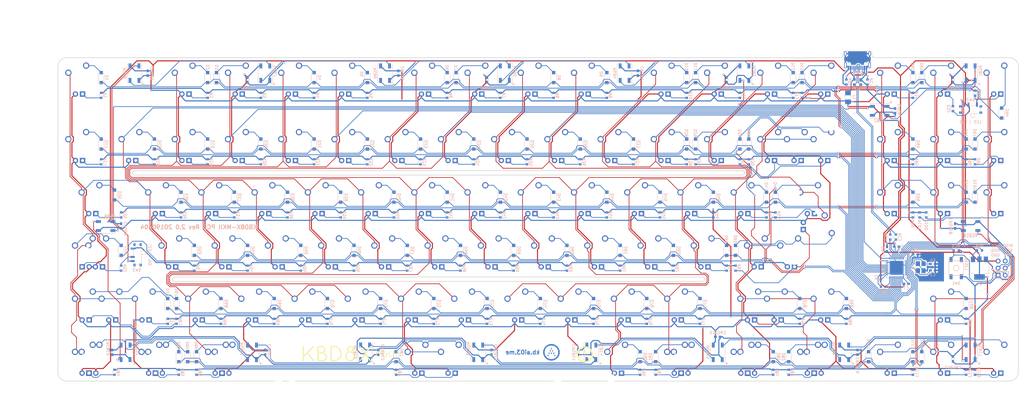
<source format=kicad_pcb>
(kicad_pcb (version 20221018) (generator pcbnew)
  (layers (0 "F.Cu" signal) (31 "B.Cu" signal) (34 "B.Paste" user) (35 "F.Paste" user) (36 "B.SilkS" user "B.Silkscreen") (37 "F.SilkS" user "F.Silkscreen") (38 "B.Mask" user) (39 "F.Mask" user) (44 "Edge.Cuts" user))
  (net 0 "")
  (net 1 "+5V")
  (net 2 "Net-(C2-Pad1)")
  (net 3 "GND")
  (net 4 "XTAL1")
  (net 5 "XTAL2")
  (net 6 "COL0")
  (net 7 "ROW0")
  (net 8 "Net-(D1-Pad2)")
  (net 9 "Net-(D2-Pad2)")
  (net 10 "Net-(D3-Pad2)")
  (net 11 "Net-(D4-Pad2)")
  (net 12 "Net-(D5-Pad2)")
  (net 13 "Net-(D6-Pad2)")
  (net 14 "Net-(D7-Pad2)")
  (net 15 "Net-(D8-Pad2)")
  (net 16 "Net-(D9-Pad2)")
  (net 17 "Net-(D10-Pad2)")
  (net 18 "Net-(D11-Pad2)")
  (net 19 "Net-(D12-Pad2)")
  (net 20 "Net-(D13-Pad2)")
  (net 21 "Net-(D14-Pad2)")
  (net 22 "ROW4")
  (net 23 "Net-(D17-Pad2)")
  (net 24 "ROW1")
  (net 25 "Net-(D18-Pad2)")
  (net 26 "Net-(D19-Pad2)")
  (net 27 "Net-(D20-Pad2)")
  (net 28 "Net-(D21-Pad2)")
  (net 29 "Net-(D22-Pad2)")
  (net 30 "Net-(D23-Pad2)")
  (net 31 "Net-(D24-Pad2)")
  (net 32 "Net-(D25-Pad2)")
  (net 33 "Net-(D26-Pad2)")
  (net 34 "Net-(D27-Pad2)")
  (net 35 "Net-(D28-Pad2)")
  (net 36 "Net-(D29-Pad2)")
  (net 37 "ROW3")
  (net 38 "ROW2")
  (net 39 "Net-(D35-Pad2)")
  (net 40 "Net-(D36-Pad2)")
  (net 41 "Net-(D37-Pad2)")
  (net 42 "Net-(D38-Pad2)")
  (net 43 "Net-(D39-Pad2)")
  (net 44 "Net-(D40-Pad2)")
  (net 45 "Net-(D41-Pad2)")
  (net 46 "Net-(D42-Pad2)")
  (net 47 "Net-(D43-Pad2)")
  (net 48 "Net-(D44-Pad2)")
  (net 49 "Net-(D45-Pad2)")
  (net 50 "Net-(D46-Pad2)")
  (net 51 "Net-(D47-Pad2)")
  (net 52 "Net-(D48-Pad2)")
  (net 53 "Net-(D53-Pad2)")
  (net 54 "Net-(D54-Pad2)")
  (net 55 "Net-(D55-Pad2)")
  (net 56 "Net-(D56-Pad2)")
  (net 57 "Net-(D57-Pad2)")
  (net 58 "Net-(D58-Pad2)")
  (net 59 "Net-(D59-Pad2)")
  (net 60 "Net-(D60-Pad2)")
  (net 61 "Net-(D61-Pad2)")
  (net 62 "Net-(D62-Pad2)")
  (net 63 "Net-(D63-Pad2)")
  (net 64 "Net-(D65-Pad2)")
  (net 65 "Net-(D66-Pad2)")
  (net 66 "Net-(D67-Pad2)")
  (net 67 "Net-(D68-Pad2)")
  (net 68 "Net-(D69-Pad2)")
  (net 69 "Net-(D70-Pad2)")
  (net 70 "Net-(D71-Pad2)")
  (net 71 "Net-(D72-Pad2)")
  (net 72 "Net-(D73-Pad2)")
  (net 73 "Net-(D74-Pad2)")
  (net 74 "Net-(D75-Pad2)")
  (net 75 "Net-(D76-Pad2)")
  (net 76 "Net-(D77-Pad2)")
  (net 77 "Net-(D78-Pad2)")
  (net 78 "ROW5")
  (net 79 "Net-(D81-Pad2)")
  (net 80 "Net-(D82-Pad2)")
  (net 81 "Net-(D84-Pad2)")
  (net 82 "Net-(D85-Pad2)")
  (net 83 "Net-(D86-Pad2)")
  (net 84 "Net-(D87-Pad2)")
  (net 85 "Net-(D90-Pad2)")
  (net 86 "Net-(D91-Pad2)")
  (net 87 "Net-(D92-Pad2)")
  (net 88 "Net-(D93-Pad2)")
  (net 89 "Net-(D94-Pad2)")
  (net 90 "Net-(D95-Pad2)")
  (net 91 "Net-(D96-Pad2)")
  (net 92 "Net-(D97-Pad2)")
  (net 93 "Net-(D99-Pad2)")
  (net 94 "Net-(D100-Pad2)")
  (net 95 "Net-(D101-Pad2)")
  (net 96 "Net-(D108-Pad2)")
  (net 97 "Net-(D111-Pad2)")
  (net 98 "Net-(D112-Pad2)")
  (net 99 "Net-(D113-Pad2)")
  (net 100 "VCC")
  (net 101 "COL2")
  (net 102 "COL1")
  (net 103 "Net-(MX_.1-Pad4)")
  (net 104 "Net-(MX_,1-Pad4)")
  (net 105 "Net-(MX_#1-Pad4)")
  (net 106 "Net-(MX_#2-Pad4)")
  (net 107 "COL3")
  (net 108 "Net-(MX_#3-Pad4)")
  (net 109 "Net-(MX_#4-Pad4)")
  (net 110 "COL4")
  (net 111 "Net-(MX_#5-Pad4)")
  (net 112 "COL5")
  (net 113 "Net-(MX_#6-Pad4)")
  (net 114 "COL6")
  (net 115 "Net-(MX_#7-Pad4)")
  (net 116 "COL7")
  (net 117 "COL8")
  (net 118 "Net-(MX_#8-Pad4)")
  (net 119 "Net-(MX_#9-Pad4)")
  (net 120 "Net-(MX_#0_1-Pad4)")
  (net 121 "Net-(MX_'1-Pad4)")
  (net 122 "Net-(MX_-1-Pad4)")
  (net 123 "Net-(MX_/1-Pad4)")
  (net 124 "Net-(MX_;1-Pad4)")
  (net 125 "Net-(MX_=1-Pad4)")
  (net 126 "Net-(MX_[1-Pad4)")
  (net 127 "Net-(MX_\\1-Pad4)")
  (net 128 "Net-(MX_]1-Pad4)")
  (net 129 "Net-(MX_`1-Pad4)")
  (net 130 "Net-(MX_A1-Pad4)")
  (net 131 "Net-(MX_B1-Pad4)")
  (net 132 "Net-(MX_C1-Pad4)")
  (net 133 "Net-(MX_D1-Pad4)")
  (net 134 "Net-(MX_E1-Pad4)")
  (net 135 "Net-(MX_ESC1-Pad4)")
  (net 136 "Net-(MX_F1-Pad4)")
  (net 137 "Net-(MX_FN1-Pad4)")
  (net 138 "Net-(MX_FN2-Pad4)")
  (net 139 "Net-(MX_FN3-Pad4)")
  (net 140 "Net-(MX_FN4-Pad4)")
  (net 141 "Net-(MX_FN5-Pad4)")
  (net 142 "Net-(MX_FN6-Pad4)")
  (net 143 "Net-(MX_FN7-Pad4)")
  (net 144 "Net-(MX_FN8-Pad4)")
  (net 145 "Net-(MX_FN9-Pad4)")
  (net 146 "Net-(MX_FN10-Pad4)")
  (net 147 "Net-(MX_FN11-Pad4)")
  (net 148 "Net-(MX_FN12-Pad4)")
  (net 149 "Net-(MX_G1-Pad4)")
  (net 150 "Net-(MX_H1-Pad4)")
  (net 151 "Net-(MX_I1-Pad4)")
  (net 152 "Net-(MX_J1-Pad4)")
  (net 153 "Net-(MX_K1-Pad4)")
  (net 154 "Net-(MX_L1-Pad4)")
  (net 155 "Net-(MX_M1-Pad4)")
  (net 156 "Net-(MX_N1-Pad4)")
  (net 157 "Net-(MX_O1-Pad4)")
  (net 158 "Net-(MX_P1-Pad4)")
  (net 159 "Net-(MX_Q1-Pad4)")
  (net 160 "Net-(MX_R1-Pad4)")
  (net 161 "Net-(MX_RETURN1-Pad4)")
  (net 162 "Net-(MX_RSHIFT1-Pad4)")
  (net 163 "Net-(MX_S1-Pad4)")
  (net 164 "Net-(MX_T1-Pad4)")
  (net 165 "Net-(MX_TAB1-Pad4)")
  (net 166 "Net-(MX_U1-Pad4)")
  (net 167 "Net-(MX_V1-Pad4)")
  (net 168 "Net-(MX_W1-Pad4)")
  (net 169 "Net-(MX_X1-Pad4)")
  (net 170 "Net-(MX_Y1-Pad4)")
  (net 171 "Net-(MX_Z1-Pad4)")
  (net 172 "Net-(Q1-Pad1)")
  (net 173 "LEDGND")
  (net 174 "Net-(RC1-Pad2)")
  (net 175 "D-")
  (net 176 "D+")
  (net 177 "Net-(RC2-Pad1)")
  (net 178 "RESET")
  (net 179 "Net-(RC4-Pad1)")
  (net 180 "Net-(RC5-Pad1)")
  (net 181 "Net-(RC6-Pad2)")
  (net 182 "Net-(RC7-Pad2)")
  (net 183 "Net-(USB1-Pad9)")
  (net 184 "Net-(USB1-Pad3)")
  (net 185 "Net-(D30-Pad2)")
  (net 186 "Net-(D31-Pad2)")
  (net 187 "Net-(D52-Pad2)")
  (net 188 "Net-(MX_BACK1-Pad4)")
  (net 189 "Net-(MX_BACK3-Pad4)")
  (net 190 "Net-(MX_DEL1-Pad4)")
  (net 191 "Net-(MX_DN1-Pad4)")
  (net 192 "Net-(MX_END1-Pad4)")
  (net 193 "Net-(MX_HOME1-Pad4)")
  (net 194 "Net-(MX_INS1-Pad4)")
  (net 195 "Net-(MX_LALT1-Pad4)")
  (net 196 "Net-(MX_LCTRL1-Pad4)")
  (net 197 "Net-(MX_LFT1-Pad4)")
  (net 198 "Net-(MX_LGUI1-Pad4)")
  (net 199 "Net-(MX_LSHIFT1-Pad4)")
  (net 200 "Net-(MX_LSHIFT3-Pad4)")
  (net 201 "Net-(MX_PAUSE1-Pad4)")
  (net 202 "Net-(MX_PGDN1-Pad4)")
  (net 203 "Net-(MX_PGUP1-Pad4)")
  (net 204 "Net-(MX_PRINT1-Pad4)")
  (net 205 "Net-(MX_RALT1-Pad4)")
  (net 206 "Net-(MX_RALT2-Pad4)")
  (net 207 "Net-(MX_RCTRL1-Pad4)")
  (net 208 "Net-(MX_RGUI2-Pad4)")
  (net 209 "Net-(MX_RSHIFT3-Pad4)")
  (net 210 "Net-(MX_RT1-Pad4)")
  (net 211 "Net-(MX_SP1-Pad4)")
  (net 212 "Net-(MX_UP1-Pad4)")
  (net 213 "CAPS_LEDGND")
  (net 214 "SLOCK_LEDGND")
  (net 215 "Net-(R32-Pad1)")
  (net 216 "Net-(R52-Pad2)")
  (net 217 "SLOCK_IND")
  (net 218 "CAPS_IND")
  (net 219 "RGBLED")
  (net 220 "Net-(RGB1-Pad2)")
  (net 221 "Net-(RGB2-Pad2)")
  (net 222 "Net-(RGB3-Pad2)")
  (net 223 "Net-(RGB4-Pad2)")
  (net 224 "Net-(RGB5-Pad2)")
  (net 225 "Net-(RGB6-Pad2)")
  (net 226 "Net-(RGB7-Pad2)")
  (net 227 "Net-(RGB8-Pad2)")
  (net 228 "Net-(RGB10-Pad4)")
  (net 229 "Net-(RGB10-Pad2)")
  (net 230 "Net-(RGB11-Pad2)")
  (net 231 "Net-(RGB12-Pad2)")
  (net 232 "Net-(RGB13-Pad2)")
  (net 233 "Net-(RGB14-Pad2)")
  (net 234 "Net-(RGB15-Pad2)")
  (net 235 "Net-(RGB16-Pad2)")
  (net 236 "Net-(RGB17-Pad2)")
  (net 237 "Net-(RGB18-Pad2)")
  (net 238 "ROW9")
  (net 239 "ROW6")
  (net 240 "ROW7")
  (net 241 "ROW8")
  (net 242 "ROW10")
  (net 243 "ROW11")
  (net 244 "Net-(U1-Pad42)")
  (footprint "locallib:kbd8x-logo" (layer "F.Cu") (at 144.653 137.795)
    (fp_text reference "G***" hide)
    (fp_text value "LOGO" hide)
  )
  (footprint "MX_Alps_Hybrid:MXOnly-1U" (layer "F.Cu") (at 242.8875 120.65)
    (fp_text reference "MX_.1")
    (fp_text value "MX-1U")
  )
  (footprint "MX_Alps_Hybrid:MXOnly-1U" (layer "F.Cu") (at 223.8375 120.65)
    (fp_text reference "MX_,1")
    (fp_text value "MX-1U")
  )
  (footprint "MX_Alps_Hybrid:MXOnly-1U" (layer "F.Cu") (at 66.675 63.5)
    (fp_text reference "MX_#1")
    (fp_text value "MX-1U")
  )
  (footprint "MX_Alps_Hybrid:MXOnly-1U" (layer "F.Cu") (at 85.725 63.5)
    (fp_text reference "MX_#2")
    (fp_text value "MX-1U")
  )
  (footprint "MX_Alps_Hybrid:MXOnly-1U" (layer "F.Cu") (at 104.775 63.5)
    (fp_text reference "MX_#3")
    (fp_text value "MX-1U")
  )
  (footprint "MX_Alps_Hybrid:MXOnly-1U" (layer "F.Cu") (at 123.825 63.5)
    (fp_text reference "MX_#4")
    (fp_text value "MX-1U")
  )
  (footprint "MX_Alps_Hybrid:MXOnly-1U" (layer "F.Cu") (at 142.875 63.5)
    (fp_text reference "MX_#5")
    (fp_text value "MX-1U")
  )
  (footprint "MX_Alps_Hybrid:MXOnly-1U" (layer "F.Cu") (at 161.925 63.5)
    (fp_text reference "MX_#6")
    (fp_text value "MX-1U")
  )
  (footprint "MX_Alps_Hybrid:MXOnly-1U" (layer "F.Cu") (at 180.975 63.5)
    (fp_text reference "MX_#7")
    (fp_text value "MX-1U")
  )
  (footprint "MX_Alps_Hybrid:MXOnly-1U" (layer "F.Cu") (at 219.075 63.5)
    (fp_text reference "MX_#9")
    (fp_text value "MX-1U")
  )
  (footprint "MX_Alps_Hybrid:MXOnly-1U" (layer "F.Cu") (at 238.125 63.5)
    (fp_text reference "MX_#0_1")
    (fp_text value "MX-1U")
  )
  (footprint "MX_Alps_Hybrid:MXOnly-1U" (layer "F.Cu") (at 271.4625 101.6)
    (fp_text reference "MX_'1")
    (fp_text value "MX-1U")
  )
  (footprint "MX_Alps_Hybrid:MXOnly-1U" (layer "F.Cu") (at 257.175 63.5)
    (fp_text reference "MX_-1")
    (fp_text value "MX-1U")
  )
  (footprint "MX_Alps_Hybrid:MXOnly-1U" (layer "F.Cu") (at 261.9375 120.65)
    (fp_text reference "MX_/1")
    (fp_text value "MX-1U")
  )
  (footprint "MX_Alps_Hybrid:MXOnly-1U" (layer "F.Cu") (at 252.4125 101.6)
    (fp_text reference "MX_;1")
    (fp_text value "MX-1U")
  )
  (footprint "MX_Alps_Hybrid:MXOnly-1U" (layer "F.Cu") (at 276.225 63.5)
    (fp_text reference "MX_=1")
    (fp_text value "MX-1U")
  )
  (footprint "MX_Alps_Hybrid:MXOnly-1U" (layer "F.Cu") (at 266.7 82.55)
    (fp_text reference "MX_[1")
    (fp_text value "MX-1U")
  )
  (footprint "MX_Alps_Hybrid:MXOnly-1.5U" (layer "F.Cu") (at 309.5625 82.55)
    (fp_text reference "MX_\\1")
    (fp_text value "MX-1.5U")
  )
  (footprint "MX_Alps_Hybrid:MXOnly-1U" (layer "F.Cu") (at 290.5125 101.6)
    (fp_text reference "MX_\\2")
    (fp_text value "MX-1U")
  )
  (footprint "MX_Alps_Hybrid:MXOnly-1U" (layer "F.Cu") (at 285.75 82.55)
    (fp_text reference "MX_]1")
    (fp_text value "MX-1U")
  )
  (footprint "MX_Alps_Hybrid:MXOnly-1U" (layer "F.Cu") (at 47.625 63.5)
    (fp_text reference "MX_`1")
    (fp_text value "MX-1U")
  )
  (footprint "MX_Alps_Hybrid:MXOnly-1U" (layer "F.Cu") (at 80.9625 101.6)
    (fp_text reference "MX_A1")
    (fp_text value "MX-1U")
  )
  (footprint "MX_Alps_Hybrid:MXOnly-1U" (layer "F.Cu") (at 166.6875 120.65)
    (fp_text reference "MX_B1")
    (fp_text value "MX-1U")
  )
  (footprint "MX_Alps_Hybrid:MXOnly-2U" (layer "F.Cu") (at 304.8 63.5)
    (fp_text reference "MX_BACK1")
    (fp_text value "MX-2U")
  )
  (footprint "MX_Alps_Hybrid:MXOnly-1U" (layer "F.Cu") (at 295.275 63.5)
    (fp_text reference "MX_BACK2")
    (fp_text value "MX-1U")
  )
  (footprint "MX_Alps_Hybrid:MXOnly-1U" (layer "F.Cu") (at 314.325 63.5)
    (fp_text reference "MX_BACK3")
    (fp_text value "MX-1U")
  )
  (footprint "MX_Alps_Hybrid:MXOnly-1U" (layer "F.Cu") (at 128.5875 120.65)
    (fp_text reference "MX_C1")
    (fp_text value "MX-1U")
  )
  (footprint "MX_Alps_Hybrid:MXOnly-1.75U" (layer "F.Cu") (at 54.76875 101.6)
    (fp_text reference "MX_CLOCK1")
    (fp_text value "MX-1.75U")
  )
  (footprint "MX_Alps_Hybrid:MXOnly-1.25U-FLIPPED" (layer "F.Cu") (at 50.00625 101.6)
    (fp_text reference "MX_CLOCK2")
    (fp_text value "MX-1.25U")
  )
  (footprint "MX_Alps_Hybrid:MXOnly-1U" (layer "F.Cu") (at 119.0625 101.6)
    (fp_text reference "MX_D1")
    (fp_text value "MX-1U")
  )
  (footprint "MX_Alps_Hybrid:MXOnly-1U" (layer "F.Cu") (at 338.1375 82.55)
    (fp_text reference "MX_DEL1")
    (fp_text value "MX-1U")
  )
  (footprint "MX_Alps_Hybrid:MXOnly-1U" (layer "F.Cu") (at 357.1875 139.7)
    (fp_text reference "MX_DN1")
    (fp_text value "MX-1U")
  )
  (footprint "MX_Alps_Hybrid:MXOnly-1U" (layer "F.Cu") (at 114.3 82.55)
    (fp_text reference "MX_E1")
    (fp_text value "MX-1U")
  )
  (footprint "MX_Alps_Hybrid:MXOnly-1U" (layer "F.Cu") (at 357.1875 82.55)
    (fp_text reference "MX_END1")
    (fp_text value "MX-1U")
  )
  (footprint "MX_Alps_Hybrid:MXOnly-1U" (layer "F.Cu") (at 47.625 39.6875)
    (fp_text reference "MX_ESC1")
    (fp_text value "MX-1U")
  )
  (footprint "MX_Alps_Hybrid:MXOnly-1U" (layer "F.Cu") (at 138.1125 101.6)
    (fp_text reference "MX_F1")
    (fp_text value "MX-1U")
  )
  (footprint "MX_Alps_Hybrid:MXOnly-1U" (layer "F.Cu") (at 85.725 39.6875)
    (fp_text reference "MX_FN1")
    (fp_text value "MX-1U")
  )
  (footprint "MX_Alps_Hybrid:MXOnly-1U" (layer "F.Cu") (at 104.775 39.6875)
    (fp_text reference "MX_FN2")
    (fp_text value "MX-1U")
  )
  (footprint "MX_Alps_Hybrid:MXOnly-1U" (layer "F.Cu") (at 123.825 39.6875)
    (fp_text reference "MX_FN3")
    (fp_text value "MX-1U")
  )
  (footprint "MX_Alps_Hybrid:MXOnly-1U" (layer "F.Cu") (at 142.875 39.6875)
    (fp_text reference "MX_FN4")
    (fp_text value "MX-1U")
  )
  (footprint "MX_Alps_Hybrid:MXOnly-1U" (layer "F.Cu") (at 171.45 39.6875)
    (fp_text reference "MX_FN5")
    (fp_text value "MX-1U")
  )
  (footprint "MX_Alps_Hybrid:MXOnly-1U" (layer "F.Cu") (at 190.5 39.6875)
    (fp_text reference "MX_FN6")
    (fp_text value "MX-1U")
  )
  (footprint "MX_Alps_Hybrid:MXOnly-1U" (layer "F.Cu") (at 209.55 39.6875)
    (fp_text reference "MX_FN7")
    (fp_text value "MX-1U")
  )
  (footprint "MX_Alps_Hybrid:MXOnly-1U" (layer "F.Cu") (at 228.6 39.6875)
    (fp_text reference "MX_FN8")
    (fp_text value "MX-1U")
  )
  (footprint "MX_Alps_Hybrid:MXOnly-1U" (layer "F.Cu") (at 257.175 39.6875)
    (fp_text reference "MX_FN9")
    (fp_text value "MX-1U")
  )
  (footprint "MX_Alps_Hybrid:MXOnly-1U" (layer "F.Cu") (at 276.225 39.6875)
    (fp_text reference "MX_FN10")
    (fp_text value "MX-1U")
  )
  (footprint "MX_Alps_Hybrid:MXOnly-1U" (layer "F.Cu") (at 295.275 39.6875)
    (fp_text reference "MX_FN11")
    (fp_text value "MX-1U")
  )
  (footprint "MX_Alps_Hybrid:MXOnly-1U" (layer "F.Cu") (at 314.325 39.6875)
    (fp_text reference "MX_FN12")
    (fp_text value "MX-1U")
  )
  (footprint "MX_Alps_Hybrid:MXOnly-1U" (layer "F.Cu") (at 157.1625 101.6)
    (fp_text reference "MX_G1")
    (fp_text value "MX-1U")
  )
  (footprint "MX_Alps_Hybrid:MXOnly-1U" (layer "F.Cu") (at 176.2125 101.6)
    (fp_text reference "MX_H1")
    (fp_text value "MX-1U")
  )
  (footprint "MX_Alps_Hybrid:MXOnly-1U" (layer "F.Cu") (at 357.1875 63.5)
    (fp_text reference "MX_HOME1")
    (fp_text value "MX-1U")
  )
  (footprint "MX_Alps_Hybrid:MXOnly-1U" (layer "F.Cu") (at 209.55 82.55)
    (fp_text reference "MX_I1")
    (fp_text value "MX-1U")
  )
  (footprint "MX_Alps_Hybrid:MXOnly-1U" (layer "F.Cu") (at 338.1375 63.5)
    (fp_text reference "MX_INS1")
    (fp_text value "MX-1U")
  )
  (footprint "MX_Alps_Hybrid:MXOnly-1U" (layer "F.Cu") (at 195.2625 101.6)
    (fp_text reference "MX_J1")
    (fp_text value "MX-1U")
  )
  (footprint "MX_Alps_Hybrid:MXOnly-1U" (layer "F.Cu") (at 214.3125 101.6)
    (fp_text reference "MX_K1")
    (fp_text value "MX-1U")
  )
  (footprint "MX_Alps_Hybrid:MXOnly-1U" (layer "F.Cu") (at 233.3625 101.6)
    (fp_text reference "MX_L1")
    (fp_text value "MX-1U")
  )
  (footprint "MX_Alps_Hybrid:MXOnly-1.25U" (layer "F.Cu") (at 97.63125 139.7)
    (fp_text reference "MX_LALT1")
    (fp_text value "MX-1.25U")
  )
  (footprint "MX_Alps_Hybrid:MXOnly-1.5U-FLIPPED" (layer "F.Cu") (at 100.0125 139.7)
    (fp_text reference "MX_LALT2")
    (fp_text value "MX-1.5U")
  )
  (footprint "MX_Alps_Hybrid:MXOnly-1.25U" (layer "F.Cu") (at 50.00625 139.7)
    (fp_text reference "MX_LCTRL1")
    (fp_text value "MX-1.25U")
  )
  (footprint "MX_Alps_Hybrid:MXOnly-1.5U-FLIPPED" (layer "F.Cu") (at 52.3875 139.7)
    (fp_text reference "MX_LCTRL2")
    (fp_text value "MX-1.5U")
  )
  (footprint "MX_Alps_Hybrid:MXOnly-1U" (layer "F.Cu") (at 338.1375 139.7)
    (fp_text reference "MX_LFT1")
    (fp_text value "MX-1U")
  )
  (footprint "MX_Alps_Hybrid:MXOnly-1.25U" (layer "F.Cu") (at 73.81875 139.7)
    (fp_text reference "MX_LGUI1")
    (fp_text value "MX-1.25U")
  )
  (footprint "MX_Alps_Hybrid:MXOnly-1U-FLIPPED" (layer "F.Cu") (at 76.2 139.7)
    (fp_text reference "MX_LGUI2")
    (fp_text value "MX-1U")
  )
  (footprint "MX_Alps_Hybrid:MXOnly-2.25U" (layer "F.Cu") (at 59.53125 120.65)
    (fp_text reference "MX_LSHIFT1")
    (fp_text value "MX-2.25U")
  )
  (footprint "MX_Alps_Hybrid:MXOnly-1.25U" (layer "F.Cu") (at 50.00625 120.65)
    (fp_text reference "MX_LSHIFT2")
    (fp_text value "MX-1.25U")
  )
  (footprint "MX_Alps_Hybrid:MXOnly-1U" (layer "F.Cu") (at 71.4375 120.65)
    (fp_text reference "MX_LSHIFT3")
    (fp_text value "MX-1U")
  )
  (footprint "MX_Alps_Hybrid:MXOnly-1U" (layer "F.Cu") (at 204.7875 120.65)
    (fp_text reference "MX_M1")
    (fp_text value "MX-1U")
  )
  (footprint "MX_Alps_Hybrid:MXOnly-1U" (layer "F.Cu") (at 185.7375 120.65)
    (fp_text reference "MX_N1")
    (fp_text value "MX-1U")
  )
  (footprint "MX_Alps_Hybrid:MXOnly-1U" (layer "F.Cu") (at 228.6 82.55)
    (fp_text reference "MX_O1")
    (fp_text value "MX-1U")
  )
  (footprint "MX_Alps_Hybrid:MXOnly-1U" (layer "F.Cu") (at 247.65 82.55)
    (fp_text reference "MX_P1")
    (fp_text value "MX-1U")
  )
  (footprint "MX_Alps_Hybrid:MXOnly-1U" (layer "F.Cu") (at 376.2375 39.6875)
    (fp_text reference "MX_PAUSE1")
    (fp_text value "MX-1U")
  )
  (footprint "MX_Alps_Hybrid:MXOnly-1U" (layer "F.Cu") (at 376.2375 82.55)
    (fp_text reference "MX_PGDN1")
    (fp_text value "MX-1U")
  )
  (footprint "MX_Alps_Hybrid:MXOnly-1U" (layer "F.Cu") (at 376.2375 63.5)
    (fp_text reference "MX_PGUP1")
    (fp_text value "MX-1U")
  )
  (footprint "MX_Alps_Hybrid:MXOnly-1U" (layer "F.Cu") (at 338.1375 39.6875)
    (fp_text reference "MX_PRINT1")
    (fp_text value "MX-1U")
  )
  (footprint "MX_Alps_Hybrid:MXOnly-1U" (layer "F.Cu") (at 76.2 82.55)
    (fp_text reference "MX_Q1")
    (fp_text value "MX-1U")
  )
  (footprint "MX_Alps_Hybrid:MXOnly-1U" (layer "F.Cu") (at 133.35 82.55)
    (fp_text reference "MX_R1")
    (fp_text value "MX-1U")
  )
  (footprint "MX_Alps_Hybrid:MXOnly-1.25U" (layer "F.Cu") (at 240.50625 139.7)
    (fp_text reference "MX_RALT1")
    (fp_text value "MX-1.25U")
  )
  (footprint "MX_Alps_Hybrid:MXOnly-1.5U" (layer "F.Cu") (at 261.9375 139.7)
    (fp_text reference "MX_RALT2")
    (fp_text value "MX-1.5U")
  )
  (footprint "MX_Alps_Hybrid:MXOnly-1.25U-FLIPPED" (layer "F.Cu") (at 311.94375 139.7)
    (fp_text reference "MX_RCTRL1")
    (fp_text value "MX-1.25U")
  )
  (footprint "MX_Alps_Hybrid:MXOnly-1.5U" (layer "F.Cu") (at 309.5625 139.7)
    (fp_text reference "MX_RCTRL2")
    (fp_text value "MX-1.5U")
  )
  (footprint "MX_Alps_Hybrid:MXOnly-2.25U" (layer "F.Cu") (at 302.41875 101.6)
    (fp_text reference "MX_RETURN1")
    (fp_text value "MX-2.25U")
  )
  (footprint "MX_Alps_Hybrid:MXOnly-1.25U-FLIPPED" (layer "F.Cu") (at 264.31875 139.7)
    (fp_text reference "MX_RGUI1")
    (fp_text value "MX-1.25U")
  )
  (footprint "MX_Alps_Hybrid:MXOnly-1U" (layer "F.Cu") (at 285.75 139.7)
    (fp_text reference "MX_RGUI2")
    (fp_text value "MX-1U")
  )
  (footprint "MX_Alps_Hybrid:MXOnly-1.25U-FLIPPED" (layer "F.Cu") (at 288.13125 139.7)
    (fp_text reference "MX_RMENU1")
    (fp_text value "MX-1.25U")
  )
  (footprint "MX_Alps_Hybrid:MXOnly-2.75U" (layer "F.Cu") (at 297.65625 120.65)
    (fp_text reference "MX_RSHIFT1")
    (fp_text value "MX-2.75U")
  )
  (footprint "MX_Alps_Hybrid:MXOnly-1.75U" (layer "F.Cu") (at 288.13125 120.65)
    (fp_text reference "MX_RSHIFT2")
    (fp_text value "MX-1.75U")
  )
  (footprint "MX_Alps_Hybrid:MXOnly-1U" (layer "F.Cu") (at 314.325 120.65)
    (fp_text reference "MX_RSHIFT3")
    (fp_text value "MX-1U")
  )
  (footprint "MX_Alps_Hybrid:MXOnly-1U" (layer "F.Cu") (at 376.2375 139.7)
    (fp_text reference "MX_RT1")
    (fp_text value "MX-1U")
  )
  (footprint "MX_Alps_Hybrid:MXOnly-1U" (layer "F.Cu") (at 100.0125 101.6)
    (fp_text reference "MX_S1")
    (fp_text value "MX-1U")
  )
  (footprint "MX_Alps_Hybrid:MXOnly-6.25U-ReversedStabilizers" (layer "F.Cu") (at 169.06875 139.7)
    (fp_text reference "MX_SP1")
    (fp_text value "MX-6.25U")
  )
  (footprint "MX_Alps_Hybrid:MXOnly-7U-ReversedStabilizers" (layer "F.Cu") (at 180.975 139.7)
    (fp_text reference "MX_SP2")
    (fp_text value "MX-7U")
  )
  (footprint "MX_Alps_Hybrid:MXOnly-1U" (layer "F.Cu") (at 152.4 82.55)
    (fp_text reference "MX_T1")
    (fp_text value "MX-1U")
  )
  (footprint "MX_Alps_Hybrid:MXOnly-1U" (layer "F.Cu") (at 190.5 82.55)
    (fp_text reference "MX_U1")
    (fp_text value "MX-1U")
  )
  (footprint "MX_Alps_Hybrid:MXOnly-1U" (layer "F.Cu") (at 357.1875 120.65)
    (fp_text reference "MX_UP1")
    (fp_text value "MX-1U")
  )
  (footprint "MX_Alps_Hybrid:MXOnly-1U" (layer "F.Cu") (at 147.6375 120.65)
    (fp_text reference "MX_V1")
    (fp_text value "MX-1U")
  )
  (footprint "MX_Alps_Hybrid:MXOnly-1U" (layer "F.Cu") (at 95.25 82.55)
    (fp_text reference "MX_W1")
    (fp_text value "MX-1U")
  )
  (footprint "MX_Alps_Hybrid:MXOnly-1U" (layer "F.Cu") (at 109.5375 120.65)
    (fp_text reference "MX_X1")
    (fp_text value "MX-1U")
  )
  (footprint "MX_Alps_Hybrid:MXOnly-1U" (layer "F.Cu") (at 171.45 82.55)
    (fp_text reference "MX_Y1")
    (fp_text value "MX-1U")
  )
  (footprint "MX_Alps_Hybrid:MXOnly-1U" (layer "F.Cu") (at 90.4875 120.65)
    (fp_text reference "MX_Z1")
    (fp_text value "MX-1U")
  )
  (footprint "MX_Alps_Hybrid:MXOnly-ISO-ROTATED-ReversedStabilizers" (layer "F.Cu") (at 311.94375 92.075)
    (fp_text reference "MX_RETURN2")
    (fp_text value "MX-ISO")
  )
  (footprint "locallib:ai-ring-6mm" (layer "F.Cu") (at 228.6 138.1125)
    (fp_text reference "G***" hide)
    (fp_text value "LOGO" hide)
  )
  (footprint "MX_Alps_Hybrid:MXOnly-1U" (layer "F.Cu") (at 200.025 63.5)
    (fp_text reference "MX_#8")
    (fp_text value "MX-1U")
  )
  (footprint "MX_Alps_Hybrid:MXOnly-1.5U" (layer "F.Cu") (at 52.3875 82.55)
    (fp_text reference "MX_TAB1")
    (fp_text value "MX-1.5U")
  )
  (footprint "MX_Alps_Hybrid:MXOnly-1U" (layer "F.Cu") (at 357.1875 39.6875)
    (fp_text reference "MX_SLOCK1")
    (fp_text value "MX-1U")
  )
  (footprint "TO_SOT_Packages_SMD:SOT-223-3_TabPin2" (layer "B.Cu") (at 369.8875 107.15625 -90)
    (fp_text reference "Q1")
    (fp_text value "DSS60601MZ4-13")
  )
  (footprint "locallib:SOT143B" (layer "B.Cu") (at 326.263 40.48125 -90)
    (fp_text reference "U2")
    (fp_text value "PRTR5V0U2X")
  )
  (footprint "Type-C:HRO-TYPE-C-31-M-12-Assembly" (layer "B.Cu") (at 326.23125 27.687125)
    (fp_text reference "USB1")
    (fp_text value "HRO-TYPE-C-31-M-12")
  )
  (footprint "random-keyboard-parts:Reset_Pretty-Mask" (layer "B.Cu") (at 377.825 107.15625 180)
    (fp_text reference "J1")
    (fp_text value "AVR-ISP-6")
  )
  (footprint "random-keyboard-parts:SKQG-1155865" (layer "B.Cu") (at 361.553125 107.15625 -90)
    (fp_text reference "SW1")
    (fp_text value "SW_Push")
  )
  (footprint "Buttons_Switches_SMD:SW_SPDT_PCM12" (layer "B.Cu") (at 68.2625 102.39375 -90)
    (fp_text reference "SW3")
    (fp_text value "SW_SPDT")
  )
  (footprint "Buttons_Switches_SMD:SW_SPDT_PCM12" (layer "B.Cu") (at 366.7125 50.00625 180)
    (fp_text reference "SW2")
    (fp_text value "SW_SPDT")
  )
  (footprint "locallib:ai-ring-6mm-FancyAss-Mask" (layer "B.Cu") (at 216.69375 137.31875 180)
    (fp_text reference "G***" hide)
    (fp_text value "LOGO" hide)
  )
  (footprint "locallib:ai-ring-6mm-FancyAss" (layer "B.Cu") (at 216.69375 137.31875 180)
    (fp_text reference "G***" hide)
    (fp_text value "LOGO" hide)
  )
  (footprint "locallib:C_0603" (layer "B.Cu") (at 340.233 99.441 180)
    (fp_text reference "C2")
    (fp_text value "1uF")
  )
  (footprint "locallib:C_0603" (layer "B.Cu") (at 353.187 105.664)
    (fp_text reference "C4")
    (fp_text value "22pF")
  )
  (footprint "locallib:C_0603" (layer "B.Cu") (at 336.804 100.33 -90)
    (fp_text reference "C5")
    (fp_text value "10uF")
  )
  (footprint "locallib:C_0603" (layer "B.Cu") (at 334.518 110.49 -90)
    (fp_text reference "C6")
    (fp_text value "0.1uF")
  )
  (footprint "locallib:C_0603" (layer "B.Cu") (at 346.964 102.235 180)
    (fp_text reference "C8")
    (fp_text value "0.1uF")
  )
  (footprint "locallib:C_0603" (layer "B.Cu") (at 360.3625 39.6875 -90)
    (fp_text reference "CRGB1")
    (fp_text value "0.1uF")
  )
  (footprint "locallib:C_0603" (layer "B.Cu") (at 339.725 50.8 90)
    (fp_text reference "CRGB2")
    (fp_text value "0.1uF")
  )
  (footprint "locallib:C_0603" (layer "B.Cu") (at 279.4 39.6875 -90)
    (fp_text reference "CRGB3")
    (fp_text value "0.1uF")
  )
  (footprint "locallib:C_0603" (layer "B.Cu") (at 247.65 37.30625 -90)
    (fp_text reference "CRGB4")
    (fp_text value "0.1uF")
  )
  (footprint "locallib:C_0603" (layer "B.Cu") (at 193.675 39.6875 -90)
    (fp_text reference "CRGB5")
    (fp_text value "0.1uF")
  )
  (footprint "locallib:C_0603" (layer "B.Cu") (at 161.925 37.30625 -90)
    (fp_text reference "CRGB6")
    (fp_text value "0.1uF")
  )
  (footprint "locallib:C_0603" (layer "B.Cu") (at 107.95 39.6875 -90)
    (fp_text reference "CRGB7")
    (fp_text value "0.1uF")
  )
  (footprint "locallib:C_0603" (layer "B.Cu") (at 72.23125 37.30625 -90)
    (fp_text reference "CRGB8")
    (fp_text value "0.1uF")
  )
  (footprint "locallib:C_0603" (layer "B.Cu") (at 62.70625 92.075 90)
    (fp_text reference "CRGB9")
    (fp_text value "0.1uF")
  )
  (footprint "locallib:C_0603" (layer "B.Cu") (at 59.53125 137.31875 -90)
    (fp_text reference "CRGB10")
    (fp_text value "0.1uF")
  )
  (footprint "locallib:C_0603" (layer "B.Cu") (at 114.3 137.31875 -90)
    (fp_text reference "CRGB11")
    (fp_text value "0.1uF")
  )
  (footprint "locallib:C_0603" (layer "B.Cu") (at 154.78125 137.31875 -90)
    (fp_text reference "CRGB12")
    (fp_text value "0.1uF")
  )
  (footprint "locallib:C_0603" (layer "B.Cu") (at 195.2625 137.31875 -90)
    (fp_text reference "CRGB13")
    (fp_text value "0.1uF")
  )
  (footprint "locallib:C_0603" (layer "B.Cu") (at 226.21875 137.31875 -90)
    (fp_text reference "CRGB14")
    (fp_text value "0.1uF")
  )
  (footprint "locallib:C_0603" (layer "B.Cu") (at 276.225 131.7625)
    (fp_text reference "CRGB15")
    (fp_text value "0.1uF")
  )
  (footprint "locallib:C_0603" (layer "B.Cu") (at 326.23125 137.31875 -90)
    (fp_text reference "CRGB16")
    (fp_text value "0.1uF")
  )
  (footprint "locallib:C_0603" (layer "B.Cu") (at 360.3625 139.7 -90)
    (fp_text reference "CRGB17")
    (fp_text value "0.1uF")
  )
  (footprint "locallib:C_0603" (layer "B.Cu") (at 361.15625 92.075 90)
    (fp_text reference "CRGB18")
    (fp_text value "0.1uF")
  )
  (footprint "locallib:D_SOD-123" (layer "B.Cu") (at 55.5625 38.89375 90)
    (fp_text reference "D1")
    (fp_text value "SOD-323")
  )
  (footprint "locallib:D_SOD-123" (layer "B.Cu") (at 93.6625 38.89375 90)
    (fp_text reference "D2")
    (fp_text value "SOD-323")
  )
  (footprint "locallib:D_SOD-123" (layer "B.Cu") (at 96.8375 38.89375 90)
    (fp_text reference "D3")
    (fp_text value "SOD-323")
  )
  (footprint "locallib:D_SOD-123" (layer "B.Cu") (at 131.7625 38.89375 90)
    (fp_text reference "D4")
    (fp_text value "SOD-323")
  )
  (footprint "locallib:D_SOD-123" (layer "B.Cu") (at 179.3875 38.89375 90)
    (fp_text reference "D6")
    (fp_text value "SOD-323")
  )
  (footprint "locallib:D_SOD-123" (layer "B.Cu") (at 182.5625 38.89375 90)
    (fp_text reference "D7")
    (fp_text value "SOD-323")
  )
  (footprint "locallib:D_SOD-123" (layer "B.Cu") (at 217.4875 38.89375 90)
    (fp_text reference "D8")
    (fp_text value "SOD-323")
  )
  (footprint "locallib:D_SOD-123" (layer "B.Cu") (at 236.5375 38.89375 90)
    (fp_text reference "D9")
    (fp_text value "SOD-323")
  )
  (footprint "locallib:D_SOD-123" (layer "B.Cu") (at 265.1125 38.89375 90)
    (fp_text reference "D10")
    (fp_text value "SOD-323")
  )
  (footprint "locallib:D_SOD-123" (layer "B.Cu") (at 268.2875 38.89375 90)
    (fp_text reference "D11")
    (fp_text value "SOD-323")
  )
  (footprint "locallib:D_SOD-123" (layer "B.Cu") (at 303.2125 38.89375 90)
    (fp_text reference "D12")
    (fp_text value "SOD-323")
  )
  (footprint "locallib:D_SOD-123" (layer "B.Cu") (at 306.3875 38.89375 90)
    (fp_text reference "D13")
    (fp_text value "SOD-323")
  )
  (footprint "locallib:D_SOD-123" (layer "B.Cu") (at 79.375 119.85625 90)
    (fp_text reference "D14")
    (fp_text value "SOD-323")
  )
  (footprint "locallib:D_SOD-123" (layer "B.Cu") (at 55.5625 62.70625 90)
    (fp_text reference "D17")
    (fp_text value "SOD-323")
  )
  (footprint "locallib:D_SOD-123" (layer "B.Cu") (at 74.6125 62.70625 90)
    (fp_text reference "D18")
    (fp_text value "SOD-323")
  )
  (footprint "locallib:D_SOD-123" (layer "B.Cu") (at 93.6625 62.70625 90)
    (fp_text reference "D19")
    (fp_text value "SOD-323")
  )
  (footprint "locallib:D_SOD-123" (layer "B.Cu") (at 112.7125 62.70625 90)
    (fp_text reference "D20")
    (fp_text value "SOD-323")
  )
  (footprint "locallib:D_SOD-123" (layer "B.Cu") (at 131.7625 62.70625 90)
    (fp_text reference "D21")
    (fp_text value "SOD-323")
  )
  (footprint "locallib:D_SOD-123" (layer "B.Cu") (at 150.8125 62.70625 90)
    (fp_text reference "D22")
    (fp_text value "SOD-323")
  )
  (footprint "locallib:D_SOD-123" (layer "B.Cu") (at 169.8625 62.70625 90)
    (fp_text reference "D23")
    (fp_text value "SOD-323")
  )
  (footprint "locallib:D_SOD-123" (layer "B.Cu") (at 188.9125 62.70625 90)
    (fp_text reference "D24")
    (fp_text value "SOD-323")
  )
  (footprint "locallib:D_SOD-123" (layer "B.Cu") (at 207.9625 62.70625 90)
    (fp_text reference "D25")
    (fp_text value "SOD-323")
  )
  (footprint "locallib:D_SOD-123" (layer "B.Cu") (at 227.0125 62.70625 90)
    (fp_text reference "D26")
    (fp_text value "SOD-323")
  )
  (footprint "locallib:D_SOD-123" (layer "B.Cu") (at 246.0625 62.70625 90)
    (fp_text reference "D27")
    (fp_text value "SOD-323")
  )
  (footprint "locallib:D_SOD-123" (layer "B.Cu") (at 265.1125 62.70625 90)
    (fp_text reference "D28")
    (fp_text value "SOD-323")
  )
  (footprint "locallib:D_SOD-123" (layer "B.Cu") (at 268.2875 62.70625 90)
    (fp_text reference "D29")
    (fp_text value "SOD-323")
  )
  (footprint "locallib:D_SOD-123" (layer "B.Cu") (at 287.3375 62.70625 90)
    (fp_text reference "D30")
    (fp_text value "SOD-323")
  )
  (footprint "locallib:D_SOD-123" (layer "B.Cu") (at 284.1625 62.70625 90)
    (fp_text reference "D31")
    (fp_text value "SOD-323")
  )
  (footprint "locallib:D_SOD-123" (layer "B.Cu") (at 60.325 80.9625 90)
    (fp_text reference "D35")
    (fp_text value "SOD-323")
  )
  (footprint "locallib:D_SOD-123" (layer "B.Cu") (at 84.1375 81.75625 90)
    (fp_text reference "D36")
    (fp_text value "SOD-323")
  )
  (footprint "locallib:D_SOD-123" (layer "B.Cu") (at 103.1875 81.75625 90)
    (fp_text reference "D37")
    (fp_text value "SOD-323")
  )
  (footprint "locallib:D_SOD-123" (layer "B.Cu") (at 122.2375 81.75625 90)
    (fp_text reference "D38")
    (fp_text value "SOD-323")
  )
  (footprint "locallib:D_SOD-123" (layer "B.Cu") (at 141.2875 81.75625 90)
    (fp_text reference "D39")
    (fp_text value "SOD-323")
  )
  (footprint "locallib:D_SOD-123" (layer "B.Cu") (at 160.3375 81.75625 90)
    (fp_text reference "D40")
    (fp_text value "SOD-323")
  )
  (footprint "locallib:D_SOD-123" (layer "B.Cu") (at 179.3875 81.75625 90)
    (fp_text reference "D41")
    (fp_text value "SOD-323")
  )
  (footprint "locallib:D_SOD-123" (layer "B.Cu") (at 198.4375 81.75625 90)
    (fp_text reference "D42")
    (fp_text value "SOD-323")
  )
  (footprint "locallib:D_SOD-123" (layer "B.Cu") (at 217.4875 81.75625 90)
    (fp_text reference "D43")
    (fp_text value "SOD-323")
  )
  (footprint "locallib:D_SOD-123" (layer "B.Cu") (at 236.5375 81.75625 90)
    (fp_text reference "D44")
    (fp_text value "SOD-323")
  )
  (footprint "locallib:D_SOD-123" (layer "B.Cu") (at 255.5875 81.75625 90)
    (fp_text reference "D45")
    (fp_text value "SOD-323")
  )
  (footprint "locallib:D_SOD-123" (layer "B.Cu") (at 274.6375 81.75625 90)
    (fp_text reference "D46")
    (fp_text value "SOD-323")
  )
  (footprint "locallib:D_SOD-123" (layer "B.Cu") (at 293.6875 81.75625 90)
    (fp_text reference "D47")
    (fp_text value "SOD-323")
  )
  (footprint "locallib:D_SOD-123" (layer "B.Cu") (at 296.8625 81.75625 90)
    (fp_text reference "D48")
    (fp_text value "SOD-323")
  )
  (footprint "locallib:D_SOD-123" (layer "B.Cu") (at 62.70625 100.80625 90)
    (fp_text reference "D52")
    (fp_text value "SOD-323")
  )
  (footprint "locallib:D_SOD-123" (layer "B.Cu") (at 88.9 100.80625 90)
    (fp_text reference "D53")
    (fp_text value "SOD-323")
  )
  (footprint "locallib:D_SOD-123" (layer "B.Cu") (at 107.95 100.80625 90)
    (fp_text reference "D54")
    (fp_text value "SOD-323")
  )
  (footprint "locallib:D_SOD-123" (layer "B.Cu") (at 127 100.80625 90)
    (fp_text reference "D55")
    (fp_text value "SOD-323")
  )
  (footprint "locallib:D_SOD-123" (layer "B.Cu") (at 146.05 100.80625 90)
    (fp_text reference "D56")
    (fp_text value "SOD-323")
  )
  (footprint "locallib:D_SOD-123" (layer "B.Cu") (at 165.1 100.80625 90)
    (fp_text reference "D57")
    (fp_text value "SOD-323")
  )
  (footprint "locallib:D_SOD-123" (layer "B.Cu") (at 184.15 100.80625 90)
    (fp_text reference "D58")
    (fp_text value "SOD-323")
  )
  (footprint "locallib:D_SOD-123" (layer "B.Cu") (at 203.2 100.80625 90)
    (fp_text reference "D59")
    (fp_text value "SOD-323")
  )
  (footprint "locallib:D_SOD-123" (layer "B.Cu") (at 222.25 100.80625 90)
    (fp_text reference "D60")
    (fp_text value "SOD-323")
  )
  (footprint "locallib:D_SOD-123" (layer "B.Cu") (at 241.3 100.80625 90)
    (fp_text reference "D61")
    (fp_text value "SOD-323")
  )
  (footprint "locallib:D_SOD-123" (layer "B.Cu") (at 260.35 100.80625 90)
    (fp_text reference "D62")
    (fp_text value "SOD-323")
  )
  (footprint "locallib:D_SOD-123" (layer "B.Cu") (at 279.4 100.80625 90)
    (fp_text reference "D63")
    (fp_text value "SOD-323")
  )
  (footprint "locallib:D_SOD-123" (layer "B.Cu") (at 282.575 100.80625 90)
    (fp_text reference "D65")
    (fp_text value "SOD-323")
  )
  (footprint "locallib:D_SOD-123" (layer "B.Cu") (at 322.2625 119.85625 90)
    (fp_text reference "D66")
    (fp_text value "SOD-323")
  )
  (footprint "locallib:D_SOD-123" (layer "B.Cu") (at 82.55 119.85625 90)
    (fp_text reference "D67")
    (fp_text value "SOD-323")
  )
  (footprint "locallib:D_SOD-123" (layer "B.Cu") (at 98.425 119.85625 90)
    (fp_text reference "D68")
    (fp_text value "SOD-323")
  )
  (footprint "locallib:D_SOD-123" (layer "B.Cu") (at 117.475 119.85625 90)
    (fp_text reference "D69")
    (fp_text value "SOD-323")
  )
  (footprint "locallib:D_SOD-123" (layer "B.Cu") (at 136.525 119.85625 90)
    (fp_text reference "D70")
    (fp_text value "SOD-323")
  )
  (footprint "locallib:D_SOD-123" (layer "B.Cu") (at 155.575 119.85625 90)
    (fp_text reference "D71")
    (fp_text value "SOD-323")
  )
  (footprint "locallib:D_SOD-123" (layer "B.Cu") (at 174.625 119.85625 90)
    (fp_text reference "D72")
    (fp_text value "SOD-323")
  )
  (footprint "locallib:D_SOD-123" (layer "B.Cu") (at 193.675 119.85625 90)
    (fp_text reference "D73")
    (fp_text value "SOD-323")
  )
  (footprint "locallib:D_SOD-123" (layer "B.Cu") (at 212.725 119.85625 90)
    (fp_text reference "D74")
    (fp_text value "SOD-323")
  )
  (footprint "locallib:D_SOD-123" (layer "B.Cu") (at 231.775 119.85625 90)
    (fp_text reference "D75")
    (fp_text value "SOD-323")
  )
  (footprint "locallib:D_SOD-123" (layer "B.Cu") (at 250.825 119.85625 90)
    (fp_text reference "D76")
    (fp_text value "SOD-323")
  )
  (footprint "locallib:D_SOD-123" (layer "B.Cu") (at 269.875 119.85625 90)
    (fp_text reference "D77")
    (fp_text value "SOD-323")
  )
  (footprint "locallib:D_SOD-123" (layer "B.Cu") (at 305.59375 119.85625 90)
    (fp_text reference "D78")
    (fp_text value "SOD-323")
  )
  (footprint "locallib:D_SOD-123" (layer "B.Cu") (at 296.06875 138.90625 90)
    (fp_text reference "D81")
    (fp_text value "SOD-323")
  )
  (footprint "locallib:D_SOD-123" (layer "B.Cu") (at 301.625 138.90625 90)
    (fp_text reference "D82")
    (fp_text value "SOD-323")
  )
  (footprint "locallib:D_SOD-123" (layer "B.Cu") (at 86.51875 138.90625 90)
    (fp_text reference "D84")
    (fp_text value "SOD-323")
  )
  (footprint "locallib:D_SOD-123" (layer "B.Cu") (at 83.34375 138.90625 90)
    (fp_text reference "D85")
    (fp_text value "SOD-323")
  )
  (footprint "locallib:D_SOD-123" (layer "B.Cu") (at 89.69375 138.90625 90)
    (fp_text reference "D86")
    (fp_text value "SOD-323")
  )
  (footprint "locallib:D_SOD-123" (layer "B.Cu") (at 161.13125 138.90625 90)
    (fp_text reference "D87")
    (fp_text value "SOD-323")
  )
  (footprint "locallib:D_SOD-123" (layer "B.Cu") (at 248.44375 138.90625 90)
    (fp_text reference "D90")
    (fp_text value "SOD-323")
  )
  (footprint "locallib:D_SOD-123" (layer "B.Cu") (at 254 138.90625 90)
    (fp_text reference "D91")
    (fp_text value "SOD-323")
  )
  (footprint "locallib:D_SOD-123" (layer "B.Cu") (at 346.075 38.89375 90)
    (fp_text reference "D92")
    (fp_text value "SOD-323")
  )
  (footprint "locallib:D_SOD-123" (layer "B.Cu") (at 349.25 38.89375 90)
    (fp_text reference "D93")
    (fp_text value "SOD-323")
  )
  (footprint "locallib:D_SOD-123" (layer "B.Cu") (at 377.825 51.59375 90)
    (fp_text reference "D94")
    (fp_text value "SOD-323")
  )
  (footprint "locallib:D_SOD-123" (layer "B.Cu") (at 346.075 62.70625 90)
    (fp_text reference "D95")
    (fp_text value "SOD-323")
  )
  (footprint "locallib:D_SOD-123" (layer "B.Cu") (at 365.125 62.70625 90)
    (fp_text reference "D96")
    (fp_text value "SOD-323")
  )
  (footprint "locallib:D_SOD-123" (layer "B.Cu") (at 368.3 62.70625 90)
    (fp_text reference "D97")
    (fp_text value "SOD-323")
  )
  (footprint "locallib:D_SOD-123" (layer "B.Cu") (at 346.075 81.75625 90)
    (fp_text reference "D99")
    (fp_text value "SOD-323")
  )
  (footprint "locallib:D_SOD-123" (layer "B.Cu") (at 365.125 81.75625 90)
    (fp_text reference "D100")
    (fp_text value "SOD-323")
  )
  (footprint "locallib:D_SOD-123" (layer "B.Cu") (at 368.3 81.75625 90)
    (fp_text reference "D101")
    (fp_text value "SOD-323")
  )
  (footprint "locallib:D_SOD-123" (layer "B.Cu") (at 365.125 119.85625 90)
    (fp_text reference "D108")
    (fp_text value "SOD-323")
  )
  (footprint "locallib:D_SOD-123" (layer "B.Cu") (at 330.2 138.90625 90)
    (fp_text reference "D111")
    (fp_text value "SOD-323")
  )
  (footprint "locallib:D_SOD-123" (layer "B.Cu") (at 349.25 138.90625 90)
    (fp_text reference "D112")
    (fp_text value "SOD-323")
  )
  (footprint "locallib:D_SOD-123" (layer "B.Cu") (at 346.075 138.90625 90)
    (fp_text reference "D113")
    (fp_text value "SOD-323")
  )
  (footprint "Fuse_Holders_and_Fuses:Fuse_SMD1206_Wave" (layer "B.Cu") (at 322.834 45.974 90)
    (fp_text reference "F1")
    (fp_text value "500mA")
  )
  (footprint "locallib:R_0603" (layer "B.Cu") (at 55.5625 45.24375 90)
    (fp_text reference "R1")
    (fp_text value "1k")
  )
  (footprint "locallib:R_0603" (layer "B.Cu") (at 93.6625 45.24375 90)
    (fp_text reference "R2")
    (fp_text value "1k")
  )
  (footprint "locallib:R_0603" (layer "B.Cu") (at 112.7125 45.24375 90)
    (fp_text reference "R3")
    (fp_text value "1k")
  )
  (footprint "locallib:R_0603" (layer "B.Cu") (at 131.7625 45.24375 90)
    (fp_text reference "R4")
    (fp_text value "1k")
  )
  (footprint "locallib:R_0603" (layer "B.Cu") (at 179.3875 45.24375 90)
    (fp_text reference "R6")
    (fp_text value "1k")
  )
  (footprint "locallib:R_0603" (layer "B.Cu") (at 217.4875 45.24375 90)
    (fp_text reference "R8")
    (fp_text value "1k")
  )
  (footprint "locallib:R_0603" (layer "B.Cu") (at 236.5375 45.24375 90)
    (fp_text reference "R9")
    (fp_text value "1k")
  )
  (footprint "locallib:R_0603" (layer "B.Cu") (at 265.1125 45.24375 90)
    (fp_text reference "R10")
    (fp_text value "1k")
  )
  (footprint "locallib:R_0603" (layer "B.Cu") (at 284.1625 45.24375 90)
    (fp_text reference "R11")
    (fp_text value "1k")
  )
  (footprint "locallib:R_0603" (layer "B.Cu") (at 303.2125 45.24375 90)
    (fp_text reference "R12")
    (fp_text value "1k")
  )
  (footprint "locallib:R_0603" (layer "B.Cu") (at 306.3875 45.24375 90)
    (fp_text reference "R13")
    (fp_text value "1k")
  )
  (footprint "locallib:R_0603" (layer "B.Cu") (at 79.375 126.20625 90)
    (fp_text reference "R14")
    (fp_text value "1k")
  )
  (footprint "locallib:R_0603" (layer "B.Cu") (at 346.075 45.24375 90)
    (fp_text reference "R16")
    (fp_text value "1k")
  )
  (footprint "locallib:R_0603" (layer "B.Cu") (at 55.5625 69.05625 90)
    (fp_text reference "R17")
    (fp_text value "1k")
  )
  (footprint "locallib:R_0603" (layer "B.Cu") (at 74.6125 69.05625 90)
    (fp_text reference "R18")
    (fp_text value "1k")
  )
  (footprint "locallib:R_0603" (layer "B.Cu") (at 93.6625 69.05625 90)
    (fp_text reference "R19")
    (fp_text value "1k")
  )
  (footprint "locallib:R_0603" (layer "B.Cu") (at 112.7125 69.05625 90)
    (fp_text reference "R20")
    (fp_text value "1k")
  )
  (footprint "locallib:R_0603" (layer "B.Cu") (at 131.7625 69.05625 90)
    (fp_text reference "R21")
    (fp_text value "1k")
  )
  (footprint "locallib:R_0603" (layer "B.Cu") (at 150.8125 69.05625 90)
    (fp_text reference "R22")
    (fp_text value "1k")
  )
  (footprint "locallib:R_0603" (layer "B.Cu") (at 169.8625 69.05625 90)
    (fp_text reference "R23")
    (fp_text value "1k")
  )
  (footprint "locallib:R_0603" (layer "B.Cu") (at 188.9125 69.05625 90)
    (fp_text reference "R24")
    (fp_text value "1k")
  )
  (footprint "locallib:R_0603" (layer "B.Cu") (at 207.9625 69.05625 90)
    (fp_text reference "R25")
    (fp_text value "1k")
  )
  (footprint "locallib:R_0603" (layer "B.Cu") (at 227.0125 69.05625 90)
    (fp_text reference "R26")
    (fp_text value "1k")
  )
  (footprint "locallib:R_0603" (layer "B.Cu") (at 246.0625 69.05625 90)
    (fp_text reference "R27")
    (fp_text value "1k")
  )
  (footprint "locallib:R_0603" (layer "B.Cu") (at 265.1125 69.05625 90)
    (fp_text reference "R28")
    (fp_text value "1k")
  )
  (footprint "locallib:R_0603" (layer "B.Cu") (at 268.2875 69.05625 90)
    (fp_text reference "R29")
    (fp_text value "1k")
  )
  (footprint "locallib:R_0603" (layer "B.Cu") (at 287.3375 69.05625 90)
    (fp_text reference "R30")
    (fp_text value "1k")
  )
  (footprint "locallib:R_0603" (layer "B.Cu") (at 284.1625 69.05625 90)
    (fp_text reference "R31")
    (fp_text value "1k")
  )
  (footprint "locallib:R_0603" (layer "B.Cu") (at 360.3625 50.00625 90)
    (fp_text reference "R32")
    (fp_text value "1k")
  )
  (footprint "locallib:R_0603" (layer "B.Cu") (at 368.3 44.45 90)
    (fp_text reference "R33")
    (fp_text value "1k")
  )
  (footprint "locallib:R_0603" (layer "B.Cu") (at 62.70625 88.10625 90)
    (fp_text reference "R35")
    (fp_text value "1k")
  )
  (footprint "locallib:R_0603" (layer "B.Cu") (at 84.1375 88.10625 90)
    (fp_text reference "R36")
    (fp_text value "1k")
  )
  (footprint "locallib:R_0603" (layer "B.Cu") (at 103.1875 88.10625 90)
    (fp_text reference "R37")
    (fp_text value "1k")
  )
  (footprint "locallib:R_0603" (layer "B.Cu") (at 122.2375 88.10625 90)
    (fp_text reference "R38")
    (fp_text value "1k")
  )
  (footprint "locallib:R_0603" (layer "B.Cu") (at 141.2875 88.10625 90)
    (fp_text reference "R39")
    (fp_text value "1k")
  )
  (footprint "locallib:R_0603" (layer "B.Cu") (at 160.3375 88.10625 90)
    (fp_text reference "R40")
    (fp_text value "1k")
  )
  (footprint "locallib:R_0603" (layer "B.Cu") (at 179.3875 88.10625 90)
    (fp_text reference "R41")
    (fp_text value "1k")
  )
  (footprint "locallib:R_0603" (layer "B.Cu") (at 198.4375 88.10625 90)
    (fp_text reference "R42")
    (fp_text value "1k")
  )
  (footprint "locallib:R_0603" (layer "B.Cu") (at 217.4875 88.10625 90)
    (fp_text reference "R43")
    (fp_text value "1k")
  )
  (footprint "locallib:R_0603" (layer "B.Cu") (at 236.5375 88.10625 90)
    (fp_text reference "R44")
    (fp_text value "1k")
  )
  (footprint "locallib:R_0603" (layer "B.Cu") (at 255.5875 88.10625 90)
    (fp_text reference "R45")
    (fp_text value "1k")
  )
  (footprint "locallib:R_0603" (layer "B.Cu") (at 274.6375 88.10625 90)
    (fp_text reference "R46")
    (fp_text value "1k")
  )
  (footprint "locallib:R_0603" (layer "B.Cu") (at 293.6875 88.10625 90)
    (fp_text reference "R47")
    (fp_text value "1k")
  )
  (footprint "locallib:R_0603" (layer "B.Cu") (at 296.8625 88.10625 90)
    (fp_text reference "R48")
    (fp_text value "1k")
  )
  (footprint "locallib:R_0603" (layer "B.Cu") (at 62.70625 107.15625 90)
    (fp_text reference "R52")
    (fp_text value "1k")
  )
  (footprint "locallib:R_0603" (layer "B.Cu") (at 88.9 107.15625 90)
    (fp_text reference "R53")
    (fp_text value "1k")
  )
  (footprint "locallib:R_0603" (layer "B.Cu") (at 107.95 107.15625 90)
    (fp_text reference "R54")
    (fp_text value "1k")
  )
  (footprint "locallib:R_0603" (layer "B.Cu") (at 127 107.15625 90)
    (fp_text reference "R55")
    (fp_text value "1k")
  )
  (footprint "locallib:R_0603" (layer "B.Cu") (at 146.05 107.15625 90)
    (fp_text reference "R56")
    (fp_text value "1k")
  )
  (footprint "locallib:R_0603" (layer "B.Cu") (at 165.1 107.15625 90)
    (fp_text reference "R57")
    (fp_text value "1k")
  )
  (footprint "locallib:R_0603" (layer "B.Cu") (at 184.15 107.15625 90)
    (fp_text reference "R58")
    (fp_text value "1k")
  )
  (footprint "locallib:R_0603" (layer "B.Cu") (at 203.2 107.15625 90)
    (fp_text reference "R59")
    (fp_text value "1k")
  )
  (footprint "locallib:R_0603" (layer "B.Cu") (at 222.25 107.15625 90)
    (fp_text reference "R60")
    (fp_text value "1k")
  )
  (footprint "locallib:R_0603" (layer "B.Cu") (at 241.3 107.15625 90)
    (fp_text reference "R61")
    (fp_text value "1k")
  )
  (footprint "locallib:R_0603" (layer "B.Cu") (at 260.35 107.15625 90)
    (fp_text reference "R62")
    (fp_text value "1k")
  )
  (footprint "locallib:R_0603" (layer "B.Cu") (at 279.4 107.15625 90)
    (fp_text reference "R63")
    (fp_text value "1k")
  )
  (footprint "locallib:R_0603" (layer "B.Cu") (at 282.575 107.15625 90)
    (fp_text reference "R65")
    (fp_text value "1k")
  )
  (footprint "locallib:R_0603" (layer "B.Cu") (at 322.2625 126.20625 90)
    (fp_text reference "R66")
    (fp_text value "1k")
  )
  (footprint "locallib:R_0603" (layer "B.Cu") (at 82.55 126.20625 90)
    (fp_text reference "R67")
    (fp_text value "1k")
  )
  (footprint "locallib:R_0603" (layer "B.Cu") (at 98.425 126.20625 90)
    (fp_text reference "R68")
    (fp_text value "1k")
  )
  (footprint "locallib:R_0603" (layer "B.Cu") (at 117.475 126.20625 90)
    (fp_text reference "R69")
    (fp_text value "1k")
  )
  (footprint "locallib:R_0603" (layer "B.Cu") (at 136.525 126.20625 90)
    (fp_text reference "R70")
    (fp_text value "1k")
  )
  (footprint "locallib:R_0603" (layer "B.Cu") (at 155.575 126.20625 90)
    (fp_text reference "R71")
    (fp_text value "1k")
  )
  (footprint "locallib:R_0603" (layer "B.Cu") (at 174.625 126.20625 90)
    (fp_text reference "R72")
    (fp_text value "1k")
  )
  (footprint "locallib:R_0603" (layer "B.Cu") (at 193.675 126.20625 90)
    (fp_text reference "R73")
    (fp_text value "1k")
  )
  (footprint "locallib:R_0603" (layer "B.Cu") (at 212.725 126.20625 90)
    (fp_text reference "R74")
    (fp_text value "1k")
  )
  (footprint "locallib:R_0603" (layer "B.Cu") (at 231.775 126.20625 90)
    (fp_text reference "R75")
    (fp_text value "1k")
  )
  (footprint "locallib:R_0603" (layer "B.Cu") (at 250.825 126.20625 90)
    (fp_text reference "R76")
    (fp_text value "1k")
  )
  (footprint "locallib:R_0603" (layer "B.Cu") (at 269.875 126.20625 90)
    (fp_text reference "R77")
    (fp_text value "1k")
  )
  (footprint "locallib:R_0603" (layer "B.Cu") (at 305.59375 126.20625 90)
    (fp_text reference "R78")
    (fp_text value "1k")
  )
  (footprint "locallib:R_0603" (layer "B.Cu") (at 296.06875 144.4625 90)
    (fp_text reference "R81")
    (fp_text value "1k")
  )
  (footprint "locallib:R_0603" (layer "B.Cu") (at 301.625 144.4625 90)
    (fp_text reference "R82")
    (fp_text value "1k")
  )
  (footprint "locallib:R_0603" (layer "B.Cu") (at 60.325 144.4625 90)
    (fp_text reference "R84")
    (fp_text value "1k")
  )
  (footprint "locallib:R_0603" (layer "B.Cu") (at 83.34375 144.4625 90)
    (fp_text reference "R85")
    (fp_text value "1k")
  )
  (footprint "locallib:R_0603" (layer "B.Cu") (at 161.13125 144.4625 90)
    (fp_text reference "R87")
    (fp_text value "1k")
  )
  (footprint "locallib:R_0603" (layer "B.Cu") (at 248.44375 144.4625 90)
    (fp_text reference "R90")
    (fp_text value "1k")
  )
  (footprint "locallib:R_0603" (layer "B.Cu") (at 254 144.4625 90)
    (fp_text reference "R91")
    (fp_text value "1k")
  )
  (footprint "locallib:R_0603" (layer "B.Cu") (at 346.075 69.05625 90)
    (fp_text reference "R95")
    (fp_text value "1k")
  )
  (footprint "locallib:R_0603" (layer "B.Cu") (at 365.125 69.05625 90)
    (fp_text reference "R96")
    (fp_text value "1k")
  )
  (footprint "locallib:R_0603" (layer "B.Cu") (at 368.3 69.05625 90)
    (fp_text reference "R97")
    (fp_text value "1k")
  )
  (footprint "locallib:R_0603" (layer "B.Cu") (at 346.075 88.10625 90)
    (fp_text reference "R99")
    (fp_text value "1k")
  )
  (footprint "locallib:R_0603" (layer "B.Cu") (at 350.8375 88.10625 90)
    (fp_text reference "R100")
    (fp_text value "1k")
  )
  (footprint "locallib:R_0603" (layer "B.Cu") (at 348.45625 88.10625 90)
    (fp_text reference "R101")
    (fp_text value "1k")
  )
  (footprint "locallib:R_0603" (layer "B.Cu") (at 365.125 126.20625 90)
    (fp_text reference "R108")
    (fp_text value "1k")
  )
  (footprint "locallib:R_0603" (layer "B.Cu") (at 346.075 144.4625 90)
    (fp_text reference "R111")
    (fp_text value "1k")
  )
  (footprint "locallib:R_0603" (layer "B.Cu") (at 365.125 144.4625 90)
    (fp_text reference "R112")
    (fp_text value "1k")
  )
  (footprint "locallib:R_0603" (layer "B.Cu") (at 368.3 144.4625 90)
    (fp_text reference "R113")
    (fp_text value "1k")
  )
  (footprint "locallib:R_0603" (layer "B.Cu") (at 337.947 96.012 90)
    (fp_text reference "RC1")
    (fp_text value "22")
  )
  (footprint "locallib:R_0603" (layer "B.Cu") (at 339.979 96.012 -90)
    (fp_text reference "RC2")
    (fp_text value "22")
  )
  (footprint "locallib:R_0603" (layer "B.Cu") (at 361.553125 100.80625 180)
    (fp_text reference "RC3")
    (fp_text value "10k")
  )
  (footprint "locallib:R_0603" (layer "B.Cu") (at 335.534 113.792 180)
    (fp_text reference "RC4")
    (fp_text value "1k")
  )
  (footprint "locallib:R_0603" (layer "B.Cu") (at 369.8875 100.80625 180)
    (fp_text reference "RC5")
    (fp_text value "1.5k")
  )
  (footprint "locallib:R_0603" (layer "B.Cu") (at 329.803125 40.48125 90)
    (fp_text reference "RC7")
    (fp_text value "5k1")
  )
  (footprint "locallib:Crystal_SMD_3225-4pin_3.2x2.5mm" (layer "B.Cu") (at 348.869 106.807 90)
    (fp_text reference "Y1")
    (fp_text value "16MHz")
  )
  (footprint "locallib:LED_WS2812B-PLCC4" (layer "B.Cu") (at 366.7125 37.30625 -90)
    (fp_text reference "RGB1")
    (fp_text value "WS2812B")
  )
  (footprint "locallib:LED_WS2812B-PLCC4" (layer "B.Cu") (at 334.16875 50.8)
    (fp_text reference "RGB2")
    (fp_text value "WS2812B")
  )
  (footprint "locallib:LED_WS2812B-PLCC4" (layer "B.Cu") (at 285.75 37.30625 -90)
    (fp_text reference "RGB3")
    (fp_text value "WS2812B")
  )
  (footprint "locallib:LED_WS2812B-PLCC4" (layer "B.Cu") (at 242.8875 37.30625 -90)
    (fp_text reference "RGB4")
    (fp_text value "WS2812B")
  )
  (footprint "locallib:LED_WS2812B-PLCC4" (layer "B.Cu") (at 200.025 37.30625 -90)
    (fp_text reference "RGB5")
    (fp_text value "WS2812B")
  )
  (footprint "locallib:LED_WS2812B-PLCC4" (layer "B.Cu") (at 157.1625 37.30625 -90)
    (fp_text reference "RGB6")
    (fp_text value "WS2812B")
  )
  (footprint "locallib:LED_WS2812B-PLCC4" (layer "B.Cu") (at 114.3 37.30625 -90)
    (fp_text reference "RGB7")
    (fp_text value "WS2812B")
  )
  (footprint "locallib:LED_WS2812B-PLCC4" (layer "B.Cu") (at 67.46875 37.30625 -90)
    (fp_text reference "RGB8")
    (fp_text value "WS2812B")
  )
  (footprint "locallib:LED_WS2812B-PLCC4" (layer "B.Cu") (at 57.15 92.075)
    (fp_text reference "RGB9")
    (fp_text value "WS2812B")
  )
  (footprint "locallib:LED_WS2812B-PLCC4" (layer "B.Cu") (at 64.29375 137.31875 -90)
    (fp_text reference "RGB10")
    (fp_text value "WS2812B")
  )
  (footprint "locallib:LED_WS2812B-PLCC4" (layer "B.Cu") (at 109.5375 137.31875 -90)
    (fp_text reference "RGB11")
    (fp_text value "WS2812B")
  )
  (footprint "locallib:LED_WS2812B-PLCC4" (layer "B.Cu") (at 150.01875 137.31875 -90)
    (fp_text reference "RGB12")
    (fp_text value "WS2812B")
  )
  (footprint "locallib:LED_WS2812B-PLCC4" (layer "B.Cu") (at 190.5 137.31875 -90)
    (fp_text reference "RGB13")
    (fp_text value "WS2812B")
  )
  (footprint "locallib:LED_WS2812B-PLCC4" (layer "B.Cu") (at 230.98125 137.31875 -90)
    (fp_text reference "RGB14")
    (fp_text value "WS2812B")
  )
  (footprint "locallib:LED_WS2812B-PLCC4" (layer "B.Cu") (at 276.225 137.31875 -90)
    (fp_text reference "RGB15")
    (fp_text value "WS2812B")
  )
  (footprint "locallib:LED_WS2812B-PLCC4" (layer "B.Cu") (at 321.46875 137.31875 -90)
    (fp_text reference "RGB16")
    (fp_text value "WS2812B")
  )
  (footprint "locallib:LED_WS2812B-PLCC4" (layer "B.Cu") (at 366.7125 137.31875 -90)
    (fp_text reference "RGB17")
    (fp_text value "WS2812B")
  )
  (footprint "locallib:LED_WS2812B-PLCC4" (layer "B.Cu") (at 366.7125 92.075)
    (fp_text reference "RGB18")
    (fp_text value "WS2812B")
  )
  (footprint "locallib:C_0603" (layer "B.Cu") (at 353.187 107.95)
    (fp_text reference "C3")
    (fp_text value "22pF")
  )
  (footprint "locallib:QFN-44-1EP_7x7mm_Pitch0.5mm" (layer "B.Cu") (at 340.217125 107.045125 -90)
    (fp_text reference "U1")
    (fp_text value "ATmega32U4-MU")
  )
  (footprint "locallib:D_SOD-123" (layer "B.Cu") (at 150.8125 38.89375 90)
    (fp_text reference "D5")
    (fp_text value "SOD-323")
  )
  (footprint "locallib:R_0603" (layer "B.Cu") (at 150.8125 45.24375 90)
    (fp_text reference "R5")
    (fp_text value "1k")
  )
  (footprint "locallib:R_0603" (layer "B.Cu") (at 198.4375 45.24375 90)
    (fp_text reference "R7")
    (fp_text value "1k")
  )
  (footprint "locallib:R_0603" (layer "B.Cu") (at 89.69375 144.4625 90)
    (fp_text reference "R86")
    (fp_text value "1k")
  )
  (footprint "locallib:C_0603" (layer "B.Cu") (at 343.662 112.776 180)
    (fp_text reference "C7")
    (fp_text value "0.1uF")
  )
  (footprint "locallib:R_0603" (layer "B.Cu") (at 322.2625 40.48125 90)
    (fp_text reference "RC6")
    (fp_text value "5k1")
  )
  (gr_circle (center 70.612 41.275) (end 70.612 41.021) (stroke (width 0.2)) (fill none) (layer "B.SilkS"))
  (gr_circle (center 288.798 41.275) (end 288.798 41.021) (stroke (width 0.2)) (fill none) (layer "B.SilkS"))
  (gr_circle (center 370.713 88.9) (end 370.713 88.646) (stroke (width 0.2)) (fill none) (layer "B.SilkS"))
  (gr_circle (center 203.073 41.275) (end 203.073 41.021) (stroke (width 0.2)) (fill none) (layer "B.SilkS"))
  (gr_circle (center 112.649 141.351) (end 112.649 141.097) (stroke (width 0.2)) (fill none) (layer "B.SilkS"))
  (gr_circle (center 160.274 41.275) (end 160.274 41.021) (stroke (width 0.2)) (fill none) (layer "B.SilkS"))
  (gr_circle (center 369.824 141.351) (end 369.824 141.097) (stroke (width 0.2)) (fill none) (layer "B.SilkS"))
  (gr_circle (center 324.612 141.351) (end 324.612 141.097) (stroke (width 0.2)) (fill none) (layer "B.SilkS"))
  (gr_circle (center 153.162 141.351) (end 153.162 141.097) (stroke (width 0.2)) (fill none) (layer "B.SilkS"))
  (gr_circle (center 234.188 141.351) (end 234.188 141.097) (stroke (width 0.2)) (fill none) (layer "B.SilkS"))
  (gr_circle (center 369.824 41.275) (end 369.824 41.021) (stroke (width 0.2)) (fill none) (layer "B.SilkS"))
  (gr_circle (center 279.4 141.351) (end 279.4 141.097) (stroke (width 0.2)) (fill none) (layer "B.SilkS"))
  (gr_circle (center 193.675 141.351) (end 193.675 141.097) (stroke (width 0.2)) (fill none) (layer "B.SilkS"))
  (gr_circle (center 338.16925 47.72025) (end 338.16925 47.46625) (stroke (width 0.2)) (fill none) (layer "B.SilkS"))
  (gr_circle (center 61.214 88.9) (end 61.214 88.646) (stroke (width 0.2)) (fill none) (layer "B.SilkS"))
  (gr_circle (center 245.999 41.275) (end 245.999 41.021) (stroke (width 0.2)) (fill none) (layer "B.SilkS"))
  (gr_circle (center 67.437 141.351) (end 67.437 141.097) (stroke (width 0.2)) (fill none) (layer "B.SilkS"))
  (gr_circle (center 117.348 41.275) (end 117.348 41.021) (stroke (width 0.2)) (fill none) (layer "B.SilkS"))
  (gr_line (start 321.865625 29.36875) (end 330.596875 29.36875) (stroke (width 0.2)) (layer "Edge.Cuts"))
  (gr_line (start 321.071875 30.1625) (end 321.071875 30.95625) (stroke (width 0.2)) (layer "Edge.Cuts"))
  (gr_arc (start 81.75625 111.91875) (mid 80.9625 111.125) (end 81.75625 110.33125) (stroke (width 0.2)) (layer "Edge.Cuts"))
  (gr_arc (start 330.596875 29.36875) (mid 331.158141 29.601234) (end 331.390625 30.1625) (stroke (width 0.2)) (layer "Edge.Cuts"))
  (gr_arc (start 284.95625 72.23125) (mid 285.75 73.025) (end 284.95625 73.81875) (stroke (width 0.2)) (layer "Edge.Cuts"))
  (gr_arc (start 43.259375 147.6375) (mid 41.014311 146.707564) (end 40.084375 144.4625) (stroke (width 0.2)) (layer "Edge.Cuts"))
  (gr_line (start 40.084375 144.4625) (end 40.084375 34.925) (stroke (width 0.2)) (layer "Edge.Cuts"))
  (gr_line (start 270.66875 110.33125) (end 81.75625 110.33125) (stroke (width 0.2)) (layer "Edge.Cuts"))
  (gr_line (start 67.46875 73.81875) (end 284.95625 73.81875) (stroke (width 0.2)) (layer "Edge.Cuts"))
  (gr_line (start 43.259375 31.75) (end 320.278125 31.75) (stroke (width 0.2)) (layer "Edge.Cuts"))
  (gr_line (start 331.390625 30.1625) (end 331.390625 30.95625) (stroke (width 0.2)) (layer "Edge.Cuts"))
  (gr_arc (start 321.071875 30.95625) (mid 320.839391 31.517516) (end 320.278125 31.75) (stroke (width 0.2)) (layer "Edge.Cuts"))
  (gr_arc (start 321.071875 30.1625) (mid 321.304359 29.601234) (end 321.865625 29.36875) (stroke (width 0.2)) (layer "Edge.Cuts"))
  (gr_arc (start 67.46875 73.81875) (mid 66.675 73.025) (end 67.46875 72.23125) (stroke (width 0.2)) (layer "Edge.Cuts"))
  (gr_line (start 380.603125 147.6375) (end 43.259375 147.6375) (stroke (width 0.2)) (layer "Edge.Cuts"))
  (gr_arc (start 383.778125 144.4625) (mid 382.848189 146.707564) (end 380.603125 147.6375) (stroke (width 0.2)) (layer "Edge.Cuts"))
  (gr_line (start 81.75625 111.91875) (end 270.66875 111.91875) (stroke (width 0.2)) (layer "Edge.Cuts"))
  (gr_arc (start 380.603125 31.75) (mid 382.848189 32.679936) (end 383.778125 34.925) (stroke (width 0.2)) (layer "Edge.Cuts"))
  (gr_line (start 284.95625 72.23125) (end 67.46875 72.23125) (stroke (width 0.2)) (layer "Edge.Cuts"))
  (gr_line (start 332.184375 31.75) (end 380.603125 31.75) (stroke (width 0.2)) (layer "Edge.Cuts"))
  (gr_arc (start 270.66875 110.33125) (mid 271.4625 111.125) (end 270.66875 111.91875) (stroke (width 0.2)) (layer "Edge.Cuts"))
  (gr_arc (start 332.184375 31.75) (mid 331.623109 31.517516) (end 331.390625 30.95625) (stroke (width 0.2)) (layer "Edge.Cuts"))
  (gr_line (start 383.778125 34.925) (end 383.778125 144.4625) (stroke (width 0.2)) (layer "Edge.Cuts"))
  (gr_arc (start 40.084375 34.925) (mid 41.014311 32.679936) (end 43.259375 31.75) (stroke (width 0.2)) (layer "Edge.Cuts"))
  (gr_text "kb.ai03.me" (at 206.375 137.31875) (layer "B.Cu") (effects (font (size 1.5 1.5) (thickness 0.3)) (justify mirror)))
  (gr_text "KBD8X-MKII PCB Rev 2.0 20190404" (at 90.4875 92.456) (layer "B.SilkS") (effects (font (size 1.5 1.5) (thickness 0.3)) (justify mirror)))
  (gr_text "RESET" (at 365.252 105.664 90) (layer "B.SilkS") (effects (font (size 1 1)) (justify mirror)))
  (gr_text "LED | IND" (at 73.025 102.39375 90) (layer "B.SilkS") (effects (font (size 1 1)) (justify mirror)))
  (gr_text "LED | IND" (at 366.7125 54.76875) (layer "B.SilkS") (effects (font (size 1 1)) (justify mirror)))
  (segment (start 292.735 63.5) (end 292.735 65.278) (width 0.381) (layer "F.Cu") (net 1))
  (segment (start 374.142 79.121) (end 373.634 78.613) (width 0.381) (layer "F.Cu") (net 1))
  (segment (start 207.01 93.091) (end 207.01 88.9) (width 0.381) (layer "F.Cu") (net 1))
  (segment (start 363.855 101.473) (end 362.966 101.473) (width 0.381) (layer "F.Cu") (net 1))
  (segment (start 355.9175 68.5165) (end 354.584 67.183) (width 0.381) (layer "F.Cu") (net 1))
  (segment (start 69.977 143.129) (end 72.136 143.129) (width 0.381) (layer "F.Cu") (net 1))
  (segment (start 245.11 88.9) (end 246.38 87.63) (width 0.381) (layer "F.Cu") (net 1))
  (segment (start 238.506 135.763) (end 241.427 132.842) (width 0.381) (layer "F.Cu") (net 1))
  (segment (start 265.58875 143.47825) (end 265.938 143.129) (width 0.381) (layer "F.Cu") (net 1))
  (segment (start 336.804 68.58) (end 335.534 67.31) (width 0.381) (layer "F.Cu") (net 1))
  (segment (start 49.53 108.458) (end 50.292 108.458) (width 0.381) (layer "F.Cu") (net 1))
  (segment (start 355.9175 92.7735) (end 355.9175 87.63) (width 0.381) (layer "F.Cu") (net 1))
  (segment (start 79.629 106.68) (end 78.359 105.41) (width 0.381) (layer "F.Cu") (net 1))
  (segment (start 178.435 67.31) (end 178.435 62.23) (width 0.381) (layer "F.Cu") (net 1))
  (segment (start 140.335 46.0375) (end 140.335 59.563) (width 0.381) (layer "F.Cu") (net 1))
  (segment (start 48.73625 125.69825) (end 47.371 124.333) (width 0.381) (layer "F.Cu") (net 1))
  (segment (start 216.535 62.23) (end 217.043 61.722) (width 0.381) (layer "F.Cu") (net 1))
  (segment (start 45.593 61.722) (end 45.593 60.198) (width 0.381) (layer "F.Cu") (net 1))
  (segment (start 312.674 66.929) (end 303.911 66.929) (width 0.381) (layer "F.Cu") (net 1))
  (segment (start 55.245 104.902) (end 54.61 104.902) (width 0.381) (layer "F.Cu") (net 1))
  (segment (start 366.42675 101.473) (end 369.57 104.61625) (width 0.381) (layer "F.Cu") (net 1))
  (segment (start 174.9425 106.6165) (end 173.609 105.283) (width 0.381) (layer "F.Cu") (net 1))
  (segment (start 166.497 138.557) (end 167.005 138.049) (width 0.381) (layer "F.Cu") (net 1))
  (segment (start 159.893 61.722) (end 159.385 62.23) (width 0.381) (layer "F.Cu") (net 1))
  (segment (start 334.518 102.616) (end 335.661 101.473) (width 0.381) (layer "F.Cu") (net 1))
  (segment (start 231.267 98.298) (end 226.06 93.091) (width 0.381) (layer "F.Cu") (net 1))
  (segment (start 292.735 63.5) (end 292.735 62.23) (width 0.381) (layer "F.Cu") (net 1))
  (segment (start 73.406 36.449) (end 73.406 37.211) (width 0.381) (layer "F.Cu") (net 1))
  (segment (start 274.193 60.071) (end 274.193 61.722) (width 0.381) (layer "F.Cu") (net 1))
  (segment (start 226.187 135.128) (end 222.5675 131.5085) (width 0.381) (layer "F.Cu") (net 1))
  (segment (start 53.213 143.129) (end 53.6575 143.5735) (width 0.381) (layer "F.Cu") (net 1))
  (segment (start 173.609 105.283) (end 173.609 100.457) (width 0.381) (layer "F.Cu") (net 1))
  (segment (start 245.11 93.091) (end 245.11 88.9) (width 0.381) (layer "F.Cu") (net 1))
  (segment (start 164.719 133.477) (end 164.465 133.731) (width 0.381) (layer "F.Cu") (net 1))
  (segment (start 116.967 98.298) (end 111.76 93.091) (width 0.381) (layer "F.Cu") (net 1))
  (segment (start 251.1425 106.68) (end 251.079 106.68) (width 0.381) (layer "F.Cu") (net 1))
  (segment (start 294.005 67.31) (end 294.005 68.58) (width 0.381) (layer "F.Cu") (net 1))
  (segment (start 116.967 99.949) (end 116.967 98.298) (width 0.381) (layer "F.Cu") (net 1))
  (segment (start 321.183 143.129) (end 318.516 140.462) (width 0.381) (layer "F.Cu") (net 1))
  (segment (start 296.38625 124.55525) (end 295.91 124.079) (width 0.381) (layer "F.Cu") (net 1))
  (segment (start 101.727 143.129) (end 101.6 143.256) (width 0.381) (layer "F.Cu") (net 1))
  (segment (start 354.584 140.97) (end 354.584 138.557) (width 0.381) (layer "F.Cu") (net 1))
  (segment (start 45.593 60.198) (end 45.085 59.69) (width 0.381) (layer "F.Cu") (net 1))
  (segment (start 79.6925 106.68) (end 79.629 106.68) (width 0.381) (layer "F.Cu") (net 1))
  (segment (start 102.743 61.722) (end 102.743 60.198) (width 0.381) (layer "F.Cu") (net 1))
  (segment (start 355.854 92.837) (end 355.9175 92.7735) (width 0.381) (layer "F.Cu") (net 1))
  (segment (start 102.235 59.69) (end 102.235 46.0375) (width 0.381) (layer "F.Cu") (net 1))
  (segment (start 355.9175 143.5735) (end 356.362 143.129) (width 0.381) (layer "F.Cu") (net 1))
  (segment (start 121.285 67.31) (end 121.285 62.23) (width 0.381) (layer "F.Cu") (net 1))
  (segment (start 269.367 99.949) (end 269.367 98.298) (width 0.381) (layer "F.Cu") (net 1))
  (segment (start 278.892 38.354) (end 278.892 41.021) (width 0.381) (layer "F.Cu") (net 1))
  (segment (start 121.285 62.23) (end 121.793 61.722) (width 0.381) (layer "F.Cu") (net 1))
  (segment (start 104.267 143.129) (end 110.617 136.779) (width 0.381) (layer "F.Cu") (net 1))
  (segment (start 155.829 106.68) (end 154.559 105.41) (width 0.381) (layer "F.Cu") (net 1))
  (segment (start 236.093 60.071) (end 236.093 61.722) (width 0.381) (layer "F.Cu") (net 1))
  (segment (start 53.6575 143.5735) (end 53.6575 144.78) (width 0.381) (layer "F.Cu") (net 1))
  (segment (start 77.47 144.78) (end 77.47 143.51) (width 0.381) (layer "F.Cu") (net 1))
  (segment (start 67.31 130.556) (end 67.31 125.857) (width 0.381) (layer "F.Cu") (net 1))
  (segment (start 268.859 100.457) (end 269.367 99.949) (width 0.381) (layer "F.Cu") (net 1))
  (segment (start 107.442 40.894) (end 107.442 38.354) (width 0.381) (layer "F.Cu") (net 1))
  (segment (start 166.497 140.335) (end 166.497 138.557) (width 0.381) (layer "F.Cu") (net 1))
  (segment (start 335.534 50.165) (end 335.534 51.435) (width 0.381) (layer "F.Cu") (net 1))
  (segment (start 240.284 129.032) (end 240.284 127.0635) (width 0.381) (layer "F.Cu") (net 1))
  (segment (start 178.435 62.23) (end 178.943 61.722) (width 0.381) (layer "F.Cu") (net 1))
  (segment (start 331.851 49.276) (end 334.264 51.689) (width 0.381) (layer "F.Cu") (net 1))
  (segment (start 58.928 140.462) (end 58.928 136.906) (width 0.381) (layer "F.Cu") (net 1))
  (segment (start 136.8425 106.6165) (end 135.509 105.283) (width 0.381) (layer "F.Cu") (net 1))
  (segment (start 167.79875 144.78) (end 167.79875 143.60525) (width 0.381) (layer "F.Cu") (net 1))
  (segment (start 359.918 41.021) (end 357.886 43.053) (width 0.381) (layer "F.Cu") (net 1))
  (segment (start 340.995 75.311) (end 340.995 60.706) (width 0.381) (layer "F.Cu") (net 1))
  (segment (start 335.534 46.101) (end 336.8675 44.7675) (width 0.381) (layer "F.Cu") (net 1))
  (segment (start 213.0425 106.68) (end 213.0425 106.6165) (width 0.381) (layer "F.Cu") (net 1))
  (segment (start 241.427 130.175) (end 240.284 129.032) (width 0.381) (layer "F.Cu") (net 1))
  (segment (start 107.442 38.354) (end 106.807 37.719) (width 0.381) (layer "F.Cu") (net 1))
  (segment (start 53.6575 143.5735) (end 54.102 143.129) (width 0.381) (layer "F.Cu") (net 1))
  (segment (start 346.456 101.473) (end 346.329 101.473) (width 0.381) (layer "F.Cu") (net 1))
  (segment (start 226.06 46.0375) (end 227.33 44.7675) (width 0.381) (layer "F.Cu") (net 1))
  (segment (start 102.235 62.23) (end 102.743 61.722) (width 0.381) (layer "F.Cu") (net 1))
  (segment (start 45.085 69.85) (end 45.085 74.041) (width 0.381) (layer "F.Cu") (net 1))
  (segment (start 336.8675 68.58) (end 336.804 68.58) (width 0.381) (layer "F.Cu") (net 1))
  (segment (start 164.084 133.35) (end 164.084 127.0635) (width 0.381) (layer "F.Cu") (net 1))
  (segment (start 346.075 101.473) (end 346.202 101.346) (width 0.381) (layer "F.Cu") (net 1))
  (segment (start 247.523 46.863) (end 247.396 46.863) (width 0.381) (layer "F.Cu") (net 1))
  (segment (start 313.69 90.043) (end 313.055 89.408) (width 0.381) (layer "F.Cu") (net 1))
  (segment (start 54.356 95.758) (end 54.356 97.409) (width 0.381) (layer "F.Cu") (net 1))
  (segment (start 217.043 61.722) (end 217.043 60.071) (width 0.381) (layer "F.Cu") (net 1))
  (segment (start 355.473 143.129) (end 355.473 141.859) (width 0.381) (layer "F.Cu") (net 1))
  (segment (start 354.584 59.563) (end 354.584 46.101) (width 0.381) (layer "F.Cu") (net 1))
  (segment (start 355.092 137.033) (end 355.092 136.271) (width 0.381) (layer "F.Cu") (net 1))
  (segment (start 168.91 93.091) (end 168.91 88.9) (width 0.381) (layer "F.Cu") (net 1))
  (segment (start 357.886 43.053) (end 356.997 43.053) (width 0.381) (layer "F.Cu") (net 1))
  (segment (start 77.47 143.51) (end 77.089 143.129) (width 0.381) (layer "F.Cu") (net 1))
  (segment (start 249.809 100.457) (end 250.317 99.949) (width 0.381) (layer "F.Cu") (net 1))
  (segment (start 336.042 60.071) (end 335.534 59.563) (width 0.381) (layer "F.Cu") (net 1))
  (segment (start 274.193 61.722) (end 273.685 62.23) (width 0.381) (layer "F.Cu") (net 1))
  (segment (start 92.71 92.964) (end 92.71 88.9) (width 0.381) (layer "F.Cu") (net 1))
  (segment (start 316.357 76.581) (end 316.357 89.027) (width 0.381) (layer "F.Cu") (net 1))
  (segment (start 121.793 60.198) (end 121.285 59.69) (width 0.381) (layer "F.Cu") (net 1))
  (segment (start 283.21 88.9) (end 284.48 87.63) (width 0.381) (layer "F.Cu") (net 1))
  (segment (start 335.534 81.407) (end 336.042 80.899) (width 0.381) (layer "F.Cu") (net 1))
  (segment (start 285.496 119.507) (end 286.131 118.872) (width 0.381) (layer "F.Cu") (net 1))
  (segment (start 292.735 65.278) (end 294.386 66.929) (width 0.381) (layer "F.Cu") (net 1))
  (segment (start 58.547 136.398) (end 58.928 136.017) (width 0.381) (layer "F.Cu") (net 1))
  (segment (start 179.705 68.58) (end 178.435 67.31) (width 0.381) (layer "F.Cu") (net 1))
  (segment (start 159.385 62.23) (end 159.385 67.31) (width 0.381) (layer "F.Cu") (net 1))
  (segment (start 374.142 60.071) (end 373.634 59.563) (width 0.381) (layer "F.Cu") (net 1))
  (segment (start 50.292 108.458) (end 51.27625 107.47375) (width 0.381) (layer "F.Cu") (net 1))
  (segment (start 285.496 122.301) (end 285.496 123.1265) (width 0.381) (layer "F.Cu") (net 1))
  (segment (start 78.359 105.41) (end 78.359 100.457) (width 0.381) (layer "F.Cu") (net 1))
  (segment (start 193.9925 106.6165) (end 192.659 105.283) (width 0.381) (layer "F.Cu") (net 1))
  (segment (start 240.284 127.0635) (end 241.6175 125.73) (width 0.381) (layer "F.Cu") (net 1))
  (segment (start 327.533 136.144) (end 327.533 136.525) (width 0.381) (layer "F.Cu") (net 1))
  (segment (start 355.092 80.899) (end 355.092 79.121) (width 0.381) (layer "F.Cu") (net 1))
  (segment (start 340.995 101.473) (end 335.661 101.473) (width 0.381) (layer "F.Cu") (net 1))
  (segment (start 73.025 143.129) (end 72.54875 143.60525) (width 0.381) (layer "F.Cu") (net 1))
  (segment (start 226.06 88.9) (end 227.33 87.63) (width 0.381) (layer "F.Cu") (net 1))
  (segment (start 140.843 60.071) (end 140.843 61.849) (width 0.381) (layer "F.Cu") (net 1))
  (segment (start 285.496 122.301) (end 285.496 119.507) (width 0.381) (layer "F.Cu") (net 1))
  (segment (start 72.54875 143.60525) (end 72.54875 144.78) (width 0.381) (layer "F.Cu") (net 1))
  (segment (start 83.185 59.69) (end 83.185 46.0375) (width 0.381) (layer "F.Cu") (net 1))
  (segment (start 164.846 134.112) (end 164.465 133.731) (width 0.381) (layer "F.Cu") (net 1))
  (segment (start 334.518 104.521) (end 334.518 112.522) (width 0.381) (layer "F.Cu") (net 1))
  (segment (start 276.098 43.053) (end 274.955 44.196) (width 0.381) (layer "F.Cu") (net 1))
  (segment (start 58.928 136.017) (end 58.928 126.39675) (width 0.381) (layer "F.Cu") (net 1))
  (segment (start 217.043 60.071) (end 226.06 51.054) (width 0.381) (layer "F.Cu") (net 1))
  (segment (start 97.917 99.949) (end 97.917 98.171) (width 0.381) (layer "F.Cu") (net 1))
  (segment (start 159.385 67.31) (end 160.655 68.58) (width 0.381) (layer "F.Cu") (net 1))
  (segment (start 212.217 99.949) (end 212.217 98.298) (width 0.381) (layer "F.Cu") (net 1))
  (segment (start 187.96 46.0375) (end 189.23 44.7675) (width 0.381) (layer "F.Cu") (net 1))
  (segment (start 289.2425 106.6165) (end 287.909 105.283) (width 0.381) (layer "F.Cu") (net 1))
  (segment (start 355.473 141.859) (end 354.584 140.97) (width 0.381) (layer "F.Cu") (net 1))
  (segment (start 265.58875 144.78) (end 265.58875 143.54175) (width 0.381) (layer "F.Cu") (net 1))
  (segment (start 211.709 105.283) (end 211.709 100.457) (width 0.381) (layer "F.Cu") (net 1))
  (segment (start 356.362 143.129) (end 374.523 143.129) (width 0.381) (layer "F.Cu") (net 1))
  (segment (start 67.31 130.556) (end 67.31 140.462) (width 0.381) (layer "F.Cu") (net 1))
  (segment (start 164.084 127.0635) (end 165.4175 125.73) (width 0.381) (layer "F.Cu") (net 1))
  (segment (start 270.1925 106.6165) (end 268.859 105.283) (width 0.381) (layer "F.Cu") (net 1))
  (segment (start 373.634 67.183) (end 373.634 62.357) (width 0.381) (layer "F.Cu") (net 1))
  (segment (start 264.16 88.9) (end 265.43 87.63) (width 0.381) (layer "F.Cu") (net 1))
  (segment (start 270.891 140.462) (end 270.891 136.144) (width 0.381) (layer "F.Cu") (net 1))
  (segment (start 117.729 106.68) (end 116.459 105.41) (width 0.381) (layer "F.Cu") (net 1))
  (segment (start 284.988 143.129) (end 288.925 143.129) (width 0.381) (layer "F.Cu") (net 1))
  (segment (start 178.943 61.722) (end 178.943 60.071) (width 0.381) (layer "F.Cu") (net 1))
  (segment (start 136.017 99.949) (end 136.017 98.298) (width 0.381) (layer "F.Cu") (net 1))
  (segment (start 48.73625 144.78) (end 48.73625 143.54175) (width 0.381) (layer "F.Cu") (net 1))
  (segment (start 313.055 126.238) (end 313.055 125.73) (width 0.381) (layer "F.Cu") (net 1))
  (segment (start 121.285 59.69) (end 121.285 46.0375) (width 0.381) (layer "F.Cu") (net 1))
  (segment (start 273.685 62.23) (end 273.685 67.31) (width 0.381) (layer "F.Cu") (net 1))
  (segment (start 359.918 38.354) (end 359.918 41.021) (width 0.381) (layer "F.Cu") (net 1))
  (segment (start 324.866 143.129) (end 321.183 143.129) (width 0.381) (layer "F.Cu") (net 1))
  (segment (start 192.659 105.283) (end 192.659 100.33) (width 0.381) (layer "F.Cu") (net 1))
  (segment (start 197.993 60.071) (end 207.01 51.054) (width 0.381) (layer "F.Cu") (net 1))
  (segment (start 46.355 68.58) (end 45.085 67.31) (width 0.381) (layer "F.Cu") (net 1))
  (segment (start 193.167 98.298) (end 187.96 93.091) (width 0.381) (layer "F.Cu") (net 1))
  (segment (start 334.518 104.521) (end 334.518 102.616) (width 0.381) (layer "F.Cu") (net 1))
  (segment (start 342.392 76.708) (end 340.995 75.311) (width 0.381) (layer "F.Cu") (net 1))
  (segment (start 270.891 136.144) (end 270.891 134.366) (width 0.381) (layer "F.Cu") (net 1))
  (segment (start 67.31 125.857) (end 67.183 125.73) (width 0.381) (layer "F.Cu") (net 1))
  (segment (start 334.264 53.975) (end 334.137 54.102) (width 0.381) (layer "F.Cu") (net 1))
  (segment (start 48.006 117.348) (end 45.339 114.681) (width 0.381) (layer "F.Cu") (net 1))
  (segment (start 340.995 60.706) (end 342.392 59.309) (width 0.381) (layer "F.Cu") (net 1))
  (segment (start 293.243 60.071) (end 308.5465 44.7675) (width 0.381) (layer "F.Cu") (net 1))
  (segment (start 72.136 143.129) (end 72.54875 143.54175) (width 0.381) (layer "F.Cu") (net 1))
  (segment (start 232.0925 106.6165) (end 230.759 105.283) (width 0.381) (layer "F.Cu") (net 1))
  (segment (start 355.9175 144.78) (end 355.9175 143.5735) (width 0.381) (layer "F.Cu") (net 1))
  (segment (start 49.784 88.9) (end 49.784 91.186) (width 0.381) (layer "F.Cu") (net 1))
  (segment (start 115.443 136.779) (end 110.744 136.779) (width 0.381) (layer "F.Cu") (net 1))
  (segment (start 213.0425 106.6165) (end 211.709 105.283) (width 0.381) (layer "F.Cu") (net 1))
  (segment (start 207.01 46.0375) (end 207.3275 45.72) (width 0.381) (layer "F.Cu") (net 1))
  (segment (start 274.955 44.196) (end 274.955 44.7675) (width 0.381) (layer "F.Cu") (net 1))
  (segment (start 51.1175 87.63) (end 51.054 87.63) (width 0.381) (layer "F.Cu") (net 1))
  (segment (start 45.085 59.69) (end 45.085 46.0375) (width 0.381) (layer "F.Cu") (net 1))
  (segment (start 163.195 37.084) (end 163.195 46.863) (width 0.381) (layer "F.Cu") (net 1))
  (segment (start 308.5465 44.7675) (end 313.055 44.7675) (width 0.381) (layer "F.Cu") (net 1))
  (segment (start 77.089 143.129) (end 73.025 143.129) (width 0.381) (layer "F.Cu") (net 1))
  (segment (start 339.725 52.832) (end 336.931 52.832) (width 0.381) (layer "F.Cu") (net 1))
  (segment (start 270.4465 44.7675) (end 274.955 44.7675) (width 0.381) (layer "F.Cu") (net 1))
  (segment (start 354.584 67.183) (end 354.584 62.357) (width 0.381) (layer "F.Cu") (net 1))
  (segment (start 308.26075 89.408) (end 306.86375 90.805) (width 0.381) (layer "F.Cu") (net 1))
  (segment (start 313.6265 143.129) (end 313.21375 143.54175) (width 0.381) (layer "F.Cu") (net 1))
  (segment (start 192.532 37.846) (end 193.167 38.481) (width 0.381) (layer "F.Cu") (net 1))
  (segment (start 122.555 68.58) (end 121.285 67.31) (width 0.381) (layer "F.Cu") (net 1))
  (segment (start 179.705 143.51) (end 179.705 144.78) (width 0.381) (layer "F.Cu") (net 1))
  (segment (start 340.995 101.473) (end 346.075 101.473) (width 0.381) (layer "F.Cu") (net 1))
  (segment (start 67.31 140.462) (end 69.977 143.129) (width 0.381) (layer "F.Cu") (net 1))
  (segment (start 45.339 112.649) (end 49.53 108.458) (width 0.381) (layer "F.Cu") (net 1))
  (segment (start 278.257 37.719) (end 278.892 38.354) (width 0.381) (layer "F.Cu") (net 1))
  (segment (start 106.553 127.4445) (end 106.553 130.683) (width 0.381) (layer "F.Cu") (net 1))
  (segment (start 51.054 87.63) (end 49.784 88.9) (width 0.381) (layer "F.Cu") (net 1))
  (segment (start 355.346 137.033) (end 355.092 137.033) (width 0.381) (layer "F.Cu") (net 1))
  (segment (start 355.092 60.071) (end 354.584 59.563) (width 0.381) (layer "F.Cu") (net 1))
  (segment (start 72.54875 143.54175) (end 72.54875 143.60525) (width 0.381) (layer "F.Cu") (net 1))
  (segment (start 288.417 99.949) (end 288.417 98.298) (width 0.381) (layer "F.Cu") (net 1))
  (segment (start 140.843 61.849) (end 140.335 62.357) (width 0.381) (layer "F.Cu") (net 1))
  (segment (start 97.409 105.41) (end 97.409 100.457) (width 0.381) (layer "F.Cu") (net 1))
  (segment (start 239.23625 144.74825) (end 237.871 143.383) (width 0.381) (layer "F.Cu") (net 1))
  (segment (start 374.904 87.63) (end 373.634 86.36) (width 0.381) (layer "F.Cu") (net 1))
  (segment (start 327.533 140.462) (end 324.866 143.129) (width 0.381) (layer "F.Cu") (net 1))
  (segment (start 303.149 66.929) (end 294.386 66.929) (width 0.381) (layer "F.Cu") (net 1))
  (segment (start 54.61 104.902) (end 53.49875 106.01325) (width 0.381) (layer "F.Cu") (net 1))
  (segment (start 97.917 98.171) (end 92.71 92.964) (width 0.381) (layer "F.Cu") (net 1))
  (segment (start 264.16 93.091) (end 264.16 88.9) (width 0.381) (layer "F.Cu") (net 1))
  (segment (start 289.4965 44.7675) (end 274.193 60.071) (width 0.381) (layer "F.Cu") (net 1))
  (segment (start 207.01 51.054) (end 207.01 46.0375) (width 0.381) (layer "F.Cu") (net 1))
  (segment (start 57.404 102.743) (end 55.245 104.902) (width 0.381) (layer "F.Cu") (net 1))
  (segment (start 313.055 89.408) (end 308.26075 89.408) (width 0.381) (layer "F.Cu") (net 1))
  (segment (start 49.784 86.2965) (end 51.1175 87.63) (width 0.381) (layer "F.Cu") (net 1))
  (segment (start 303.911 66.929) (end 303.53 67.31) (width 0.381) (layer "F.Cu") (net 1))
  (segment (start 346.202 101.092) (end 346.202 101.219) (width 0.381) (layer "F.Cu") (net 1))
  (segment (start 296.38625 125.73) (end 296.38625 124.55525) (width 0.381) (layer "F.Cu") (net 1))
  (segment (start 355.092 138.049) (end 355.092 137.033) (width 0.381) (layer "F.Cu") (net 1))
  (segment (start 141.605 44.7675) (end 140.335 46.0375) (width 0.381) (layer "F.Cu") (net 1))
  (segment (start 168.91 51.054) (end 159.893 60.071) (width 0.381) (layer "F.Cu") (net 1))
  (segment (start 269.367 98.298) (end 264.16 93.091) (width 0.381) (layer "F.Cu") (net 1))
  (segment (start 355.9175 143.5735) (end 355.473 143.129) (width 0.381) (layer "F.Cu") (net 1))
  (segment (start 102.87 143.129) (end 101.727 143.129) (width 0.381) (layer "F.Cu") (net 1))
  (segment (start 335.661 94.615) (end 340.995 89.281) (width 0.381) (layer "F.Cu") (net 1))
  (segment (start 374.142 61.849) (end 374.142 60.071) (width 0.381) (layer "F.Cu") (net 1))
  (segment (start 241.427 132.842) (end 241.427 130.175) (width 0.381) (layer "F.Cu") (net 1))
  (segment (start 335.534 78.74) (end 335.534 69.9135) (width 0.381) (layer "F.Cu") (net 1))
  (segment (start 355.092 61.849) (end 355.092 60.071) (width 0.381) (layer "F.Cu") (net 1))
  (segment (start 173.609 100.457) (end 174.117 99.949) (width 0.381) (layer "F.Cu") (net 1))
  (segment (start 313.055 68.58) (end 313.055 73.279) (width 0.381) (layer "F.Cu") (net 1))
  (segment (start 83.693 61.849) (end 83.693 60.198) (width 0.381) (layer "F.Cu") (net 1))
  (segment (start 354.584 62.357) (end 355.092 61.849) (width 0.381) (layer "F.Cu") (net 1))
  (segment (start 197.485 62.23) (end 197.993 61.722) (width 0.381) (layer "F.Cu") (net 1))
  (segment (start 354.584 135.763) (end 354.584 127.0635) (width 0.381) (layer "F.Cu") (net 1))
  (segment (start 168.91 88.9) (end 170.18 87.63) (width 0.381) (layer "F.Cu") (net 1))
  (segment (start 249.809 105.41) (end 249.809 100.457) (width 0.381) (layer "F.Cu") (net 1))
  (segment (start 288.417 98.298) (end 283.21 93.091) (width 0.381) (layer "F.Cu") (net 1))
  (segment (start 335.534 59.563) (end 335.534 54.229) (width 0.381) (layer "F.Cu") (net 1))
  (segment (start 111.76 93.091) (end 111.76 88.9) (width 0.381) (layer "F.Cu") (net 1))
  (segment (start 56.261 143.129) (end 58.928 140.462) (width 0.381) (layer "F.Cu") (net 1))
  (segment (start 342.392 78.359) (end 342.392 76.708) (width 0.381) (layer "F.Cu") (net 1))
  (segment (start 83.185 46.0375) (end 84.455 44.7675) (width 0.381) (layer "F.Cu") (net 1))
  (segment (start 335.534 86.36) (end 335.534 81.407) (width 0.381) (layer "F.Cu") (net 1))
  (segment (start 303.53 67.31) (end 303.149 66.929) (width 0.381) (layer "F.Cu") (net 1))
  (segment (start 283.21 93.091) (end 283.21 88.9) (width 0.381) (layer "F.Cu") (net 1))
  (segment (start 342.392 57.531) (end 340.995 56.134) (width 0.381) (layer "F.Cu") (net 1))
  (segment (start 316.357 89.027) (end 315.341 90.043) (width 0.381) (layer "F.Cu") (net 1))
  (segment (start 373.634 59.563) (end 373.634 46.101) (width 0.381) (layer "F.Cu") (net 1))
  (segment (start 268.859 105.283) (end 268.859 100.457) (width 0.381) (layer "F.Cu") (net 1))
  (segment (start 58.928 136.779) (end 58.547 136.398) (width 0.381) (layer "F.Cu") (net 1))
  (segment (start 167.79875 143.60525) (end 168.275 143.129) (width 0.381) (layer "F.Cu") (net 1))
  (segment (start 255.905 68.58) (end 254.635 67.31) (width 0.381) (layer "F.Cu") (net 1))
  (segment (start 336.042 61.849) (end 336.042 60.071) (width 0.381) (layer "F.Cu") (net 1))
  (segment (start 292.1 143.129) (end 289.8775 143.129) (width 0.381) (layer "F.Cu") (net 1))
  (segment (start 255.143 61.722) (end 255.143 60.071) (width 0.381) (layer "F.Cu") (net 1))
  (segment (start 265.58875 143.54175) (end 265.176 143.129) (width 0.381) (layer "F.Cu") (net 1))
  (segment (start 315.341 90.043) (end 313.69 90.043) (width 0.381) (layer "F.Cu") (net 1))
  (segment (start 356.997 43.053) (end 355.9175 44.1325) (width 0.381) (layer "F.Cu") (net 1))
  (segment (start 260.6675 143.5735) (end 260.6675 144.78) (width 0.381) (layer "F.Cu") (net 1))
  (segment (start 308.2925 143.5735) (end 308.737 143.129) (width 0.381) (layer "F.Cu") (net 1))
  (segment (start 98.679 106.68) (end 97.409 105.41) (width 0.381) (layer "F.Cu") (net 1))
  (segment (start 235.585 67.31) (end 236.855 68.58) (width 0.381) (layer "F.Cu") (net 1))
  (segment (start 212.217 98.298) (end 207.01 93.091) (width 0.381) (layer "F.Cu") (net 1))
  (segment (start 248.793 45.593) (end 247.523 46.863) (width 0.381) (layer "F.Cu") (net 1))
  (segment (start 373.634 78.613) (end 373.634 69.9135) (width 0.381) (layer "F.Cu") (net 1))
  (segment (start 149.86 93.091) (end 149.86 88.9) (width 0.381) (layer "F.Cu") (net 1))
  (segment (start 288.925 143.129) (end 289.40125 143.60525) (width 0.381) (layer "F.Cu") (net 1))
  (segment (start 335.534 62.357) (end 336.042 61.849) (width 0.381) (layer "F.Cu") (net 1))
  (segment (start 268.986 142.367) (end 270.891 140.462) (width 0.381) (layer "F.Cu") (net 1))
  (segment (start 96.774 143.129) (end 96.36125 143.54175) (width 0.381) (layer "F.Cu") (net 1))
  (segment (start 336.042 80.899) (end 336.042 79.248) (width 0.381) (layer "F.Cu") (net 1))
  (segment (start 255.905 44.7675) (end 251.3965 44.7675) (width 0.381) (layer "F.Cu") (net 1))
  (segment (start 166.497 141.351) (end 168.275 143.129) (width 0.381) (layer "F.Cu") (net 1))
  (segment (start 117.7925 106.68) (end 117.729 106.68) (width 0.381) (layer "F.Cu") (net 1))
  (segment (start 207.01 88.9) (end 208.28 87.63) (width 0.381) (layer "F.Cu") (net 1))
  (segment (start 248.793 36.957) (end 248.793 45.593) (width 0.381) (layer "F.Cu") (net 1))
  (segment (start 285.496 123.1265) (end 286.86125 124.49175) (width 0.381) (layer "F.Cu") (net 1))
  (segment (start 238.506 137.922) (end 238.506 135.763) (width 0.381) (layer "F.Cu") (net 1))
  (segment (start 374.9675 143.5735) (end 374.9675 144.78) (width 0.381) (layer "F.Cu") (net 1))
  (segment (start 336.931 52.832) (end 335.534 54.229) (width 0.381) (layer "F.Cu") (net 1))
  (segment (start 130.81 93.091) (end 130.81 88.9) (width 0.381) (layer "F.Cu") (net 1))
  (segment (start 83.693 60.198) (end 83.185 59.69) (width 0.381) (layer "F.Cu") (net 1))
  (segment (start 110.617 136.779) (end 110.744 136.779) (width 0.381) (layer "F.Cu") (net 1))
  (segment (start 50.292 80.899) (end 49.784 81.407) (width 0.381) (layer "F.Cu") (net 1))
  (segment (start 167.005 138.049) (end 167.005 136.271) (width 0.381) (layer "F.Cu") (net 1))
  (segment (start 230.759 105.283) (end 230.759 100.457) (width 0.381) (layer "F.Cu") (net 1))
  (segment (start 355.092 136.271) (end 354.584 135.763) (width 0.381) (layer "F.Cu") (net 1))
  (segment (start 193.167 40.894) (end 191.008 43.053) (width 0.381) (layer "F.Cu") (net 1))
  (segment (start 287.909 100.457) (end 288.417 99.949) (width 0.381) (layer "F.Cu") (net 1))
  (segment (start 135.509 105.283) (end 135.509 100.457) (width 0.381) (layer "F.Cu") (net 1))
  (segment (start 155.067 98.298) (end 149.86 93.091) (width 0.381) (layer "F.Cu") (net 1))
  (segment (start 336.8675 143.5735) (end 336.423 143.129) (width 0.381) (layer "F.Cu") (net 1))
  (segment (start 313.055 67.31) (end 312.674 66.929) (width 0.381) (layer "F.Cu") (net 1))
  (segment (start 45.339 114.681) (end 45.339 112.649) (width 0.381) (layer "F.Cu") (net 1))
  (segment (start 168.275 143.129) (end 179.324 143.129) (width 0.381) (layer "F.Cu") (net 1))
  (segment (start 335.915 113.919) (end 334.518 112.522) (width 0.381) (layer "F.Cu") (net 1))
  (segment (start 45.085 67.31) (end 45.085 62.23) (width 0.381) (layer "F.Cu") (net 1))
  (segment (start 106.553 132.715) (end 110.617 136.779) (width 0.381) (layer "F.Cu") (net 1))
  (segment (start 155.067 99.949) (end 155.067 98.298) (width 0.381) (layer "F.Cu") (net 1))
  (segment (start 374.9675 68.58) (end 374.9675 68.5165) (width 0.381) (layer "F.Cu") (net 1))
  (segment (start 190.373 43.053) (end 189.23 44.196) (width 0.381) (layer "F.Cu") (net 1))
  (segment (start 287.909 105.283) (end 287.909 100.457) (width 0.381) (layer "F.Cu") (net 1))
  (segment (start 222.5675 131.5085) (end 222.5675 125.73) (width 0.381) (layer "F.Cu") (net 1))
  (segment (start 287.274 124.079) (end 286.86125 124.49175) (width 0.381) (layer "F.Cu") (net 1))
  (segment (start 294.767 140.462) (end 292.1 143.129) (width 0.381) (layer "F.Cu") (net 1))
  (segment (start 289.40125 143.60525) (end 289.40125 144.78) (width 0.381) (layer "F.Cu") (net 1))
  (segment (start 251.3965 44.7675) (end 236.093 60.071) (width 0.381) (layer "F.Cu") (net 1))
  (segment (start 284.48 143.637) (end 284.988 143.129) (width 0.381) (layer "F.Cu") (net 1))
  (segment (start 295.91 124.079) (end 287.274 124.079) (width 0.381) (layer "F.Cu") (net 1))
  (segment (start 135.509 100.457) (end 136.017 99.949) (width 0.381) (layer "F.Cu") (net 1))
  (segment (start 355.9175 87.63) (end 355.9175 87.5665) (width 0.381) (layer "F.Cu") (net 1))
  (segment (start 51.27625 107.47375) (end 51.27625 106.68) (width 0.381) (layer "F.Cu") (net 1))
  (segment (start 98.7425 106.68) (end 98.679 106.68) (width 0.381) (layer "F.Cu") (net 1))
  (segment (start 322.834 49.276) (end 331.851 49.276) (width 0.381) (layer "F.Cu") (net 1))
  (segment (start 289.2425 106.8705) (end 289.2425 106.68) (width 0.381) (layer "F.Cu") (net 1))
  (segment (start 189.23 44.196) (end 189.23 44.7675) (width 0.381) (layer "F.Cu") (net 1))
  (segment (start 121.285 46.0375) (end 122.555 44.7675) (width 0.381) (layer "F.Cu") (net 1))
  (segment (start 303.53 67.31) (end 303.53 68.58) (width 0.381) (layer "F.Cu") (net 1))
  (segment (start 191.008 43.053) (end 190.373 43.053) (width 0.381) (layer "F.Cu") (net 1))
  (segment (start 340.995 89.281) (end 340.995 79.756) (width 0.381) (layer "F.Cu") (net 1))
  (segment (start 196.469 136.525) (end 203.5175 129.4765) (width 0.381) (layer "F.Cu") (net 1))
  (segment (start 283.464 114.681) (end 283.464 112.649) (width 0.381) (layer "F.Cu") (net 1))
  (segment (start 278.892 41.021) (end 276.86 43.053) (width 0.381) (layer "F.Cu") (net 1))
  (segment (start 342.773 113.919) (end 335.915 113.919) (width 0.381) (layer "F.Cu") (net 1))
  (segment (start 103.505 44.196) (end 104.648 43.053) (width 0.381) (layer "F.Cu") (net 1))
  (segment (start 250.317 99.949) (end 250.317 98.298) (width 0.381) (layer "F.Cu") (net 1))
  (segment (start 276.86 43.053) (end 276.098 43.053) (width 0.381) (layer "F.Cu") (net 1))
  (segment (start 374.9675 87.63) (end 374.904 87.63) (width 0.381) (layer "F.Cu") (net 1))
  (segment (start 293.243 61.722) (end 293.243 60.071) (width 0.381) (layer "F.Cu") (net 1))
  (segment (start 159.893 60.071) (end 159.893 61.722) (width 0.381) (layer "F.Cu") (net 1))
  (segment (start 354.584 78.613) (end 354.584 69.9135) (width 0.381) (layer "F.Cu") (net 1))
  (segment (start 335.534 67.31) (end 335.534 62.357) (width 0.381) (layer "F.Cu") (net 1))
  (segment (start 154.559 100.457) (end 155.067 99.949) (width 0.381) (layer "F.Cu") (net 1))
  (segment (start 92.71 88.9) (end 93.98 87.63) (width 0.381) (layer "F.Cu") (net 1))
  (segment (start 374.142 80.899) (end 374.142 79.121) (width 0.381) (layer "F.Cu") (net 1))
  (segment (start 254.635 62.23) (end 255.143 61.722) (width 0.381) (layer "F.Cu") (net 1))
  (segment (start 53.49875 106.68) (end 51.27625 106.68) (width 0.381) (layer "F.Cu") (net 1))
  (segment (start 174.117 98.298) (end 168.91 93.091) (width 0.381) (layer "F.Cu") (net 1))
  (segment (start 239.23625 144.78) (end 239.23625 144.74825) (width 0.381) (layer "F.Cu") (net 1))
  (segment (start 136.017 98.298) (end 130.81 93.091) (width 0.381) (layer "F.Cu") (net 1))
  (segment (start 73.66 88.9) (end 74.93 87.63) (width 0.381) (layer "F.Cu") (net 1))
  (segment (start 78.359 100.457) (end 78.867 99.949) (width 0.381) (layer "F.Cu") (net 1))
  (segment (start 251.079 106.68) (end 249.809 105.41) (width 0.381) (layer "F.Cu") (net 1))
  (segment (start 294.005 44.7675) (end 289.4965 44.7675) (width 0.381) (layer "F.Cu") (net 1))
  (segment (start 373.634 46.101) (end 374.9675 44.7675) (width 0.381) (layer "F.Cu") (net 1))
  (segment (start 342.392 59.309) (end 342.392 57.531) (width 0.381) (layer "F.Cu") (net 1))
  (segment (start 376.555 104.61625) (end 369.57 104.61625) (width 0.381) (layer "F.Cu") (net 1))
  (segment (start 313.055 73.279) (end 316.357 76.581) (width 0.381) (layer "F.Cu") (net 1))
  (segment (start 174.117 99.949) (end 174.117 98.298) (width 0.381) (layer "F.Cu") (net 1))
  (segment (start 354.584 69.9135) (end 355.9175 68.58) (width 0.381) (layer "F.Cu") (net 1))
  (segment (start 334.264 51.689) (end 334.264 53.975) (width 0.381) (layer "F.Cu") (net 1))
  (segment (start 270.891 134.366) (end 270.891 128.524) (width 0.381) (layer "F.Cu") (net 1))
  (segment (start 101.6 143.256) (end 101.2825 143.5735) (width 0.381) (layer "F.Cu") (net 1))
  (segment (start 289.8775 143.129) (end 289.40125 143.60525) (width 0.381) (layer "F.Cu") (net 1))
  (segment (start 154.559 105.41) (end 154.559 100.457) (width 0.381) (layer "F.Cu") (net 1))
  (segment (start 355.9175 44.1325) (end 355.9175 44.7675) (width 0.381) (layer "F.Cu") (net 1))
  (segment (start 49.784 91.186) (end 54.356 95.758) (width 0.381) (layer "F.Cu") (net 1))
  (segment (start 335.534 51.435) (end 336.931 52.832) (width 0.381) (layer "F.Cu") (net 1))
  (segment (start 333.121 44.704) (end 330.327 47.498) (width 0.381) (layer "F.Cu") (net 1))
  (segment (start 255.143 60.071) (end 270.4465 44.7675) (width 0.381) (layer "F.Cu") (net 1))
  (segment (start 103.505 68.58) (end 102.235 67.31) (width 0.381) (layer "F.Cu") (net 1))
  (segment (start 73.406 37.211) (end 73.406 43.561) (width 0.381) (layer "F.Cu") (net 1))
  (segment (start 111.76 88.9) (end 113.03 87.63) (width 0.381) (layer "F.Cu") (net 1))
  (segment (start 283.464 112.649) (end 289.2425 106.8705) (width 0.381) (layer "F.Cu") (net 1))
  (segment (start 67.31 130.048) (end 67.31 130.556) (width 0.381) (layer "F.Cu") (net 1))
  (segment (start 178.943 60.071) (end 187.96 51.054) (width 0.381) (layer "F.Cu") (net 1))
  (segment (start 116.459 100.457) (end 116.967 99.949) (width 0.381) (layer "F.Cu") (net 1))
  (segment (start 104.648 43.053) (end 105.283 43.053) (width 0.381) (layer "F.Cu") (net 1))
  (segment (start 289.2425 106.68) (end 289.2425 106.6165) (width 0.381) (layer "F.Cu") (net 1))
  (segment (start 250.317 98.298) (end 245.11 93.091) (width 0.381) (layer "F.Cu") (net 1))
  (segment (start 168.91 46.0375) (end 168.91 51.054) (width 0.381) (layer "F.Cu") (net 1))
  (segment (start 346.202 101.346) (end 346.202 101.092) (width 0.381) (layer "F.Cu") (net 1))
  (segment (start 374.9675 68.5165) (end 373.634 67.183) (width 0.381) (layer "F.Cu") (net 1))
  (segment (start 354.584 138.557) (end 355.092 138.049) (width 0.381) (layer "F.Cu") (net 1))
  (segment (start 54.356 97.409) (end 57.404 100.457) (width 0.381) (layer "F.Cu") (net 1))
  (segment (start 335.661 101.473) (end 335.661 94.615) (width 0.381) (layer "F.Cu") (net 1))
  (segment (start 336.804 87.63) (end 335.534 86.36) (width 0.381) (layer "F.Cu") (net 1))
  (segment (start 318.516 140.462) (end 318.516 131.699) (width 0.381) (layer "F.Cu") (net 1))
  (segment (start 101.2825 144.78) (end 101.2825 143.5735) (width 0.381) (layer "F.Cu") (net 1))
  (segment (start 101.2825 143.5735) (end 100.838 143.129) (width 0.381) (layer "F.Cu") (net 1))
  (segment (start 265.938 143.129) (end 268.224 143.129) (width 0.381) (layer "F.Cu") (net 1))
  (segment (start 48.73625 143.54175) (end 49.149 143.129) (width 0.381) (layer "F.Cu") (net 1))
  (segment (start 106.553 130.683) (end 106.553 131.064) (width 0.381) (layer "F.Cu") (net 1))
  (segment (start 346.329 101.473) (end 346.202 101.346) (width 0.381) (layer "F.Cu") (net 1))
  (segment (start 313.21375 143.54175) (end 313.21375 144.78) (width 0.381) (layer "F.Cu") (net 1))
  (segment (start 192.659 100.33) (end 193.167 99.822) (width 0.381) (layer "F.Cu") (net 1))
  (segment (start 340.995 56.134) (end 340.995 54.483) (width 0.381) (layer "F.Cu") (net 1))
  (segment (start 312.801 143.129) (end 313.21375 143.54175) (width 0.381) (layer "F.Cu") (net 1))
  (segment (start 354.584 46.101) (end 355.9175 44.7675) (width 0.381) (layer "F.Cu") (net 1))
  (segment (start 102.235 46.0375) (end 103.505 44.7675) (width 0.381) (layer "F.Cu") (net 1))
  (segment (start 335.534 50.165) (end 335.534 46.101) (width 0.381) (layer "F.Cu") (net 1))
  (segment (start 286.131 118.872) (end 286.131 117.348) (width 0.381) (layer "F.Cu") (net 1))
  (segment (start 336.8675 143.5735) (end 336.8675 144.78) (width 0.381) (layer "F.Cu") (net 1))
  (segment (start 254.635 67.31) (end 254.635 62.23) (width 0.381) (layer "F.Cu") (net 1))
  (segment (start 84.455 68.58) (end 83.185 67.31) (width 0.381) (layer "F.Cu") (net 1))
  (segment (start 105.283 43.053) (end 107.442 40.894) (width 0.381) (layer "F.Cu") (net 1))
  (segment (start 355.9175 87.5665) (end 354.584 86.233) (width 0.381) (layer "F.Cu") (net 1))
  (segment (start 354.584 81.407) (end 355.092 80.899) (width 0.381) (layer "F.Cu") (net 1))
  (segment (start 354.584 86.233) (end 354.584 81.407) (width 0.381) (layer "F.Cu") (net 1))
  (segment (start 149.86 88.9) (end 151.13 87.63) (width 0.381) (layer "F.Cu") (net 1))
  (segment (start 193.167 99.822) (end 193.167 98.298) (width 0.381) (layer "F.Cu") (net 1))
  (segment (start 108.2675 125.73) (end 106.553 127.4445) (width 0.381) (layer "F.Cu") (net 1))
  (segment (start 232.0925 106.68) (end 232.0925 106.6165) (width 0.381) (layer "F.Cu") (net 1))
  (segment (start 163.195 36.449) (end 163.195 37.084) (width 0.381) (layer "F.Cu") (net 1))
  (segment (start 166.497 140.335) (end 166.497 141.351) (width 0.381) (layer "F.Cu") (net 1))
  (segment (start 49.149 143.129) (end 53.213 143.129) (width 0.381) (layer "F.Cu") (net 1))
  (segment (start 58.293 136.398) (end 58.547 136.398) (width 0.381) (layer "F.Cu") (net 1))
  (segment (start 45.085 46.0375) (end 46.355 44.7675) (width 0.381) (layer "F.Cu") (net 1))
  (segment (start 237.871 143.383) (end 237.871 138.557) (width 0.381) (layer "F.Cu") (net 1))
  (segment (start 336.8675 87.63) (end 336.804 87.63) (width 0.381) (layer "F.Cu") (net 1))
  (segment (start 140.335 62.357) (end 140.335 67.31) (width 0.381) (layer "F.Cu") (net 1))
  (segment (start 226.06 51.054) (end 226.06 46.0375) (width 0.381) (layer "F.Cu") (net 1))
  (segment (start 286.131 117.348) (end 283.464 114.681) (width 0.381) (layer "F.Cu") (net 1))
  (segment (start 46.355 68.58) (end 45.085 69.85) (width 0.381) (layer "F.Cu") (net 1))
  (segment (start 174.9425 106.68) (end 174.9425 106.6165) (width 0.381) (layer "F.Cu") (net 1))
  (segment (start 187.96 88.9) (end 189.23 87.63) (width 0.381) (layer "F.Cu") (net 1))
  (segment (start 373.634 62.357) (end 374.142 61.849) (width 0.381) (layer "F.Cu") (net 1))
  (segment (start 286.86125 125.73) (end 286.86125 126.20625) (width 0.381) (layer "F.Cu") (net 1))
  (segment (start 308.2925 144.78) (end 308.2925 143.5735) (width 0.381) (layer "F.Cu") (net 1))
  (segment (start 203.5175 129.4765) (end 203.5175 125.73) (width 0.381) (layer "F.Cu") (net 1))
  (segment (start 179.324 143.129) (end 179.705 143.51) (width 0.381) (layer "F.Cu") (net 1))
  (segment (start 103.505 44.7675) (end 103.505 44.196) (width 0.381) (layer "F.Cu") (net 1))
  (segment (start 337.312 143.129) (end 336.8675 143.5735) (width 0.381) (layer "F.Cu") (net 1))
  (segment (start 187.96 93.091) (end 187.96 88.9) (width 0.381) (layer "F.Cu") (net 1))
  (segment (start 270.1925 106.68) (end 270.1925 106.6165) (width 0.381) (layer "F.Cu") (net 1))
  (segment (start 340.995 54.483) (end 340.868 54.356) (width 0.381) (layer "F.Cu") (net 1))
  (segment (start 335.534 69.9135) (end 336.8675 68.58) (width 0.381) (layer "F.Cu") (net 1))
  (segment (start 294.386 66.929) (end 294.005 67.31) (width 0.381) (layer "F.Cu") (net 1))
  (segment (start 336.042 79.248) (end 335.534 78.74) (width 0.381) (layer "F.Cu") (net 1))
  (segment (start 116.459 105.41) (end 116.459 100.457) (width 0.381) (layer "F.Cu") (net 1))
  (segment (start 226.06 93.091) (end 226.06 88.9) (width 0.381) (layer "F.Cu") (net 1))
  (segment (start 57.404 100.457) (end 57.404 102.743) (width 0.381) (layer "F.Cu") (net 1))
  (segment (start 294.767 134.112) (end 294.767 140.462) (width 0.381) (layer "F.Cu") (net 1))
  (segment (start 273.685 67.31) (end 274.955 68.58) (width 0.381) (layer "F.Cu") (net 1))
  (segment (start 78.867 99.949) (end 78.867 98.171) (width 0.381) (layer "F.Cu") (net 1))
  (segment (start 363.855 101.473) (end 366.42675 101.473) (width 0.381) (layer "F.Cu") (net 1))
  (segment (start 164.465 133.731) (end 164.084 133.35) (width 0.381) (layer "F.Cu") (net 1))
  (segment (start 211.709 100.457) (end 212.217 99.949) (width 0.381) (layer "F.Cu") (net 1))
  (segment (start 193.9925 106.68) (end 193.9925 106.6165) (width 0.381) (layer "F.Cu") (net 1))
  (segment (start 330.327 47.498) (end 324.612 47.498) (width 0.381) (layer "F.Cu") (net 1))
  (segment (start 373.634 86.36) (end 373.634 81.407) (width 0.381) (layer "F.Cu") (net 1))
  (segment (start 187.96 51.054) (end 187.96 46.0375) (width 0.381) (layer "F.Cu") (net 1))
  (segment (start 248.793 36.449) (end 248.793 36.957) (width 0.381) (layer "F.Cu") (net 1))
  (segment (start 355.9175 68.58) (end 355.9175 68.5165) (width 0.381) (layer "F.Cu") (net 1))
  (segment (start 265.176 143.129) (end 261.112 143.129) (width 0.381) (layer "F.Cu") (net 1))
  (segment (start 230.759 100.457) (end 231.267 99.949) (width 0.381) (layer "F.Cu") (net 1))
  (segment (start 47.371 119.507) (end 48.006 118.872) (width 0.381) (layer "F.Cu") (net 1))
  (segment (start 54.102 143.129) (end 56.261 143.129) (width 0.381) (layer "F.Cu") (net 1))
  (segment (start 308.737 143.129) (end 312.801 143.129) (width 0.381) (layer "F.Cu") (net 1))
  (segment (start 373.634 69.9135) (end 374.9675 68.58) (width 0.381) (layer "F.Cu") (net 1))
  (segment (start 58.928 136.906) (end 58.928 136.779) (width 0.381) (layer "F.Cu") (net 1))
  (segment (start 286.86125 124.49175) (end 286.86125 125.73) (width 0.381) (layer "F.Cu") (net 1))
  (segment (start 315.849 143.129) (end 313.6265 143.129) (width 0.381) (layer "F.Cu") (net 1))
  (segment (start 140.335 59.563) (end 140.843 60.071) (width 0.381) (layer "F.Cu") (net 1))
  (segment (start 49.784 81.407) (end 49.784 86.2965) (width 0.381) (layer "F.Cu") (net 1))
  (segment (start 47.371 124.333) (end 47.371 119.507) (width 0.381) (layer "F.Cu") (net 1))
  (segment (start 198.755 68.58) (end 197.485 67.31) (width 0.381) (layer "F.Cu") (net 1))
  (segment (start 292.735 62.23) (end 293.243 61.722) (width 0.381) (layer "F.Cu") (net 1))
  (segment (start 100.838 143.129) (end 96.774 143.129) (width 0.381) (layer "F.Cu") (net 1))
  (segment (start 286.86125 126.20625) (end 294.767 134.112) (width 0.381) (layer "F.Cu") (net 1))
  (segment (start 97.409 100.457) (end 97.917 99.949) (width 0.381) (layer "F.Cu") (net 1))
  (segment (start 216.535 67.31) (end 216.535 62.23) (width 0.381) (layer "F.Cu") (net 1))
  (segment (start 193.167 38.481) (end 193.167 40.894) (width 0.381) (layer "F.Cu") (net 1))
  (segment (start 284.48 144.78) (end 284.48 143.637) (width 0.381) (layer "F.Cu") (net 1))
  (segment (start 102.235 67.31) (end 102.235 62.23) (width 0.381) (layer "F.Cu") (net 1))
  (segment (start 236.093 61.722) (end 235.585 62.23) (width 0.381) (layer "F.Cu") (net 1))
  (segment (start 373.634 81.407) (end 374.142 80.899) (width 0.381) (layer "F.Cu") (net 1))
  (segment (start 45.085 74.041) (end 50.292 79.248) (width 0.381) (layer "F.Cu") (net 1))
  (segment (start 130.81 88.9) (end 132.08 87.63) (width 0.381) (layer "F.Cu") (net 1))
  (segment (start 207.3275 45.72) (end 208.28 44.7675) (width 0.381) (layer "F.Cu") (net 1))
  (segment (start 48.73625 125.73) (end 48.73625 125.69825) (width 0.381) (layer "F.Cu") (net 1))
  (segment (start 237.871 138.557) (end 238.506 137.922) (width 0.381) (layer "F.Cu") (net 1))
  (segment (start 53.49875 106.01325) (end 53.49875 106.68) (width 0.381) (layer "F.Cu") (net 1))
  (segment (start 140.335 67.31) (end 141.605 68.58) (width 0.381) (layer "F.Cu") (net 1))
  (segment (start 121.793 61.722) (end 121.793 60.198) (width 0.381) (layer "F.Cu") (net 1))
  (segment (start 327.533 136.525) (end 327.533 140.462) (width 0.381) (layer "F.Cu") (net 1))
  (segment (start 318.516 131.699) (end 313.055 126.238) (width 0.381) (layer "F.Cu") (net 1))
  (segment (start 197.485 67.31) (end 197.485 62.23) (width 0.381) (layer "F.Cu") (net 1))
  (segment (start 231.267 99.949) (end 231.267 98.298) (width 0.381) (layer "F.Cu") (net 1))
  (segment (start 102.87 143.129) (end 104.267 143.129) (width 0.381) (layer "F.Cu") (net 1))
  (segment (start 167.005 136.271) (end 164.846 134.112) (width 0.381) (layer "F.Cu") (net 1))
  (segment (start 136.8425 106.68) (end 136.8425 106.6165) (width 0.381) (layer "F.Cu") (net 1))
  (segment (start 96.36125 143.54175) (end 96.36125 144.78) (width 0.381) (layer "F.Cu") (net 1))
  (segment (start 374.523 143.129) (end 374.9675 143.5735) (width 0.381) (layer "F.Cu") (net 1))
  (segment (start 197.993 61.722) (end 197.993 60.071) (width 0.381) (layer "F.Cu") (net 1))
  (segment (start 45.085 62.23) (end 45.593 61.722) (width 0.381) (layer "F.Cu") (net 1))
  (segment (start 102.743 60.198) (end 102.235 59.69) (width 0.381) (layer "F.Cu") (net 1))
  (segment (start 83.185 67.31) (end 83.185 62.357) (width 0.381) (layer "F.Cu") (net 1))
  (segment (start 73.66 92.964) (end 73.66 88.9) (width 0.381) (layer "F.Cu") (net 1))
  (segment (start 83.185 62.357) (end 83.693 61.849) (width 0.381) (layer "F.Cu") (net 1))
  (segment (start 315.849 143.129) (end 318.516 140.462) (width 0.381) (layer "F.Cu") (net 1))
  (segment (start 217.805 68.58) (end 216.535 67.31) (width 0.381) (layer "F.Cu") (net 1))
  (segment (start 261.112 143.129) (end 260.6675 143.5735) (width 0.381) (layer "F.Cu") (net 1))
  (segment (start 106.553 131.064) (end 106.553 132.715) (width 0.381) (layer "F.Cu") (net 1))
  (segment (start 268.224 143.129) (end 268.986 142.367) (width 0.381) (layer "F.Cu") (net 1))
  (segment (start 355.473 143.129) (end 337.312 143.129) (width 0.381) (layer "F.Cu") (net 1))
  (segment (start 359.283 37.719) (end 359.918 38.354) (width 0.381) (layer "F.Cu") (net 1))
  (segment (start 336.423 143.129) (end 330.2 143.129) (width 0.381) (layer "F.Cu") (net 1))
  (segment (start 78.867 98.171) (end 73.66 92.964) (width 0.381) (layer "F.Cu") (net 1))
  (segment (start 58.928 126.39675) (end 58.26125 125.73) (width 0.381) (layer "F.Cu") (net 1))
  (segment (start 235.585 62.23) (end 235.585 67.31) (width 0.381) (layer "F.Cu") (net 1))
  (segment (start 48.006 118.872) (end 48.006 117.348) (width 0.381) (layer "F.Cu") (net 1))
  (segment (start 340.995 79.756) (end 342.392 78.359) (width 0.381) (layer "F.Cu") (net 1))
  (segment (start 330.2 143.129) (end 327.533 140.462) (width 0.381) (layer "F.Cu") (net 1))
  (segment (start 50.292 79.248) (end 50.292 80.899) (width 0.381) (layer "F.Cu") (net 1))
  (segment (start 265.58875 143.54175) (end 265.58875 143.47825) (width 0.381) (layer "F.Cu") (net 1))
  (segment (start 355.092 79.121) (end 354.584 78.613) (width 0.381) (layer "F.Cu") (net 1))
  (segment (start 313.055 68.58) (end 313.055 67.31) (width 0.381) (layer "F.Cu") (net 1))
  (segment (start 354.584 127.0635) (end 355.9175 125.73) (width 0.381) (layer "F.Cu") (net 1))
  (segment (start 170.18 44.7675) (end 168.91 46.0375) (width 0.381) (layer "F.Cu") (net 1))
  (segment (start 155.8925 106.68) (end 155.829 106.68) (width 0.381) (layer "F.Cu") (net 1))
  (segment (start 67.183 129.921) (end 67.31 130.048) (width 0.381) (layer "F.Cu") (net 1))
  (segment (start 346.456 101.473) (end 362.966 101.473) (width 0.381) (layer "F.Cu") (net 1))
  (via (at 278.257 37.719) (size 0.6) (drill 0.4) (layers "F.Cu" "B.Cu") (net 1))
  (via (at 58.293 136.398) (size 0.6) (drill 0.4) (layers "F.Cu" "B.Cu") (net 1))
  (via (at 335.661 101.473) (size 0.6) (drill 0.4) (layers "F.Cu" "B.Cu") (net 1))
  (via (at 270.891 128.524) (size 0.6) (drill 0.4) (layers "F.Cu" "B.Cu") (net 1))
  (via (at 324.612 47.498) (size 0.6) (drill 0.4) (layers "F.Cu" "B.Cu") (net 1))
  (via (at 196.469 136.525) (size 0.6) (drill 0.4) (layers "F.Cu" "B.Cu") (net 1))
  (via (at 106.807 37.719) (size 0.6) (drill 0.4) (layers "F.Cu" "B.Cu") (net 1))
  (via (at 339.725 52.832) (size 0.6) (drill 0.4) (layers "F.Cu" "B.Cu") (net 1))
  (via (at 340.868 54.356) (size 0.6) (drill 0.4) (layers "F.Cu" "B.Cu") (net 1))
  (via (at 355.346 137.033) (size 0.6) (drill 0.4) (layers "F.Cu" "B.Cu") (net 1))
  (via (at 334.518 112.522) (size 0.6) (drill 0.4) (layers "F.Cu" "B.Cu") (net 1))
  (via (at 115.443 136.779) (size 0.6) (drill 0.4) (layers "F.Cu" "B.Cu") (net 1))
  (via (at 163.195 46.863) (size 0.6) (drill 0.4) (layers "F.Cu" "B.Cu") (net 1))
  (via (at 67.183 129.921) (size 0.6) (drill 0.4) (layers "F.Cu" "B.Cu") (net 1))
  (via (at 359.283 37.719) (size 0.6) (drill 0.4) (layers "F.Cu" "B.Cu") (net 1))
  (via (at 247.396 46.863) (size 0.6) (drill 0.4) (layers "F.Cu" "B.Cu") (net 1))
  (via (at 226.187 135.128) (size 0.6) (drill 0.4) (layers "F.Cu" "B.Cu") (net 1))
  (via (at 164.719 133.477) (size 0.6) (drill 0.4) (layers "F.Cu" "B.Cu") (net 1))
  (via (at 334.518 104.521) (size 0.6) (drill 0.4) (layers "F.Cu" "B.Cu") (net 1))
  (via (at 248.793 36.449) (size 0.6) (drill 0.4) (layers "F.Cu" "B.Cu") (net 1))
  (via (at 355.854 92.837) (size 0.6) (drill 0.4) (layers "F.Cu" "B.Cu") (net 1))
  (via (at 322.834 49.276) (size 0.6) (drill 0.4) (layers "F.Cu" "B.Cu") (net 1))
  (via (at 334.137 54.102) (size 0.6) (drill 0.4) (layers "F.Cu" "B.Cu") (net 1))
  (via (at 67.183 125.73) (size 0.6) (drill 0.4) (layers "F.Cu" "B.Cu") (net 1))
  (via (at 73.406 43.561) (size 0.6) (drill 0.4) (layers "F.Cu" "B.Cu") (net 1))
  (via (at 346.202 101.092) (size 0.6) (drill 0.4) (layers "F.Cu" "B.Cu") (net 1))
  (via (at 73.406 36.449) (size 0.6) (drill 0.4) (layers "F.Cu" "B.Cu") (net 1))
  (via (at 340.995 101.473) (size 0.6) (drill 0.4) (layers "F.Cu" "B.Cu") (net 1))
  (via (at 342.773 113.919) (size 0.6) (drill 0.4) (layers "F.Cu" "B.Cu") (net 1))
  (via (at 333.121 44.704) (size 0.6) (drill 0.4) (layers "F.Cu" "B.Cu") (net 1))
  (via (at 192.532 37.846) (size 0.6) (drill 0.4) (layers "F.Cu" "B.Cu") (net 1))
  (via (at 327.533 136.144) (size 0.6) (drill 0.4) (layers "F.Cu" "B.Cu") (net 1))
  (via (at 163.195 36.449) (size 0.6) (drill 0.4) (layers "F.Cu" "B.Cu") (net 1))
  (via (at 363.855 101.473) (size 0.6) (drill 0.4) (layers "F.Cu" "B.Cu") (net 1))
  (segment (start 345.186 105.029) (end 345.186 104.267) (width 0.254) (layer "B.Cu") (net 1))
  (segment (start 197.70375 34.70625) (end 193.675 38.735) (width 0.381) (layer "B.Cu") (net 1))
  (segment (start 170.18 45.974) (end 170.18 44.7675) (width 0.381) (layer "B.Cu") (net 1))
  (segment (start 257.175 47.244) (end 273.685 47.244) (width 0.381) (layer "B.Cu") (net 1))
  (segment (start 195.2625 136.46875) (end 196.41275 136.46875) (width 0.381) (layer "B.Cu") (net 1))
  (segment (start 308.2925 89.37625) (end 306.86375 90.805) (width 0.381) (layer "B.Cu") (net 1))
  (segment (start 170.18 88.9) (end 169.037 90.043) (width 0.381) (layer "B.Cu") (net 1))
  (segment (start 333.1845 44.7675) (end 333.121 44.704) (width 0.381) (layer "B.Cu") (net 1))
  (segment (start 296.545 127.127) (end 297.561 128.143) (width 0.381) (layer "B.Cu") (net 1))
  (segment (start 115.13275 136.46875) (end 115.443 136.779) (width 0.381) (layer "B.Cu") (net 1))
  (segment (start 279.2485 38.8375) (end 278.257 37.846) (width 0.381) (layer "B.Cu") (net 1))
  (segment (start 149.987 90.043) (end 133.223 90.043) (width 0.381) (layer "B.Cu") (net 1))
  (segment (start 63.412 92.925) (end 66.294 90.043) (width 0.381) (layer "B.Cu") (net 1))
  (segment (start 314.325 47.244) (end 322.524 47.244) (width 0.381) (layer "B.Cu") (net 1))
  (segment (start 228.473 90.043) (end 227.33 88.9) (width 0.381) (layer "B.Cu") (net 1))
  (segment (start 132.08 88.9) (end 132.08 87.63) (width 0.381) (layer "B.Cu") (net 1))
  (segment (start 336.817125 109.545125) (end 336.478875 109.545125) (width 0.254) (layer "B.Cu") (net 1))
  (segment (start 313.055 45.974) (end 313.055 44.7675) (width 0.381) (layer "B.Cu") (net 1))
  (segment (start 103.505 45.974) (end 103.505 44.7675) (width 0.381) (layer "B.Cu") (net 1))
  (segment (start 246.38 88.9) (end 245.237 90.043) (width 0.381) (layer "B.Cu") (net 1))
  (segment (start 83.058 43.434) (end 73.533 43.434) (width 0.381) (layer "B.Cu") (net 1))
  (segment (start 284.48 88.9) (end 285.623 90.043) (width 0.381) (layer "B.Cu") (net 1))
  (segment (start 327.20825 136.46875) (end 327.533 136.144) (width 0.381) (layer "B.Cu") (net 1))
  (segment (start 72.23125 36.45625) (end 67.61875 36.45625) (width 0.381) (layer "B.Cu") (net 1))
  (segment (start 270.891 128.524) (end 270.891 128.27) (width 0.381) (layer "B.Cu") (net 1))
  (segment (start 108.2675 126.9365) (end 108.2675 125.73) (width 0.381) (layer "B.Cu") (net 1))
  (segment (start 122.555 45.974) (end 123.825 47.244) (width 0.381) (layer "B.Cu") (net 1))
  (segment (start 60.94375 136.46875) (end 62.69375 134.71875) (width 0.381) (layer "B.Cu") (net 1))
  (segment (start 62.70625 92.925) (end 63.412 92.925) (width 0.381) (layer "B.Cu") (net 1))
  (segment (start 163.18775 36.45625) (end 163.195 36.449) (width 0.381) (layer "B.Cu") (net 1))
  (segment (start 322.834 47.554) (end 322.834 49.276) (width 0.381) (layer "B.Cu") (net 1))
  (segment (start 170.18 45.974) (end 171.45 47.244) (width 0.381) (layer "B.Cu") (net 1))
  (segment (start 165.4175 126.9365) (end 166.624 128.143) (width 0.381) (layer "B.Cu") (net 1))
  (segment (start 89.2175 126.9365) (end 89.2175 125.73) (width 0.381) (layer "B.Cu") (net 1))
  (segment (start 93.98 88.9) (end 93.98 87.63) (width 0.381) (layer "B.Cu") (net 1))
  (segment (start 274.625 134.227) (end 275.375 133.477) (width 0.381) (layer "B.Cu") (net 1))
  (segment (start 334.137 54.102) (end 334.264 54.229) (width 0.381) (layer "B.Cu") (net 1))
  (segment (start 247.523 90.043) (end 246.38 88.9) (width 0.381) (layer "B.Cu") (net 1))
  (segment (start 208.28 45.974) (end 208.28 44.7675) (width 0.381) (layer "B.Cu") (net 1))
  (segment (start 155.36 135.89) (end 154.78125 136.46875) (width 0.381) (layer "B.Cu") (net 1))
  (segment (start 202.311 128.143) (end 203.5175 126.9365) (width 0.381) (layer "B.Cu") (net 1))
  (segment (start 147.574 128.143) (end 164.211 128.143) (width 0.381) (layer "B.Cu") (net 1))
  (segment (start 226.21875 136.46875) (end 226.21875 135.15975) (width 0.381) (layer "B.Cu") (net 1))
  (segment (start 114.173 90.043) (end 113.03 88.9) (width 0.381) (layer "B.Cu") (net 1))
  (segment (start 247.65 36.45625) (end 243.0375 36.45625) (width 0.381) (layer "B.Cu") (net 1))
  (segment (start 289.2425 106.68) (end 289.2425 105.4735) (width 0.381) (layer "B.Cu") (net 1))
  (segment (start 73.533 43.434) (end 73.406 43.561) (width 0.381) (layer "B.Cu") (net 1))
  (segment (start 373.761 70.993) (end 357.124 70.993) (width 0.381) (layer "B.Cu") (net 1))
  (segment (start 243.0375 36.45625) (end 241.2875 34.70625) (width 0.381) (layer "B.Cu") (net 1))
  (segment (start 338.67725 51.27625) (end 333.08925 51.27625) (width 0.381) (layer "B.Cu") (net 1))
  (segment (start 355.9175 68.58) (end 355.9175 69.7865) (width 0.381) (layer "B.Cu") (net 1))
  (segment (start 273.939 128.143) (end 271.018 128.143) (width 0.381) (layer "B.Cu") (net 1))
  (segment (start 336.817125 104.545125) (end 334.542125 104.545125) (width 0.254) (layer "B.Cu") (net 1))
  (segment (start 145.161 128.143) (end 146.3675 126.9365) (width 0.381) (layer "B.Cu") (net 1))
  (segment (start 324.612 47.498) (end 322.89 47.498) (width 0.381) (layer "B.Cu") (net 1))
  (segment (start 228.6 47.244) (end 247.396 47.244) (width 0.381) (layer "B.Cu") (net 1))
  (segment (start 64.262 70.993) (end 47.498 70.993) (width 0.381) (layer "B.Cu") (net 1))
  (segment (start 184.4675 126.9365) (end 185.674 128.143) (width 0.381) (layer "B.Cu") (net 1))
  (segment (start 340.868 54.356) (end 340.741 54.229) (width 0.381) (layer "B.Cu") (net 1))
  (segment (start 113.03 88.9) (end 111.887 90.043) (width 0.381) (layer "B.Cu") (net 1))
  (segment (start 59.53125 136.46875) (end 60.94375 136.46875) (width 0.381) (layer "B.Cu") (net 1))
  (segment (start 335.954 101.18) (end 335.661 101.473) (width 0.381) (layer "B.Cu") (net 1))
  (segment (start 66.04 128.143) (end 67.437 129.54) (width 0.381) (layer "B.Cu") (net 1))
  (segment (start 266.573 90.043) (end 265.43 88.9) (width 0.381) (layer "B.Cu") (net 1))
  (segment (start 339.051 51.65) (end 338.67725 51.27625) (width 0.381) (layer "B.Cu") (net 1))
  (segment (start 163.83 133.477) (end 164.719 133.477) (width 0.381) (layer "B.Cu") (net 1))
  (segment (start 58.36375 136.46875) (end 58.293 136.398) (width 0.381) (layer "B.Cu") (net 1))
  (segment (start 286.86125 125.73) (end 284.226 125.73) (width 0.381) (layer "B.Cu") (net 1))
  (segment (start 259.461 128.143) (end 260.6675 126.9365) (width 0.381) (layer "B.Cu") (net 1))
  (segment (start 336.8675 44.7675) (end 333.1845 44.7675) (width 0.381) (layer "B.Cu") (net 1))
  (segment (start 207.01 47.244) (end 208.28 45.974) (width 0.381) (layer "B.Cu") (net 1))
  (segment (start 208.28 45.974) (end 209.55 47.244) (width 0.381) (layer "B.Cu") (net 1))
  (segment (start 270.891 128.27) (end 271.018 128.143) (width 0.381) (layer "B.Cu") (net 1))
  (segment (start 247.396 46.863) (end 247.396 47.244) (width 0.381) (layer "B.Cu") (net 1))
  (segment (start 67.183 129.921) (end 67.437 129.667) (width 0.381) (layer "B.Cu") (net 1))
  (segment (start 355.942 92.925) (end 355.854 92.837) (width 0.381) (layer "B.Cu") (net 1))
  (segment (start 121.285 47.244) (end 122.555 45.974) (width 0.381) (layer "B.Cu") (net 1))
  (segment (start 70.104 132.207) (end 72.898 132.207) (width 0.381) (layer "B.Cu") (net 1))
  (segment (start 334.684 111.34) (end 334.518 111.34) (width 0.254) (layer "B.Cu") (net 1))
  (segment (start 89.2175 126.9365) (end 90.424 128.143) (width 0.381) (layer "B.Cu") (net 1))
  (segment (start 189.23 45.974) (end 190.5 47.244) (width 0.381) (layer "B.Cu") (net 1))
  (segment (start 223.774 128.143) (end 240.411 128.143) (width 0.381) (layer "B.Cu") (net 1))
  (segment (start 286.86125 125.73) (end 286.86125 126.20625) (width 0.381) (layer "B.Cu") (net 1))
  (segment (start 67.437 129.54) (end 70.104 132.207) (width 0.381) (layer "B.Cu") (net 1))
  (segment (start 334.542125 104.545125) (end 334.518 104.521) (width 0.254) (layer "B.Cu") (net 1))
  (segment (start 112.7 34.70625) (end 111.97875 34.70625) (width 0.381) (layer "B.Cu") (net 1))
  (segment (start 81.661 128.143) (end 88.011 128.143) (width 0.381) (layer "B.Cu") (net 1))
  (segment (start 365.1125 34.70625) (end 364.70875 34.70625) (width 0.381) (layer "B.Cu") (net 1))
  (segment (start 338.217125 102.759125) (end 336.804 101.346) (width 0.254) (layer "B.Cu") (net 1))
  (segment (start 362.453125 100.80625) (end 363.18825 100.80625) (width 0.381) (layer "B.Cu") (net 1))
  (segment (start 208.28 88.9) (end 207.137 90.043) (width 0.381) (layer "B.Cu") (net 1))
  (segment (start 342.812 113.88) (end 342.773 113.919) (width 0.381) (layer "B.Cu") (net 1))
  (segment (start 247.65 36.45625) (end 248.78575 36.45625) (width 0.381) (layer "B.Cu") (net 1))
  (segment (start 198.425 34.70625) (end 197.70375 34.70625) (width 0.381) (layer "B.Cu") (net 1))
  (segment (start 128.524 128.143) (end 145.161 128.143) (width 0.381) (layer "B.Cu") (net 1))
  (segment (start 92.837 90.043) (end 76.073 90.043) (width 0.381) (layer "B.Cu") (net 1))
  (segment (start 279.4 38.8375) (end 279.2485 38.8375) (width 0.381) (layer "B.Cu") (net 1))
  (segment (start 150.16875 136.46875) (end 148.41875 134.71875) (width 0.381) (layer "B.Cu") (net 1))
  (segment (start 163.322 133.985) (end 161.417 135.89) (width 0.381) (layer "B.Cu") (net 1))
  (segment (start 331.56875 52.4) (end 331.9655 52.4) (width 0.381) (layer "B.Cu") (net 1))
  (segment (start 345.186 103.163) (end 345.313 103.036) (width 0.254) (layer "B.Cu") (net 1))
  (segment (start 365.1125 134.71875) (end 364.49375 134.71875) (width 0.381) (layer "B.Cu") (net 1))
  (segment (start 185.674 128.143) (end 202.311 128.143) (width 0.381) (layer "B.Cu") (net 1))
  (segment (start 73.787 90.043) (end 66.294 90.043) (width 0.381) (layer "B.Cu") (net 1))
  (segment (start 227.63125 136.46875) (end 229.38125 134.71875) (width 0.381) (layer "B.Cu") (net 1))
  (segment (start 271.018 128.143) (end 261.874 128.143) (width 0.381) (layer "B.Cu") (net 1))
  (segment (start 193.675 38.735) (end 193.675 38.8375) (width 0.381) (layer "B.Cu") (net 1))
  (segment (start 171.45 47.244) (end 187.96 47.244) (width 0.381) (layer "B.Cu") (net 1))
  (segment (start 275.375 131.7625) (end 275.375 129.579) (width 0.381) (layer "B.Cu") (net 1))
  (segment (start 246.38 88.9) (end 246.38 87.63) (width 0.381) (layer "B.Cu") (net 1))
  (segment (start 84.455 44.7675) (end 84.3915 44.7675) (width 0.381) (layer "B.Cu") (net 1))
  (segment (start 284.15 34.70625) (end 283.42875 34.70625) (width 0.381) (layer "B.Cu") (net 1))
  (segment (start 169.037 90.043) (end 152.273 90.043) (width 0.381) (layer "B.Cu") (net 1))
  (segment (start 113.03 88.9) (end 113.03 87.63) (width 0.381) (layer "B.Cu") (net 1))
  (segment (start 294.005 45.974) (end 294.005 44.7675) (width 0.381) (layer "B.Cu") (net 1))
  (segment (start 361.15625 92.925) (end 355.942 92.925) (width 0.381) (layer "B.Cu") (net 1))
  (segment (start 157.3125 36.45625) (end 155.5625 34.70625) (width 0.381) (layer "B.Cu") (net 1))
  (segment (start 146.3675 126.9365) (end 147.574 128.143) (width 0.381) (layer "B.Cu") (net 1))
  (segment (start 286.86125 126.20625) (end 288.798 128.143) (width 0.381) (layer "B.Cu") (net 1))
  (segment (start 107.95 38.735) (end 107.95 38.8375) (width 0.381) (layer "B.Cu") (net 1))
  (segment (start 288.798 128.143) (end 294.386 128.143) (width 0.381) (layer "B.Cu") (net 1))
  (segment (start 163.322 133.985) (end 163.576 133.731) (width 0.381) (layer "B.Cu") (net 1))
  (segment (start 141.605 45.974) (end 141.605 44.7675) (width 0.381) (layer "B.Cu") (net 1))
  (segment (start 221.361 128.143) (end 222.5675 126.9365) (width 0.381) (layer "B.Cu") (net 1))
  (segment (start 346.114 101.18) (end 346.202 101.092) (width 0.381) (layer "B.Cu") (net 1))
  (segment (start 93.98 88.9) (end 92.837 90.043) (width 0.381) (layer "B.Cu") (net 1))
  (segment (start 81.026 128.778) (end 81.661 128.143) (width 0.381) (layer "B.Cu") (net 1))
  (segment (start 193.675 38.8375) (end 193.3965 38.8375) (width 0.381) (layer "B.Cu") (net 1))
  (segment (start 276.811 128.143) (end 275.375 129.579) (width 0.381) (layer "B.Cu") (net 1))
  (segment (start 54.55 93.675) (end 55.042 93.675) (width 0.381) (layer "B.Cu") (net 1))
  (segment (start 151.13 88.9) (end 149.987 90.043) (width 0.381) (layer "B.Cu") (net 1))
  (segment (start 107.061 128.143) (end 108.2675 126.9365) (width 0.381) (layer "B.Cu") (net 1))
  (segment (start 340.717125 103.645125) (end 340.717125 101.750875) (width 0.254) (layer "B.Cu") (net 1))
  (segment (start 363.18825 100.80625) (end 363.855 101.473) (width 0.381) (layer "B.Cu") (net 1))
  (segment (start 248.78575 36.45625) (end 248.793 36.449) (width 0.381) (layer "B.Cu") (net 1))
  (segment (start 67.61875 36.45625) (end 65.86875 34.70625) (width 0.381) (layer "B.Cu") (net 1))
  (segment (start 227.33 88.9) (end 227.33 87.63) (width 0.381) (layer "B.Cu") (net 1))
  (segment (start 189.23 88.9) (end 188.087 90.043) (width 0.381) (layer "B.Cu") (net 1))
  (segment (start 193.3965 38.8375) (end 192.532 37.973) (width 0.381) (layer "B.Cu") (net 1))
  (segment (start 285.623 90.043) (end 306.10175 90.043) (width 0.381) (layer "B.Cu") (net 1))
  (segment (start 222.5675 126.9365) (end 223.774 128.143) (width 0.381) (layer "B.Cu") (net 1))
  (segment (start 363.677 93.675) (end 364.1125 93.675) (width 0.381) (layer "B.Cu") (net 1))
  (segment (start 226.187 90.043) (end 209.423 90.043) (width 0.381) (layer "B.Cu") (net 1))
  (segment (start 171.323 90.043) (end 170.18 88.9) (width 0.381) (layer "B.Cu") (net 1))
  (segment (start 296.38625 126.96825) (end 296.545 127.127) (width 0.381) (layer "B.Cu") (net 1))
  (segment (start 274.955 45.974) (end 274.955 44.7675) (width 0.381) (layer "B.Cu") (net 1))
  (segment (start 308.2925 87.63) (end 308.2925 89.37625) (width 0.381) (layer "B.Cu") (net 1))
  (segment (start 50.673 128.143) (end 57.0865 128.143) (width 0.381) (layer "B.Cu") (net 1))
  (segment (start 240.411 128.143) (end 241.6175 126.9365) (width 0.381) (layer "B.Cu") (net 1))
  (segment (start 255.905 45.974) (end 255.905 44.7675) (width 0.381) (layer "B.Cu") (net 1))
  (segment (start 365.1125 34.70625) (end 364.49375 34.70625) (width 0.381) (layer "B.Cu") (net 1))
  (segment (start 209.55 47.244) (end 226.06 47.244) (width 0.381) (layer "B.Cu") (net 1))
  (segment (start 184.4675 126.9365) (end 184.4675 125.73) (width 0.381) (layer "B.Cu") (net 1))
  (segment (start 338.217125 103.645125) (end 338.217125 102.759125) (width 0.254) (layer "B.Cu") (net 1))
  (segment (start 294.005 45.974) (end 295.275 47.244) (width 0.381) (layer "B.Cu") (net 1))
  (segment (start 72.898 132.207) (end 76.327 128.778) (width 0.381) (layer "B.Cu") (net 1))
  (segment (start 336.478875 109.545125) (end 334.684 111.34) (width 0.254) (layer "B.Cu") (net 1))
  (segment (start 322.89 47.498) (end 322.834 47.554) (width 0.381) (layer "B.Cu") (net 1))
  (segment (start 151.13 88.9) (end 151.13 87.63) (width 0.381) (layer "B.Cu") (net 1))
  (segment (start 102.235 47.244) (end 103.505 45.974) (width 0.381) (layer "B.Cu") (net 1))
  (segment (start 154.78125 136.46875) (end 150.16875 136.46875) (width 0.381) (layer "B.Cu") (net 1))
  (segment (start 126.111 128.143) (end 127.3175 126.9365) (width 0.381) (layer "B.Cu") (net 1))
  (segment (start 326.82725 136.46875) (end 327.20825 136.46875) (width 0.381) (layer "B.Cu") (net 1))
  (segment (start 299.62475 105.156) (end 301.14875 106.68) (width 0.381) (layer "B.Cu") (net 1))
  (segment (start 284.48 87.63) (end 284.48 88.9) (width 0.381) (layer "B.Cu") (net 1))
  (segment (start 241.6175 126.9365) (end 241.6175 125.73) (width 0.381) (layer "B.Cu") (net 1))
  (segment (start 274.625 134.71875) (end 274.625 134.227) (width 0.381) (layer "B.Cu") (net 1))
  (segment (start 226.21875 136.46875) (end 227.63125 136.46875) (width 0.381) (layer "B.Cu") (net 1))
  (segment (start 344.669875 105.545125) (end 345.186 105.029) (width 0.254) (layer "B.Cu") (net 1))
  (segment (start 204.724 128.143) (end 221.361 128.143) (width 0.381) (layer "B.Cu") (net 1))
  (segment (start 114.3 136.46875) (end 109.6875 136.46875) (width 0.381) (layer "B.Cu") (net 1))
  (segment (start 313.055 45.974) (end 314.325 47.244) (width 0.381) (layer "B.Cu") (net 1))
  (segment (start 123.825 47.244) (end 140.335 47.244) (width 0.381) (layer "B.Cu") (net 1))
  (segment (start 166.624 128.143) (end 183.261 128.143) (width 0.381) (layer "B.Cu") (net 1))
  (segment (start 58.26125 125.73) (end 58.26125 126.96825) (width 0.381) (layer "B.Cu") (net 1))
  (segment (start 281.813 128.143) (end 277.876 128.143) (width 0.381) (layer "B.Cu") (net 1))
  (segment (start 306.451 128.143) (end 308.864 125.73) (width 0.381) (layer "B.Cu") (net 1))
  (segment (start 336.804 101.18) (end 335.954 101.18) (width 0.381) (layer "B.Cu") (net 1))
  (segment (start 295.2115 128.143) (end 296.38625 126.96825) (width 0.381) (layer "B.Cu") (net 1))
  (segment (start 245.237 90.043) (end 228.473 90.043) (width 0.381) (layer "B.Cu") (net 1))
  (segment (start 289.2425 105.4735) (end 289.56 105.156) (width 0.381) (layer "B.Cu") (net 1))
  (segment (start 311.785 47.244) (end 313.055 45.974) (width 0.381) (layer "B.Cu") (net 1))
  (segment (start 163.576 133.731) (end 163.83 133.477) (width 0.381) (layer "B.Cu") (net 1))
  (segment (start 277.876 128.143) (end 276.811 128.143) (width 0.381) (layer "B.Cu") (net 1))
  (segment (start 339.725 51.65) (end 339.725 52.832) (width 0.381) (layer "B.Cu") (net 1))
  (segment (start 209.423 90.043) (end 208.28 88.9) (width 0.381) (layer "B.Cu") (net 1))
  (segment (start 55.042 93.675) (end 56.134 92.583) (width 0.381) (layer "B.Cu") (net 1))
  (segment (start 95.123 90.043) (end 93.98 88.9) (width 0.381) (layer "B.Cu") (net 1))
  (segment (start 364.49375 134.71875) (end 360.3625 138.85) (width 0.381) (layer "B.Cu") (net 1))
  (segment (start 283.42875 34.70625) (end 279.4 38.735) (width 0.381) (layer "B.Cu") (net 1))
  (segment (start 187.96 47.244) (end 189.23 45.974) (width 0.381) (layer "B.Cu") (net 1))
  (segment (start 84.455 44.7675) (end 84.455 45.974) (width 0.381) (layer "B.Cu") (net 1))
  (segment (start 146.3675 126.9365) (end 146.3675 125.73) (width 0.381) (layer "B.Cu") (net 1))
  (segment (start 360.3625 38.8375) (end 360.2745 38.8375) (width 0.381) (layer "B.Cu") (net 1))
  (segment (start 260.6675 126.9365) (end 260.6675 125.73) (width 0.381) (layer "B.Cu") (net 1))
  (segment (start 297.561 128.143) (end 306.451 128.143) (width 0.381) (layer "B.Cu") (net 1))
  (segment (start 331.9655 52.4) (end 333.08925 51.27625) (width 0.381) (layer "B.Cu") (net 1))
  (segment (start 190.373 90.043) (end 189.23 88.9) (width 0.381) (layer "B.Cu") (net 1))
  (segment (start 188.087 90.043) (end 171.323 90.043) (width 0.381) (layer "B.Cu") (net 1))
  (segment (start 359.283 37.846) (end 359.283 37.719) (width 0.381) (layer "B.Cu") (net 1))
  (segment (start 62.064 92.925) (end 61.722 92.583) (width 0.381) (layer "B.Cu") (net 1))
  (segment (start 161.417 135.89) (end 155.36 135.89) (width 0.381) (layer "B.Cu") (net 1))
  (segment (start 84.3915 44.7675) (end 83.058 43.434) (width 0.381) (layer "B.Cu") (net 1))
  (segment (start 48.73625 126.20625) (end 50.673 128.143) (width 0.381) (layer "B.Cu") (net 1))
  (segment (start 276.225 47.244) (end 292.735 47.244) (width 0.381) (layer "B.Cu") (net 1))
  (segment (start 127.3175 126.9365) (end 128.524 128.143) (width 0.381) (layer "B.Cu") (net 1))
  (segment (start 122.555 45.974) (end 122.555 44.7675) (width 0.381) (layer "B.Cu") (net 1))
  (segment (start 265.43 88.9) (end 265.43 87.63) (width 0.381) (layer "B.Cu") (net 1))
  (segment (start 354.711 70.993) (end 338.074 70.993) (width 0.381) (layer "B.Cu") (net 1))
  (segment (start 242.824 128.143) (end 259.461 128.143) (width 0.381) (layer "B.Cu") (net 1))
  (segment (start 127.3175 126.9365) (end 127.3175 125.73) (width 0.381) (layer "B.Cu") (net 1))
  (segment (start 357.124 70.993) (end 356.616 70.485) (width 0.381) (layer "B.Cu") (net 1))
  (segment (start 360.211 138.85) (end 358.394 137.033) (width 0.381) (layer "B.Cu") (net 1))
  (segment (start 279.4 38.735) (end 279.4 38.8375) (width 0.381) (layer "B.Cu") (net 1))
  (segment (start 255.905 45.974) (end 257.175 47.244) (width 0.381) (layer "B.Cu") (net 1))
  (segment (start 374.9675 69.7865) (end 373.761 70.993) (width 0.381) (layer "B.Cu") (net 1))
  (segment (start 74.93 88.9) (end 73.787 90.043) (width 0.381) (layer "B.Cu") (net 1))
  (segment (start 165.4175 126.9365) (end 165.4175 125.73) (width 0.381) (layer "B.Cu") (net 1))
  (segment (start 295.275 47.244) (end 311.785 47.244) (width 0.381) (layer "B.Cu") (net 1))
  (segment (start 58.26125 126.96825) (end 59.436 128.143) (width 0.381) (layer "B.Cu") (net 1))
  (segment (start 342.217125 112.181125) (end 342.812 112.776) (width 0.254) (layer "B.Cu") (net 1))
  (segment (start 130.937 90.043) (end 114.173 90.043) (width 0.381) (layer "B.Cu") (net 1))
  (segment (start 46.355 69.85) (end 46.355 68.58) (width 0.381) (layer "B.Cu") (net 1))
  (segment (start 339.725 51.65) (end 339.051 51.65) (width 0.381) (layer "B.Cu") (net 1))
  (segment (start 278.257 37.846) (end 278.257 37.719) (width 0.381) (layer "B.Cu") (net 1))
  (segment (start 57.0865 128.143) (end 58.26125 126.96825) (width 0.381) (layer "B.Cu") (net 1))
  (segment (start 195.2625 136.46875) (end 190.65 136.46875) (width 0.381) (layer "B.Cu") (net 1))
  (segment (start 358.394 137.033) (end 355.346 137.033) (width 0.381) (layer "B.Cu") (net 1))
  (segment (start 326.23125 136.46875) (end 326.82725 136.46875) (width 0.381) (layer "B.Cu") (net 1))
  (segment (start 190.65 136.46875) (end 188.9 134.71875) (width 0.381) (layer "B.Cu") (net 1))
  (segment (start 170.18 88.9) (end 170.18 87.63) (width 0.381) (layer "B.Cu") (net 1))
  (segment (start 264.287 90.043) (end 247.523 90.043) (width 0.381) (layer "B.Cu") (net 1))
  (segment (start 296.38625 125.73) (end 296.38625 126.96825) (width 0.381) (layer "B.Cu") (net 1))
  (segment (start 294.386 128.143) (end 295.2115 128.143) (width 0.381) (layer "B.Cu") (net 1))
  (segment (start 227.33 45.974) (end 228.6 47.244) (width 0.381) (layer "B.Cu") (net 1))
  (segment (start 308.864 125.73) (end 313.055 125.73) (width 0.381) (layer "B.Cu") (net 1))
  (segment (start 108.2675 126.9365) (end 109.474 128.143) (width 0.381) (layer "B.Cu") (net 1))
  (segment (start 59.436 128.143) (end 66.04 128.143) (width 0.381) (layer "B.Cu") (net 1))
  (segment (start 345.186 104.267) (end 345.186 103.163) (width 0.254) (layer "B.Cu") (net 1))
  (segment (start 141.605 45.974) (end 142.875 47.244) (width 0.381) (layer "B.Cu") (net 1))
  (segment (start 227.33 45.974) (end 227.33 44.7675) (width 0.381) (layer "B.Cu") (net 1))
  (segment (start 62.70625 92.925) (end 62.064 92.925) (width 0.381) (layer "B.Cu") (net 1))
  (segment (start 59.53125 136.46875) (end 58.36375 136.46875) (width 0.381) (layer "B.Cu") (net 1))
  (segment (start 61.722 92.583) (end 56.134 92.583) (width 0.381) (layer "B.Cu") (net 1))
  (segment (start 208.28 88.9) (end 208.28 87.63) (width 0.381) (layer "B.Cu") (net 1))
  (segment (start 189.23 88.9) (end 189.23 87.63) (width 0.381) (layer "B.Cu") (net 1))
  (segment (start 203.5175 126.9365) (end 204.724 128.143) (width 0.381) (layer "B.Cu") (net 1))
  (segment (start 88.011 128.143) (end 89.2175 126.9365) (width 0.381) (layer "B.Cu") (net 1))
  (segment (start 106.807 37.973) (end 106.807 37.719) (width 0.381) (layer "B.Cu") (net 1))
  (segment (start 72.23125 36.45625) (end 73.39875 36.45625) (width 0.381) (layer "B.Cu") (net 1))
  (segment (start 163.195 46.863) (end 163.195 47.244) (width 0.381) (layer "B.Cu") (net 1))
  (segment (start 67.183 125.73) (end 70.1675 125.73) (width 0.381) (layer "B.Cu") (net 1))
  (segment (start 207.137 90.043) (end 190.373 90.043) (width 0.381) (layer "B.Cu") (net 1))
  (segment (start 326.23125 136.46875) (end 321.61875 136.46875) (width 0.381) (layer "B.Cu") (net 1))
  (segment (start 107.6715 38.8375) (end 106.807 37.973) (width 0.381) (layer "B.Cu") (net 1))
  (segment (start 65.405 69.85) (end 64.262 70.993) (width 0.381) (layer "B.Cu") (net 1))
  (segment (start 362.927 92.925) (end 363.677 93.675) (width 0.381) (layer "B.Cu") (net 1))
  (segment (start 90.424 128.143) (end 107.061 128.143) (width 0.381) (layer "B.Cu") (net 1))
  (segment (start 47.498 70.993) (end 46.355 69.85) (width 0.381) (layer "B.Cu") (net 1))
  (segment (start 164.211 128.143) (end 165.4175 126.9365) (width 0.381) (layer "B.Cu") (net 1))
  (segment (start 334.518 111.34) (end 334.518 112.522) (width 0.381) (layer "B.Cu") (net 1))
  (segment (start 284.48 88.9) (end 283.337 90.043) (width 0.381) (layer "B.Cu") (net 1))
  (segment (start 109.6875 136.46875) (end 107.9375 134.71875) (width 0.381) (layer "B.Cu") (net 1))
  (segment (start 161.925 36.45625) (end 157.3125 36.45625) (width 0.381) (layer "B.Cu") (net 1))
  (segment (start 360.3625 138.85) (end 360.211 138.85) (width 0.381) (layer "B.Cu") (net 1))
  (segment (start 163.195 47.244) (end 168.91 47.244) (width 0.381) (layer "B.Cu") (net 1))
  (segment (start 273.685 47.244) (end 274.955 45.974) (width 0.381) (layer "B.Cu") (net 1))
  (segment (start 73.39875 36.45625) (end 73.406 36.449) (width 0.381) (layer "B.Cu") (net 1))
  (segment (start 111.887 90.043) (end 95.123 90.043) (width 0.381) (layer "B.Cu") (net 1))
  (segment (start 48.73625 125.73) (end 48.73625 126.20625) (width 0.381) (layer "B.Cu") (net 1))
  (segment (start 241.6175 126.9365) (end 242.824 128.143) (width 0.381) (layer "B.Cu") (net 1))
  (segment (start 132.08 88.9) (end 130.937 90.043) (width 0.381) (layer "B.Cu") (net 1))
  (segment (start 322.524 47.244) (end 322.834 47.554) (width 0.381) (layer "B.Cu") (net 1))
  (segment (start 346.114 102.235) (end 346.114 101.18) (width 0.381) (layer "B.Cu") (net 1))
  (segment (start 364.49375 34.70625) (end 360.3625 38.8375) (width 0.381) (layer "B.Cu") (net 1))
  (segment (start 356.616 70.485) (end 355.9175 69.7865) (width 0.381) (layer "B.Cu") (net 1))
  (segment (start 111.97875 34.70625) (end 107.95 38.735) (width 0.381) (layer "B.Cu") (net 1))
  (segment (start 183.261 128.143) (end 184.4675 126.9365) (width 0.381) (layer "B.Cu") (net 1))
  (segment (start 104.775 47.244) (end 121.285 47.244) (width 0.381) (layer "B.Cu") (net 1))
  (segment (start 374.9675 68.58) (end 374.9675 69.7865) (width 0.381) (layer "B.Cu") (net 1))
  (segment (start 85.725 47.244) (end 102.235 47.244) (width 0.381) (layer "B.Cu") (net 1))
  (segment (start 261.874 128.143) (end 260.6675 126.9365) (width 0.381) (layer "B.Cu") (net 1))
  (segment (start 360.2745 38.8375) (end 359.283 37.846) (width 0.381) (layer "B.Cu") (net 1))
  (segment (start 133.223 90.043) (end 132.08 88.9) (width 0.381) (layer "B.Cu") (net 1))
  (segment (start 346.114 102.235) (end 345.313 103.036) (width 0.381) (layer "B.Cu") (net 1))
  (segment (start 340.717125 101.750875) (end 340.995 101.473) (width 0.254) (layer "B.Cu") (net 1))
  (segment (start 227.33 88.9) (end 226.187 90.043) (width 0.381) (layer "B.Cu") (net 1))
  (segment (start 152.273 90.043) (end 151.13 88.9) (width 0.381) (layer "B.Cu") (net 1))
  (segment (start 274.955 45.974) (end 276.225 47.244) (width 0.381) (layer "B.Cu") (net 1))
  (segment (start 222.5675 126.9365) (end 222.5675 125.73) (width 0.381) (layer "B.Cu") (net 1))
  (segment (start 343.617125 105.545125) (end 344.669875 105.545125) (width 0.254) (layer "B.Cu") (net 1))
  (segment (start 321.61875 136.46875) (end 319.86875 134.71875) (width 0.381) (layer "B.Cu") (net 1))
  (segment (start 226.21875 135.15975) (end 226.187 135.128) (width 0.381) (layer "B.Cu") (net 1))
  (segment (start 114.3 136.46875) (end 115.13275 136.46875) (width 0.381) (layer "B.Cu") (net 1))
  (segment (start 254.635 47.244) (end 255.905 45.974) (width 0.381) (layer "B.Cu") (net 1))
  (segment (start 192.532 37.973) (end 192.532 37.846) (width 0.381) (layer "B.Cu") (net 1))
  (segment (start 340.741 54.229) (end 334.264 54.229) (width 0.381) (layer "B.Cu") (net 1))
  (segment (start 76.073 90.043) (end 74.93 88.9) (width 0.381) (layer "B.Cu") (net 1))
  (segment (start 247.396 47.244) (end 254.635 47.244) (width 0.381) (layer "B.Cu") (net 1))
  (segment (start 265.43 88.9) (end 264.287 90.043) (width 0.381) (layer "B.Cu") (net 1))
  (segment (start 190.5 47.244) (end 207.01 47.244) (width 0.381) (layer "B.Cu") (net 1))
  (segment (start 67.437 129.667) (end 67.437 129.54) (width 0.381) (layer "B.Cu") (net 1))
  (segment (start 336.8675 69.7865) (end 336.8675 68.58) (width 0.381) (layer "B.Cu") (net 1))
  (segment (start 203.5175 126.9365) (end 203.5175 125.73) (width 0.381) (layer "B.Cu") (net 1))
  (segment (start 284.226 125.73) (end 281.813 128.143) (width 0.381) (layer "B.Cu") (net 1))
  (segment (start 342.812 112.776) (end 342.812 113.88) (width 0.381) (layer "B.Cu") (net 1))
  (segment (start 142.875 47.244) (end 163.195 47.244) (width 0.381) (layer "B.Cu") (net 1))
  (segment (start 336.804 101.346) (end 336.804 101.18) (width 0.254) (layer "B.Cu") (net 1))
  (segment (start 84.455 45.974) (end 85.725 47.244) (width 0.381) (layer "B.Cu") (net 1))
  (segment (start 168.91 47.244) (end 170.18 45.974) (width 0.381) (layer "B.Cu") (net 1))
  (segment (start 226.06 47.244) (end 227.33 45.974) (width 0.381) (layer "B.Cu") (net 1))
  (segment (start 189.23 45.974) (end 189.23 44.7675) (width 0.381) (layer "B.Cu") (net 1))
  (segment (start 140.335 47.244) (end 141.605 45.974) (width 0.381) (layer "B.Cu") (net 1))
  (segment (start 355.9175 69.7865) (end 354.711 70.993) (width 0.381) (layer "B.Cu") (net 1))
  (segment (start 74.93 88.9) (end 74.93 87.63) (width 0.381) (layer "B.Cu") (net 1))
  (segment (start 338.074 70.993) (end 336.8675 69.7865) (width 0.381) (layer "B.Cu") (net 1))
  (segment (start 103.505 45.974) (end 104.775 47.244) (width 0.381) (layer "B.Cu") (net 1))
  (segment (start 361.15625 92.925) (end 362.927 92.925) (width 0.381) (layer "B.Cu") (net 1))
  (segment (start 275.375 129.579) (end 273.939 128.143) (width 0.381) (layer "B.Cu") (net 1))
  (segment (start 289.56 105.156) (end 299.62475 105.156) (width 0.381) (layer "B.Cu") (net 1))
  (segment (start 196.41275 136.46875) (end 196.469 136.525) (width 0.381) (layer "B.Cu") (net 1))
  (segment (start 109.474 128.143) (end 126.111 128.143) (width 0.381) (layer "B.Cu") (net 1))
  (segment (start 342.217125 110.445125) (end 342.217125 112.181125) (width 0.254) (layer "B.Cu") (net 1))
  (segment (start 283.337 90.043) (end 266.573 90.043) (width 0.381) (layer "B.Cu") (net 1))
  (segment (start 292.735 47.244) (end 294.005 45.974) (width 0.381) (layer "B.Cu") (net 1))
  (segment (start 161.925 36.45625) (end 163.18775 36.45625) (width 0.381) (layer "B.Cu") (net 1))
  (segment (start 107.95 38.8375) (end 107.6715 38.8375) (width 0.381) (layer "B.Cu") (net 1))
  (segment (start 275.375 131.7625) (end 275.375 133.477) (width 0.381) (layer "B.Cu") (net 1))
  (segment (start 65.405 68.58) (end 65.405 69.85) (width 0.381) (layer "B.Cu") (net 1))
  (segment (start 306.10175 90.043) (end 306.86375 90.805) (width 0.381) (layer "B.Cu") (net 1))
  (segment (start 76.327 128.778) (end 81.026 128.778) (width 0.381) (layer "B.Cu") (net 1))
  (segment (start 341.083 99.441) (end 341.083 100.353125) (width 0.254) (layer "B.Cu") (net 2))
  (segment (start 340.217125 101.576875) (end 340.217125 103.645125) (width 0.254) (layer "B.Cu") (net 2))
  (segment (start 340.217125 101.219) (end 340.217125 101.576875) (width 0.254) (layer "B.Cu") (net 2))
  (segment (start 341.083 100.353125) (end 340.217125 101.219) (width 0.254) (layer "B.Cu") (net 2))
  (segment (start 321.31 36.449) (end 321.945 36.449) (width 0.381) (layer "F.Cu") (net 3))
  (segment (start 341.63 74.93) (end 341.63 61.087) (width 0.381) (layer "F.Cu") (net 3))
  (segment (start 366.141 39.878) (end 366.395 39.878) (width 0.381) (layer "F.Cu") (net 3))
  (segment (start 364.871 38.608) (end 366.141 39.878) (width 0.381) (layer "F.Cu") (net 3))
  (segment (start 58.8645 42.3545) (end 68.326 32.893) (width 0.381) (layer "F.Cu") (net 3))
  (segment (start 336.804 98.171) (end 336.296 97.663) (width 0.381) (layer "F.Cu") (net 3))
  (segment (start 288.671 33.274) (end 288.671 33.147) (width 0.381) (layer "F.Cu") (net 3))
  (segment (start 206.756 32.893) (end 206.502 33.147) (width 0.381) (layer "F.Cu") (net 3))
  (segment (start 206.248 32.893) (end 206.502 33.147) (width 0.381) (layer "F.Cu") (net 3))
  (segment (start 206.502 33.147) (end 206.502 33.655) (width 0.381) (layer "F.Cu") (net 3))
  (segment (start 364.871 41.275) (end 364.871 41.148) (width 0.381) (layer "F.Cu") (net 3))
  (segment (start 253.619 32.893) (end 206.756 32.893) (width 0.381) (layer "F.Cu") (net 3))
  (segment (start 338.836 35.433) (end 333.502 35.433) (width 0.381) (layer "F.Cu") (net 3))
  (segment (start 253.746 33.02) (end 253.619 32.893) (width 0.381) (layer "F.Cu") (net 3))
  (segment (start 76.835 32.893) (end 120.65 32.893) (width 0.381) (layer "F.Cu") (net 3))
  (segment (start 72.644 32.893) (end 74.168 34.417) (width 0.381) (layer "F.Cu") (net 3))
  (segment (start 367.03 39.878) (end 366.395 39.878) (width 0.381) (layer "F.Cu") (net 3))
  (segment (start 364.871 38.481) (end 364.871 38.608) (width 0.381) (layer "F.Cu") (net 3))
  (segment (start 57.912 90.551) (end 58.8645 89.5985) (width 0.381) (layer "F.Cu") (net 3))
  (segment (start 74.168 34.417) (end 74.168 35.56) (width 0.381) (layer "F.Cu") (net 3))
  (segment (start 253.746 33.274) (end 253.746 33.147) (width 0.381) (layer "F.Cu") (net 3))
  (segment (start 120.904 33.147) (end 120.904 33.528) (width 0.381) (layer "F.Cu") (net 3))
  (segment (start 376.52325 109.69625) (end 374.523 107.696) (width 0.381) (layer "F.Cu") (net 3))
  (segment (start 341.63 80.137) (end 343.027 78.74) (width 0.381) (layer "F.Cu") (net 3))
  (segment (start 167.894 33.147) (end 167.894 33.401) (width 0.381) (layer "F.Cu") (net 3))
  (segment (start 64.262 137.795) (end 64.262 132.842) (width 0.381) (layer "F.Cu") (net 3))
  (segment (start 317.754 32.893) (end 321.31 36.449) (width 0.381) (layer "F.Cu") (net 3))
  (segment (start 68.326 32.893) (end 72.644 32.893) (width 0.381) (layer "F.Cu") (net 3))
  (segment (start 352.298 32.893) (end 346.964 32.893) (width 0.381) (layer "F.Cu") (net 3))
  (segment (start 364.871 41.402) (end 364.871 41.275) (width 0.381) (layer "F.Cu") (net 3))
  (segment (start 168.148 32.893) (end 206.248 32.893) (width 0.381) (layer "F.Cu") (net 3))
  (segment (start 343.027 76.327) (end 341.63 74.93) (width 0.381) (layer "F.Cu") (net 3))
  (segment (start 364.871 41.402) (end 364.871 42.037) (width 0.381) (layer "F.Cu") (net 3))
  (segment (start 341.63 38.227) (end 338.836 35.433) (width 0.381) (layer "F.Cu") (net 3))
  (segment (start 254 32.893) (end 288.544 32.893) (width 0.381) (layer "F.Cu") (net 3))
  (segment (start 343.027 59.69) (end 343.027 57.15) (width 0.381) (layer "F.Cu") (net 3))
  (segment (start 336.296 97.663) (end 336.296 94.996) (width 0.381) (layer "F.Cu") (net 3))
  (segment (start 359.918 32.893) (end 352.298 32.893) (width 0.381) (layer "F.Cu") (net 3))
  (segment (start 288.671 33.02) (end 288.671 33.274) (width 0.381) (layer "F.Cu") (net 3))
  (segment (start 336.296 94.996) (end 341.63 89.662) (width 0.381) (layer "F.Cu") (net 3))
  (segment (start 368.3 132.08) (end 368.3 133.223) (width 0.381) (layer "F.Cu") (net 3))
  (segment (start 360.553 32.893) (end 364.871 37.211) (width 0.381) (layer "F.Cu") (net 3))
  (segment (start 331.978 36.957) (end 330.327 36.957) (width 0.381) (layer "F.Cu") (net 3))
  (segment (start 253.746 33.147) (end 254 32.893) (width 0.381) (layer "F.Cu") (net 3))
  (segment (start 288.925 32.893) (end 317.754 32.893) (width 0.381) (layer "F.Cu") (net 3))
  (segment (start 330.327 36.957) (end 329.819 36.957) (width 0.381) (layer "F.Cu") (net 3))
  (segment (start 343.027 78.74) (end 343.027 76.327) (width 0.381) (layer "F.Cu") (net 3))
  (segment (start 336.931 98.298) (end 336.804 98.171) (width 0.381) (layer "F.Cu") (net 3))
  (segment (start 341.63 89.662) (end 341.63 80.137) (width 0.381) (layer "F.Cu") (net 3))
  (segment (start 366.268 49.657) (end 364.871 48.26) (width 0.381) (layer "F.Cu") (net 3))
  (segment (start 376.555 109.69625) (end 376.52325 109.69625) (width 0.381) (layer "F.Cu") (net 3))
  (segment (start 359.918 32.893) (end 360.553 32.893) (width 0.381) (layer "F.Cu") (net 3))
  (segment (start 364.998 91.948) (end 364.871 91.821) (width 0.381) (layer "F.Cu") (net 3))
  (segment (start 368.3 132.08) (end 368.3 120.142) (width 0.381) (layer "F.Cu") (net 3))
  (segment (start 343.027 57.15) (end 341.63 55.753) (width 0.381) (layer "F.Cu") (net 3))
  (segment (start 364.871 52.324) (end 366.268 50.927) (width 0.381) (layer "F.Cu") (net 3))
  (segment (start 364.871 37.973) (end 364.871 38.481) (width 0.381) (layer "F.Cu") (net 3))
  (segment (start 366.268 50.927) (end 366.268 49.657) (width 0.381) (layer "F.Cu") (net 3))
  (segment (start 121.158 32.893) (end 167.64 32.893) (width 0.381) (layer "F.Cu") (net 3))
  (segment (start 58.8645 89.5985) (end 58.8645 42.3545) (width 0.381) (layer "F.Cu") (net 3))
  (segment (start 346.964 32.893) (end 341.63 38.227) (width 0.381) (layer "F.Cu") (net 3))
  (segment (start 76.835 32.893) (end 75.692 32.893) (width 0.381) (layer "F.Cu") (net 3))
  (segment (start 74.168 38.1) (end 74.168 35.56) (width 0.381) (layer "F.Cu") (net 3))
  (segment (start 75.692 32.893) (end 74.168 34.417) (width 0.381) (layer "F.Cu") (net 3))
  (segment (start 364.871 41.148) (end 366.141 39.878) (width 0.381) (layer "F.Cu") (net 3))
  (segment (start 253.746 33.274) (end 253.746 33.02) (width 0.381) (layer "F.Cu") (net 3))
  (segment (start 341.63 61.087) (end 343.027 59.69) (width 0.381) (layer "F.Cu") (net 3))
  (segment (start 364.871 48.26) (end 364.871 42.037) (width 0.381) (layer "F.Cu") (net 3))
  (segment (start 167.64 32.893) (end 167.894 33.147) (width 0.381) (layer "F.Cu") (net 3))
  (segment (start 333.502 35.433) (end 331.978 36.957) (width 0.381) (layer "F.Cu") (net 3))
  (segment (start 339.725 98.298) (end 336.931 98.298) (width 0.381) (layer "F.Cu") (net 3))
  (segment (start 364.871 37.211) (end 364.871 37.973) (width 0.381) (layer "F.Cu") (net 3))
  (segment (start 120.904 33.147) (end 121.158 32.893) (width 0.381) (layer "F.Cu") (net 3))
  (segment (start 288.544 32.893) (end 288.671 33.02) (width 0.381) (layer "F.Cu") (net 3))
  (segment (start 167.894 33.147) (end 168.148 32.893) (width 0.381) (layer "F.Cu") (net 3))
  (segment (start 288.671 33.147) (end 288.925 32.893) (width 0.381) (layer "F.Cu") (net 3))
  (segment (start 120.65 32.893) (end 120.904 33.147) (width 0.381) (layer "F.Cu") (net 3))
  (segment (start 364.871 91.821) (end 364.871 52.324) (width 0.381) (layer "F.Cu") (net 3))
  (segment (start 368.3 133.223) (end 368.3 138.303) (width 0.381) (layer "F.Cu") (net 3))
  (segment (start 341.63 55.753) (end 341.63 38.227) (width 0.381) (layer "F.Cu") (net 3))
  (via (at 329.819 36.957) (size 0.6) (drill 0.4) (layers "F.Cu" "B.Cu") (net 3))
  (via (at 321.945 36.449) (size 0.6) (drill 0.4) (layers "F.Cu" "B.Cu") (net 3))
  (via (at 367.03 39.878) (size 0.6) (drill 0.4) (layers "F.Cu" "B.Cu") (net 3))
  (via (at 64.262 137.795) (size 0.6) (drill 0.4) (layers "F.Cu" "B.Cu") (net 3))
  (via (at 74.168 38.1) (size 0.6) (drill 0.4) (layers "F.Cu" "B.Cu") (net 3))
  (via (at 368.3 138.303) (size 0.6) (drill 0.4) (layers "F.Cu" "B.Cu") (net 3))
  (via (at 57.912 90.551) (size 0.6) (drill 0.4) (layers "F.Cu" "B.Cu") (net 3))
  (via (at 368.3 120.142) (size 0.6) (drill 0.4) (layers "F.Cu" "B.Cu") (net 3))
  (via (at 336.804 98.171) (size 0.6) (drill 0.4) (layers "F.Cu" "B.Cu") (net 3))
  (via (at 64.262 132.842) (size 0.6) (drill 0.4) (layers "F.Cu" "B.Cu") (net 3))
  (via (at 206.502 33.655) (size 0.6) (drill 0.4) (layers "F.Cu" "B.Cu") (net 3))
  (via (at 374.523 107.696) (size 0.6) (drill 0.4) (layers "F.Cu" "B.Cu") (net 3))
  (via (at 368.3 132.08) (size 0.6) (drill 0.4) (layers "F.Cu" "B.Cu") (net 3))
  (via (at 253.746 33.274) (size 0.6) (drill 0.4) (layers "F.Cu" "B.Cu") (net 3))
  (via (at 288.671 33.274) (size 0.6) (drill 0.4) (layers "F.Cu" "B.Cu") (net 3))
  (via (at 364.998 91.948) (size 0.6) (drill 0.4) (layers "F.Cu" "B.Cu") (net 3))
  (via (at 339.725 98.298) (size 0.6) (drill 0.4) (layers "F.Cu" "B.Cu") (net 3))
  (via (at 167.894 33.401) (size 0.6) (drill 0.4) (layers "F.Cu" "B.Cu") (net 3))
  (via (at 120.904 33.528) (size 0.6) (drill 0.4) (layers "F.Cu" "B.Cu") (net 3))
  (segment (start 167.894 33.401) (end 167.894 33.528) (width 0.381) (layer "B.Cu") (net 3))
  (segment (start 115.9 39.90625) (end 115.9 40.31) (width 0.381) (layer "B.Cu") (net 3))
  (segment (start 148.463 137.795) (end 147.193 136.525) (width 0.381) (layer "B.Cu") (net 3))
  (segment (start 277.9395 131.7625) (end 277.075 131.7625) (width 0.381) (layer "B.Cu") (net 3))
  (segment (start 117.221 141.605) (end 114.3 138.684) (width 0.381) (layer "B.Cu") (net 3))
  (segment (start 194.564 41.529) (end 193.675 40.64) (width 0.381) (layer "B.Cu") (net 3))
  (segment (start 277.825 139.522) (end 276.606 138.303) (width 0.381) (layer "B.Cu") (net 3))
  (segment (start 321.056 40.894) (end 321.54325 41.38125) (width 0.381) (layer "B.Cu") (net 3))
  (segment (start 336.817125 109.045125) (end 336.089875 109.045125) (width 0.254) (layer "B.Cu") (net 3))
  (segment (start 339.725 49.95) (end 337.91525 49.95) (width 0.381) (layer "B.Cu") (net 3))
  (segment (start 342.717125 110.815125) (end 344.512 112.61) (width 0.254) (layer "B.Cu") (net 3))
  (segment (start 230.895 141.605) (end 232.58125 139.91875) (width 0.381) (layer "B.Cu") (net 3))
  (segment (start 195.2625 138.16875) (end 195.2625 138.4935) (width 0.381) (layer "B.Cu") (net 3))
  (segment (start 321.91125 34.467125) (end 322.09125 34.467125) (width 0.381) (layer "B.Cu") (net 3))
  (segment (start 338.217125 105.045125) (end 340.217125 107.045125) (width 0.254) (layer "B.Cu") (net 3))
  (segment (start 288.671 33.274) (end 288.671 38.227) (width 0.381) (layer "B.Cu") (net 3))
  (segment (start 327.413 39.73125) (end 327.64025 39.73125) (width 0.381) (layer "B.Cu") (net 3))
  (segment (start 339.383 98.64) (end 339.725 98.298) (width 0.381) (layer "B.Cu") (net 3))
  (segment (start 74.3585 131.7625) (end 103.1875 131.7625) (width 0.381) (layer "B.Cu") (net 3))
  (segment (start 354.037 106.807) (end 354.037 107.95) (width 0.381) (layer "B.Cu") (net 3))
  (segment (start 321.91125 30.287125) (end 330.55125 30.287125) (width 0.381) (layer "B.Cu") (net 3))
  (segment (start 339.717125 103.645125) (end 339.717125 106.545125) (width 0.254) (layer "B.Cu") (net 3))
  (segment (start 201.625 38.405) (end 201.625 39.90625) (width 0.381) (layer "B.Cu") (net 3))
  (segment (start 335.495 109.64) (end 334.518 109.64) (width 0.254) (layer "B.Cu") (net 3))
  (segment (start 321.54325 41.38125) (end 322.2625 41.38125) (width 0.381) (layer "B.Cu") (net 3))
  (segment (start 234.5055 134.1755) (end 240.0935 134.1755) (width 0.381) (layer "B.Cu") (net 3))
  (segment (start 64.14375 138.16875) (end 65.89375 139.91875) (width 0.381) (layer "B.Cu") (net 3))
  (segment (start 192.1 139.903) (end 190.5 138.303) (width 0.381) (layer "B.Cu") (net 3))
  (segment (start 151.61875 139.91875) (end 151.61875 139.55375) (width 0.381) (layer "B.Cu") (net 3))
  (segment (start 364.871 91.567) (end 364.871 91.821) (width 0.381) (layer "B.Cu") (net 3))
  (segment (start 361.2905 141.478) (end 360.3625 140.55) (width 0.381) (layer "B.Cu") (net 3))
  (segment (start 347.869 105.557) (end 347.869 105.807) (width 0.254) (layer "B.Cu") (net 3))
  (segment (start 104.9655 135.6995) (end 107.569 138.303) (width 0.381) (layer "B.Cu") (net 3))
  (segment (start 253.746 33.401) (end 248.99075 38.15625) (width 0.381) (layer "B.Cu") (net 3))
  (segment (start 185.8645 133.5405) (end 185.8645 135.5725) (width 0.381) (layer "B.Cu") (net 3))
  (segment (start 64.14375 137.91325) (end 64.262 137.795) (width 0.381) (layer "B.Cu") (net 3))
  (segment (start 276.606 132.842) (end 276.606 138.303) (width 0.381) (layer "B.Cu") (net 3))
  (segment (start 329.45625 35.382125) (end 329.45625 36.957) (width 0.381) (layer "B.Cu") (net 3))
  (segment (start 335.585 49.2) (end 329.803125 43.418125) (width 0.381) (layer "B.Cu") (net 3))
  (segment (start 379.857 111.252) (end 381.762 109.347) (width 0.381) (layer "B.Cu") (net 3))
  (segment (start 206.502 33.655) (end 206.375 33.655) (width 0.381) (layer "B.Cu") (net 3))
  (segment (start 369.316 112.522) (end 368.3 113.538) (width 0.381) (layer "B.Cu") (net 3))
  (segment (start 184.5945 132.2705) (end 185.8645 133.5405) (width 0.381) (layer "B.Cu") (net 3))
  (segment (start 233.426 133.096) (end 234.5055 134.1755) (width 0.381) (layer "B.Cu") (net 3))
  (segment (start 376.555 109.69625) (end 376.555 109.728) (width 0.381) (layer "B.Cu") (net 3))
  (segment (start 347.869 105.807) (end 349.869 107.807) (width 0.2032) (layer "B.Cu") (net 3))
  (segment (start 114.681 41.529) (end 108.839 41.529) (width 0.381) (layer "B.Cu") (net 3))
  (segment (start 283.464 38.1) (end 285.54375 38.1) (width 0.381) (layer "B.Cu") (net 3))
  (segment (start 280.035 41.275) (end 279.4 40.64) (width 0.381) (layer "B.Cu") (net 3))
  (segment (start 362.204 91.567) (end 364.871 91.567) (width 0.381) (layer "B.Cu") (net 3))
  (segment (start 323.00625 35.89575) (end 323.00625 35.382125) (width 0.381) (layer "B.Cu") (net 3))
  (segment (start 367.157 141.478) (end 361.2905 141.478) (width 0.381) (layer "B.Cu") (net 3))
  (segment (start 322.453 36.576) (end 322.326 36.703) (width 0.381) (layer "B.Cu") (net 3))
  (segment (start 368.3125 39.90625) (end 367.05825 39.90625) (width 0.381) (layer "B.Cu") (net 3))
  (segment (start 319.532 138.303) (end 316.9285 135.6995) (width 0.381) (layer "B.Cu") (net 3))
  (segment (start 147.193 133.35) (end 148.2725 132.2705) (width 0.381) (layer "B.Cu") (net 3))
  (segment (start 333.629 112.776) (end 333.629 110.236) (width 0.254) (layer "B.Cu") (net 3))
  (segment (start 368.3 120.142) (end 368.3 113.538) (width 0.381) (layer "B.Cu") (net 3))
  (segment (start 280.035 41.275) (end 282.067 41.275) (width 0.381) (layer "B.Cu") (net 3))
  (segment (start 338.217125 109.045125) (end 340.217125 107.045125) (width 0.254) (layer "B.Cu") (net 3))
  (segment (start 364.871 91.567) (end 367.792 91.567) (width 0.381) (layer "B.Cu") (net 3))
  (segment (start 120.777 33.528) (end 115.9 38.405) (width 0.381) (layer "B.Cu") (net 3))
  (segment (start 240.0935 134.1755) (end 241.9985 132.2705) (width 0.381) (layer "B.Cu") (net 3))
  (segment (start 354.037 106.807) (end 351.536 106.807) (width 0.381) (layer "B.Cu") (net 3))
  (segment (start 230.83125 138.16875) (end 232.58125 139.91875) (width 0.381) (layer "B.Cu") (net 3))
  (segment (start 336.76875 49.2) (end 337.16525 49.2) (width 0.381) (layer "B.Cu") (net 3))
  (segment (start 369.951 112.522) (end 369.316 112.522) (width 0.381) (layer "B.Cu") (net 3))
  (segment (start 188.595 138.303) (end 190.5 138.303) (width 0.381) (layer "B.Cu") (net 3))
  (segment (start 361.862 91.225) (end 362.204 91.567) (width 0.381) (layer "B.Cu") (net 3))
  (segment (start 108.839 41.529) (end 107.95 40.64) (width 0.381) (layer "B.Cu") (net 3))
  (segment (start 149.86 137.795) (end 148.463 137.795) (width 0.381) (layer "B.Cu") (net 3))
  (segment (start 277.075 131.7625) (end 277.075 132.373) (width 0.381) (layer "B.Cu") (net 3))
  (segment (start 368.3125 139.91875) (end 368.3125 140.3225) (width 0.381) (layer "B.Cu") (net 3))
  (segment (start 343.617125 106.045125) (end 345.058875 106.045125) (width 0.254) (layer "B.Cu") (net 3))
  (segment (start 354.037 105.664) (end 354.037 106.807) (width 0.381) (layer "B.Cu") (net 3))
  (segment (start 324.81875 138.16875) (end 323.06875 139.91875) (width 0.381) (layer "B.Cu") (net 3))
  (segment (start 345.821 105.283) (end 345.821 103.632) (width 0.381) (layer "B.Cu") (net 3))
  (segment (start 59.75 90.475) (end 57.988 90.475) (width 0.381) (layer "B.Cu") (net 3))
  (segment (start 321.437 138.303) (end 319.532 138.303) (width 0.381) (layer "B.Cu") (net 3))
  (segment (start 367.792 91.567) (end 368.884 90.475) (width 0.381) (layer "B.Cu") (net 3))
  (segment (start 282.956 38.608) (end 283.464 38.1) (width 0.381) (layer "B.Cu") (net 3))
  (segment (start 323.05275 139.91875) (end 321.437 138.303) (width 0.381) (layer "B.Cu") (net 3))
  (segment (start 267.9065 132.2705) (end 273.939 138.303) (width 0.381) (layer "B.Cu") (net 3))
  (segment (start 342.717125 110.445125) (end 342.717125 109.545125) (width 0.254) (layer "B.Cu") (net 3))
  (segment (start 334.634 113.781) (end 333.629 112.776) (width 0.254) (layer "B.Cu") (net 3))
  (segment (start 103.1875 131.7625) (end 104.9655 133.5405) (width 0.381) (layer "B.Cu") (net 3))
  (segment (start 322.09125 34.467125) (end 323.00625 35.382125) (width 0.381) (layer "B.Cu") (net 3))
  (segment (start 322.326 36.703) (end 321.056 37.973) (width 0.381) (layer "B.Cu") (net 3))
  (segment (start 153.36875 138.16875) (end 151.61875 139.91875) (width 0.381) (layer "B.Cu") (net 3))
  (segment (start 74.11175 38.15625) (end 74.168 38.1) (width 0.381) (layer "B.Cu") (net 3))
  (segment (start 321.91125 34.467125) (end 321.91125 30.287125) (width 0.381) (layer "B.Cu") (net 3))
  (segment (start 345.694 105.41) (end 345.821 105.283) (width 0.381) (layer "B.Cu") (net 3))
  (segment (start 342.717125 109.545125) (end 340.217125 107.045125) (width 0.254) (layer "B.Cu") (net 3))
  (segment (start 247.65 38.15625) (end 246.2375 38.15625) (width 0.381) (layer "B.Cu") (net 3))
  (segment (start 368.1095 132.2705) (end 332.54225 132.2705) (width 0.381) (layer "B.Cu") (net 3))
  (segment (start 349.869 107.807) (end 349.869 108.057) (width 0.254) (layer "B.Cu") (net 3))
  (segment (start 200.406 41.529) (end 194.564 41.529) (width 0.381) (layer "B.Cu") (net 3))
  (segment (start 322.072 36.449) (end 322.326 36.703) (width 0.381) (layer "B.Cu") (net 3))
  (segment (start 151.61875 139.55375) (end 149.86 137.795) (width 0.381) (layer "B.Cu") (net 3))
  (segment (start 376.555 109.728) (end 373.761 112.522) (width 0.381) (layer "B.Cu") (net 3))
  (segment (start 326.644 138.16875) (end 326.23125 138.16875) (width 0.381) (layer "B.Cu") (net 3))
  (segment (start 60.872 91.225) (end 60.122 90.475) (width 0.381) (layer "B.Cu") (net 3))
  (segment (start 321.945 36.449) (end 322.072 36.449) (width 0.381) (layer "B.Cu") (net 3))
  (segment (start 378.079 111.252) (end 379.857 111.252) (width 0.381) (layer "B.Cu") (net 3))
  (segment (start 341.217125 106.045125) (end 340.217125 107.045125) (width 0.254) (layer "B.Cu") (net 3))
  (segment (start 226.21875 138.16875) (end 230.83125 138.16875) (width 0.381) (layer "B.Cu") (net 3))
  (segment (start 368.3 132.08) (end 368.1095 132.2705) (width 0.381) (layer "B.Cu") (net 3))
  (segment (start 278.4475 132.2705) (end 277.9395 131.7625) (width 0.381) (layer "B.Cu") (net 3))
  (segment (start 368.3 113.538) (end 367.284 112.522) (width 0.381) (layer "B.Cu") (net 3))
  (segment (start 195.2625 138.4935) (end 198.374 141.605) (width 0.381) (layer "B.Cu") (net 3))
  (segment (start 327.413 39.617) (end 327.413 39.73125) (width 0.381) (layer "B.Cu") (net 3))
  (segment (start 73.279 132.842) (end 74.3585 131.7625) (width 0.381) (layer "B.Cu") (net 3))
  (segment (start 253.746 33.274) (end 253.746 33.401) (width 0.381) (layer "B.Cu") (net 3))
  (segment (start 193.85 138.16875) (end 192.1 139.91875) (width 0.381) (layer "B.Cu") (net 3))
  (segment (start 351.048 108.057) (end 351.282 107.823) (width 0.381) (layer "B.Cu") (net 3))
  (segment (start 198.374 141.605) (end 230.895 141.605) (width 0.381) (layer "B.Cu") (net 3))
  (segment (start 339.717125 99.775125) (end 339.383 99.441) (width 0.254) (layer "B.Cu") (net 3))
  (segment (start 339.383 99.441) (end 339.383 98.64) (width 0.381) (layer "B.Cu") (net 3))
  (segment (start 330.55125 34.467125) (end 330.37125 34.467125) (width 0.381) (layer "B.Cu") (net 3))
  (segment (start 345.058875 106.045125) (end 345.186 105.918) (width 0.254) (layer "B.Cu") (net 3))
  (segment (start 120.904 33.528) (end 120.777 33.528) (width 0.381) (layer "B.Cu") (net 3))
  (segment (start 112.8875 138.16875) (end 111.1375 139.91875) (width 0.381) (layer "B.Cu") (net 3))
  (segment (start 282.067 41.275) (end 282.956 40.386) (width 0.381) (layer "B.Cu") (net 3))
  (segment (start 364.871 91.821) (end 364.998 91.948) (width 0.381) (layer "B.Cu") (net 3))
  (segment (start 115.9 40.31) (end 114.681 41.529) (width 0.381) (layer "B.Cu") (net 3))
  (segment (start 351.282 107.061) (end 351.282 107.823) (width 0.381) (layer "B.Cu") (net 3))
  (segment (start 336.76875 49.2) (end 335.585 49.2) (width 0.381) (layer "B.Cu") (net 3))
  (segment (start 345.821 103.632) (end 345.948 103.505) (width 0.381) (layer "B.Cu") (net 3))
  (segment (start 59.53125 138.16875) (end 64.14375 138.16875) (width 0.381) (layer "B.Cu") (net 3))
  (segment (start 115.9 38.405) (end 115.9 39.90625) (width 0.381) (layer "B.Cu") (net 3))
  (segment (start 368.3125 40.3735) (end 367.157 41.529) (width 0.381) (layer "B.Cu") (net 3))
  (segment (start 64.262 132.842) (end 73.279 132.842) (width 0.381) (layer "B.Cu") (net 3))
  (segment (start 167.894 33.528) (end 163.26575 38.15625) (width 0.381) (layer "B.Cu") (net 3))
  (segment (start 193.675 40.64) (end 193.675 40.5375) (width 0.381) (layer "B.Cu") (net 3))
  (segment (start 343.617125 106.045125) (end 341.217125 106.045125) (width 0.254) (layer "B.Cu") (net 3))
  (segment (start 368.3125 39.90625) (end 368.3125 40.3735) (width 0.381) (layer "B.Cu") (net 3))
  (segment (start 315.6585 132.2705) (end 278.4475 132.2705) (width 0.381) (layer "B.Cu") (net 3))
  (segment (start 329.45625 36.957) (end 329.45625 37.57375) (width 0.381) (layer "B.Cu") (net 3))
  (segment (start 201.625 40.31) (end 200.406 41.529) (width 0.381) (layer "B.Cu") (net 3))
  (segment (start 368.3125 140.3225) (end 367.157 141.478) (width 0.381) (layer "B.Cu") (net 3))
  (segment (start 336.817125 109.045125) (end 338.217125 109.045125) (width 0.254) (layer "B.Cu") (net 3))
  (segment (start 329.803125 43.418125) (end 329.803125 41.38125) (width 0.381) (layer "B.Cu") (net 3))
  (segment (start 206.375 33.655) (end 201.625 38.405) (width 0.381) (layer "B.Cu") (net 3))
  (segment (start 147.193 136.525) (end 147.193 133.35) (width 0.381) (layer "B.Cu") (net 3))
  (segment (start 316.9285 135.6995) (end 316.9285 133.5405) (width 0.381) (layer "B.Cu") (net 3))
  (segment (start 345.186 105.918) (end 345.694 105.41) (width 0.254) (layer "B.Cu") (net 3))
  (segment (start 367.05825 39.90625) (end 367.03 39.878) (width 0.381) (layer "B.Cu") (net 3))
  (segment (start 345.948 103.505) (end 346.456 103.505) (width 0.381) (layer "B.Cu") (net 3))
  (segment (start 279.4 40.64) (end 279.4 40.5375) (width 0.381) (layer "B.Cu") (net 3))
  (segment (start 368.3 139.90625) (end 368.3125 139.91875) (width 0.381) (layer "B.Cu") (net 3))
  (segment (start 345.821 105.283) (end 345.186 105.918) (width 0.381) (layer "B.Cu") (net 3))
  (segment (start 376.555 109.728) (end 378.079 111.252) (width 0.381) (layer "B.Cu") (net 3))
  (segment (start 336.817125 105.045125) (end 338.217125 105.045125) (width 0.254) (layer "B.Cu") (net 3))
  (segment (start 321.056 37.973) (end 321.056 40.894) (width 0.381) (layer "B.Cu") (net 3))
  (segment (start 346.456 103.505) (end 347.345 103.505) (width 0.381) (layer "B.Cu") (net 3))
  (segment (start 381.762 102.489) (end 369.748 90.475) (width 0.381) (layer "B.Cu") (net 3))
  (segment (start 70.81875 38.15625) (end 69.06875 39.90625) (width 0.381) (layer "B.Cu") (net 3))
  (segment (start 354.037 105.664) (end 354.037 104.609) (width 0.381) (layer "B.Cu") (net 3))
  (segment (start 330.55125 30.287125) (end 330.55125 34.467125) (width 0.381) (layer "B.Cu") (net 3))
  (segment (start 287.35 39.548) (end 287.35 39.90625) (width 0.381) (layer "B.Cu") (net 3))
  (segment (start 344.512 112.61) (end 344.512 112.776) (width 0.254) (layer "B.Cu") (net 3))
  (segment (start 107.95 40.64) (end 107.95 40.5375) (width 0.381) (layer "B.Cu") (net 3))
  (segment (start 285.54375 38.1) (end 287.35 39.90625) (width 0.381) (layer "B.Cu") (net 3))
  (segment (start 230.83125 138.16875) (end 230.83125 133.91275) (width 0.381) (layer "B.Cu") (net 3))
  (segment (start 288.671 38.227) (end 287.35 39.548) (width 0.381) (layer "B.Cu") (net 3))
  (segment (start 323.06875 139.91875) (end 323.05275 139.91875) (width 0.381) (layer "B.Cu") (net 3))
  (segment (start 368.884 90.475) (end 369.3125 90.475) (width 0.381) (layer "B.Cu") (net 3))
  (segment (start 372.1875 104.2175) (end 372.1875 104.00625) (width 0.381) (layer "B.Cu") (net 3))
  (segment (start 185.8645 135.5725) (end 188.595 138.303) (width 0.381) (layer "B.Cu") (net 3))
  (segment (start 329.29025 41.38125) (end 329.803125 41.38125) (width 0.381) (layer "B.Cu") (net 3))
  (segment (start 332.54225 132.2705) (end 326.644 138.16875) (width 0.381) (layer "B.Cu") (net 3))
  (segment (start 334.634 113.792) (end 334.634 113.781) (width 0.254) (layer "B.Cu") (net 3))
  (segment (start 334.225 109.64) (end 334.518 109.64) (width 0.254) (layer "B.Cu") (net 3))
  (segment (start 367.284 112.522) (end 365.01825 110.25625) (width 0.381) (layer "B.Cu") (net 3))
  (segment (start 154.78125 138.16875) (end 153.36875 138.16875) (width 0.381) (layer "B.Cu") (net 3))
  (segment (start 326.23125 138.16875) (end 324.81875 138.16875) (width 0.381) (layer "B.Cu") (net 3))
  (segment (start 337.16525 49.2) (end 337.91525 49.95) (width 0.381) (layer "B.Cu") (net 3))
  (segment (start 367.157 41.529) (end 361.354 41.529) (width 0.381) (layer "B.Cu") (net 3))
  (segment (start 151.61875 140.35425) (end 150.368 141.605) (width 0.381) (layer "B.Cu") (net 3))
  (segment (start 277.075 132.373) (end 276.606 132.842) (width 0.381) (layer "B.Cu") (net 3))
  (segment (start 352.552 103.505) (end 347.345 103.505) (width 0.381) (layer "B.Cu") (net 3))
  (segment (start 163.26575 38.15625) (end 161.925 38.15625) (width 0.381) (layer "B.Cu") (net 3))
  (segment (start 148.2725 132.2705) (end 184.5945 132.2705) (width 0.381) (layer "B.Cu") (net 3))
  (segment (start 347.814 102.235) (end 347.814 103.036) (width 0.381) (layer "B.Cu") (net 3))
  (segment (start 231.648 133.096) (end 233.426 133.096) (width 0.381) (layer "B.Cu") (net 3))
  (segment (start 349.869 108.057) (end 351.048 108.057) (width 0.381) (layer "B.Cu") (net 3))
  (segment (start 347.814 103.036) (end 347.345 103.505) (width 0.381) (layer "B.Cu") (net 3))
  (segment (start 336.804 99.48) (end 336.804 98.171) (width 0.381) (layer "B.Cu") (net 3))
  (segment (start 339.717125 103.645125) (end 339.717125 99.775125) (width 0.254) (layer "B.Cu") (net 3))
  (segment (start 327.64025 39.73125) (end 329.29025 41.38125) (width 0.381) (layer "B.Cu") (net 3))
  (segment (start 161.925 38.15625) (end 160.5125 38.15625) (width 0.381) (layer "B.Cu") (net 3))
  (segment (start 374.523 106.553) (end 372.1875 104.2175) (width 0.381) (layer "B.Cu") (net 3))
  (segment (start 246.2375 38.15625) (end 244.4875 39.90625) (width 0.381) (layer "B.Cu") (net 3))
  (segment (start 342.717125 110.445125) (end 342.717125 110.815125) (width 0.254) (layer "B.Cu") (net 3))
  (segment (start 195.2625 138.16875) (end 193.85 138.16875) (width 0.381) (layer "B.Cu") (net 3))
  (segment (start 104.9655 133.5405) (end 104.9655 135.6995) (width 0.381) (layer "B.Cu") (net 3))
  (segment (start 368.3 138.303) (end 368.3 139.90625) (width 0.381) (layer "B.Cu") (net 3))
  (segment (start 277.825 139.91875) (end 277.825 139.522) (width 0.381) (layer "B.Cu") (net 3))
  (segment (start 282.956 40.386) (end 282.956 38.608) (width 0.381) (layer "B.Cu") (net 3))
  (segment (start 329.819 36.957) (end 329.45625 36.957) (width 0.381) (layer "B.Cu") (net 3))
  (segment (start 336.089875 109.045125) (end 335.495 109.64) (width 0.254) (layer "B.Cu") (net 3))
  (segment (start 373.761 112.522) (end 369.951 112.522) (width 0.381) (layer "B.Cu") (net 3))
  (segment (start 361.15625 91.225) (end 361.862 91.225) (width 0.381) (layer "B.Cu") (net 3))
  (segment (start 369.748 90.475) (end 369.3125 90.475) (width 0.381) (layer "B.Cu") (net 3))
  (segment (start 230.83125 133.91275) (end 231.648 133.096) (width 0.381) (layer "B.Cu") (net 3))
  (segment (start 323.00625 36.02275) (end 322.453 36.576) (width 0.381) (layer "B.Cu") (net 3))
  (segment (start 354.037 104.609) (end 352.933 103.505) (width 0.381) (layer "B.Cu") (net 3))
  (segment (start 330.37125 34.467125) (end 329.45625 35.382125) (width 0.381) (layer "B.Cu") (net 3))
  (segment (start 201.625 39.90625) (end 201.625 40.31) (width 0.381) (layer "B.Cu") (net 3))
  (segment (start 150.368 141.605) (end 117.221 141.605) (width 0.381) (layer "B.Cu") (net 3))
  (segment (start 192.1 139.91875) (end 192.1 139.903) (width 0.381) (layer "B.Cu") (net 3))
  (segment (start 316.9285 133.5405) (end 315.6585 132.2705) (width 0.381) (layer "B.Cu") (net 3))
  (segment (start 109.52175 138.303) (end 111.1375 139.91875) (width 0.381) (layer "B.Cu") (net 3))
  (segment (start 241.9985 132.2705) (end 267.9065 132.2705) (width 0.381) (layer "B.Cu") (net 3))
  (segment (start 114.3 138.16875) (end 112.8875 138.16875) (width 0.381) (layer "B.Cu") (net 3))
  (segment (start 114.3 138.684) (end 114.3 138.16875) (width 0.381) (layer "B.Cu") (net 3))
  (segment (start 273.939 138.303) (end 276.606 138.303) (width 0.381) (layer "B.Cu") (net 3))
  (segment (start 352.933 103.505) (end 352.552 103.505) (width 0.381) (layer "B.Cu") (net 3))
  (segment (start 62.70625 91.225) (end 60.872 91.225) (width 0.381) (layer "B.Cu") (net 3))
  (segment (start 339.717125 106.545125) (end 340.217125 107.045125) (width 0.254) (layer "B.Cu") (net 3))
  (segment (start 323.00625 35.382125) (end 323.00625 36.02275) (width 0.381) (layer "B.Cu") (net 3))
  (segment (start 151.61875 139.91875) (end 151.61875 140.35425) (width 0.381) (layer "B.Cu") (net 3))
  (segment (start 351.536 106.807) (end 351.282 107.061) (width 0.381) (layer "B.Cu") (net 3))
  (segment (start 361.354 41.529) (end 360.3625 40.5375) (width 0.381) (layer "B.Cu") (net 3))
  (segment (start 160.5125 38.15625) (end 158.7625 39.90625) (width 0.381) (layer "B.Cu") (net 3))
  (segment (start 72.23125 38.15625) (end 74.11175 38.15625) (width 0.381) (layer "B.Cu") (net 3))
  (segment (start 57.988 90.475) (end 57.912 90.551) (width 0.381) (layer "B.Cu") (net 3))
  (segment (start 107.569 138.303) (end 109.52175 138.303) (width 0.381) (layer "B.Cu") (net 3))
  (segment (start 248.99075 38.15625) (end 247.65 38.15625) (width 0.381) (layer "B.Cu") (net 3))
  (segment (start 333.629 110.236) (end 334.225 109.64) (width 0.254) (layer "B.Cu") (net 3))
  (segment (start 381.762 109.347) (end 381.762 102.489) (width 0.381) (layer "B.Cu") (net 3))
  (segment (start 72.23125 38.15625) (end 70.81875 38.15625) (width 0.381) (layer "B.Cu") (net 3))
  (segment (start 374.523 107.696) (end 374.523 106.553) (width 0.381) (layer "B.Cu") (net 3))
  (segment (start 60.122 90.475) (end 59.75 90.475) (width 0.381) (layer "B.Cu") (net 3))
  (segment (start 365.01825 110.25625) (end 363.403125 110.25625) (width 0.381) (layer "B.Cu") (net 3))
  (segment (start 64.14375 138.16875) (end 64.14375 137.91325) (width 0.381) (layer "B.Cu") (net 3))
  (segment (start 329.45625 37.57375) (end 327.413 39.617) (width 0.381) (layer "B.Cu") (net 3))
  (segment (start 351.028 109.474) (end 352.337 108.165) (width 0.254) (layer "B.Cu") (net 4))
  (segment (start 347.869 108.057) (end 347.213875 108.057) (width 0.254) (layer "B.Cu") (net 4))
  (segment (start 348.615 109.474) (end 351.028 109.474) (width 0.254) (layer "B.Cu") (net 4))
  (segment (start 343.617125 107.045125) (end 346.202 107.045125) (width 0.254) (layer "B.Cu") (net 4))
  (segment (start 347.869 108.728) (end 348.615 109.474) (width 0.254) (layer "B.Cu") (net 4))
  (segment (start 347.213875 108.057) (end 346.202 107.045125) (width 0.254) (layer "B.Cu") (net 4))
  (segment (start 352.337 108.165) (end 352.337 107.95) (width 0.254) (layer "B.Cu") (net 4))
  (segment (start 347.869 108.057) (end 347.869 108.728) (width 0.254) (layer "B.Cu") (net 4))
  (segment (start 349.869 105.013) (end 348.996 104.14) (width 0.254) (layer "B.Cu") (net 5))
  (segment (start 352.337 105.664) (end 349.976 105.664) (width 0.254) (layer "B.Cu") (net 5))
  (segment (start 346.456 105.537) (end 345.447875 106.545125) (width 0.254) (layer "B.Cu") (net 5))
  (segment (start 348.996 104.14) (end 346.7735 104.14) (width 0.254) (layer "B.Cu") (net 5))
  (segment (start 349.869 105.557) (end 349.869 105.013) (width 0.254) (layer "B.Cu") (net 5))
  (segment (start 345.447875 106.545125) (end 343.617125 106.545125) (width 0.254) (layer "B.Cu") (net 5))
  (segment (start 346.456 104.4575) (end 346.456 105.537) (width 0.254) (layer "B.Cu") (net 5))
  (segment (start 346.7735 104.14) (end 346.456 104.4575) (width 0.254) (layer "B.Cu") (net 5))
  (segment (start 349.976 105.664) (end 349.869 105.557) (width 0.254) (layer "B.Cu") (net 5))
  (segment (start 62.865 60.96) (end 63.5 61.595) (width 0.254) (layer "F.Cu") (net 6))
  (segment (start 52.54625 97.4725) (end 50.95875 99.06) (width 0.254) (layer "F.Cu") (net 6))
  (segment (start 46.19625 116.42725) (end 46.19625 118.11) (width 0.254) (layer "F.Cu") (net 6))
  (segment (start 44.45 74.295) (end 44.45 61.595) (width 0.254) (layer "F.Cu") (net 6))
  (segment (start 65.659 76.2) (end 68.58 76.2) (width 0.254) (layer "F.Cu") (net 6))
  (segment (start 67.945 118.4275) (end 67.945 135.09625) (width 0.254) (layer "F.Cu") (net 6))
  (segment (start 46.736 118.64975) (end 46.736 125.857) (width 0.254) (layer "F.Cu") (net 6))
  (segment (start 77.1525 99.06) (end 77.1525 97.3455) (width 0.254) (layer "F.Cu") (net 6))
  (segment (start 48.768 99.06) (end 47.117 100.711) (width 0.254) (layer "F.Cu") (net 6))
  (segment (start 46.736 125.857) (end 44.958 127.635) (width 0.254) (layer "F.Cu") (net 6))
  (segment (start 68.58 76.2) (end 72.39 80.01) (width 0.254) (layer "F.Cu") (net 6))
  (segment (start 44.45 37.7825) (end 43.815 37.1475) (width 0.254) (layer "F.Cu") (net 6))
  (segment (start 52.54625 96.52) (end 52.54625 94.83725) (width 0.254) (layer "F.Cu") (net 6))
  (segment (start 50.95875 99.06) (end 48.768 99.06) (width 0.254) (layer "F.Cu") (net 6))
  (segment (start 47.117 109.982) (end 44.704 112.395) (width 0.254) (layer "F.Cu") (net 6))
  (segment (start 67.6275 118.11) (end 67.945 118.4275) (width 0.254) (layer "F.Cu") (net 6))
  (segment (start 48.5775 78.4225) (end 44.45 74.295) (width 0.254) (layer "F.Cu") (net 6))
  (segment (start 44.45 60.325) (end 44.45 37.7825) (width 0.254) (layer "F.Cu") (net 6))
  (segment (start 44.704 112.395) (end 44.704 114.935) (width 0.254) (layer "F.Cu") (net 6))
  (segment (start 46.19625 137.16) (end 48.5775 137.16) (width 0.254) (layer "F.Cu") (net 6))
  (segment (start 44.958 130.175) (end 46.736 131.953) (width 0.254) (layer "F.Cu") (net 6))
  (segment (start 70.00875 137.16) (end 72.39 137.16) (width 0.254) (layer "F.Cu") (net 6))
  (segment (start 46.736 136.62025) (end 46.19625 137.16) (width 0.254) (layer "F.Cu") (net 6))
  (segment (start 44.45 61.595) (end 43.815 60.96) (width 0.254) (layer "F.Cu") (net 6))
  (segment (start 52.54625 94.83725) (end 49.149 91.44) (width 0.254) (layer "F.Cu") (net 6))
  (segment (start 63.5 61.595) (end 63.5 70.739) (width 0.254) (layer "F.Cu") (net 6))
  (segment (start 64.262 71.501) (end 64.262 74.803) (width 0.254) (layer "F.Cu") (net 6))
  (segment (start 43.815 60.96) (end 44.45 60.325) (width 0.254) (layer "F.Cu") (net 6))
  (segment (start 77.1525 97.3455) (end 73.025 93.218) (width 0.254) (layer "F.Cu") (net 6))
  (segment (start 67.945 135.09625) (end 68.199 135.35025) (width 0.254) (layer "F.Cu") (net 6))
  (segment (start 47.117 100.711) (end 47.117 109.982) (width 0.254) (layer "F.Cu") (net 6))
  (segment (start 46.736 131.953) (end 46.736 136.62025) (width 0.254) (layer "F.Cu") (net 6))
  (segment (start 48.5775 80.01) (end 49.149 80.5815) (width 0.254) (layer "F.Cu") (net 6))
  (segment (start 46.19625 118.11) (end 46.736 118.64975) (width 0.254) (layer "F.Cu") (net 6))
  (segment (start 68.199 135.35025) (end 70.00875 137.16) (width 0.254) (layer "F.Cu") (net 6))
  (segment (start 73.025 93.218) (end 73.025 80.645) (width 0.254) (layer "F.Cu") (net 6))
  (segment (start 44.704 114.935) (end 46.19625 116.42725) (width 0.254) (layer "F.Cu") (net 6))
  (segment (start 63.5 70.739) (end 64.262 71.501) (width 0.254) (layer "F.Cu") (net 6))
  (segment (start 44.958 127.635) (end 44.958 130.175) (width 0.254) (layer "F.Cu") (net 6))
  (segment (start 64.262 74.803) (end 65.659 76.2) (width 0.254) (layer "F.Cu") (net 6))
  (segment (start 48.5775 80.01) (end 48.5775 78.4225) (width 0.254) (layer "F.Cu") (net 6))
  (segment (start 52.54625 96.52) (end 52.54625 97.4725) (width 0.254) (layer "F.Cu") (net 6))
  (segment (start 49.149 80.5815) (end 49.149 91.44) (width 0.254) (layer "F.Cu") (net 6))
  (segment (start 73.025 80.645) (end 72.39 80.01) (width 0.254) (layer "F.Cu") (net 6))
  (segment (start 328.168 58.166) (end 319.786 49.784) (width 0.254) (layer "B.Cu") (net 6))
  (segment (start 74.041 49.784) (end 62.865 60.96) (width 0.254) (layer "B.Cu") (net 6))
  (segment (start 67.6275 118.11) (end 55.72125 118.11) (width 0.254) (layer "B.Cu") (net 6))
  (segment (start 336.817125 106.045125) (end 329.692125 106.045125) (width 0.254) (layer "B.Cu") (net 6))
  (segment (start 52.8955 75.692) (end 48.5775 80.01) (width 0.254) (layer "B.Cu") (net 6))
  (segment (start 319.786 49.784) (end 74.041 49.784) (width 0.254) (layer "B.Cu") (net 6))
  (segment (start 328.168 104.521) (end 328.168 58.166) (width 0.254) (layer "B.Cu") (net 6))
  (segment (start 55.72125 118.11) (end 46.19625 118.11) (width 0.254) (layer "B.Cu") (net 6))
  (segment (start 68.072 75.692) (end 52.8955 75.692) (width 0.254) (layer "B.Cu") (net 6))
  (segment (start 329.692125 106.045125) (end 328.168 104.521) (width 0.254) (layer "B.Cu") (net 6))
  (segment (start 72.39 80.01) (end 68.072 75.692) (width 0.254) (layer "B.Cu") (net 6))
  (segment (start 320.802 42.164) (end 332.867 42.164) (width 0.254) (layer "F.Cu") (net 7))
  (segment (start 319.151 41.91) (end 319.405 41.91) (width 0.254) (layer "F.Cu") (net 7))
  (segment (start 320.04 55.626) (end 320.294 55.88) (width 0.254) (layer "F.Cu") (net 7))
  (segment (start 319.659 42.164) (end 320.802 42.164) (width 0.254) (layer "F.Cu") (net 7))
  (segment (start 320.04 46.482) (end 320.04 55.626) (width 0.254) (layer "F.Cu") (net 7))
  (segment (start 320.04 46.482) (end 318.643 45.085) (width 0.254) (layer "F.Cu") (net 7))
  (segment (start 332.867 42.164) (end 333.121 41.91) (width 0.254) (layer "F.Cu") (net 7))
  (segment (start 318.643 42.418) (end 319.151 41.91) (width 0.254) (layer "F.Cu") (net 7))
  (segment (start 319.405 41.91) (end 319.659 42.164) (width 0.254) (layer "F.Cu") (net 7))
  (segment (start 318.643 45.085) (end 318.643 42.418) (width 0.254) (layer "F.Cu") (net 7))
  (via (at 333.121 41.91) (size 0.6) (drill 0.4) (layers "F.Cu" "B.Cu") (net 7))
  (via (at 320.294 55.88) (size 0.6) (drill 0.4) (layers "F.Cu" "B.Cu") (net 7))
  (via (at 319.405 41.91) (size 0.6) (drill 0.4) (layers "F.Cu" "B.Cu") (net 7))
  (segment (start 324.612 106.299) (end 333.629 115.316) (width 0.254) (layer "B.Cu") (net 7))
  (segment (start 346.075 40.69375) (end 345.25925 40.69375) (width 0.254) (layer "B.Cu") (net 7))
  (segment (start 180.28625 40.69375) (end 179.3875 40.69375) (width 0.254) (layer "B.Cu") (net 7))
  (segment (start 130.88325 40.69375) (end 129.413 42.164) (width 0.254) (layer "B.Cu") (net 7))
  (segment (start 183.515 39.497) (end 181.483 39.497) (width 0.254) (layer "B.Cu") (net 7))
  (segment (start 324.612 59.944) (end 324.612 106.299) (width 0.254) (layer "B.Cu") (net 7))
  (segment (start 266.01125 40.69375) (end 267.208 39.497) (width 0.254) (layer "B.Cu") (net 7))
  (segment (start 370.078 46.482) (end 370.078 43.434) (width 0.254) (layer "B.Cu") (net 7))
  (segment (start 183.896 40.513) (end 183.896 39.878) (width 0.254) (layer "B.Cu") (net 7))
  (segment (start 98.171 40.386) (end 98.171 39.878) (width 0.254) (layer "B.Cu") (net 7))
  (segment (start 132.64175 40.69375) (end 131.7625 40.69375) (width 0.254) (layer "B.Cu") (net 7))
  (segment (start 333.121 41.91) (end 333.375 42.164) (width 0.254) (layer "B.Cu") (net 7))
  (segment (start 240.157 42.164) (end 262.763 42.164) (width 0.254) (layer "B.Cu") (net 7))
  (segment (start 151.765 39.497) (end 149.86 39.497) (width 0.254) (layer "B.Cu") (net 7))
  (segment (start 233.553 42.164) (end 235.204 40.513) (width 0.254) (layer "B.Cu") (net 7))
  (segment (start 216.60825 40.69375) (end 215.138 42.164) (width 0.254) (layer "B.Cu") (net 7))
  (segment (start 350.52 40.513) (end 350.52 39.751) (width 0.254) (layer "B.Cu") (net 7))
  (segment (start 55.5625 40.69375) (end 56.44175 40.69375) (width 0.254) (layer "B.Cu") (net 7))
  (segment (start 320.294 55.88) (end 320.548 55.88) (width 0.254) (layer "B.Cu") (net 7))
  (segment (start 303.2125 40.69375) (end 304.11125 40.69375) (width 0.254) (layer "B.Cu") (net 7))
  (segment (start 370.078 43.434) (end 368.808 42.164) (width 0.254) (layer "B.Cu") (net 7))
  (segment (start 218.36675 40.69375) (end 219.837 42.164) (width 0.254) (layer "B.Cu") (net 7))
  (segment (start 178.50825 40.69375) (end 177.038 42.164) (width 0.254) (layer "B.Cu") (net 7))
  (segment (start 320.548 55.88) (end 324.612 59.944) (width 0.254) (layer "B.Cu") (net 7))
  (segment (start 376.98975 53.39375) (end 370.078 46.482) (width 0.254) (layer "B.Cu") (net 7))
  (segment (start 348.16075 39.497) (end 346.964 40.69375) (width 0.254) (layer "B.Cu") (net 7))
  (segment (start 307.721 40.386) (end 309.499 42.164) (width 0.254) (layer "B.Cu") (net 7))
  (segment (start 235.204 39.878) (end 235.585 39.497) (width 0.254) (layer "B.Cu") (net 7))
  (segment (start 98.171 39.878) (end 97.79 39.497) (width 0.254) (layer "B.Cu") (net 7))
  (segment (start 368.808 42.164) (end 352.171 42.164) (width 0.254) (layer "B.Cu") (net 7))
  (segment (start 149.479 40.513) (end 147.828 42.164) (width 0.254) (layer "B.Cu") (net 7))
  (segment (start 346.964 40.69375) (end 346.075 40.69375) (width 0.254) (layer "B.Cu") (net 7))
  (segment (start 305.308 39.497) (end 307.34 39.497) (width 0.254) (layer "B.Cu") (net 7))
  (segment (start 350.266 39.497) (end 348.16075 39.497) (width 0.254) (layer "B.Cu") (net 7))
  (segment (start 264.23325 40.69375) (end 265.1125 40.69375) (width 0.254) (layer "B.Cu") (net 7))
  (segment (start 181.483 39.497) (end 180.28625 40.69375) (width 0.254) (layer "B.Cu") (net 7))
  (segment (start 333.375 42.164) (end 343.789 42.164) (width 0.254) (layer "B.Cu") (net 7))
  (segment (start 352.171 42.164) (end 350.52 40.513) (width 0.254) (layer "B.Cu") (net 7))
  (segment (start 154.432 42.164) (end 151.765 39.497) (width 0.254) (layer "B.Cu") (net 7))
  (segment (start 97.79 39.497) (end 95.758 39.497) (width 0.254) (layer "B.Cu") (net 7))
  (segment (start 307.34 39.497) (end 307.721 39.878) (width 0.254) (layer "B.Cu") (net 7))
  (segment (start 131.7625 40.69375) (end 130.88325 40.69375) (width 0.254) (layer "B.Cu") (net 7))
  (segment (start 237.49 39.497) (end 240.157 42.164) (width 0.254) (layer "B.Cu") (net 7))
  (segment (start 183.896 39.878) (end 183.515 39.497) (width 0.254) (layer "B.Cu") (net 7))
  (segment (start 92.78325 40.69375) (end 93.6625 40.69375) (width 0.254) (layer "B.Cu") (net 7))
  (segment (start 267.208 39.497) (end 269.24 39.497) (width 0.254) (layer "B.Cu") (net 7))
  (segment (start 235.204 40.513) (end 235.204 39.878) (width 0.254) (layer "B.Cu") (net 7))
  (segment (start 333.629 115.316) (end 337.447125 115.316) (width 0.254) (layer "B.Cu") (net 7))
  (segment (start 179.3875 40.69375) (end 178.50825 40.69375) (width 0.254) (layer "B.Cu") (net 7))
  (segment (start 271.399 42.164) (end 300.863 42.164) (width 0.254) (layer "B.Cu") (net 7))
  (segment (start 345.25925 40.69375) (end 343.789 42.164) (width 0.254) (layer "B.Cu") (net 7))
  (segment (start 337.447125 115.316) (end 338.717125 114.046) (width 0.254) (layer "B.Cu") (net 7))
  (segment (start 134.112 42.164) (end 132.64175 40.69375) (width 0.254) (layer "B.Cu") (net 7))
  (segment (start 265.1125 40.69375) (end 266.01125 40.69375) (width 0.254) (layer "B.Cu") (net 7))
  (segment (start 262.763 42.164) (end 264.23325 40.69375) (width 0.254) (layer "B.Cu") (net 7))
  (segment (start 309.499 42.164) (end 319.151 42.164) (width 0.254) (layer "B.Cu") (net 7))
  (segment (start 302.33325 40.69375) (end 303.2125 40.69375) (width 0.254) (layer "B.Cu") (net 7))
  (segment (start 91.313 42.164) (end 92.78325 40.69375) (width 0.254) (layer "B.Cu") (net 7))
  (segment (start 149.479 39.878) (end 149.479 40.513) (width 0.254) (layer "B.Cu") (net 7))
  (segment (start 56.44175 40.69375) (end 57.912 42.164) (width 0.254) (layer "B.Cu") (net 7))
  (segment (start 217.4875 40.69375) (end 216.60825 40.69375) (width 0.254) (layer "B.Cu") (net 7))
  (segment (start 147.828 42.164) (end 134.112 42.164) (width 0.254) (layer "B.Cu") (net 7))
  (segment (start 304.11125 40.69375) (end 305.308 39.497) (width 0.254) (layer "B.Cu") (net 7))
  (segment (start 99.949 42.164) (end 98.171 40.386) (width 0.254) (layer "B.Cu") (net 7))
  (segment (start 235.585 39.497) (end 237.49 39.497) (width 0.254) (layer "B.Cu") (net 7))
  (segment (start 217.4875 40.69375) (end 218.36675 40.69375) (width 0.254) (layer "B.Cu") (net 7))
  (segment (start 57.912 42.164) (end 91.313 42.164) (width 0.254) (layer "B.Cu") (net 7))
  (segment (start 219.837 42.164) (end 233.553 42.164) (width 0.254) (layer "B.Cu") (net 7))
  (segment (start 129.413 42.164) (end 99.949 42.164) (width 0.254) (layer "B.Cu") (net 7))
  (segment (start 177.038 42.164) (end 154.432 42.164) (width 0.254) (layer "B.Cu") (net 7))
  (segment (start 269.24 39.497) (end 269.621 39.878) (width 0.254) (layer "B.Cu") (net 7))
  (segment (start 185.547 42.164) (end 183.896 40.513) (width 0.254) (layer "B.Cu") (net 7))
  (segment (start 94.56125 40.69375) (end 93.6625 40.69375) (width 0.254) (layer "B.Cu") (net 7))
  (segment (start 269.621 40.386) (end 271.399 42.164) (width 0.254) (layer "B.Cu") (net 7))
  (segment (start 307.721 39.878) (end 307.721 40.386) (width 0.254) (layer "B.Cu") (net 7))
  (segment (start 215.138 42.164) (end 185.547 42.164) (width 0.254) (layer "B.Cu") (net 7))
  (segment (start 269.621 39.878) (end 269.621 40.386) (width 0.254) (layer "B.Cu") (net 7))
  (segment (start 319.151 42.164) (end 319.405 41.91) (width 0.254) (layer "B.Cu") (net 7))
  (segment (start 95.758 39.497) (end 94.56125 40.69375) (width 0.254) (layer "B.Cu") (net 7))
  (segment (start 149.86 39.497) (end 149.479 39.878) (width 0.254) (layer "B.Cu") (net 7))
  (segment (start 350.52 39.751) (end 350.266 39.497) (width 0.254) (layer "B.Cu") (net 7))
  (segment (start 377.825 53.39375) (end 376.98975 53.39375) (width 0.254) (layer "B.Cu") (net 7))
  (segment (start 338.717125 114.046) (end 338.717125 110.445125) (width 0.254) (layer "B.Cu") (net 7))
  (segment (start 300.863 42.164) (end 302.33325 40.69375) (width 0.254) (layer "B.Cu") (net 7))
  (segment (start 53.07625 34.6075) (end 55.5625 37.09375) (width 0.254) (layer "B.Cu") (net 8))
  (segment (start 50.165 34.6075) (end 53.07625 34.6075) (width 0.254) (layer "B.Cu") (net 8))
  (segment (start 88.265 34.6075) (end 91.17625 34.6075) (width 0.254) (layer "B.Cu") (net 9))
  (segment (start 91.17625 34.6075) (end 93.6625 37.09375) (width 0.254) (layer "B.Cu") (net 9))
  (segment (start 99.32375 34.6075) (end 96.8375 37.09375) (width 0.254) (layer "B.Cu") (net 10))
  (segment (start 107.315 34.6075) (end 99.32375 34.6075) (width 0.254) (layer "B.Cu") (net 10))
  (segment (start 126.365 34.6075) (end 129.27625 34.6075) (width 0.254) (layer "B.Cu") (net 11))
  (segment (start 129.27625 34.6075) (end 131.7625 37.09375) (width 0.254) (layer "B.Cu") (net 11))
  (segment (start 148.32625 34.6075) (end 150.8125 37.09375) (width 0.254) (layer "B.Cu") (net 12))
  (segment (start 145.415 34.6075) (end 148.32625 34.6075) (width 0.254) (layer "B.Cu") (net 12))
  (segment (start 176.90125 34.6075) (end 179.3875 37.09375) (width 0.254) (layer "B.Cu") (net 13))
  (segment (start 173.99 34.6075) (end 176.90125 34.6075) (width 0.254) (layer "B.Cu") (net 13))
  (segment (start 193.04 34.6075) (end 185.04875 34.6075) (width 0.254) (layer "B.Cu") (net 14))
  (segment (start 185.04875 34.6075) (end 182.5625 37.09375) (width 0.254) (layer "B.Cu") (net 14))
  (segment (start 215.00125 34.6075) (end 217.4875 37.09375) (width 0.254) (layer "B.Cu") (net 15))
  (segment (start 212.09 34.6075) (end 215.00125 34.6075) (width 0.254) (layer "B.Cu") (net 15))
  (segment (start 231.14 34.6075) (end 234.05125 34.6075) (width 0.254) (layer "B.Cu") (net 16))
  (segment (start 234.05125 34.6075) (end 236.5375 37.09375) (width 0.254) (layer "B.Cu") (net 16))
  (segment (start 259.715 34.6075) (end 262.62625 34.6075) (width 0.254) (layer "B.Cu") (net 17))
  (segment (start 262.62625 34.6075) (end 265.1125 37.09375) (width 0.254) (layer "B.Cu") (net 17))
  (segment (start 270.77375 34.6075) (end 268.2875 37.09375) (width 0.254) (layer "B.Cu") (net 18))
  (segment (start 278.765 34.6075) (end 270.77375 34.6075) (width 0.254) (layer "B.Cu") (net 18))
  (segment (start 300.72625 34.6075) (end 303.2125 37.09375) (width 0.254) (layer "B.Cu") (net 19))
  (segment (start 297.815 34.6075) (end 300.72625 34.6075) (width 0.254) (layer "B.Cu") (net 19))
  (segment (start 316.865 34.6075) (end 308.87375 34.6075) (width 0.254) (layer "B.Cu") (net 20))
  (segment (start 308.87375 34.6075) (end 306.3875 37.09375) (width 0.254) (layer "B.Cu") (net 20))
  (segment (start 76.88875 115.57) (end 79.375 118.05625) (width 0.254) (layer "B.Cu") (net 21))
  (segment (start 73.9775 115.57) (end 76.88875 115.57) (width 0.254) (layer "B.Cu") (net 21))
  (segment (start 332.8035 85.0265) (end 332.994 84.836) (width 0.254) (layer "F.Cu") (net 22))
  (segment (start 319.405 84.836) (end 319.5955 85.0265) (width 0.254) (layer "F.Cu") (net 22))
  (segment (start 319.5955 85.0265) (end 332.8035 85.0265) (width 0.254) (layer "F.Cu") (net 22))
  (via (at 319.405 84.836) (size 0.6) (drill 0.4) (layers "F.Cu" "B.Cu") (net 22))
  (via (at 332.994 84.836) (size 0.6) (drill 0.4) (layers "F.Cu" "B.Cu") (net 22))
  (segment (start 298.069 82.55) (end 300.5455 85.0265) (width 0.254) (layer "B.Cu") (net 22))
  (segment (start 322.58 107.315) (end 332.613 117.348) (width 0.254) (layer "B.Cu") (net 22))
  (segment (start 157.2895 85.0265) (end 143.5735 85.0265) (width 0.254) (layer "B.Cu") (net 22))
  (segment (start 103.1875 83.55625) (end 102.24475 83.55625) (width 0.254) (layer "B.Cu") (net 22))
  (segment (start 120.904 83.312) (end 119.1895 85.0265) (width 0.254) (layer "B.Cu") (net 22))
  (segment (start 338.455 117.348) (end 340.717125 115.085875) (width 0.254) (layer "B.Cu") (net 22))
  (segment (start 343.7255 85.0265) (end 333.1845 85.0265) (width 0.254) (layer "B.Cu") (net 22))
  (segment (start 125.9205 85.0265) (end 123.19 82.296) (width 0.254) (layer "B.Cu") (net 22))
  (segment (start 82.804 82.677) (end 82.804 83.312) (width 0.254) (layer "B.Cu") (net 22))
  (segment (start 81.0895 85.0265) (end 63.4365 85.0265) (width 0.254) (layer "B.Cu") (net 22))
  (segment (start 367.40125 83.55625) (end 366.141 82.296) (width 0.254) (layer "B.Cu") (net 22))
  (segment (start 291.4015 85.0265) (end 278.3205 85.0265) (width 0.254) (layer "B.Cu") (net 22))
  (segment (start 235.204 83.312) (end 235.204 82.677) (width 0.254) (layer "B.Cu") (net 22))
  (segment (start 61.1725 82.7625) (end 60.325 82.7625) (width 0.254) (layer "B.Cu") (net 22))
  (segment (start 256.40325 83.55625) (end 255.5875 83.55625) (width 0.254) (layer "B.Cu") (net 22))
  (segment (start 104.00325 83.55625) (end 103.1875 83.55625) (width 0.254) (layer "B.Cu") (net 22))
  (segment (start 217.4875 83.55625) (end 216.67175 83.55625) (width 0.254) (layer "B.Cu") (net 22))
  (segment (start 319.532 84.836) (end 322.58 87.884) (width 0.254) (layer "B.Cu") (net 22))
  (segment (start 159.004 82.677) (end 159.004 83.312) (width 0.254) (layer "B.Cu") (net 22))
  (segment (start 332.613 117.348) (end 338.455 117.348) (width 0.254) (layer "B.Cu") (net 22))
  (segment (start 140.47175 83.55625) (end 139.0015 85.0265) (width 0.254) (layer "B.Cu") (net 22))
  (segment (start 345.19575 83.55625) (end 343.7255 85.0265) (width 0.254) (layer "B.Cu") (net 22))
  (segment (start 271.5895 85.0265) (end 257.8735 85.0265) (width 0.254) (layer "B.Cu") (net 22))
  (segment (start 142.10325 83.55625) (end 141.2875 83.55625) (width 0.254) (layer "B.Cu") (net 22))
  (segment (start 83.185 82.296) (end 82.804 82.677) (width 0.254) (layer "B.Cu") (net 22))
  (segment (start 217.4875 83.55625) (end 218.30325 83.55625) (width 0.254) (layer "B.Cu") (net 22))
  (segment (start 237.49 82.296) (end 240.2205 85.0265) (width 0.254) (layer "B.Cu") (net 22))
  (segment (start 141.2875 83.55625) (end 140.47175 83.55625) (width 0.254) (layer "B.Cu") (net 22))
  (segment (start 293.6875 83.55625) (end 292.87175 83.55625) (width 0.254) (layer "B.Cu") (net 22))
  (segment (start 123.19 82.296) (end 121.285 82.296) (width 0.254) (layer "B.Cu") (net 22))
  (segment (start 164.0205 85.0265) (end 161.29 82.296) (width 0.254) (layer "B.Cu") (net 22))
  (segment (start 100.7745 85.0265) (end 87.8205 85.0265) (width 0.254) (layer "B.Cu") (net 22))
  (segment (start 180.20325 83.55625) (end 179.3875 83.55625) (width 0.254) (layer "B.Cu") (net 22))
  (segment (start 139.0015 85.0265) (end 125.9205 85.0265) (width 0.254) (layer "B.Cu") (net 22))
  (segment (start 240.2205 85.0265) (end 253.3015 85.0265) (width 0.254) (layer "B.Cu") (net 22))
  (segment (start 275.59 82.296) (end 273.685 82.296) (width 0.254) (layer "B.Cu") (net 22))
  (segment (start 257.8735 85.0265) (end 256.40325 83.55625) (width 0.254) (layer "B.Cu") (net 22))
  (segment (start 319.405 84.836) (end 319.532 84.836) (width 0.254) (layer "B.Cu") (net 22))
  (segment (start 195.3895 85.0265) (end 181.6735 85.0265) (width 0.254) (layer "B.Cu") (net 22))
  (segment (start 218.30325 83.55625) (end 219.7735 85.0265) (width 0.254) (layer "B.Cu") (net 22))
  (segment (start 273.304 82.677) (end 273.304 83.312) (width 0.254) (layer "B.Cu") (net 22))
  (segment (start 319.2145 85.0265) (end 319.405 84.836) (width 0.254) (layer "B.Cu") (net 22))
  (segment (start 102.24475 83.55625) (end 100.7745 85.0265) (width 0.254) (layer "B.Cu") (net 22))
  (segment (start 362.0135 85.0265) (end 348.4245 85.0265) (width 0.254) (layer "B.Cu") (net 22))
  (segment (start 119.1895 85.0265) (end 105.4735 85.0265) (width 0.254) (layer "B.Cu") (net 22))
  (segment (start 368.3 83.55625) (end 367.40125 83.55625) (width 0.254) (layer "B.Cu") (net 22))
  (segment (start 233.4895 85.0265) (end 235.204 83.312) (width 0.254) (layer "B.Cu") (net 22))
  (segment (start 253.3015 85.0265) (end 254.77175 83.55625) (width 0.254) (layer "B.Cu") (net 22))
  (segment (start 82.804 83.312) (end 81.0895 85.0265) (width 0.254) (layer "B.Cu") (net 22))
  (segment (start 293.6875 83.55625) (end 294.52275 83.55625) (width 0.254) (layer "B.Cu") (net 22))
  (segment (start 333.1845 85.0265) (end 332.994 84.836) (width 0.254) (layer "B.Cu") (net 22))
  (segment (start 87.8205 85.0265) (end 85.09 82.296) (width 0.254) (layer "B.Cu") (net 22))
  (segment (start 273.304 83.312) (end 271.5895 85.0265) (width 0.254) (layer "B.Cu") (net 22))
  (segment (start 181.6735 85.0265) (end 180.20325 83.55625) (width 0.254) (layer "B.Cu") (net 22))
  (segment (start 322.58 87.884) (end 322.58 107.315) (width 0.254) (layer "B.Cu") (net 22))
  (segment (start 297.815 82.296) (end 298.069 82.55) (width 0.254) (layer "B.Cu") (net 22))
  (segment (start 294.52275 83.55625) (end 295.783 82.296) (width 0.254) (layer "B.Cu") (net 22))
  (segment (start 177.1015 85.0265) (end 164.0205 85.0265) (width 0.254) (layer "B.Cu") (net 22))
  (segment (start 143.5735 85.0265) (end 142.10325 83.55625) (width 0.254) (layer "B.Cu") (net 22))
  (segment (start 254.77175 83.55625) (end 255.5875 83.55625) (width 0.254) (layer "B.Cu") (net 22))
  (segment (start 120.904 82.677) (end 120.904 83.312) (width 0.254) (layer "B.Cu") (net 22))
  (segment (start 105.4735 85.0265) (end 104.00325 83.55625) (width 0.254) (layer "B.Cu") (net 22))
  (segment (start 297.688 82.296) (end 297.815 82.296) (width 0.254) (layer "B.Cu") (net 22))
  (segment (start 363.855 83.185) (end 362.0135 85.0265) (width 0.254) (layer "B.Cu") (net 22))
  (segment (start 159.004 83.312) (end 157.2895 85.0265) (width 0.254) (layer "B.Cu") (net 22))
  (segment (start 366.141 82.296) (end 364.236 82.296) (width 0.254) (layer "B.Cu") (net 22))
  (segment (start 340.717125 115.085875) (end 340.717125 110.445125) (width 0.254) (layer "B.Cu") (net 22))
  (segment (start 364.236 82.296) (end 363.855 82.677) (width 0.254) (layer "B.Cu") (net 22))
  (segment (start 219.7735 85.0265) (end 233.4895 85.0265) (width 0.254) (layer "B.Cu") (net 22))
  (segment (start 179.3875 83.55625) (end 178.57175 83.55625) (width 0.254) (layer "B.Cu") (net 22))
  (segment (start 178.57175 83.55625) (end 177.1015 85.0265) (width 0.254) (layer "B.Cu") (net 22))
  (segment (start 202.1205 85.0265) (end 199.39 82.296) (width 0.254) (layer "B.Cu") (net 22))
  (segment (start 348.4245 85.0265) (end 346.95425 83.55625) (width 0.254) (layer "B.Cu") (net 22))
  (segment (start 85.09 82.296) (end 83.185 82.296) (width 0.254) (layer "B.Cu") (net 22))
  (segment (start 216.67175 83.55625) (end 215.2015 85.0265) (width 0.254) (layer "B.Cu") (net 22))
  (segment (start 300.5455 85.0265) (end 319.2145 85.0265) (width 0.254) (layer "B.Cu") (net 22))
  (segment (start 215.2015 85.0265) (end 202.1205 85.0265) (width 0.254) (layer "B.Cu") (net 22))
  (segment (start 63.4365 85.0265) (end 61.1725 82.7625) (width 0.254) (layer "B.Cu") (net 22))
  (segment (start 199.39 82.296) (end 197.485 82.296) (width 0.254) (layer "B.Cu") (net 22))
  (segment (start 161.29 82.296) (end 159.385 82.296) (width 0.254) (layer "B.Cu") (net 22))
  (segment (start 235.585 82.296) (end 237.49 82.296) (width 0.254) (layer "B.Cu") (net 22))
  (segment (start 295.783 82.296) (end 297.688 82.296) (width 0.254) (layer "B.Cu") (net 22))
  (segment (start 197.485 82.296) (end 197.104 82.677) (width 0.254) (layer "B.Cu") (net 22))
  (segment (start 197.104 82.677) (end 197.104 83.312) (width 0.254) (layer "B.Cu") (net 22))
  (segment (start 197.104 83.312) (end 195.3895 85.0265) (width 0.254) (layer "B.Cu") (net 22))
  (segment (start 346.95425 83.55625) (end 346.075 83.55625) (width 0.254) (layer "B.Cu") (net 22))
  (segment (start 235.204 82.677) (end 235.585 82.296) (width 0.254) (layer "B.Cu") (net 22))
  (segment (start 273.685 82.296) (end 273.304 82.677) (width 0.254) (layer "B.Cu") (net 22))
  (segment (start 159.385 82.296) (end 159.004 82.677) (width 0.254) (layer "B.Cu") (net 22))
  (segment (start 121.285 82.296) (end 120.904 82.677) (width 0.254) (layer "B.Cu") (net 22))
  (segment (start 346.075 83.55625) (end 345.19575 83.55625) (width 0.254) (layer "B.Cu") (net 22))
  (segment (start 363.855 82.677) (end 363.855 83.185) (width 0.254) (layer "B.Cu") (net 22))
  (segment (start 278.3205 85.0265) (end 275.59 82.296) (width 0.254) (layer "B.Cu") (net 22))
  (segment (start 292.87175 83.55625) (end 291.4015 85.0265) (width 0.254) (layer "B.Cu") (net 22))
  (segment (start 50.165 58.42) (end 53.07625 58.42) (width 0.254) (layer "B.Cu") (net 23))
  (segment (start 53.07625 58.42) (end 55.5625 60.90625) (width 0.254) (layer "B.Cu") (net 23))
  (segment (start 319.532 56.134) (end 319.532 46.736) (width 0.254) (layer "F.Cu") (net 24))
  (segment (start 332.867 42.672) (end 319.659 42.672) (width 0.254) (layer "F.Cu") (net 24))
  (segment (start 318.135 45.339) (end 318.135 43.307) (width 0.254) (layer "F.Cu") (net 24))
  (segment (start 320.167 56.769) (end 319.532 56.134) (width 0.254) (layer "F.Cu") (net 24))
  (segment (start 320.294 56.769) (end 320.167 56.769) (width 0.254) (layer "F.Cu") (net 24))
  (segment (start 333.121 42.926) (end 332.867 42.672) (width 0.254) (layer "F.Cu") (net 24))
  (segment (start 319.659 42.672) (end 319.405 42.926) (width 0.254) (layer "F.Cu") (net 24))
  (segment (start 319.532 46.736) (end 318.135 45.339) (width 0.254) (layer "F.Cu") (net 24))
  (segment (start 318.135 43.307) (end 317.881 43.053) (width 0.254) (layer "F.Cu") (net 24))
  (via (at 320.294 56.769) (size 0.6) (drill 0.4) (layers "F.Cu" "B.Cu") (net 24))
  (via (at 333.121 42.926) (size 0.6) (drill 0.4) (layers "F.Cu" "B.Cu") (net 24))
  (via (at 319.405 42.926) (size 0.6) (drill 0.4) (layers "F.Cu" "B.Cu") (net 24))
  (via (at 317.881 43.053) (size 0.6) (drill 0.4) (layers "F.Cu" "B.Cu") (net 24))
  (segment (start 185.293 42.672) (end 233.807 42.672) (width 0.254) (layer "B.Cu") (net 24))
  (segment (start 307.26675 40.69375) (end 306.3875 40.69375) (width 0.254) (layer "B.Cu") (net 24))
  (segment (start 182.5625 40.69375) (end 183.31475 40.69375) (width 0.254) (layer "B.Cu") (net 24))
  (segment (start 148.082 42.672) (end 150.06025 40.69375) (width 0.254) (layer "B.Cu") (net 24))
  (segment (start 152.19975 40.69375) (end 154.178 42.672) (width 0.254) (layer "B.Cu") (net 24))
  (segment (start 265.43 42.672) (end 267.40825 40.69375) (width 0.254) (layer "B.Cu") (net 24))
  (segment (start 303.53 42.672) (end 305.50825 40.69375) (width 0.254) (layer "B.Cu") (net 24))
  (segment (start 271.145 42.672) (end 303.53 42.672) (width 0.254) (layer "B.Cu") (net 24))
  (segment (start 305.50825 40.69375) (end 306.3875 40.69375) (width 0.254) (layer "B.Cu") (net 24))
  (segment (start 179.705 42.672) (end 181.68325 40.69375) (width 0.254) (layer "B.Cu") (net 24))
  (segment (start 324.104 106.553) (end 324.104 60.198) (width 0.254) (layer "B.Cu") (net 24))
  (segment (start 181.68325 40.69375) (end 182.5625 40.69375) (width 0.254) (layer "B.Cu") (net 24))
  (segment (start 96.8375 40.69375) (end 97.71675 40.69375) (width 0.254) (layer "B.Cu") (net 24))
  (segment (start 150.8125 40.69375) (end 152.19975 40.69375) (width 0.254) (layer "B.Cu") (net 24))
  (segment (start 324.104 60.198) (end 320.675 56.769) (width 0.254) (layer "B.Cu") (net 24))
  (segment (start 97.71675 40.69375) (end 99.695 42.672) (width 0.254) (layer "B.Cu") (net 24))
  (segment (start 183.31475 40.69375) (end 185.293 42.672) (width 0.254) (layer "B.Cu") (net 24))
  (segment (start 318.262 42.672) (end 318.008 42.672) (width 0.254) (layer "B.Cu") (net 24))
  (segment (start 349.25 40.69375) (end 348.43425 40.69375) (width 0.254) (layer "B.Cu") (net 24))
  (segment (start 319.151 42.672) (end 319.405 42.926) (width 0.254) (layer "B.Cu") (net 24))
  (segment (start 154.178 42.672) (end 179.705 42.672) (width 0.254) (layer "B.Cu") (net 24))
  (segment (start 333.375 42.672) (end 333.121 42.926) (width 0.254) (layer "B.Cu") (net 24))
  (segment (start 237.92475 40.69375) (end 239.903 42.672) (width 0.254) (layer "B.Cu") (net 24))
  (segment (start 346.456 42.672) (end 333.375 42.672) (width 0.254) (layer "B.Cu") (net 24))
  (segment (start 317.881 43.053) (end 317.881 42.799) (width 0.254) (layer "B.Cu") (net 24))
  (segment (start 318.008 42.672) (end 317.881 42.799) (width 0.254) (layer "B.Cu") (net 24))
  (segment (start 99.695 42.672) (end 148.082 42.672) (width 0.254) (layer "B.Cu") (net 24))
  (segment (start 337.693125 115.824) (end 333.375 115.824) (width 0.254) (layer "B.Cu") (net 24))
  (segment (start 235.78525 40.69375) (end 236.5375 40.69375) (width 0.254) (layer "B.Cu") (net 24))
  (segment (start 150.06025 40.69375) (end 150.8125 40.69375) (width 0.254) (layer "B.Cu") (net 24))
  (segment (start 348.43425 40.69375) (end 346.456 42.672) (width 0.254) (layer "B.Cu") (net 24))
  (segment (start 339.217125 114.3) (end 337.693125 115.824) (width 0.254) (layer "B.Cu") (net 24))
  (segment (start 239.903 42.672) (end 265.43 42.672) (width 0.254) (layer "B.Cu") (net 24))
  (segment (start 317.754 42.672) (end 309.245 42.672) (width 0.254) (layer "B.Cu") (net 24))
  (segment (start 269.16675 40.69375) (end 271.145 42.672) (width 0.254) (layer "B.Cu") (net 24))
  (segment (start 233.807 42.672) (end 235.78525 40.69375) (width 0.254) (layer "B.Cu") (net 24))
  (segment (start 339.217125 110.445125) (end 339.217125 114.3) (width 0.254) (layer "B.Cu") (net 24))
  (segment (start 320.675 56.769) (end 320.294 56.769) (width 0.254) (layer "B.Cu") (net 24))
  (segment (start 318.262 42.672) (end 319.151 42.672) (width 0.254) (layer "B.Cu") (net 24))
  (segment (start 267.40825 40.69375) (end 268.2875 40.69375) (width 0.254) (layer "B.Cu") (net 24))
  (segment (start 309.245 42.672) (end 307.26675 40.69375) (width 0.254) (layer "B.Cu") (net 24))
  (segment (start 268.2875 40.69375) (end 269.16675 40.69375) (width 0.254) (layer "B.Cu") (net 24))
  (segment (start 236.5375 40.69375) (end 237.92475 40.69375) (width 0.254) (layer "B.Cu") (net 24))
  (segment (start 317.881 42.799) (end 317.754 42.672) (width 0.254) (layer "B.Cu") (net 24))
  (segment (start 333.375 115.824) (end 324.104 106.553) (width 0.254) (layer "B.Cu") (net 24))
  (segment (start 72.12625 58.42) (end 74.6125 60.90625) (width 0.254) (layer "B.Cu") (net 25))
  (segment (start 69.215 58.42) (end 72.12625 58.42) (width 0.254) (layer "B.Cu") (net 25))
  (segment (start 88.265 58.42) (end 91.17625 58.42) (width 0.254) (layer "B.Cu") (net 26))
  (segment (start 91.17625 58.42) (end 93.6625 60.90625) (width 0.254) (layer "B.Cu") (net 26))
  (segment (start 107.315 58.42) (end 110.22625 58.42) (width 0.254) (layer "B.Cu") (net 27))
  (segment (start 110.22625 58.42) (end 112.7125 60.90625) (width 0.254) (layer "B.Cu") (net 27))
  (segment (start 129.27625 58.42) (end 131.7625 60.90625) (width 0.254) (layer "B.Cu") (net 28))
  (segment (start 126.365 58.42) (end 129.27625 58.42) (width 0.254) (layer "B.Cu") (net 28))
  (segment (start 145.415 58.42) (end 148.32625 58.42) (width 0.254) (layer "B.Cu") (net 29))
  (segment (start 148.32625 58.42) (end 150.8125 60.90625) (width 0.254) (layer "B.Cu") (net 29))
  (segment (start 164.465 58.42) (end 167.37625 58.42) (width 0.254) (layer "B.Cu") (net 30))
  (segment (start 167.37625 58.42) (end 169.8625 60.90625) (width 0.254) (layer "B.Cu") (net 30))
  (segment (start 186.42625 58.42) (end 188.9125 60.90625) (width 0.254) (layer "B.Cu") (net 31))
  (segment (start 183.515 58.42) (end 186.42625 58.42) (width 0.254) (layer "B.Cu") (net 31))
  (segment (start 202.565 58.42) (end 205.47625 58.42) (width 0.254) (layer "B.Cu") (net 32))
  (segment (start 205.47625 58.42) (end 207.9625 60.90625) (width 0.254) (layer "B.Cu") (net 32))
  (segment (start 224.52625 58.42) (end 227.0125 60.90625) (width 0.254) (layer "B.Cu") (net 33))
  (segment (start 221.615 58.42) (end 224.52625 58.42) (width 0.254) (layer "B.Cu") (net 33))
  (segment (start 240.665 58.42) (end 243.57625 58.42) (width 0.254) (layer "B.Cu") (net 34))
  (segment (start 243.57625 58.42) (end 246.0625 60.90625) (width 0.254) (layer "B.Cu") (net 34))
  (segment (start 259.715 58.42) (end 262.62625 58.42) (width 0.254) (layer "B.Cu") (net 35))
  (segment (start 262.62625 58.42) (end 265.1125 60.90625) (width 0.254) (layer "B.Cu") (net 35))
  (segment (start 278.765 58.42) (end 270.77375 58.42) (width 0.254) (layer "B.Cu") (net 36))
  (segment (start 270.77375 58.42) (end 268.2875 60.90625) (width 0.254) (layer "B.Cu") (net 36))
  (segment (start 319.405 66.675) (end 319.532 66.675) (width 0.254) (layer "F.Cu") (net 37))
  (segment (start 332.8035 66.4845) (end 332.994 66.675) (width 0.254) (layer "F.Cu") (net 37))
  (segment (start 319.7225 66.4845) (end 332.8035 66.4845) (width 0.254) (layer "F.Cu") (net 37))
  (segment (start 319.532 66.675) (end 319.7225 66.4845) (width 0.254) (layer "F.Cu") (net 37))
  (via (at 332.994 66.675) (size 0.6) (drill 0.4) (layers "F.Cu" "B.Cu") (net 37))
  (via (at 319.405 66.675) (size 0.6) (drill 0.4) (layers "F.Cu" "B.Cu") (net 37))
  (segment (start 340.217125 110.445125) (end 340.217125 114.823875) (width 0.254) (layer "B.Cu") (net 37))
  (segment (start 323.088 70.104) (end 319.659 66.675) (width 0.254) (layer "B.Cu") (net 37))
  (segment (start 78.0415 66.4845) (end 76.06325 64.50625) (width 0.254) (layer "B.Cu") (net 37))
  (segment (start 262.3185 66.4845) (end 264.29675 64.50625) (width 0.254) (layer "B.Cu") (net 37))
  (segment (start 190.23625 64.50625) (end 192.2145 66.4845) (width 0.254) (layer "B.Cu") (net 37))
  (segment (start 148.0185 66.4845) (end 116.1415 66.4845) (width 0.254) (layer "B.Cu") (net 37))
  (segment (start 152.26325 64.50625) (end 150.8125 64.50625) (width 0.254) (layer "B.Cu") (net 37))
  (segment (start 288.15325 64.50625) (end 290.1315 66.4845) (width 0.254) (layer "B.Cu") (net 37))
  (segment (start 149.99675 64.50625) (end 148.0185 66.4845) (width 0.254) (layer "B.Cu") (net 37))
  (segment (start 226.19675 64.50625) (end 227.0125 64.50625) (width 0.254) (layer "B.Cu") (net 37))
  (segment (start 188.9125 64.50625) (end 188.09675 64.50625) (width 0.254) (layer "B.Cu") (net 37))
  (segment (start 319.2145 66.4845) (end 319.405 66.675) (width 0.254) (layer "B.Cu") (net 37))
  (segment (start 228.46325 64.50625) (end 230.4415 66.4845) (width 0.254) (layer "B.Cu") (net 37))
  (segment (start 186.1185 66.4845) (end 154.2415 66.4845) (width 0.254) (layer "B.Cu") (net 37))
  (segment (start 287.3375 64.50625) (end 286.52175 64.50625) (width 0.254) (layer "B.Cu") (net 37))
  (segment (start 332.867 116.84) (end 323.088 107.061) (width 0.254) (layer "B.Cu") (net 37))
  (segment (start 284.5435 66.4845) (end 267.9065 66.4845) (width 0.254) (layer "B.Cu") (net 37))
  (segment (start 319.659 66.675) (end 319.405 66.675) (width 0.254) (layer "B.Cu") (net 37))
  (segment (start 227.0125 64.50625) (end 228.46325 64.50625) (width 0.254) (layer "B.Cu") (net 37))
  (segment (start 109.9185 66.4845) (end 78.0415 66.4845) (width 0.254) (layer "B.Cu") (net 37))
  (segment (start 362.5215 66.4845) (end 364.49975 64.50625) (width 0.254) (layer "B.Cu") (net 37))
  (segment (start 364.49975 64.50625) (end 365.125 64.50625) (width 0.254) (layer "B.Cu") (net 37))
  (segment (start 224.2185 66.4845) (end 226.19675 64.50625) (width 0.254) (layer "B.Cu") (net 37))
  (segment (start 332.994 66.675) (end 333.1845 66.4845) (width 0.254) (layer "B.Cu") (net 37))
  (segment (start 265.92825 64.50625) (end 265.1125 64.50625) (width 0.254) (layer "B.Cu") (net 37))
  (segment (start 112.7125 64.50625) (end 111.89675 64.50625) (width 0.254) (layer "B.Cu") (net 37))
  (segment (start 333.1845 66.4845) (end 362.5215 66.4845) (width 0.254) (layer "B.Cu") (net 37))
  (segment (start 114.16325 64.50625) (end 112.7125 64.50625) (width 0.254) (layer "B.Cu") (net 37))
  (segment (start 188.09675 64.50625) (end 186.1185 66.4845) (width 0.254) (layer "B.Cu") (net 37))
  (segment (start 76.06325 64.50625) (end 74.6125 64.50625) (width 0.254) (layer "B.Cu") (net 37))
  (segment (start 230.4415 66.4845) (end 262.3185 66.4845) (width 0.254) (layer "B.Cu") (net 37))
  (segment (start 286.52175 64.50625) (end 284.5435 66.4845) (width 0.254) (layer "B.Cu") (net 37))
  (segment (start 267.9065 66.4845) (end 265.92825 64.50625) (width 0.254) (layer "B.Cu") (net 37))
  (segment (start 287.3375 64.50625) (end 288.15325 64.50625) (width 0.254) (layer "B.Cu") (net 37))
  (segment (start 338.201 116.84) (end 332.867 116.84) (width 0.254) (layer "B.Cu") (net 37))
  (segment (start 340.217125 114.823875) (end 338.201 116.84) (width 0.254) (layer "B.Cu") (net 37))
  (segment (start 116.1415 66.4845) (end 114.16325 64.50625) (width 0.254) (layer "B.Cu") (net 37))
  (segment (start 111.89675 64.50625) (end 109.9185 66.4845) (width 0.254) (layer "B.Cu") (net 37))
  (segment (start 150.8125 64.50625) (end 149.99675 64.50625) (width 0.254) (layer "B.Cu") (net 37))
  (segment (start 290.1315 66.4845) (end 319.2145 66.4845) (width 0.254) (layer "B.Cu") (net 37))
  (segment (start 188.9125 64.50625) (end 190.23625 64.50625) (width 0.254) (layer "B.Cu") (net 37))
  (segment (start 154.2415 66.4845) (end 152.26325 64.50625) (width 0.254) (layer "B.Cu") (net 37))
  (segment (start 192.2145 66.4845) (end 224.2185 66.4845) (width 0.254) (layer "B.Cu") (net 37))
  (segment (start 264.29675 64.50625) (end 265.1125 64.50625) (width 0.254) (layer "B.Cu") (net 37))
  (segment (start 323.088 107.061) (end 323.088 70.104) (width 0.254) (layer "B.Cu") (net 37))
  (segment (start 319.7225 65.9765) (end 332.8035 65.9765) (width 0.254) (layer "F.Cu") (net 38))
  (segment (start 332.8035 65.9765) (end 332.994 65.786) (width 0.254) (layer "F.Cu") (net 38))
  (segment (start 319.532 65.786) (end 319.7225 65.9765) (width 0.254) (layer "F.Cu") (net 38))
  (segment (start 319.405 65.786) (end 319.532 65.786) (width 0.254) (layer "F.Cu") (net 38))
  (via (at 319.405 65.786) (size 0.6) (drill 0.4) (layers "F.Cu" "B.Cu") (net 38))
  (via (at 332.994 65.786) (size 0.6) (drill 0.4) (layers "F.Cu" "B.Cu") (net 38))
  (segment (start 246.87825 64.50625) (end 248.3485 65.9765) (width 0.254) (layer "B.Cu") (net 38))
  (segment (start 319.2145 65.9765) (end 319.405 65.786) (width 0.254) (layer "B.Cu") (net 38))
  (segment (start 149.86 63.246) (end 151.765 63.246) (width 0.254) (layer "B.Cu") (net 38))
  (segment (start 73.279 64.135) (end 73.279 63.627) (width 0.254) (layer "B.Cu") (net 38))
  (segment (start 245.24675 64.50625) (end 246.0625 64.50625) (width 0.254) (layer "B.Cu") (net 38))
  (segment (start 226.06 63.246) (end 227.965 63.246) (width 0.254) (layer "B.Cu") (net 38))
  (segment (start 367.40125 64.50625) (end 366.141 63.246) (width 0.254) (layer "B.Cu") (net 38))
  (segment (start 282.829 63.627) (end 283.21 63.246) (width 0.254) (layer "B.Cu") (net 38))
  (segment (start 95.9485 65.9765) (end 109.6645 65.9765) (width 0.254) (layer "B.Cu") (net 38))
  (segment (start 208.77825 64.50625) (end 210.2485 65.9765) (width 0.254) (layer "B.Cu") (net 38))
  (segment (start 172.1485 65.9765) (end 170.67825 64.50625) (width 0.254) (layer "B.Cu") (net 38))
  (segment (start 243.7765 65.9765) (end 245.24675 64.50625) (width 0.254) (layer "B.Cu") (net 38))
  (segment (start 268.2875 64.50625) (end 269.10325 64.50625) (width 0.254) (layer "B.Cu") (net 38))
  (segment (start 283.21 63.246) (end 288.29 63.246) (width 0.254) (layer "B.Cu") (net 38))
  (segment (start 111.379 64.262) (end 111.379 63.627) (width 0.254) (layer "B.Cu") (net 38))
  (segment (start 346.075 64.50625) (end 345.19575 64.50625) (width 0.254) (layer "B.Cu") (net 38))
  (segment (start 55.5625 64.50625) (end 56.37825 64.50625) (width 0.254) (layer "B.Cu") (net 38))
  (segment (start 345.19575 64.50625) (end 343.7255 65.9765) (width 0.254) (layer "B.Cu") (net 38))
  (segment (start 288.671 64.262) (end 290.3855 65.9765) (width 0.254) (layer "B.Cu") (net 38))
  (segment (start 149.479 64.262) (end 149.479 63.627) (width 0.254) (layer "B.Cu") (net 38))
  (segment (start 91.3765 65.9765) (end 92.84675 64.50625) (width 0.254) (layer "B.Cu") (net 38))
  (segment (start 333.1845 65.9765) (end 332.994 65.786) (width 0.254) (layer "B.Cu") (net 38))
  (segment (start 93.6625 64.50625) (end 94.47825 64.50625) (width 0.254) (layer "B.Cu") (net 38))
  (segment (start 187.579 64.262) (end 185.8645 65.9765) (width 0.254) (layer "B.Cu") (net 38))
  (segment (start 187.96 63.246) (end 187.579 63.627) (width 0.254) (layer "B.Cu") (net 38))
  (segment (start 109.6645 65.9765) (end 111.379 64.262) (width 0.254) (layer "B.Cu") (net 38))
  (segment (start 346.95425 64.50625) (end 346.075 64.50625) (width 0.254) (layer "B.Cu") (net 38))
  (segment (start 92.84675 64.50625) (end 93.6625 64.50625) (width 0.254) (layer "B.Cu") (net 38))
  (segment (start 368.3 64.50625) (end 367.40125 64.50625) (width 0.254) (layer "B.Cu") (net 38))
  (segment (start 364.236 63.246) (end 363.855 63.627) (width 0.254) (layer "B.Cu") (net 38))
  (segment (start 290.3855 65.9765) (end 319.2145 65.9765) (width 0.254) (layer "B.Cu") (net 38))
  (segment (start 75.565 63.246) (end 78.2955 65.9765) (width 0.254) (layer "B.Cu") (net 38))
  (segment (start 111.379 63.627) (end 111.76 63.246) (width 0.254) (layer "B.Cu") (net 38))
  (segment (start 248.3485 65.9765) (end 262.0645 65.9765) (width 0.254) (layer "B.Cu") (net 38))
  (segment (start 339.717125 114.561875) (end 339.717125 110.445125) (width 0.254) (layer "B.Cu") (net 38))
  (segment (start 151.765 63.246) (end 154.4955 65.9765) (width 0.254) (layer "B.Cu") (net 38))
  (segment (start 323.596 106.807) (end 333.121 116.332) (width 0.254) (layer "B.Cu") (net 38))
  (segment (start 337.947 116.332) (end 339.717125 114.561875) (width 0.254) (layer "B.Cu") (net 38))
  (segment (start 227.965 63.246) (end 230.6955 65.9765) (width 0.254) (layer "B.Cu") (net 38))
  (segment (start 185.8645 65.9765) (end 172.1485 65.9765) (width 0.254) (layer "B.Cu") (net 38))
  (segment (start 246.0625 64.50625) (end 246.87825 64.50625) (width 0.254) (layer "B.Cu") (net 38))
  (segment (start 187.579 63.627) (end 187.579 64.262) (width 0.254) (layer "B.Cu") (net 38))
  (segment (start 333.121 116.332) (end 337.947 116.332) (width 0.254) (layer "B.Cu") (net 38))
  (segment (start 57.912 66.04) (end 71.374 66.04) (width 0.254) (layer "B.Cu") (net 38))
  (segment (start 230.6955 65.9765) (end 243.7765 65.9765) (width 0.254) (layer "B.Cu") (net 38))
  (segment (start 210.2485 65.9765) (end 223.9645 65.9765) (width 0.254) (layer "B.Cu") (net 38))
  (segment (start 71.374 66.04) (end 73.279 64.135) (width 0.254) (layer "B.Cu") (net 38))
  (segment (start 270.5735 65.9765) (end 281.1145 65.9765) (width 0.254) (layer "B.Cu") (net 38))
  (segment (start 223.9645 65.9765) (end 225.679 64.262) (width 0.254) (layer "B.Cu") (net 38))
  (segment (start 131.7625 64.50625) (end 132.57825 64.50625) (width 0.254) (layer "B.Cu") (net 38))
  (segment (start 267.32525 64.50625) (end 268.2875 64.50625) (width 0.254) (layer "B.Cu") (net 38))
  (segment (start 129.4765 65.9765) (end 130.94675 64.50625) (width 0.254) (layer "B.Cu") (net 38))
  (segment (start 266.065 63.246) (end 267.32525 64.50625) (width 0.254) (layer "B.Cu") (net 38))
  (segment (start 78.2955 65.9765) (end 91.3765 65.9765) (width 0.254) (layer "B.Cu") (net 38))
  (segment (start 154.4955 65.9765) (end 167.5765 65.9765) (width 0.254) (layer "B.Cu") (net 38))
  (segment (start 132.57825 64.50625) (end 134.0485 65.9765) (width 0.254) (layer "B.Cu") (net 38))
  (segment (start 343.7255 65.9765) (end 333.1845 65.9765) (width 0.254) (layer "B.Cu") (net 38))
  (segment (start 363.855 63.627) (end 363.855 64.389) (width 0.254) (layer "B.Cu") (net 38))
  (segment (start 225.679 63.627) (end 226.06 63.246) (width 0.254) (layer "B.Cu") (net 38))
  (segment (start 73.66 63.246) (end 75.565 63.246) (width 0.254) (layer "B.Cu") (net 38))
  (segment (start 116.3955 65.9765) (end 129.4765 65.9765) (width 0.254) (layer "B.Cu") (net 38))
  (segment (start 189.738 63.246) (end 187.96 63.246) (width 0.254) (layer "B.Cu") (net 38))
  (segment (start 73.279 63.627) (end 73.66 63.246) (width 0.254) (layer "B.Cu") (net 38))
  (segment (start 192.4685 65.9765) (end 189.738 63.246) (width 0.254) (layer "B.Cu") (net 38))
  (segment (start 130.94675 64.50625) (end 131.7625 64.50625) (width 0.254) (layer "B.Cu") (net 38))
  (segment (start 288.671 63.627) (end 288.671 64.262) (width 0.254) (layer "B.Cu") (net 38))
  (segment (start 56.37825 64.50625) (end 57.912 66.04) (width 0.254) (layer "B.Cu") (net 38))
  (segment (start 263.779 64.262) (end 263.779 63.627) (width 0.254) (layer "B.Cu") (net 38))
  (segment (start 207.14675 64.50625) (end 205.6765 65.9765) (width 0.254) (layer "B.Cu") (net 38))
  (segment (start 149.479 63.627) (end 149.86 63.246) (width 0.254) (layer "B.Cu") (net 38))
  (segment (start 170.67825 64.50625) (end 169.8625 64.50625) (width 0.254) (layer "B.Cu") (net 38))
  (segment (start 94.47825 64.50625) (end 95.9485 65.9765) (width 0.254) (layer "B.Cu") (net 38))
  (segment (start 363.855 64.389) (end 362.2675 65.9765) (width 0.254) (layer "B.Cu") (net 38))
  (segment (start 288.29 63.246) (end 288.671 63.627) (width 0.254) (layer "B.Cu") (net 38))
  (segment (start 323.596 69.85) (end 323.596 106.807) (width 0.254) (layer "B.Cu") (net 38))
  (segment (start 348.4245 65.9765) (end 346.95425 64.50625) (width 0.254) (layer "B.Cu") (net 38))
  (segment (start 207.9625 64.50625) (end 207.14675 64.50625) (width 0.254) (layer "B.Cu") (net 38))
  (segment (start 147.7645 65.9765) (end 149.479 64.262) (width 0.254) (layer "B.Cu") (net 38))
  (segment (start 281.1145 65.9765) (end 282.829 64.262) (width 0.254) (layer "B.Cu") (net 38))
  (segment (start 269.10325 64.50625) (end 270.5735 65.9765) (width 0.254) (layer "B.Cu") (net 38))
  (segment (start 169.04675 64.50625) (end 169.8625 64.50625) (width 0.254) (layer "B.Cu") (net 38))
  (segment (start 264.16 63.246) (end 266.065 63.246) (width 0.254) (layer "B.Cu") (net 38))
  (segment (start 113.665 63.246) (end 116.3955 65.9765) (width 0.254) (layer "B.Cu") (net 38))
  (segment (start 362.2675 65.9765) (end 348.4245 65.9765) (width 0.254) (layer "B.Cu") (net 38))
  (segment (start 111.76 63.246) (end 113.665 63.246) (width 0.254) (layer "B.Cu") (net 38))
  (segment (start 167.5765 65.9765) (end 169.04675 64.50625) (width 0.254) (layer "B.Cu") (net 38))
  (segment (start 319.405 65.786) (end 319.532 65.786) (width 0.254) (layer "B.Cu") (net 38))
  (segment (start 282.829 64.262) (end 282.829 63.627) (width 0.254) (layer "B.Cu") (net 38))
  (segment (start 205.6765 65.9765) (end 192.4685 65.9765) (width 0.254) (layer "B.Cu") (net 38))
  (segment (start 366.141 63.246) (end 364.236 63.246) (width 0.254) (layer "B.Cu") (net 38))
  (segment (start 263.779 63.627) (end 264.16 63.246) (width 0.254) (layer "B.Cu") (net 38))
  (segment (start 225.679 64.262) (end 225.679 63.627) (width 0.254) (layer "B.Cu") (net 38))
  (segment (start 134.0485 65.9765) (end 147.7645 65.9765) (width 0.254) (layer "B.Cu") (net 38))
  (segment (start 319.532 65.786) (end 323.596 69.85) (width 0.254) (layer "B.Cu") (net 38))
  (segment (start 207.9625 64.50625) (end 208.77825 64.50625) (width 0.254) (layer "B.Cu") (net 38))
  (segment (start 262.0645 65.9765) (end 263.779 64.262) (width 0.254) (layer "B.Cu") (net 38))
  (segment (start 58.6325 77.47) (end 60.325 79.1625) (width 0.254) (layer "B.Cu") (net 39))
  (segment (start 54.9275 77.47) (end 58.6325 77.47) (width 0.254) (layer "B.Cu") (net 39))
  (segment (start 81.65125 77.47) (end 84.1375 79.95625) (width 0.254) (layer "B.Cu") (net 40))
  (segment (start 78.74 77.47) (end 81.65125 77.47) (width 0.254) (layer "B.Cu") (net 40))
  (segment (start 97.79 77.47) (end 100.70125 77.47) (width 0.254) (layer "B.Cu") (net 41))
  (segment (start 100.70125 77.47) (end 103.1875 79.95625) (width 0.254) (layer "B.Cu") (net 41))
  (segment (start 116.84 77.47) (end 119.75125 77.47) (width 0.254) (layer "B.Cu") (net 42))
  (segment (start 119.75125 77.47) (end 122.2375 79.95625) (width 0.254) (layer "B.Cu") (net 42))
  (segment (start 138.80125 77.47) (end 141.2875 79.95625) (width 0.254) (layer "B.Cu") (net 43))
  (segment (start 135.89 77.47) (end 138.80125 77.47) (width 0.254) (layer "B.Cu") (net 43))
  (segment (start 154.94 77.47) (end 157.85125 77.47) (width 0.254) (layer "B.Cu") (net 44))
  (segment (start 157.85125 77.47) (end 160.3375 79.95625) (width 0.254) (layer "B.Cu") (net 44))
  (segment (start 173.99 77.47) (end 176.90125 77.47) (width 0.254) (layer "B.Cu") (net 45))
  (segment (start 176.90125 77.47) (end 179.3875 79.95625) (width 0.254) (layer "B.Cu") (net 45))
  (segment (start 195.95125 77.47) (end 198.4375 79.95625) (width 0.254) (layer "B.Cu") (net 46))
  (segment (start 193.04 77.47) (end 195.95125 77.47) (width 0.254) (layer "B.Cu") (net 46))
  (segment (start 215.00125 77.47) (end 217.4875 79.95625) (width 0.254) (layer "B.Cu") (net 47))
  (segment (start 212.09 77.47) (end 215.00125 77.47) (width 0.254) (layer "B.Cu") (net 47))
  (segment (start 234.05125 77.47) (end 236.5375 79.95625) (width 0.254) (layer "B.Cu") (net 48))
  (segment (start 231.14 77.47) (end 234.05125 77.47) (width 0.254) (layer "B.Cu") (net 48))
  (segment (start 253.10125 77.47) (end 255.5875 79.95625) (width 0.254) (layer "B.Cu") (net 49))
  (segment (start 250.19 77.47) (end 253.10125 77.47) (width 0.254) (layer "B.Cu") (net 49))
  (segment (start 272.15125 77.47) (end 274.6375 79.95625) (width 0.254) (layer "B.Cu") (net 50))
  (segment (start 269.24 77.47) (end 272.15125 77.47) (width 0.254) (layer "B.Cu") (net 50))
  (segment (start 291.20125 77.47) (end 293.6875 79.95625) (width 0.254) (layer "B.Cu") (net 51))
  (segment (start 288.29 77.47) (end 291.20125 77.47) (width 0.254) (layer "B.Cu") (net 51))
  (segment (start 294.767 80.518) (end 295.021 80.264) (width 0.254) (layer "F.Cu") (net 52))
  (segment (start 293.0525 96.52) (end 293.116 96.52) (width 0.254) (layer "F.Cu") (net 52))
  (segment (start 293.116 96.52) (end 294.767 94.869) (width 0.254) (layer "F.Cu") (net 52))
  (segment (start 294.767 94.869) (end 294.767 80.518) (width 0.254) (layer "F.Cu") (net 52))
  (segment (start 295.021 80.264) (end 296.799 78.486) (width 0.254) (layer "F.Cu") (net 52))
  (via (at 296.799 78.486) (size 0.6) (drill 0.4) (layers "F.Cu" "B.Cu") (net 52))
  (segment (start 296.8625 78.5495) (end 296.8625 79.95625) (width 0.254) (layer "B.Cu") (net 52))
  (segment (start 299.34875 77.47) (end 296.8625 79.95625) (width 0.254) (layer "B.Cu") (net 52))
  (segment (start 296.799 78.486) (end 296.8625 78.5495) (width 0.254) (layer "B.Cu") (net 52))
  (segment (start 293.0525 96.52) (end 292.989 96.52) (width 0.254) (layer "B.Cu") (net 52))
  (segment (start 312.1025 77.47) (end 299.34875 77.47) (width 0.254) (layer "B.Cu") (net 52))
  (segment (start 83.5025 96.52) (end 86.41375 96.52) (width 0.254) (layer "B.Cu") (net 53))
  (segment (start 86.41375 96.52) (end 88.9 99.00625) (width 0.254) (layer "B.Cu") (net 53))
  (segment (start 105.46375 96.52) (end 107.95 99.00625) (width 0.254) (layer "B.Cu") (net 54))
  (segment (start 102.5525 96.52) (end 105.46375 96.52) (width 0.254) (layer "B.Cu") (net 54))
  (segment (start 121.6025 96.52) (end 124.51375 96.52) (width 0.254) (layer "B.Cu") (net 55))
  (segment (start 124.51375 96.52) (end 127 99.00625) (width 0.254) (layer "B.Cu") (net 55))
  (segment (start 143.56375 96.52) (end 146.05 99.00625) (width 0.254) (layer "B.Cu") (net 56))
  (segment (start 140.6525 96.52) (end 143.56375 96.52) (width 0.254) (layer "B.Cu") (net 56))
  (segment (start 159.7025 96.52) (end 162.61375 96.52) (width 0.254) (layer "B.Cu") (net 57))
  (segment (start 162.61375 96.52) (end 165.1 99.00625) (width 0.254) (layer "B.Cu") (net 57))
  (segment (start 181.66375 96.52) (end 184.15 99.00625) (width 0.254) (layer "B.Cu") (net 58))
  (segment (start 178.7525 96.52) (end 181.66375 96.52) (width 0.254) (layer "B.Cu") (net 58))
  (segment (start 197.8025 96.52) (end 200.71375 96.52) (width 0.254) (layer "B.Cu") (net 59))
  (segment (start 200.71375 96.52) (end 203.2 99.00625) (width 0.254) (layer "B.Cu") (net 59))
  (segment (start 216.8525 96.52) (end 219.76375 96.52) (width 0.254) (layer "B.Cu") (net 60))
  (segment (start 219.76375 96.52) (end 222.25 99.00625) (width 0.254) (layer "B.Cu") (net 60))
  (segment (start 235.9025 96.52) (end 238.81375 96.52) (width 0.254) (layer "B.Cu") (net 61))
  (segment (start 238.81375 96.52) (end 241.3 99.00625) (width 0.254) (layer "B.Cu") (net 61))
  (segment (start 254.9525 96.52) (end 257.86375 96.52) (width 0.254) (layer "B.Cu") (net 62))
  (segment (start 257.86375 96.52) (end 260.35 99.00625) (width 0.254) (layer "B.Cu") (net 62))
  (segment (start 276.91375 96.52) (end 279.4 99.00625) (width 0.254) (layer "B.Cu") (net 63))
  (segment (start 274.0025 96.52) (end 276.91375 96.52) (width 0.254) (layer "B.Cu") (net 63))
  (segment (start 287.401 97.282) (end 284.29925 97.282) (width 0.254) (layer "B.Cu") (net 64))
  (segment (start 284.29925 97.282) (end 282.575 99.00625) (width 0.254) (layer "B.Cu") (net 64))
  (segment (start 288.671 98.552) (end 287.401 97.282) (width 0.254) (layer "B.Cu") (net 64))
  (segment (start 296.672 98.552) (end 288.671 98.552) (width 0.254) (layer "B.Cu") (net 64))
  (segment (start 306.99075 98.552) (end 304.95875 96.52) (width 0.254) (layer "B.Cu") (net 64))
  (segment (start 299.466 97.409) (end 300.609 98.552) (width 0.254) (layer "B.Cu") (net 64))
  (segment (start 297.815 97.409) (end 299.466 97.409) (width 0.254) (layer "B.Cu") (net 64))
  (segment (start 300.609 98.552) (end 302.92675 98.552) (width 0.254) (layer "B.Cu") (net 64))
  (segment (start 317.02375 96.48825) (end 314.96 98.552) (width 0.254) (layer "B.Cu") (net 64))
  (segment (start 302.92675 98.552) (end 304.95875 96.52) (width 0.254) (layer "B.Cu") (net 64))
  (segment (start 297.815 97.409) (end 296.672 98.552) (width 0.254) (layer "B.Cu") (net 64))
  (segment (start 314.96 98.552) (end 306.99075 98.552) (width 0.254) (layer "B.Cu") (net 64))
  (segment (start 317.02375 94.615) (end 317.02375 96.48825) (width 0.254) (layer "B.Cu") (net 64))
  (segment (start 316.865 115.57) (end 319.77625 115.57) (width 0.254) (layer "B.Cu") (net 65))
  (segment (start 319.77625 115.57) (end 322.2625 118.05625) (width 0.254) (layer "B.Cu") (net 65))
  (segment (start 81.60725 118.05625) (end 82.55 118.05625) (width 0.254) (layer "B.Cu") (net 66))
  (segment (start 52.54625 115.57) (end 52.959 115.57) (width 0.254) (layer "B.Cu") (net 66))
  (segment (start 65.151 115.57) (end 70.231 110.49) (width 0.254) (layer "B.Cu") (net 66))
  (segment (start 80.391 116.84) (end 81.60725 118.05625) (width 0.254) (layer "B.Cu") (net 66))
  (segment (start 62.07125 115.57) (end 65.151 115.57) (width 0.254) (layer "B.Cu") (net 66))
  (segment (start 70.231 110.49) (end 72.644 110.49) (width 0.254) (layer "B.Cu") (net 66))
  (segment (start 62.07125 115.57) (end 52.54625 115.57) (width 0.254) (layer "B.Cu") (net 66))
  (segment (start 78.994 116.84) (end 80.391 116.84) (width 0.254) (layer "B.Cu") (net 66))
  (segment (start 72.644 110.49) (end 78.994 116.84) (width 0.254) (layer "B.Cu") (net 66))
  (segment (start 93.0275 115.57) (end 95.93875 115.57) (width 0.254) (layer "B.Cu") (net 67))
  (segment (start 95.93875 115.57) (end 98.425 118.05625) (width 0.254) (layer "B.Cu") (net 67))
  (segment (start 114.98875 115.57) (end 117.475 118.05625) (width 0.254) (layer "B.Cu") (net 68))
  (segment (start 112.0775 115.57) (end 114.98875 115.57) (width 0.254) (layer "B.Cu") (net 68))
  (segment (start 134.03875 115.57) (end 136.525 118.05625) (width 0.254) (layer "B.Cu") (net 69))
  (segment (start 131.1275 115.57) (end 134.03875 115.57) (width 0.254) (layer "B.Cu") (net 69))
  (segment (start 150.1775 115.57) (end 153.08875 115.57) (width 0.254) (layer "B.Cu") (net 70))
  (segment (start 153.08875 115.57) (end 155.575 118.05625) (width 0.254) (layer "B.Cu") (net 70))
  (segment (start 169.2275 115.57) (end 172.13875 115.57) (width 0.254) (layer "B.Cu") (net 71))
  (segment (start 172.13875 115.57) (end 174.625 118.05625) (width 0.254) (layer "B.Cu") (net 71))
  (segment (start 188.2775 115.57) (end 191.18875 115.57) (width 0.254) (layer "B.Cu") (net 72))
  (segment (start 191.18875 115.57) (end 193.675 118.05625) (width 0.254) (layer "B.Cu") (net 72))
  (segment (start 210.23875 115.57) (end 212.725 118.05625) (width 0.254) (layer "B.Cu") (net 73))
  (segment (start 207.3275 115.57) (end 210.23875 115.57) (width 0.254) (layer "B.Cu") (net 73))
  (segment (start 226.3775 115.57) (end 229.28875 115.57) (width 0.254) (layer "B.Cu") (net 74))
  (segment (start 229.28875 115.57) (end 231.775 118.05625) (width 0.254) (layer "B.Cu") (net 74))
  (segment (start 245.4275 115.57) (end 248.33875 115.57) (width 0.254) (layer "B.Cu") (net 75))
  (segment (start 248.33875 115.57) (end 250.825 118.05625) (width 0.254) (layer "B.Cu") (net 75))
  (segment (start 264.4775 115.57) (end 267.38875 115.57) (width 0.254) (layer "B.Cu") (net 76))
  (segment (start 267.38875 115.57) (end 269.875 118.05625) (width 0.254) (layer "B.Cu") (net 76))
  (segment (start 290.67125 115.57) (end 300.19625 115.57) (width 0.254) (layer "B.Cu") (net 77))
  (segment (start 303.1075 115.57) (end 305.59375 118.05625) (width 0.254) (layer "B.Cu") (net 77))
  (segment (start 300.19625 115.57) (end 303.1075 115.57) (width 0.254) (layer "B.Cu") (net 77))
  (segment (start 332.8035 85.5345) (end 319.5955 85.5345) (width 0.254) (layer "F.Cu") (net 78))
  (segment (start 332.994 85.725) (end 332.8035 85.5345) (width 0.254) (layer "F.Cu") (net 78))
  (segment (start 319.5955 85.5345) (end 319.405 85.725) (width 0.254) (layer "F.Cu") (net 78))
  (via (at 332.994 85.725) (size 0.6) (drill 0.4) (layers "F.Cu" "B.Cu") (net 78))
  (via (at 319.405 85.725) (size 0.6) (drill 0.4) (layers "F.Cu" "B.Cu") (net 78))
  (segment (start 319.405 85.725) (end 319.2145 85.5345) (width 0.254) (layer "B.Cu") (net 78))
  (segment (start 341.217125 115.347875) (end 338.709 117.856) (width 0.254) (layer "B.Cu") (net 78))
  (segment (start 322.072 107.569) (end 322.072 88.138) (width 0.254) (layer "B.Cu") (net 78))
  (segment (start 163.7665 85.5345) (end 161.78825 83.55625) (width 0.254) (layer "B.Cu") (net 78))
  (segment (start 271.8435 85.5345) (end 239.9665 85.5345) (width 0.254) (layer "B.Cu") (net 78))
  (segment (start 235.72175 83.55625) (end 233.7435 85.5345) (width 0.254) (layer "B.Cu") (net 78))
  (segment (start 296.04675 83.55625) (end 294.0685 85.5345) (width 0.254) (layer "B.Cu") (net 78))
  (segment (start 199.88825 83.55625) (end 198.4375 83.55625) (width 0.254) (layer "B.Cu") (net 78))
  (segment (start 87.5665 85.5345) (end 85.58825 83.55625) (width 0.254) (layer "B.Cu") (net 78))
  (segment (start 365.125 83.55625) (end 364.24575 83.55625) (width 0.254) (layer "B.Cu") (net 78))
  (segment (start 123.68825 83.55625) (end 125.6665 85.5345) (width 0.254) (layer "B.Cu") (net 78))
  (segment (start 198.4375 83.55625) (end 197.62175 83.55625) (width 0.254) (layer "B.Cu") (net 78))
  (segment (start 157.5435 85.5345) (end 159.52175 83.55625) (width 0.254) (layer "B.Cu") (net 78))
  (segment (start 201.8665 85.5345) (end 199.88825 83.55625) (width 0.254) (layer "B.Cu") (net 78))
  (segment (start 195.6435 85.5345) (end 163.7665 85.5345) (width 0.254) (layer "B.Cu") (net 78))
  (segment (start 122.2375 83.55625) (end 121.42175 83.55625) (width 0.254) (layer "B.Cu") (net 78))
  (segment (start 332.359 117.856) (end 322.072 107.569) (width 0.254) (layer "B.Cu") (net 78))
  (segment (start 341.217125 110.445125) (end 341.217125 115.347875) (width 0.254) (layer "B.Cu") (net 78))
  (segment (start 362.2675 85.5345) (end 333.1845 85.5345) (width 0.254) (layer "B.Cu") (net 78))
  (segment (start 338.709 117.856) (end 332.359 117.856) (width 0.254) (layer "B.Cu") (net 78))
  (segment (start 236.5375 83.55625) (end 235.72175 83.55625) (width 0.254) (layer "B.Cu") (net 78))
  (segment (start 122.2375 83.55625) (end 123.68825 83.55625) (width 0.254) (layer "B.Cu") (net 78))
  (segment (start 237.98825 83.55625) (end 236.5375 83.55625) (width 0.254) (layer "B.Cu") (net 78))
  (segment (start 159.52175 83.55625) (end 160.3375 83.55625) (width 0.254) (layer "B.Cu") (net 78))
  (segment (start 319.659 85.725) (end 319.405 85.725) (width 0.254) (layer "B.Cu") (net 78))
  (segment (start 294.0685 85.5345) (end 278.0665 85.5345) (width 0.254) (layer "B.Cu") (net 78))
  (segment (start 85.58825 83.55625) (end 84.1375 83.55625) (width 0.254) (layer "B.Cu") (net 78))
  (segment (start 298.31325 83.55625) (end 296.8625 83.55625) (width 0.254) (layer "B.Cu") (net 78))
  (segment (start 273.82175 83.55625) (end 271.8435 85.5345) (width 0.254) (layer "B.Cu") (net 78))
  (segment (start 300.2915 85.5345) (end 298.31325 83.55625) (width 0.254) (layer "B.Cu") (net 78))
  (segment (start 319.2145 85.5345) (end 300.2915 85.5345) (width 0.254) (layer "B.Cu") (net 78))
  (segment (start 278.0665 85.5345) (end 276.08825 83.55625) (width 0.254) (layer "B.Cu") (net 78))
  (segment (start 239.9665 85.5345) (end 237.98825 83.55625) (width 0.254) (layer "B.Cu") (net 78))
  (segment (start 119.4435 85.5345) (end 87.5665 85.5345) (width 0.254) (layer "B.Cu") (net 78))
  (segment (start 233.7435 85.5345) (end 201.8665 85.5345) (width 0.254) (layer "B.Cu") (net 78))
  (segment (start 197.62175 83.55625) (end 195.6435 85.5345) (width 0.254) (layer "B.Cu") (net 78))
  (segment (start 296.8625 83.55625) (end 296.04675 83.55625) (width 0.254) (layer "B.Cu") (net 78))
  (segment (start 333.1845 85.5345) (end 332.994 85.725) (width 0.254) (layer "B.Cu") (net 78))
  (segment (start 125.6665 85.5345) (end 157.5435 85.5345) (width 0.254) (layer "B.Cu") (net 78))
  (segment (start 274.6375 83.55625) (end 273.82175 83.55625) (width 0.254) (layer "B.Cu") (net 78))
  (segment (start 276.08825 83.55625) (end 274.6375 83.55625) (width 0.254) (layer "B.Cu") (net 78))
  (segment (start 161.78825 83.55625) (end 160.3375 83.55625) (width 0.254) (layer "B.Cu") (net 78))
  (segment (start 364.24575 83.55625) (end 362.2675 85.5345) (width 0.254) (layer "B.Cu") (net 78))
  (segment (start 121.42175 83.55625) (end 119.4435 85.5345) (width 0.254) (layer "B.Cu") (net 78))
  (segment (start 322.072 88.138) (end 319.659 85.725) (width 0.254) (layer "B.Cu") (net 78))
  (segment (start 290.67125 134.62) (end 293.5825 134.62) (width 0.254) (layer "B.Cu") (net 79))
  (segment (start 293.5825 134.62) (end 296.06875 137.10625) (width 0.254) (layer "B.Cu") (net 79))
  (segment (start 288.29 134.62) (end 290.67125 134.62) (width 0.254) (layer "B.Cu") (net 79))
  (segment (start 312.1025 134.62) (end 304.11125 134.62) (width 0.254) (layer "B.Cu") (net 80))
  (segment (start 312.1025 134.62) (end 314.48375 134.62) (width 0.254) (layer "B.Cu") (net 80))
  (segment (start 304.11125 134.62) (end 301.625 137.10625) (width 0.254) (layer "B.Cu") (net 80))
  (segment (start 64.262 133.858) (end 64.262 135.509) (width 0.254) (layer "B.Cu") (net 81))
  (segment (start 66.802 136.271) (end 69.088 133.985) (width 0.254) (layer "B.Cu") (net 81))
  (segment (start 85.54425 137.10625) (end 86.51875 137.10625) (width 0.254) (layer "B.Cu") (net 81))
  (segment (start 56.7055 132.842) (end 63.246 132.842) (width 0.254) (layer "B.Cu") (net 81))
  (segment (start 74.93 132.842) (end 81.28 132.842) (width 0.254) (layer "B.Cu") (net 81))
  (segment (start 81.28 132.842) (end 85.54425 137.10625) (width 0.254) (layer "B.Cu") (net 81))
  (segment (start 65.024 136.271) (end 66.802 136.271) (width 0.254) (layer "B.Cu") (net 81))
  (segment (start 54.9275 134.62) (end 52.54625 134.62) (width 0.254) (layer "B.Cu") (net 81))
  (segment (start 73.787 133.985) (end 74.93 132.842) (width 0.254) (layer "B.Cu") (net 81))
  (segment (start 69.088 133.985) (end 73.787 133.985) (width 0.254) (layer "B.Cu") (net 81))
  (segment (start 54.9275 134.62) (end 56.7055 132.842) (width 0.254) (layer "B.Cu") (net 81))
  (segment (start 64.262 135.509) (end 65.024 136.271) (width 0.254) (layer "B.Cu") (net 81))
  (segment (start 63.246 132.842) (end 64.262 133.858) (width 0.254) (layer "B.Cu") (net 81))
  (segment (start 81.026 133.35) (end 80.01 133.35) (width 0.254) (layer "B.Cu") (net 82))
  (segment (start 80.01 133.35) (end 78.74 134.62) (width 0.254) (layer "B.Cu") (net 82))
  (segment (start 83.34375 137.10625) (end 83.34375 135.66775) (width 0.254) (layer "B.Cu") (net 82))
  (segment (start 83.34375 135.66775) (end 81.026 133.35) (width 0.254) (layer "B.Cu") (net 82))
  (segment (start 78.74 134.62) (end 76.35875 134.62) (width 0.254) (layer "B.Cu") (net 82))
  (segment (start 100.17125 134.62) (end 102.5525 134.62) (width 0.254) (layer "B.Cu") (net 83))
  (segment (start 92.18 134.62) (end 89.69375 137.10625) (width 0.254) (layer "B.Cu") (net 83))
  (segment (start 100.17125 134.62) (end 92.18 134.62) (width 0.254) (layer "B.Cu") (net 83))
  (segment (start 165.1 134.112) (end 164.1255 134.112) (width 0.254) (layer "B.Cu") (net 84))
  (segment (start 172.87875 133.35) (end 171.60875 134.62) (width 0.254) (layer "B.Cu") (net 84))
  (segment (start 163.449 134.7885) (end 161.13125 137.10625) (width 0.254) (layer "B.Cu") (net 84))
  (segment (start 165.862 133.35) (end 165.1 134.112) (width 0.254) (layer "B.Cu") (net 84))
  (segment (start 170.33875 133.35) (end 165.862 133.35) (width 0.254) (layer "B.Cu") (net 84))
  (segment (start 182.245 133.35) (end 172.87875 133.35) (width 0.254) (layer "B.Cu") (net 84))
  (segment (start 171.60875 134.62) (end 170.33875 133.35) (width 0.254) (layer "B.Cu") (net 84))
  (segment (start 183.515 134.62) (end 182.245 133.35) (width 0.254) (layer "B.Cu") (net 84))
  (segment (start 164.1255 134.112) (end 163.449 134.7885) (width 0.254) (layer "B.Cu") (net 84))
  (segment (start 243.04625 134.62) (end 245.9575 134.62) (width 0.254) (layer "B.Cu") (net 85))
  (segment (start 245.9575 134.62) (end 248.44375 137.10625) (width 0.254) (layer "B.Cu") (net 85))
  (segment (start 266.85875 134.62) (end 264.4775 134.62) (width 0.254) (layer "B.Cu") (net 86))
  (segment (start 264.4775 134.62) (end 256.48625 134.62) (width 0.254) (layer "B.Cu") (net 86))
  (segment (start 256.48625 134.62) (end 254 137.10625) (width 0.254) (layer "B.Cu") (net 86))
  (segment (start 340.6775 34.6075) (end 343.58875 34.6075) (width 0.254) (layer "B.Cu") (net 87))
  (segment (start 343.58875 34.6075) (end 346.075 37.09375) (width 0.254) (layer "B.Cu") (net 87))
  (segment (start 359.7275 34.6075) (end 351.73625 34.6075) (width 0.254) (layer "B.Cu") (net 88))
  (segment (start 351.73625 34.6075) (end 349.25 37.09375) (width 0.254) (layer "B.Cu") (net 88))
  (segment (start 379.095 48.52375) (end 379.095 34.925) (width 0.254) (layer "B.Cu") (net 89))
  (segment (start 377.825 49.79375) (end 379.095 48.52375) (width 0.254) (layer "B.Cu") (net 89))
  (segment (start 379.095 34.925) (end 378.7775 34.6075) (width 0.254) (layer "B.Cu") (net 89))
  (segment (start 343.58875 58.42) (end 346.075 60.90625) (width 0.254) (layer "B.Cu") (net 90))
  (segment (start 340.6775 58.42) (end 343.58875 58.42) (width 0.254) (layer "B.Cu") (net 90))
  (segment (start 362.63875 58.42) (end 365.125 60.90625) (width 0.254) (layer "B.Cu") (net 91))
  (segment (start 359.7275 58.42) (end 362.63875 58.42) (width 0.254) (layer "B.Cu") (net 91))
  (segment (start 370.78625 58.42) (end 368.3 60.90625) (width 0.254) (layer "B.Cu") (net 92))
  (segment (start 378.7775 58.42) (end 370.78625 58.42) (width 0.254) (layer "B.Cu") (net 92))
  (segment (start 340.6775 77.47) (end 340.6775 77.2795) (width 0.254) (layer "B.Cu") (net 93))
  (segment (start 340.6775 77.47) (end 343.58875 77.47) (width 0.254) (layer "B.Cu") (net 93))
  (segment (start 343.58875 77.47) (end 346.075 79.95625) (width 0.254) (layer "B.Cu") (net 93))
  (segment (start 362.63875 77.47) (end 365.125 79.95625) (width 0.254) (layer "B.Cu") (net 94))
  (segment (start 359.7275 77.47) (end 362.63875 77.47) (width 0.254) (layer "B.Cu") (net 94))
  (segment (start 378.7775 77.47) (end 370.78625 77.47) (width 0.254) (layer "B.Cu") (net 95))
  (segment (start 370.78625 77.47) (end 368.3 79.95625) (width 0.254) (layer "B.Cu") (net 95))
  (segment (start 359.7275 115.57) (end 362.63875 115.57) (width 0.254) (layer "B.Cu") (net 96))
  (segment (start 362.63875 115.57) (end 365.125 118.05625) (width 0.254) (layer "B.Cu") (net 96))
  (segment (start 340.6775 134.62) (end 332.68625 134.62) (width 0.254) (layer "B.Cu") (net 97))
  (segment (start 332.68625 134.62) (end 330.2 137.10625) (width 0.254) (layer "B.Cu") (net 97))
  (segment (start 358.521 133.35) (end 359.7275 134.5565) (width 0.254) (layer "B.Cu") (net 98))
  (segment (start 359.7275 134.5565) (end 359.7275 134.62) (width 0.254) (layer "B.Cu") (net 98))
  (segment (start 349.25 135.636) (end 351.536 133.35) (width 0.254) (layer "B.Cu") (net 98))
  (segment (start 349.25 137.10625) (end 349.25 135.636) (width 0.254) (layer "B.Cu") (net 98))
  (segment (start 351.536 133.35) (end 358.521 133.35) (width 0.254) (layer "B.Cu") (net 98))
  (segment (start 347.01775 137.10625) (end 351.282 132.842) (width 0.254) (layer "B.Cu") (net 99))
  (segment (start 351.282 132.842) (end 376.936 132.842) (width 0.254) (layer "B.Cu") (net 99))
  (segment (start 376.936 132.842) (end 378.714 134.62) (width 0.254) (layer "B.Cu") (net 99))
  (segment (start 346.075 137.10625) (end 347.01775 137.10625) (width 0.254) (layer "B.Cu") (net 99))
  (segment (start 378.714 134.62) (end 378.7775 134.62) (width 0.254) (layer "B.Cu") (net 99))
  (segment (start 327.787 37.973) (end 327.025 37.973) (width 0.381) (layer "F.Cu") (net 100))
  (segment (start 327.025 37.973) (end 324.993 37.973) (width 0.381) (layer "F.Cu") (net 100))
  (via (at 324.993 37.973) (size 0.6) (drill 0.4) (layers "F.Cu" "B.Cu") (net 100))
  (via (at 327.787 37.973) (size 0.6) (drill 0.4) (layers "F.Cu" "B.Cu") (net 100))
  (segment (start 323.977 40.513) (end 323.977 43.251) (width 0.381) (layer "B.Cu") (net 100))
  (segment (start 324.95875 39.53125) (end 323.977 40.513) (width 0.381) (layer "B.Cu") (net 100))
  (segment (start 323.78125 37.26925) (end 324.993 38.481) (width 0.381) (layer "B.Cu") (net 100))
  (segment (start 324.993 39.41125) (end 325.113 39.53125) (width 0.381) (layer "B.Cu") (net 100))
  (segment (start 323.78125 35.382125) (end 323.78125 37.26925) (width 0.381) (layer "B.Cu") (net 100))
  (segment (start 323.977 43.251) (end 322.834 44.394) (width 0.381) (layer "B.Cu") (net 100))
  (segment (start 328.68125 35.382125) (end 328.68125 37.33275) (width 0.381) (layer "B.Cu") (net 100))
  (segment (start 328.041 37.973) (end 327.787 37.973) (width 0.381) (layer "B.Cu") (net 100))
  (segment (start 324.993 38.481) (end 324.993 39.41125) (width 0.381) (layer "B.Cu") (net 100))
  (segment (start 325.113 39.53125) (end 324.95875 39.53125) (width 0.381) (layer "B.Cu") (net 100))
  (segment (start 328.68125 37.33275) (end 328.041 37.973) (width 0.381) (layer "B.Cu") (net 100))
  (segment (start 324.993 37.973) (end 324.993 38.481) (width 0.381) (layer "B.Cu") (net 100))
  (segment (start 149.225 93.345) (end 149.225 80.645) (width 0.254) (layer "F.Cu") (net 101))
  (segment (start 134.366 75.184) (end 129.54 80.01) (width 0.254) (layer "F.Cu") (net 101))
  (segment (start 117.094 70.866) (end 66.167 70.866) (width 0.254) (layer "F.Cu") (net 101))
  (segment (start 143.764 75.184) (end 134.366 75.184) (width 0.254) (layer "F.Cu") (net 101))
  (segment (start 136.144 70.866) (end 139.7 67.31) (width 0.254) (layer "F.Cu") (net 101))
  (segment (start 139.065 113.284) (end 129.6035 113.284) (width 0.254) (layer "F.Cu") (net 101))
  (segment (start 120.65 37.7825) (end 120.65 60.325) (width 0.254) (layer "F.Cu") (net 101))
  (segment (start 139.7 67.31) (end 139.7 61.595) (width 0.254) (layer "F.Cu") (net 101))
  (segment (start 130.175 93.345) (end 130.175 80.645) (width 0.254) (layer "F.Cu") (net 101))
  (segment (start 118.618 70.866) (end 120.65 68.834) (width 0.254) (layer "F.Cu") (net 101))
  (segment (start 122.682 70.866) (end 136.144 70.866) (width 0.254) (layer "F.Cu") (net 101))
  (segment (start 139.7 37.7825) (end 139.7 60.325) (width 0.254) (layer "F.Cu") (net 101))
  (segment (start 139.7 60.325) (end 139.065 60.96) (width 0.254) (layer "F.Cu") (net 101))
  (segment (start 79.502 112.395) (end 79.502 109.982) (width 0.254) (layer "F.Cu") (net 101))
  (segment (start 117.094 70.866) (end 118.618 70.866) (width 0.254) (layer "F.Cu") (net 101))
  (segment (start 65.278 71.755) (end 65.278 74.295) (width 0.254) (layer "F.Cu") (net 101))
  (segment (start 129.6035 113.284) (end 124.7775 118.11) (width 0.254) (layer "F.Cu") (net 101))
  (segment (start 120.65 60.325) (end 120.015 60.96) (width 0.254) (layer "F.Cu") (net 101))
  (segment (start 80.391 113.284) (end 79.502 112.395) (width 0.254) (layer "F.Cu") (net 101))
  (segment (start 130.175 80.645) (end 129.54 80.01) (width 0.254) (layer "F.Cu") (net 101))
  (segment (start 124.714 75.184) (end 129.54 80.01) (width 0.254) (layer "F.Cu") (net 101))
  (segment (start 131.191 108.966) (end 134.874 105.283) (width 0.254) (layer "F.Cu") (net 101))
  (segment (start 139.7 61.595) (end 139.065 60.96) (width 0.254) (layer "F.Cu") (net 101))
  (segment (start 120.65 68.834) (end 120.65 67.31) (width 0.254) (layer "F.Cu") (net 101))
  (segment (start 139.065 37.1475) (end 139.7 37.7825) (width 0.254) (layer "F.Cu") (net 101))
  (segment (start 66.167 70.866) (end 65.278 71.755) (width 0.254) (layer "F.Cu") (net 101))
  (segment (start 134.3025 97.4725) (end 130.175 93.345) (width 0.254) (layer "F.Cu") (net 101))
  (segment (start 120.015 60.96) (end 120.65 61.595) (width 0.254) (layer "F.Cu") (net 101))
  (segment (start 120.015 37.1475) (end 120.65 37.7825) (width 0.254) (layer "F.Cu") (net 101))
  (segment (start 134.874 105.283) (end 134.874 99.6315) (width 0.254) (layer "F.Cu") (net 101))
  (segment (start 65.278 74.295) (end 66.167 75.184) (width 0.254) (layer "F.Cu") (net 101))
  (segment (start 119.9515 113.284) (end 80.391 113.284) (width 0.254) (layer "F.Cu") (net 101))
  (segment (start 120.65 61.595) (end 120.65 67.31) (width 0.254) (layer "F.Cu") (net 101))
  (segment (start 153.3525 97.4725) (end 149.225 93.345) (width 0.254) (layer "F.Cu") (net 101))
  (segment (start 148.59 80.01) (end 143.764 75.184) (width 0.254) (layer "F.Cu") (net 101))
  (segment (start 79.502 109.982) (end 80.518 108.966) (width 0.254) (layer "F.Cu") (net 101))
  (segment (start 153.3525 99.06) (end 153.3525 97.4725) (width 0.254) (layer "F.Cu") (net 101))
  (segment (start 149.225 80.645) (end 148.59 80.01) (width 0.254) (layer "F.Cu") (net 101))
  (segment (start 124.7775 118.11) (end 119.9515 113.284) (width 0.254) (layer "F.Cu") (net 101))
  (segment (start 120.65 68.834) (end 122.682 70.866) (width 0.254) (layer "F.Cu") (net 101))
  (segment (start 66.167 75.184) (end 124.714 75.184) (width 0.254) (layer "F.Cu") (net 101))
  (segment (start 143.8275 118.11) (end 143.8275 118.0465) (width 0.254) (layer "F.Cu") (net 101))
  (segment (start 80.518 108.966) (end 131.191 108.966) (width 0.254) (layer "F.Cu") (net 101))
  (segment (start 134.874 99.6315) (end 134.3025 99.06) (width 0.254) (layer "F.Cu") (net 101))
  (segment (start 134.3025 99.06) (end 134.3025 97.4725) (width 0.254) (layer "F.Cu") (net 101))
  (segment (start 143.8275 118.0465) (end 139.065 113.284) (width 0.254) (layer "F.Cu") (net 101))
  (segment (start 329.168125 107.045125) (end 327.152 105.029) (width 0.254) (layer "B.Cu") (net 101))
  (segment (start 327.152 58.674) (end 319.278 50.8) (width 0.254) (layer "B.Cu") (net 101))
  (segment (start 319.278 50.8) (end 149.225 50.8) (width 0.254) (layer "B.Cu") (net 101))
  (segment (start 149.225 50.8) (end 139.065 60.96) (width 0.254) (layer "B.Cu") (net 101))
  (segment (start 327.152 105.029) (end 327.152 58.674) (width 0.254) (layer "B.Cu") (net 101))
  (segment (start 336.817125 107.045125) (end 329.168125 107.045125) (width 0.254) (layer "B.Cu") (net 101))
  (segment (start 101.6 60.325) (end 100.965 60.96) (width 0.254) (layer "F.Cu") (net 102))
  (segment (start 84.074 70.358) (end 98.552 70.358) (width 0.254) (layer "F.Cu") (net 102))
  (segment (start 95.758 75.692) (end 91.44 80.01) (width 0.254) (layer "F.Cu") (net 102))
  (segment (start 105.7275 118.0465) (end 101.473 113.792) (width 0.254) (layer "F.Cu") (net 102))
  (segment (start 115.2525 97.4725) (end 111.125 93.345) (width 0.254) (layer "F.Cu") (net 102))
  (segment (start 81.026 70.358) (end 82.55 68.834) (width 0.254) (layer "F.Cu") (net 102))
  (segment (start 111.125 80.645) (end 110.49 80.01) (width 0.254) (layer "F.Cu") (net 102))
  (segment (start 101.6 67.31) (end 101.6 61.595) (width 0.254) (layer "F.Cu") (net 102))
  (segment (start 82.55 37.7825) (end 82.55 60.325) (width 0.254) (layer "F.Cu") (net 102))
  (segment (start 81.915 37.1475) (end 82.55 37.7825) (width 0.254) (layer "F.Cu") (net 102))
  (segment (start 110.49 80.01) (end 106.172 75.692) (width 0.254) (layer "F.Cu") (net 102))
  (segment (start 64.77 71.501) (end 64.77 74.549) (width 0.254) (layer "F.Cu") (net 102))
  (segment (start 92.075 80.645) (end 91.44 80.01) (width 0.254) (layer "F.Cu") (net 102))
  (segment (start 90.9955 113.792) (end 86.6775 118.11) (width 0.254) (layer "F.Cu") (net 102))
  (segment (start 78.994 109.728) (end 80.264 108.458) (width 0.254) (layer "F.Cu") (net 102))
  (segment (start 87.21725 130.556) (end 93.82125 137.16) (width 0.254) (layer "F.Cu") (net 102))
  (segment (start 87.122 75.692) (end 91.44 80.01) (width 0.254) (layer "F.Cu") (net 102))
  (segment (start 65.913 70.358) (end 64.77 71.501) (width 0.254) (layer "F.Cu") (net 102))
  (segment (start 81.915 60.96) (end 82.55 61.595) (width 0.254) (layer "F.Cu") (net 102))
  (segment (start 98.552 70.358) (end 101.6 67.31) (width 0.254) (layer "F.Cu") (net 102))
  (segment (start 96.2025 97.3455) (end 92.075 93.218) (width 0.254) (layer "F.Cu") (net 102))
  (segment (start 93.726 108.458) (end 96.774 105.41) (width 0.254) (layer "F.Cu") (net 102))
  (segment (start 105.7275 118.11) (end 105.7275 118.0465) (width 0.254) (layer "F.Cu") (net 102))
  (segment (start 86.6775 118.11) (end 82.3595 113.792) (width 0.254) (layer "F.Cu") (net 102))
  (segment (start 96.2025 99.06) (end 96.2025 97.3455) (width 0.254) (layer "F.Cu") (net 102))
  (segment (start 82.3595 113.792) (end 80.137 113.792) (width 0.254) (layer "F.Cu") (net 102))
  (segment (start 96.774 99.6315) (end 96.2025 99.06) (width 0.254) (layer "F.Cu") (net 102))
  (segment (start 96.774 105.41) (end 96.774 99.6315) (width 0.254) (layer "F.Cu") (net 102))
  (segment (start 79.502 70.358) (end 81.026 70.358) (width 0.254) (layer "F.Cu") (net 102))
  (segment (start 101.6 61.595) (end 100.965 60.96) (width 0.254) (layer "F.Cu") (net 102))
  (segment (start 82.55 61.595) (end 82.55 67.31) (width 0.254) (layer "F.Cu") (net 102))
  (segment (start 96.2025 137.16) (end 93.82125 137.16) (width 0.254) (layer "F.Cu") (net 102))
  (segment (start 100.965 37.1475) (end 101.6 37.7825) (width 0.254) (layer "F.Cu") (net 102))
  (segment (start 64.77 74.549) (end 65.913 75.692) (width 0.254) (layer "F.Cu") (net 102))
  (segment (start 78.994 112.649) (end 78.994 109.728) (width 0.254) (layer "F.Cu") (net 102))
  (segment (start 80.137 113.792) (end 78.994 112.649) (width 0.254) (layer "F.Cu") (net 102))
  (segment (start 92.075 93.218) (end 92.075 80.645) (width 0.254) (layer "F.Cu") (net 102))
  (segment (start 111.125 93.345) (end 111.125 80.645) (width 0.254) (layer "F.Cu") (net 102))
  (segment (start 82.55 68.834) (end 84.074 70.358) (width 0.254) (layer "F.Cu") (net 102))
  (segment (start 106.172 75.692) (end 95.758 75.692) (width 0.254) (layer "F.Cu") (net 102))
  (segment (start 82.55 60.325) (end 81.915 60.96) (width 0.254) (layer "F.Cu") (net 102))
  (segment (start 101.6 37.7825) (end 101.6 60.325) (width 0.254) (layer "F.Cu") (net 102))
  (segment (start 82.55 68.834) (end 82.55 67.31) (width 0.254) (layer "F.Cu") (net 102))
  (segment (start 80.264 108.458) (end 93.726 108.458) (width 0.254) (layer "F.Cu") (net 102))
  (segment (start 79.502 70.358) (end 65.913 70.358) (width 0.254) (layer "F.Cu") (net 102))
  (segment (start 101.473 113.792) (end 90.9955 113.792) (width 0.254) (layer "F.Cu") (net 102))
  (segment (start 115.2525 99.06) (end 115.2525 97.4725) (width 0.254) (layer "F.Cu") (net 102))
  (segment (start 87.21725 130.556) (end 87.21725 118.64975) (width 0.254) (layer "F.Cu") (net 102))
  (segment (start 65.913 75.692) (end 87.122 75.692) (width 0.254) (layer "F.Cu") (net 102))
  (segment (start 87.21725 118.64975) (end 86.6775 118.11) (width 0.254) (layer "F.Cu") (net 102))
  (segment (start 327.66 58.42) (end 327.66 104.775) (width 0.254) (layer "B.Cu") (net 102))
  (segment (start 334.899 106.545125) (end 336.817125 106.545125) (width 0.254) (layer "B.Cu") (net 102))
  (segment (start 319.532 50.292) (end 327.66 58.42) (width 0.254) (layer "B.Cu") (net 102))
  (segment (start 111.633 50.292) (end 319.532 50.292) (width 0.254) (layer "B.Cu") (net 102))
  (segment (start 329.430125 106.545125) (end 334.899 106.545125) (width 0.254) (layer "B.Cu") (net 102))
  (segment (start 327.66 104.775) (end 329.430125 106.545125) (width 0.254) (layer "B.Cu") (net 102))
  (segment (start 100.965 60.96) (end 111.633 50.292) (width 0.254) (layer "B.Cu") (net 102))
  (segment (start 250.825 127.10625) (end 245.53375 127.10625) (width 0.254) (layer "B.Cu") (net 103))
  (segment (start 245.53375 127.10625) (end 244.1575 125.73) (width 0.254) (layer "B.Cu") (net 103))
  (segment (start 226.48375 127.10625) (end 225.1075 125.73) (width 0.254) (layer "B.Cu") (net 104))
  (segment (start 231.775 127.10625) (end 226.48375 127.10625) (width 0.254) (layer "B.Cu") (net 104))
  (segment (start 69.32125 69.95625) (end 67.945 68.58) (width 0.254) (layer "B.Cu") (net 105))
  (segment (start 74.6125 69.95625) (end 69.32125 69.95625) (width 0.254) (layer "B.Cu") (net 105))
  (segment (start 93.6625 69.95625) (end 88.37125 69.95625) (width 0.254) (layer "B.Cu") (net 106))
  (segment (start 88.37125 69.95625) (end 86.995 68.58) (width 0.254) (layer "B.Cu") (net 106))
  (segment (start 80.01 112.141) (end 80.645 112.776) (width 0.254) (layer "F.Cu") (net 107))
  (segment (start 66.421 71.374) (end 65.786 72.009) (width 0.254) (layer "F.Cu") (net 107))
  (segment (start 158.75 68.834) (end 158.75 67.31) (width 0.254) (layer "F.Cu") (net 107))
  (segment (start 168.275 37.7825) (end 167.64 37.1475) (width 0.254) (layer "F.Cu") (net 107))
  (segment (start 187.325 80.645) (end 186.69 80.01) (width 0.254) (layer "F.Cu") (net 107))
  (segment (start 157.5435 112.776) (end 162.8775 118.11) (width 0.254) (layer "F.Cu") (net 107))
  (segment (start 168.275 93.345) (end 168.275 80.645) (width 0.254) (layer "F.Cu") (net 107))
  (segment (start 163.449 118.6815) (end 162.8775 118.11) (width 0.254) (layer "F.Cu") (net 107))
  (segment (start 154.686 71.374) (end 156.21 71.374) (width 0.254) (layer "F.Cu") (net 107))
  (segment (start 172.4025 99.06) (end 172.4025 99.7585) (width 0.254) (layer "F.Cu") (net 107))
  (segment (start 172.974 105.283) (end 168.783 109.474) (width 0.254) (layer "F.Cu") (net 107))
  (segment (start 187.325 93.345) (end 187.325 80.645) (width 0.254) (layer "F.Cu") (net 107))
  (segment (start 186.69 80.01) (end 181.356 74.676) (width 0.254) (layer "F.Cu") (net 107))
  (segment (start 80.645 112.776) (end 157.5435 112.776) (width 0.254) (layer "F.Cu") (net 107))
  (segment (start 162.306 74.676) (end 167.64 80.01) (width 0.254) (layer "F.Cu") (net 107))
  (segment (start 162.8775 118.0465) (end 168.148 112.776) (width 0.254) (layer "F.Cu") (net 107))
  (segment (start 158.115 61.214) (end 158.75 61.849) (width 0.254) (layer "F.Cu") (net 107))
  (segment (start 168.148 112.776) (end 176.5935 112.776) (width 0.254) (layer "F.Cu") (net 107))
  (segment (start 191.4525 97.4725) (end 187.325 93.345) (width 0.254) (layer "F.Cu") (net 107))
  (segment (start 173.736 71.374) (end 177.8 67.31) (width 0.254) (layer "F.Cu") (net 107))
  (segment (start 168.783 109.474) (end 80.772 109.474) (width 0.254) (layer "F.Cu") (net 107))
  (segment (start 172.974 100.33) (end 172.974 105.283) (width 0.254) (layer "F.Cu") (net 107))
  (segment (start 158.75 68.834) (end 161.29 71.374) (width 0.254) (layer "F.Cu") (net 107))
  (segment (start 176.5935 112.776) (end 181.9275 118.11) (width 0.254) (layer "F.Cu") (net 107))
  (segment (start 158.75 61.849) (end 158.75 67.31) (width 0.254) (layer "F.Cu") (net 107))
  (segment (start 165.25875 135.41375) (end 163.449 133.604) (width 0.254) (layer "F.Cu") (net 107))
  (segment (start 177.8 61.595) (end 177.165 60.96) (width 0.254) (layer "F.Cu") (net 107))
  (segment (start 172.4025 97.4725) (end 168.275 93.345) (width 0.254) (layer "F.Cu") (net 107))
  (segment (start 154.686 71.374) (end 66.421 71.374) (width 0.254) (layer "F.Cu") (net 107))
  (segment (start 172.974 74.676) (end 167.64 80.01) (width 0.254) (layer "F.Cu") (net 107))
  (segment (start 172.4025 99.06) (end 172.4025 97.4725) (width 0.254) (layer "F.Cu") (net 107))
  (segment (start 156.21 71.374) (end 158.75 68.834) (width 0.254) (layer "F.Cu") (net 107))
  (segment (start 65.786 74.041) (end 66.421 74.676) (width 0.254) (layer "F.Cu") (net 107))
  (segment (start 191.4525 99.06) (end 191.4525 97.4725) (width 0.254) (layer "F.Cu") (net 107))
  (segment (start 187.325 50.8) (end 187.325 37.7825) (width 0.254) (layer "F.Cu") (net 107))
  (segment (start 177.8 67.31) (end 177.8 61.595) (width 0.254) (layer "F.Cu") (net 107))
  (segment (start 66.421 74.676) (end 162.306 74.676) (width 0.254) (layer "F.Cu") (net 107))
  (segment (start 65.786 72.009) (end 65.786 74.041) (width 0.254) (layer "F.Cu") (net 107))
  (segment (start 80.01 110.236) (end 80.01 112.141) (width 0.254) (layer "F.Cu") (net 107))
  (segment (start 158.115 60.96) (end 158.115 61.214) (width 0.254) (layer "F.Cu") (net 107))
  (segment (start 181.356 74.676) (end 172.974 74.676) (width 0.254) (layer "F.Cu") (net 107))
  (segment (start 172.4025 99.7585) (end 172.974 100.33) (width 0.254) (layer "F.Cu") (net 107))
  (segment (start 158.115 60.96) (end 168.275 50.8) (width 0.254) (layer "F.Cu") (net 107))
  (segment (start 165.25875 137.16) (end 165.25875 135.41375) (width 0.254) (layer "F.Cu") (net 107))
  (segment (start 177.165 60.96) (end 187.325 50.8) (width 0.254) (layer "F.Cu") (net 107))
  (segment (start 163.449 133.604) (end 163.449 118.6815) (width 0.254) (layer "F.Cu") (net 107))
  (segment (start 187.325 37.7825) (end 186.69 37.1475) (width 0.254) (layer "F.Cu") (net 107))
  (segment (start 168.275 80.645) (end 167.64 80.01) (width 0.254) (layer "F.Cu") (net 107))
  (segment (start 80.772 109.474) (end 80.01 110.236) (width 0.254) (layer "F.Cu") (net 107))
  (segment (start 161.29 71.374) (end 173.736 71.374) (width 0.254) (layer "F.Cu") (net 107))
  (segment (start 168.275 50.8) (end 168.275 37.7825) (width 0.254) (layer "F.Cu") (net 107))
  (segment (start 162.8775 118.11) (end 162.8775 118.0465) (width 0.254) (layer "F.Cu") (net 107))
  (segment (start 319.024 51.308) (end 186.817 51.308) (width 0.254) (layer "B.Cu") (net 107))
  (segment (start 326.644 58.928) (end 319.024 51.308) (width 0.254) (layer "B.Cu") (net 107))
  (segment (start 177.165 137.16) (end 165.25875 137.16) (width 0.254) (layer "B.Cu") (net 107))
  (segment (start 186.817 51.308) (end 177.165 60.96) (width 0.254) (layer "B.Cu") (net 107))
  (segment (start 326.644 105.283) (end 326.644 58.928) (width 0.254) (layer "B.Cu") (net 107))
  (segment (start 328.906125 107.545125) (end 326.644 105.283) (width 0.254) (layer "B.Cu") (net 107))
  (segment (start 336.817125 107.545125) (end 328.906125 107.545125) (width 0.254) (layer "B.Cu") (net 107))
  (segment (start 112.7125 69.95625) (end 107.42125 69.95625) (width 0.254) (layer "B.Cu") (net 108))
  (segment (start 107.42125 69.95625) (end 106.045 68.58) (width 0.254) (layer "B.Cu") (net 108))
  (segment (start 131.7625 69.95625) (end 126.47125 69.95625) (width 0.254) (layer "B.Cu") (net 109))
  (segment (start 126.47125 69.95625) (end 125.095 68.58) (width 0.254) (layer "B.Cu") (net 109))
  (segment (start 219.456 74.676) (end 224.79 80.01) (width 0.254) (layer "F.Cu") (net 110))
  (segment (start 286.639 74.041) (end 286.639 72.009) (width 0.254) (layer "F.Cu") (net 110))
  (segment (start 206.375 37.7825) (end 205.74 37.1475) (width 0.254) (layer "F.Cu") (net 110))
  (segment (start 229.5525 99.06) (end 229.5525 100.9015) (width 0.254) (layer "F.Cu") (net 110))
  (segment (start 206.375 50.8) (end 206.375 37.7825) (width 0.254) (layer "F.Cu") (net 110))
  (segment (start 286.004 74.676) (end 286.639 74.041) (width 0.254) (layer "F.Cu") (net 110))
  (segment (start 214.63 112.776) (end 206.3115 112.776) (width 0.254) (layer "F.Cu") (net 110))
  (segment (start 229.5525 100.9015) (end 230.124 101.473) (width 0.254) (layer "F.Cu") (net 110))
  (segment (start 206.3115 112.776) (end 200.9775 118.11) (width 0.254) (layer "F.Cu") (net 110))
  (segment (start 199.39 71.374) (end 196.85 68.834) (width 0.254) (layer "F.Cu") (net 110))
  (segment (start 196.85 68.834) (end 196.85 61.595) (width 0.254) (layer "F.Cu") (net 110))
  (segment (start 286.639 72.009) (end 286.004 71.374) (width 0.254) (layer "F.Cu") (net 110))
  (segment (start 196.85 61.595) (end 196.215 60.96) (width 0.254) (layer "F.Cu") (net 110))
  (segment (start 215.9 68.961) (end 215.9 61.595) (width 0.254) (layer "F.Cu") (net 110))
  (segment (start 205.74 80.01) (end 211.074 74.676) (width 0.254) (layer "F.Cu") (net 110))
  (segment (start 230.124 74.676) (end 286.004 74.676) (width 0.254) (layer "F.Cu") (net 110))
  (segment (start 225.3615 112.776) (end 220.0275 118.11) (width 0.254) (layer "F.Cu") (net 110))
  (segment (start 232.664 109.474) (end 271.653 109.474) (width 0.254) (layer "F.Cu") (net 110))
  (segment (start 225.425 80.645) (end 224.79 80.01) (width 0.254) (layer "F.Cu") (net 110))
  (segment (start 210.5025 97.4725) (end 206.375 93.345) (width 0.254) (layer "F.Cu") (net 110))
  (segment (start 272.415 110.236) (end 272.415 112.141) (width 0.254) (layer "F.Cu") (net 110))
  (segment (start 206.375 93.345) (end 206.375 80.645) (width 0.254) (layer "F.Cu") (net 110))
  (segment (start 224.79 80.01) (end 230.124 74.676) (width 0.254) (layer "F.Cu") (net 110))
  (segment (start 271.653 109.474) (end 272.415 110.236) (width 0.254) (layer "F.Cu") (net 110))
  (segment (start 225.425 37.7825) (end 224.79 37.1475) (width 0.254) (layer "F.Cu") (net 110))
  (segment (start 286.004 71.374) (end 218.313 71.374) (width 0.254) (layer "F.Cu") (net 110))
  (segment (start 219.964 118.11) (end 214.63 112.776) (width 0.254) (layer "F.Cu") (net 110))
  (segment (start 211.074 74.676) (end 219.456 74.676) (width 0.254) (layer "F.Cu") (net 110))
  (segment (start 229.5525 99.06) (end 229.5525 97.4725) (width 0.254) (layer "F.Cu") (net 110))
  (segment (start 230.124 106.934) (end 232.664 109.474) (width 0.254) (layer "F.Cu") (net 110))
  (segment (start 225.425 50.8) (end 225.425 37.7825) (width 0.254) (layer "F.Cu") (net 110))
  (segment (start 220.0275 118.11) (end 219.964 118.11) (width 0.254) (layer "F.Cu") (net 110))
  (segment (start 205.74 80.01) (end 205.867 80.01) (width 0.254) (layer "F.Cu") (net 110))
  (segment (start 213.487 71.374) (end 199.39 71.374) (width 0.254) (layer "F.Cu") (net 110))
  (segment (start 229.5525 97.4725) (end 225.425 93.345) (width 0.254) (layer "F.Cu") (net 110))
  (segment (start 196.215 60.96) (end 206.375 50.8) (width 0.254) (layer "F.Cu") (net 110))
  (segment (start 230.124 101.473) (end 230.124 106.934) (width 0.254) (layer "F.Cu") (net 110))
  (segment (start 271.78 112.776) (end 225.3615 112.776) (width 0.254) (layer "F.Cu") (net 110))
  (segment (start 210.5025 99.06) (end 210.5025 97.4725) (width 0.254) (layer "F.Cu") (net 110))
  (segment (start 206.375 80.645) (end 205.74 80.01) (width 0.254) (layer "F.Cu") (net 110))
  (segment (start 215.9 61.595) (end 215.265 60.96) (width 0.254) (layer "F.Cu") (net 110))
  (segment (start 215.9 68.961) (end 213.487 71.374) (width 0.254) (layer "F.Cu") (net 110))
  (segment (start 272.415 112.141) (end 271.78 112.776) (width 0.254) (layer "F.Cu") (net 110))
  (segment (start 225.425 93.345) (end 225.425 80.645) (width 0.254) (layer "F.Cu") (net 110))
  (segment (start 215.265 60.96) (end 225.425 50.8) (width 0.254) (layer "F.Cu") (net 110))
  (segment (start 218.313 71.374) (end 215.9 68.961) (width 0.254) (layer "F.Cu") (net 110))
  (segment (start 318.77 51.816) (end 224.409 51.816) (width 0.254) (layer "B.Cu") (net 110))
  (segment (start 328.644125 108.045125) (end 326.136 105.537) (width 0.254) (layer "B.Cu") (net 110))
  (segment (start 224.409 51.816) (end 215.265 60.96) (width 0.254) (layer "B.Cu") (net 110))
  (segment (start 326.136 105.537) (end 326.136 59.182) (width 0.254) (layer "B.Cu") (net 110))
  (segment (start 336.817125 108.045125) (end 328.644125 108.045125) (width 0.254) (layer "B.Cu") (net 110))
  (segment (start 326.136 59.182) (end 318.77 51.816) (width 0.254) (layer "B.Cu") (net 110))
  (segment (start 150.8125 69.95625) (end 145.52125 69.95625) (width 0.254) (layer "B.Cu") (net 111))
  (segment (start 145.52125 69.95625) (end 144.145 68.58) (width 0.254) (layer "B.Cu") (net 111))
  (segment (start 262.89 80.01) (end 267.716 75.184) (width 0.254) (layer "F.Cu") (net 112))
  (segment (start 243.967 113.284) (end 253.3015 113.284) (width 0.254) (layer "F.Cu") (net 112))
  (segment (start 272.923 109.982) (end 272.923 112.395) (width 0.254) (layer "F.Cu") (net 112))
  (segment (start 267.6525 99.06) (end 267.6525 100.7745) (width 0.254) (layer "F.Cu") (net 112))
  (segment (start 239.0775 118.11) (end 239.141 118.11) (width 0.254) (layer "F.Cu") (net 112))
  (segment (start 287.147 74.295) (end 287.147 71.755) (width 0.254) (layer "F.Cu") (net 112))
  (segment (start 236.69625 136.68375) (end 240.792 132.588) (width 0.254) (layer "F.Cu") (net 112))
  (segment (start 263.525 80.645) (end 262.89 80.01) (width 0.254) (layer "F.Cu") (net 112))
  (segment (start 248.6025 97.4725) (end 244.475 93.345) (width 0.254) (layer "F.Cu") (net 112))
  (segment (start 263.525 93.345) (end 263.525 80.645) (width 0.254) (layer "F.Cu") (net 112))
  (segment (start 248.666 75.184) (end 258.064 75.184) (width 0.254) (layer "F.Cu") (net 112))
  (segment (start 267.716 75.184) (end 286.258 75.184) (width 0.254) (layer "F.Cu") (net 112))
  (segment (start 268.224 101.346) (end 268.224 106.934) (width 0.254) (layer "F.Cu") (net 112))
  (segment (start 253.3015 113.284) (end 258.1275 118.11) (width 0.254) (layer "F.Cu") (net 112))
  (segment (start 254 41.275) (end 254 37.7825) (width 0.254) (layer "F.Cu") (net 112))
  (segment (start 286.258 70.866) (end 256.032 70.866) (width 0.254) (layer "F.Cu") (net 112))
  (segment (start 254 37.7825) (end 253.365 37.1475) (width 0.254) (layer "F.Cu") (net 112))
  (segment (start 258.1275 137.16) (end 260.50875 137.16) (width 0.254) (layer "F.Cu") (net 112))
  (segment (start 258.699 136.5885) (end 258.1275 137.16) (width 0.254) (layer "F.Cu") (net 112))
  (segment (start 236.69625 137.16) (end 236.69625 136.68375) (width 0.254) (layer "F.Cu") (net 112))
  (segment (start 239.649 118.6815) (end 239.0775 118.11) (width 0.254) (layer "F.Cu") (net 112))
  (segment (start 251.968 70.866) (end 236.982 70.866) (width 0.254) (layer "F.Cu") (net 112))
  (segment (start 258.699 118.6815) (end 258.699 136.5885) (width 0.254) (layer "F.Cu") (net 112))
  (segment (start 267.6525 99.06) (end 267.6525 97.4725) (width 0.254) (layer "F.Cu") (net 112))
  (segment (start 268.224 106.934) (end 270.256 108.966) (width 0.254) (layer "F.Cu") (net 112))
  (segment (start 234.315 60.96) (end 254 41.275) (width 0.254) (layer "F.Cu") (net 112))
  (segment (start 240.792 130.429) (end 239.649 129.286) (width 0.254) (layer "F.Cu") (net 112))
  (segment (start 253.365 60.96) (end 273.05 41.275) (width 0.254) (layer "F.Cu") (net 112))
  (segment (start 248.6025 99.06) (end 248.6025 97.4725) (width 0.254) (layer "F.Cu") (net 112))
  (segment (start 286.258 75.184) (end 287.147 74.295) (width 0.254) (layer "F.Cu") (net 112))
  (segment (start 271.907 108.966) (end 272.923 109.982) (width 0.254) (layer "F.Cu") (net 112))
  (segment (start 254 61.595) (end 253.365 60.96) (width 0.254) (layer "F.Cu") (net 112))
  (segment (start 267.6525 97.4725) (end 263.525 93.345) (width 0.254) (layer "F.Cu") (net 112))
  (segment (start 254 68.834) (end 251.968 70.866) (width 0.254) (layer "F.Cu") (net 112))
  (segment (start 273.05 37.7825) (end 272.415 37.1475) (width 0.254) (layer "F.Cu") (net 112))
  (segment (start 244.475 80.645) (end 243.84 80.01) (width 0.254) (layer "F.Cu") (net 112))
  (segment (start 267.6525 100.7745) (end 268.224 101.346) (width 0.254) (layer "F.Cu") (net 112))
  (segment (start 272.034 113.284) (end 262.9535 113.284) (width 0.254) (layer "F.Cu") (net 112))
  (segment (start 234.95 68.834) (end 234.95 61.595) (width 0.254) (layer "F.Cu") (net 112))
  (segment (start 236.982 70.866) (end 234.95 68.834) (width 0.254) (layer "F.Cu") (net 112))
  (segment (start 270.256 108.966) (end 271.907 108.966) (width 0.254) (layer "F.Cu") (net 112))
  (segment (start 239.141 118.11) (end 243.967 113.284) (width 0.254) (layer "F.Cu") (net 112))
  (segment (start 272.923 112.395) (end 272.034 113.284) (width 0.254) (layer "F.Cu") (net 112))
  (segment (start 256.032 70.866) (end 254 68.834) (width 0.254) (layer "F.Cu") (net 112))
  (segment (start 244.475 93.345) (end 244.475 80.645) (width 0.254) (layer "F.Cu") (net 112))
  (segment (start 287.147 71.755) (end 286.258 70.866) (width 0.254) (layer "F.Cu") (net 112))
  (segment (start 243.84 80.01) (end 248.666 75.184) (width 0.254) (layer "F.Cu") (net 112))
  (segment (start 258.1275 118.11) (end 258.699 118.6815) (width 0.254) (layer "F.Cu") (net 112))
  (segment (start 239.649 129.286) (end 239.649 118.6815) (width 0.254) (layer "F.Cu") (net 112))
  (segment (start 254 68.834) (end 254 61.595) (width 0.254) (layer "F.Cu") (net 112))
  (segment (start 273.05 41.275) (end 273.05 37.7825) (width 0.254) (layer "F.Cu") (net 112))
  (segment (start 258.064 75.184) (end 262.89 80.01) (width 0.254) (layer "F.Cu") (net 112))
  (segment (start 262.9535 113.284) (end 258.1275 118.11) (width 0.254) (layer "F.Cu") (net 112))
  (segment (start 234.95 61.595) (end 234.315 60.96) (width 0.254) (layer "F.Cu") (net 112))
  (segment (start 240.792 132.588) (end 240.792 130.429) (width 0.254) (layer "F.Cu") (net 112))
  (segment (start 336.817125 108.545125) (end 328.382125 108.545125) (width 0.254) (layer "B.Cu") (net 112))
  (segment (start 318.516 52.324) (end 262.001 52.324) (width 0.254) (layer "B.Cu") (net 112))
  (segment (start 325.628 59.436) (end 318.516 52.324) (width 0.254) (layer "B.Cu") (net 112))
  (segment (start 262.001 52.324) (end 253.365 60.96) (width 0.254) (layer "B.Cu") (net 112))
  (segment (start 325.628 105.791) (end 325.628 59.436) (width 0.254) (layer "B.Cu") (net 112))
  (segment (start 328.382125 108.545125) (end 325.628 105.791) (width 0.254) (layer "B.Cu") (net 112))
  (segment (start 169.8625 69.95625) (end 164.57125 69.95625) (width 0.254) (layer "B.Cu") (net 113))
  (segment (start 164.57125 69.95625) (end 163.195 68.58) (width 0.254) (layer "B.Cu") (net 113))
  (segment (start 306.832 127.635) (end 306.832 130.175) (width 0.254) (layer "F.Cu") (net 114))
  (segment (start 292.1 68.707) (end 290.195 70.612) (width 0.254) (layer "F.Cu") (net 114))
  (segment (start 288.544 74.549) (end 290.195 72.898) (width 0.254) (layer "F.Cu") (net 114))
  (segment (start 292.1 41.275) (end 292.1 37.7825) (width 0.254) (layer "F.Cu") (net 114))
  (segment (start 286.7025 99.06) (end 286.7025 97.4725) (width 0.254) (layer "F.Cu") (net 114))
  (segment (start 305.987451 78.530451) (end 305.987451 80.01) (width 0.254) (layer "F.Cu") (net 114))
  (segment (start 282.575 93.345) (end 282.575 80.645) (width 0.254) (layer "F.Cu") (net 114))
  (segment (start 286.7025 97.4725) (end 282.575 93.345) (width 0.254) (layer "F.Cu") (net 114))
  (segment (start 312.166 85.09) (end 314.48375 87.40775) (width 0.254) (layer "F.Cu") (net 114))
  (segment (start 290.195 70.612) (end 290.195 72.898) (width 0.254) (layer "F.Cu") (net 114))
  (segment (start 287.655 71.501) (end 286.512 70.358) (width 0.254) (layer "F.Cu") (net 114))
  (segment (start 282.956 130.175) (end 282.956 127.762) (width 0.254) (layer "F.Cu") (net 114))
  (segment (start 287.655 74.549) (end 287.655 71.755) (width 0.254) (layer "F.Cu") (net 114))
  (segment (start 292.1 67.056) (end 292.1 68.707) (width 0.254) (layer "F.Cu") (net 114))
  (segment (start 282.575 80.645) (end 281.94 80.01) (width 0.254) (layer "F.Cu") (net 114))
  (segment (start 287.274 107.95) (end 287.274 99.6315) (width 0.254) (layer "F.Cu") (net 114))
  (segment (start 308.13375 131.47675) (end 308.13375 132.207) (width 0.254) (layer "F.Cu") (net 114))
  (segment (start 292.1 61.595) (end 291.465 60.96) (width 0.254) (layer "F.Cu") (net 114))
  (segment (start 272.415 60.96) (end 292.1 41.275) (width 0.254) (layer "F.Cu") (net 114))
  (segment (start 284.861 136.62025) (end 284.861 132.08) (width 0.254) (layer "F.Cu") (net 114))
  (segment (start 282.829 112.395) (end 287.274 107.95) (width 0.254) (layer "F.Cu") (net 114))
  (segment (start 282.956 127.762) (end 284.861 125.857) (width 0.254) (layer "F.Cu") (net 114))
  (segment (start 302.006 74.549) (end 305.987451 78.530451) (width 0.254) (layer "F.Cu") (net 114))
  (segment (start 311.15 37.7825) (end 310.515 37.1475) (width 0.254) (layer "F.Cu") (net 114))
  (segment (start 305.987451 80.01) (end 310.668699 80.01) (width 0.254) (layer "F.Cu") (net 114))
  (segment (start 308.13375 132.207) (end 308.13375 137.16) (width 0.254) (layer "F.Cu") (net 114))
  (segment (start 311.023 118.618) (end 311.023 123.444) (width 0.254) (layer "F.Cu") (net 114))
  (segment (start 292.1 66.421) (end 292.1 67.056) (width 0.254) (layer "F.Cu") (net 114))
  (segment (start 291.465 60.96) (end 299.085 53.34) (width 0.254) (layer "F.Cu") (net 114))
  (segment (start 310.515 118.11) (end 293.84625 118.11) (width 0.254) (layer "F.Cu") (net 114))
  (segment (start 273.05 68.834) (end 273.05 61.595) (width 0.254) (layer "F.Cu") (net 114))
  (segment (start 310.515 118.11) (end 311.023 118.618) (width 0.254) (layer "F.Cu") (net 114))
  (segment (start 306.832 130.175) (end 308.13375 131.47675) (width 0.254) (layer "F.Cu") (net 114))
  (segment (start 290.195 72.898) (end 291.846 74.549) (width 0.254) (layer "F.Cu") (net 114))
  (segment (start 287.655 74.549) (end 288.29 74.549) (width 0.254) (layer "F.Cu") (net 114))
  (segment (start 305.7525 137.16) (end 308.13375 137.16) (width 0.254) (layer "F.Cu") (net 114))
  (segment (start 292.1 66.421) (end 292.1 61.595) (width 0.254) (layer "F.Cu") (net 114))
  (segment (start 284.861 125.857) (end 284.861 118.64975) (width 0.254) (layer "F.Cu") (net 114))
  (segment (start 310.668699 80.01) (end 312.166 81.507301) (width 0.254) (layer "F.Cu") (net 114))
  (segment (start 287.274 99.6315) (end 286.7025 99.06) (width 0.254) (layer "F.Cu") (net 114))
  (segment (start 284.32125 118.11) (end 284.32125 116.42725) (width 0.254) (layer "F.Cu") (net 114))
  (segment (start 299.085 53.34) (end 311.15 41.275) (width 0.254) (layer "F.Cu") (net 114))
  (segment (start 312.166 81.507301) (end 312.166 85.09) (width 0.254) (layer "F.Cu") (net 114))
  (segment (start 284.32125 137.16) (end 281.94 137.16) (width 0.254) (layer "F.Cu") (net 114))
  (segment (start 298.831 53.086) (end 299.085 53.34) (width 0.254) (layer "F.Cu") (net 114))
  (segment (start 274.574 70.358) (end 273.05 68.834) (width 0.254) (layer "F.Cu") (net 114))
  (segment (start 282.194 80.01) (end 287.655 74.549) (width 0.254) (layer "F.Cu") (net 114))
  (segment (start 284.32125 116.42725) (end 282.829 114.935) (width 0.254) (layer "F.Cu") (net 114))
  (segment (start 286.512 70.358) (end 274.574 70.358) (width 0.254) (layer "F.Cu") (net 114))
  (segment (start 287.655 71.501) (end 287.655 71.755) (width 0.254) (layer "F.Cu") (net 114))
  (segment (start 284.861 118.64975) (end 284.32125 118.11) (width 0.254) (layer "F.Cu") (net 114))
  (segment (start 314.48375 87.40775) (end 314.48375 88.265) (width 0.254) (layer "F.Cu") (net 114))
  (segment (start 292.1 37.7825) (end 291.465 37.1475) (width 0.254) (layer "F.Cu") (net 114))
  (segment (start 282.829 114.935) (end 282.829 112.395) (width 0.254) (layer "F.Cu") (net 114))
  (segment (start 288.29 74.549) (end 288.544 74.549) (width 0.254) (layer "F.Cu") (net 114))
  (segment (start 273.05 61.595) (end 272.415 60.96) (width 0.254) (layer "F.Cu") (net 114))
  (segment (start 284.32125 137.16) (end 284.861 136.62025) (width 0.254) (layer "F.Cu") (net 114))
  (segment (start 291.846 74.549) (end 302.006 74.549) (width 0.254) (layer "F.Cu") (net 114))
  (segment (start 281.94 80.01) (end 282.194 80.01) (width 0.254) (layer "F.Cu") (net 114))
  (segment (start 311.023 123.444) (end 306.832 127.635) (width 0.254) (layer "F.Cu") (net 114))
  (segment (start 311.15 41.275) (end 311.15 37.7825) (width 0.254) (layer "F.Cu") (net 114))
  (segment (start 284.861 132.08) (end 282.956 130.175) (width 0.254) (layer "F.Cu") (net 114))
  (via (at 298.831 53.086) (size 0.6) (drill 0.4) (layers "F.Cu" "B.Cu") (net 114))
  (segment (start 299.085 52.832) (end 298.831 53.086) (width 0.254) (layer "B.Cu") (net 114))
  (segment (start 325.12 106.045) (end 325.12 59.69) (width 0.254) (layer "B.Cu") (net 114))
  (segment (start 298.60875 99.06) (end 286.7025 99.06) (width 0.254) (layer "B.Cu") (net 114))
  (segment (start 337.201125 114.808) (end 333.883 114.808) (width 0.254) (layer "B.Cu") (net 114))
  (segment (start 338.217125 110.445125) (end 338.217125 113.792) (width 0.254) (layer "B.Cu") (net 114))
  (segment (start 333.883 114.808) (end 325.12 106.045) (width 0.254) (layer "B.Cu") (net 114))
  (segment (start 310.515 60.96) (end 300.99 60.96) (width 0.254) (layer "B.Cu") (net 114))
  (segment (start 325.12 59.69) (end 318.262 52.832) (width 0.254) (layer "B.Cu") (net 114))
  (segment (start 300.99 60.96) (end 291.465 60.96) (width 0.254) (layer "B.Cu") (net 114))
  (segment (start 293.84625 118.11) (end 284.32125 118.11) (width 0.254) (layer "B.Cu") (net 114))
  (segment (start 338.217125 113.792) (end 337.201125 114.808) (width 0.254) (layer "B.Cu") (net 114))
  (segment (start 318.262 52.832) (end 299.085 52.832) (width 0.254) (layer "B.Cu") (net 114))
  (segment (start 188.9125 69.95625) (end 183.62125 69.95625) (width 0.254) (layer "B.Cu") (net 115))
  (segment (start 183.62125 69.95625) (end 182.245 68.58) (width 0.254) (layer "B.Cu") (net 115))
  (segment (start 353.949 80.5815) (end 353.3775 80.01) (width 0.254) (layer "F.Cu") (net 116))
  (segment (start 353.949 132.08) (end 353.949 136.5885) (width 0.254) (layer "F.Cu") (net 116))
  (segment (start 353.949 118.6815) (end 353.949 132.08) (width 0.254) (layer "F.Cu") (net 116))
  (segment (start 334.899 37.719) (end 334.3275 37.1475) (width 0.254) (layer "F.Cu") (net 116))
  (segment (start 353.949 60.3885) (end 353.949 37.719) (width 0.254) (layer "F.Cu") (net 116))
  (segment (start 353.949 97.536) (end 355.473 99.06) (width 0.254) (layer "F.Cu") (net 116))
  (segment (start 373.761 118.11) (end 353.3775 118.11) (width 0.254) (layer "F.Cu") (net 116))
  (segment (start 381.254 103.632) (end 381.254 110.617) (width 0.254) (layer "F.Cu") (net 116))
  (segment (start 353.949 79.4385) (end 353.949 61.5315) (width 0.254) (layer "F.Cu") (net 116))
  (segment (start 353.949 37.719) (end 353.3775 37.1475) (width 0.254) (layer "F.Cu") (net 116))
  (segment (start 353.3775 60.96) (end 353.949 60.3885) (width 0.254) (layer "F.Cu") (net 116))
  (segment (start 334.899 79.4385) (end 334.3275 80.01) (width 0.254) (layer "F.Cu") (net 116))
  (segment (start 353.3775 80.01) (end 353.949 79.4385) (width 0.254) (layer "F.Cu") (net 116))
  (segment (start 334.3275 60.96) (end 334.899 60.3885) (width 0.254) (layer "F.Cu") (net 116))
  (segment (start 350.139 133.9215) (end 353.3775 137.16) (width 0.254) (layer "F.Cu") (net 116))
  (segment (start 353.3775 118.11) (end 353.949 118.6815) (width 0.254) (layer "F.Cu") (net 116))
  (segment (start 350.139 132.969) (end 350.139 133.9215) (width 0.254) (layer "F.Cu") (net 116))
  (segment (start 355.473 99.06) (end 376.682 99.06) (width 0.254) (layer "F.Cu") (net 116))
  (segment (start 353.949 61.5315) (end 353.3775 60.96) (width 0.254) (layer "F.Cu") (net 116))
  (segment (start 334.899 60.3885) (end 334.899 37.719) (width 0.254) (layer "F.Cu") (net 116))
  (segment (start 376.682 99.06) (end 381.254 103.632) (width 0.254) (layer "F.Cu") (net 116))
  (segment (start 353.949 97.536) (end 353.949 80.5815) (width 0.254) (layer "F.Cu") (net 116))
  (segment (start 334.3275 60.96) (end 334.899 61.5315) (width 0.254) (layer "F.Cu") (net 116))
  (segment (start 381.254 110.617) (end 373.761 118.11) (width 0.254) (layer "F.Cu") (net 116))
  (segment (start 334.899 61.5315) (end 334.899 79.4385) (width 0.254) (layer "F.Cu") (net 116))
  (segment (start 353.949 136.5885) (end 353.3775 137.16) (width 0.254) (layer "F.Cu") (net 116))
  (via (at 350.139 132.969) (size 0.6) (drill 0.4) (layers "F.Cu" "B.Cu") (net 116))
  (via (at 353.949 97.536) (size 0.6) (drill 0.4) (layers "F.Cu" "B.Cu") (net 116))
  (segment (start 343.789 137.16) (end 345.059 135.89) (width 0.254) (layer "B.Cu") (net 116))
  (segment (start 353.949 97.536) (end 353.695 97.79) (width 0.254) (layer "B.Cu") (net 116))
  (segment (start 347.472 135.89) (end 350.139 133.223) (width 0.254) (layer "B.Cu") (net 116))
  (segment (start 345.059 135.89) (end 347.472 135.89) (width 0.254) (layer "B.Cu") (net 116))
  (segment (start 348.996 75.692) (end 338.6455 75.692) (width 0.254) (layer "B.Cu") (net 116))
  (segment (start 341.217125 102.393875) (end 341.217125 103.645125) (width 0.254) (layer "B.Cu") (net 116))
  (segment (start 353.695 97.79) (end 344.551 97.79) (width 0.254) (layer "B.Cu") (net 116))
  (segment (start 353.314 80.01) (end 348.996 75.692) (width 0.254) (layer "B.Cu") (net 116))
  (segment (start 350.139 133.223) (end 350.139 132.969) (width 0.254) (layer "B.Cu") (net 116))
  (segment (start 338.6455 75.692) (end 334.3275 80.01) (width 0.254) (layer "B.Cu") (net 116))
  (segment (start 342.138 101.473) (end 341.217125 102.393875) (width 0.254) (layer "B.Cu") (net 116))
  (segment (start 353.3775 80.01) (end 353.314 80.01) (width 0.254) (layer "B.Cu") (net 116))
  (segment (start 334.3275 137.16) (end 343.789 137.16) (width 0.254) (layer "B.Cu") (net 116))
  (segment (start 344.551 97.79) (end 342.138 100.203) (width 0.254) (layer "B.Cu") (net 116))
  (segment (start 342.138 100.203) (end 342.138 101.473) (width 0.254) (layer "B.Cu") (net 116))
  (segment (start 372.999 60.3885) (end 372.999 37.719) (width 0.254) (layer "F.Cu") (net 117))
  (segment (start 372.999 94.869) (end 372.999 80.5815) (width 0.254) (layer "F.Cu") (net 117))
  (segment (start 371.221 135.89) (end 371.221 122.174) (width 0.254) (layer "F.Cu") (net 117))
  (segment (start 374.269 98.044) (end 374.777 98.044) (width 0.254) (layer "F.Cu") (net 117))
  (segment (start 372.999 80.5815) (end 372.4275 80.01) (width 0.254) (layer "F.Cu") (net 117))
  (segment (start 372.999 96.647) (end 372.999 96.774) (width 0.254) (layer "F.Cu") (net 117))
  (segment (start 372.4275 137.0965) (end 371.221 135.89) (width 0.254) (layer "F.Cu") (net 117))
  (segment (start 382.27 103.124) (end 377.19 98.044) (width 0.254) (layer "F.Cu") (net 117))
  (segment (start 372.4275 137.16) (end 372.4275 137.0965) (width 0.254) (layer "F.Cu") (net 117))
  (segment (start 382.27 111.125) (end 382.27 103.124) (width 0.254) (layer "F.Cu") (net 117))
  (segment (start 372.4275 60.96) (end 372.999 60.3885) (width 0.254) (layer "F.Cu") (net 117))
  (segment (start 372.999 37.719) (end 372.4275 37.1475) (width 0.254) (layer "F.Cu") (net 117))
  (segment (start 371.221 122.174) (end 382.27 111.125) (width 0.254) (layer "F.Cu") (net 117))
  (segment (start 372.999 79.4385) (end 372.999 61.5315) (width 0.254) (layer "F.Cu") (net 117))
  (segment (start 374.777 98.044) (end 377.19 98.044) (width 0.254) (layer "F.Cu") (net 117))
  (segment (start 372.4275 80.01) (end 372.999 79.4385) (width 0.254) (layer "F.Cu") (net 117))
  (segment (start 372.999 96.647) (end 373.38 96.647) (width 0.254) (layer "F.Cu") (net 117))
  (segment (start 372.999 61.5315) (end 372.4275 60.96) (width 0.254) (layer "F.Cu") (net 117))
  (segment (start 372.999 96.774) (end 374.269 98.044) (width 0.254) (layer "F.Cu") (net 117))
  (segment (start 372.999 94.869) (end 372.999 96.647) (width 0.254) (layer "F.Cu") (net 117))
  (via (at 373.38 96.647) (size 0.6) (drill 0.4) (layers "F.Cu" "B.Cu") (net 117))
  (segment (start 342.646 101.727) (end 341.717125 102.655875) (width 0.254) (layer "B.Cu") (net 117))
  (segment (start 376.682 98.298) (end 374.015 98.298) (width 0.254) (layer "B.Cu") (net 117))
  (segment (start 361.95 98.298) (end 363.22 97.028) (width 0.254) (layer "B.Cu") (net 117))
  (segment (start 358.267 98.298) (end 361.95 98.298) (width 0.254) (layer "B.Cu") (net 117))
  (segment (start 374.015 98.298) (end 373.38 97.663) (width 0.254) (layer "B.Cu") (net 117))
  (segment (start 373.38 97.663) (end 372.745 98.298) (width 0.254) (layer "B.Cu") (net 117))
  (segment (start 341.717125 102.655875) (end 341.717125 103.645125) (width 0.254) (layer "B.Cu") (net 117))
  (segment (start 358.267 98.298) (end 344.805 98.298) (width 0.254) (layer "B.Cu") (net 117))
  (segment (start 379.095 107.15625) (end 379.50775 107.15625) (width 0.254) (layer "B.Cu") (net 117))
  (segment (start 379.50775 107.15625) (end 381.127 105.537) (width 0.254) (layer "B.Cu") (net 117))
  (segment (start 373.38 96.647) (end 373.38 97.663) (width 0.254) (layer "B.Cu") (net 117))
  (segment (start 366.268 98.298) (end 372.745 98.298) (width 0.254) (layer "B.Cu") (net 117))
  (segment (start 381.127 105.537) (end 381.127 102.743) (width 0.254) (layer "B.Cu") (net 117))
  (segment (start 364.998 97.028) (end 366.268 98.298) (width 0.254) (layer "B.Cu") (net 117))
  (segment (start 344.805 98.298) (end 342.646 100.457) (width 0.254) (layer "B.Cu") (net 117))
  (segment (start 342.646 100.457) (end 342.646 101.727) (width 0.254) (layer "B.Cu") (net 117))
  (segment (start 381.127 102.743) (end 376.682 98.298) (width 0.254) (layer "B.Cu") (net 117))
  (segment (start 363.22 97.028) (end 364.998 97.028) (width 0.254) (layer "B.Cu") (net 117))
  (segment (start 207.9625 69.95625) (end 202.67125 69.95625) (width 0.254) (layer "B.Cu") (net 118))
  (segment (start 202.67125 69.95625) (end 201.295 68.58) (width 0.254) (layer "B.Cu") (net 118))
  (segment (start 221.72125 69.95625) (end 220.345 68.58) (width 0.254) (layer "B.Cu") (net 119))
  (segment (start 227.0125 69.95625) (end 221.72125 69.95625) (width 0.254) (layer "B.Cu") (net 119))
  (segment (start 246.0625 69.95625) (end 240.77125 69.95625) (width 0.254) (layer "B.Cu") (net 120))
  (segment (start 240.77125 69.95625) (end 239.395 68.58) (width 0.254) (layer "B.Cu") (net 120))
  (segment (start 274.10875 108.05625) (end 272.7325 106.68) (width 0.254) (layer "B.Cu") (net 121))
  (segment (start 279.4 108.05625) (end 274.10875 108.05625) (width 0.254) (layer "B.Cu") (net 121))
  (segment (start 265.1125 69.95625) (end 259.82125 69.95625) (width 0.254) (layer "B.Cu") (net 122))
  (segment (start 259.82125 69.95625) (end 258.445 68.58) (width 0.254) (layer "B.Cu") (net 122))
  (segment (start 264.58375 127.10625) (end 263.2075 125.73) (width 0.254) (layer "B.Cu") (net 123))
  (segment (start 269.875 127.10625) (end 264.58375 127.10625) (width 0.254) (layer "B.Cu") (net 123))
  (segment (start 255.05875 108.05625) (end 253.6825 106.68) (width 0.254) (layer "B.Cu") (net 124))
  (segment (start 260.35 108.05625) (end 255.05875 108.05625) (width 0.254) (layer "B.Cu") (net 124))
  (segment (start 275.971 70.104) (end 274.08675 70.104) (width 0.254) (layer "B.Cu") (net 125))
  (segment (start 277.495 68.58) (end 275.971 70.104) (width 0.254) (layer "B.Cu") (net 125))
  (segment (start 274.08675 70.104) (end 273.939 69.95625) (width 0.254) (layer "B.Cu") (net 125))
  (segment (start 273.939 69.95625) (end 268.2875 69.95625) (width 0.254) (layer "B.Cu") (net 125))
  (segment (start 274.6375 89.00625) (end 269.34625 89.00625) (width 0.254) (layer "B.Cu") (net 126))
  (segment (start 269.34625 89.00625) (end 267.97 87.63) (width 0.254) (layer "B.Cu") (net 126))
  (segment (start 295.275 89.281) (end 295.529 89.027) (width 0.254) (layer "F.Cu") (net 127))
  (segment (start 291.7825 106.2355) (end 293.624 104.394) (width 0.254) (layer "F.Cu") (net 127))
  (segment (start 295.275 98.679) (end 295.275 89.281) (width 0.254) (layer "F.Cu") (net 127))
  (segment (start 291.7825 106.68) (end 291.7825 106.2355) (width 0.254) (layer "F.Cu") (net 127))
  (segment (start 293.624 100.33) (end 295.275 98.679) (width 0.254) (layer "F.Cu") (net 127))
  (segment (start 293.624 104.394) (end 293.624 100.33) (width 0.254) (layer "F.Cu") (net 127))
  (via (at 295.529 89.027) (size 0.6) (drill 0.4) (layers "F.Cu" "B.Cu") (net 127))
  (segment (start 310.769 87.63) (end 309.1815 86.0425) (width 0.254) (layer "B.Cu") (net 127))
  (segment (start 296.8625 89.00625) (end 295.54975 89.00625) (width 0.254) (layer "B.Cu") (net 127))
  (segment (start 296.8625 89.00625) (end 304.165 89.00625) (width 0.254) (layer "B.Cu") (net 127))
  (segment (start 310.8325 87.63) (end 310.769 87.63) (width 0.254) (layer "B.Cu") (net 127))
  (segment (start 309.1815 86.0425) (end 307.5305 86.0425) (width 0.254) (layer "B.Cu") (net 127))
  (segment (start 304.56675 89.00625) (end 304.165 89.00625) (width 0.254) (layer "B.Cu") (net 127))
  (segment (start 295.54975 89.00625) (end 295.529 89.027) (width 0.254) (layer "B.Cu") (net 127))
  (segment (start 307.5305 86.0425) (end 304.56675 89.00625) (width 0.254) (layer "B.Cu") (net 127))
  (segment (start 288.39625 89.00625) (end 287.02 87.63) (width 0.254) (layer "B.Cu") (net 128))
  (segment (start 293.6875 89.00625) (end 288.39625 89.00625) (width 0.254) (layer "B.Cu") (net 128))
  (segment (start 50.27125 69.95625) (end 48.895 68.58) (width 0.254) (layer "B.Cu") (net 129))
  (segment (start 55.5625 69.95625) (end 50.27125 69.95625) (width 0.254) (layer "B.Cu") (net 129))
  (segment (start 88.9 108.05625) (end 83.60875 108.05625) (width 0.254) (layer "B.Cu") (net 130))
  (segment (start 83.60875 108.05625) (end 82.2325 106.68) (width 0.254) (layer "B.Cu") (net 130))
  (segment (start 169.33375 127.10625) (end 167.9575 125.73) (width 0.254) (layer "B.Cu") (net 131))
  (segment (start 174.625 127.10625) (end 169.33375 127.10625) (width 0.254) (layer "B.Cu") (net 131))
  (segment (start 136.525 127.10625) (end 131.23375 127.10625) (width 0.254) (layer "B.Cu") (net 132))
  (segment (start 131.23375 127.10625) (end 129.8575 125.73) (width 0.254) (layer "B.Cu") (net 132))
  (segment (start 121.70875 108.05625) (end 120.3325 106.68) (width 0.254) (layer "B.Cu") (net 133))
  (segment (start 127 108.05625) (end 121.70875 108.05625) (width 0.254) (layer "B.Cu") (net 133))
  (segment (start 116.94625 89.00625) (end 115.57 87.63) (width 0.254) (layer "B.Cu") (net 134))
  (segment (start 122.2375 89.00625) (end 116.94625 89.00625) (width 0.254) (layer "B.Cu") (net 134))
  (segment (start 55.5625 46.14375) (end 50.27125 46.14375) (width 0.254) (layer "B.Cu") (net 135))
  (segment (start 50.27125 46.14375) (end 48.895 44.7675) (width 0.254) (layer "B.Cu") (net 135))
  (segment (start 140.75875 108.05625) (end 139.3825 106.68) (width 0.254) (layer "B.Cu") (net 136))
  (segment (start 146.05 108.05625) (end 140.75875 108.05625) (width 0.254) (layer "B.Cu") (net 136))
  (segment (start 93.6625 46.14375) (end 88.37125 46.14375) (width 0.254) (layer "B.Cu") (net 137))
  (segment (start 88.37125 46.14375) (end 86.995 44.7675) (width 0.254) (layer "B.Cu") (net 137))
  (segment (start 112.7125 46.14375) (end 107.42125 46.14375) (width 0.254) (layer "B.Cu") (net 138))
  (segment (start 107.42125 46.14375) (end 106.045 44.7675) (width 0.254) (layer "B.Cu") (net 138))
  (segment (start 126.47125 46.14375) (end 125.095 44.7675) (width 0.254) (layer "B.Cu") (net 139))
  (segment (start 131.7625 46.14375) (end 126.47125 46.14375) (width 0.254) (layer "B.Cu") (net 139))
  (segment (start 145.52125 46.14375) (end 144.145 44.7675) (width 0.254) (layer "B.Cu") (net 140))
  (segment (start 150.8125 46.14375) (end 145.52125 46.14375) (width 0.254) (layer "B.Cu") (net 140))
  (segment (start 179.3875 46.14375) (end 174.09625 46.14375) (width 0.254) (layer "B.Cu") (net 141))
  (segment (start 174.09625 46.14375) (end 172.72 44.7675) (width 0.254) (layer "B.Cu") (net 141))
  (segment (start 193.14625 46.14375) (end 191.77 44.7675) (width 0.254) (layer "B.Cu") (net 142))
  (segment (start 198.4375 46.14375) (end 193.14625 46.14375) (width 0.254) (layer "B.Cu") (net 142))
  (segment (start 217.4875 46.14375) (end 212.19625 46.14375) (width 0.254) (layer "B.Cu") (net 143))
  (segment (start 212.19625 46.14375) (end 210.82 44.7675) (width 0.254) (layer "B.Cu") (net 143))
  (segment (start 236.5375 46.14375) (end 231.24625 46.14375) (width 0.254) (layer "B.Cu") (net 144))
  (segment (start 231.24625 46.14375) (end 229.87 44.7675) (width 0.254) (layer "B.Cu") (net 144))
  (segment (start 259.82125 46.14375) (end 258.445 44.7675) (width 0.254) (layer "B.Cu") (net 145))
  (segment (start 265.1125 46.14375) (end 259.82125 46.14375) (width 0.254) (layer "B.Cu") (net 145))
  (segment (start 278.87125 46.14375) (end 277.495 44.7675) (width 0.254) (layer "B.Cu") (net 146))
  (segment (start 284.1625 46.14375) (end 278.87125 46.14375) (width 0.254) (layer "B.Cu") (net 146))
  (segment (start 303.2125 46.14375) (end 297.92125 46.14375) (width 0.254) (layer "B.Cu") (net 147))
  (segment (start 297.92125 46.14375) (end 296.545 44.7675) (width 0.254) (layer "B.Cu") (net 147))
  (segment (start 309.372 46.355) (end 314.0075 46.355) (width 0.254) (layer "F.Cu") (net 148))
  (segment (start 309.118 46.101) (end 309.372 46.355) (width 0.254) (layer "F.Cu") (net 148))
  (segment (start 314.0075 46.355) (end 315.595 44.7675) (width 0.254) (layer "F.Cu") (net 148))
  (via (at 309.118 46.101) (size 0.6) (drill 0.4) (layers "F.Cu" "B.Cu") (net 148))
  (segment (start 309.07525 46.14375) (end 309.118 46.101) (width 0.254) (layer "B.Cu") (net 148))
  (segment (start 306.3875 46.14375) (end 309.07525 46.14375) (width 0.254) (layer "B.Cu") (net 148))
  (segment (start 159.80875 108.05625) (end 158.4325 106.68) (width 0.254) (layer "B.Cu") (net 149))
  (segment (start 165.1 108.05625) (end 159.80875 108.05625) (width 0.254) (layer "B.Cu") (net 149))
  (segment (start 184.15 108.05625) (end 178.85875 108.05625) (width 0.254) (layer "B.Cu") (net 150))
  (segment (start 178.85875 108.05625) (end 177.4825 106.68) (width 0.254) (layer "B.Cu") (net 150))
  (segment (start 212.19625 89.00625) (end 210.82 87.63) (width 0.254) (layer "B.Cu") (net 151))
  (segment (start 217.4875 89.00625) (end 212.19625 89.00625) (width 0.254) (layer "B.Cu") (net 151))
  (segment (start 197.90875 108.05625) (end 196.5325 106.68) (width 0.254) (layer "B.Cu") (net 152))
  (segment (start 203.2 108.05625) (end 197.90875 108.05625) (width 0.254) (layer "B.Cu") (net 152))
  (segment (start 216.95875 108.05625) (end 215.5825 106.68) (width 0.254) (layer "B.Cu") (net 153))
  (segment (start 222.25 108.05625) (end 216.95875 108.05625) (width 0.254) (layer "B.Cu") (net 153))
  (segment (start 236.00875 108.05625) (end 234.6325 106.68) (width 0.254) (layer "B.Cu") (net 154))
  (segment (start 241.3 108.05625) (end 236.00875 108.05625) (width 0.254) (layer "B.Cu") (net 154))
  (segment (start 212.725 127.10625) (end 207.43375 127.10625) (width 0.254) (layer "B.Cu") (net 155))
  (segment (start 207.43375 127.10625) (end 206.0575 125.73) (width 0.254) (layer "B.Cu") (net 155))
  (segment (start 193.675 127.10625) (end 188.38375 127.10625) (width 0.254) (layer "B.Cu") (net 156))
  (segment (start 188.38375 127.10625) (end 187.0075 125.73) (width 0.254) (layer "B.Cu") (net 156))
  (segment (start 231.24625 89.00625) (end 229.87 87.63) (width 0.254) (layer "B.Cu") (net 157))
  (segment (start 236.5375 89.00625) (end 231.24625 89.00625) (width 0.254) (layer "B.Cu") (net 157))
  (segment (start 255.5875 89.00625) (end 250.29625 89.00625) (width 0.254) (layer "B.Cu") (net 158))
  (segment (start 250.29625 89.00625) (end 248.92 87.63) (width 0.254) (layer "B.Cu") (net 158))
  (segment (start 84.1375 89.00625) (end 78.84625 89.00625) (width 0.254) (layer "B.Cu") (net 159))
  (segment (start 78.84625 89.00625) (end 77.47 87.63) (width 0.254) (layer "B.Cu") (net 159))
  (segment (start 141.2875 89.00625) (end 135.99625 89.00625) (width 0.254) (layer "B.Cu") (net 160))
  (segment (start 135.99625 89.00625) (end 134.62 87.63) (width 0.254) (layer "B.Cu") (net 160))
  (segment (start 308.991 103.505) (end 308.991 95.47225) (width 0.254) (layer "F.Cu") (net 161))
  (segment (start 308.991 95.47225) (end 306.86375 93.345) (width 0.254) (layer "F.Cu") (net 161))
  (segment (start 305.816 106.68) (end 308.991 103.505) (width 0.254) (layer "F.Cu") (net 161))
  (segment (start 303.68875 106.68) (end 305.816 106.68) (width 0.254) (layer "F.Cu") (net 161))
  (segment (start 289.306 112.395) (end 284.96725 108.05625) (width 0.254) (layer "B.Cu") (net 161))
  (segment (start 297.942 112.395) (end 289.306 112.395) (width 0.254) (layer "B.Cu") (net 161))
  (segment (start 284.96725 108.05625) (end 282.575 108.05625) (width 0.254) (layer "B.Cu") (net 161))
  (segment (start 303.68875 106.68) (end 303.657 106.68) (width 0.254) (layer "B.Cu") (net 161))
  (segment (start 303.657 106.68) (end 297.942 112.395) (width 0.254) (layer "B.Cu") (net 161))
  (segment (start 290.92525 127.254) (end 289.40125 125.73) (width 0.254) (layer "F.Cu") (net 162))
  (segment (start 298.92625 125.73) (end 298.92625 125.76175) (width 0.254) (layer "F.Cu") (net 162))
  (segment (start 297.434 127.254) (end 290.92525 127.254) (width 0.254) (layer "F.Cu") (net 162))
  (segment (start 298.92625 125.76175) (end 297.434 127.254) (width 0.254) (layer "F.Cu") (net 162))
  (segment (start 305.59375 127.10625) (end 300.3025 127.10625) (width 0.254) (layer "B.Cu") (net 162))
  (segment (start 300.3025 127.10625) (end 298.92625 125.73) (width 0.254) (layer "B.Cu") (net 162))
  (segment (start 102.65875 108.05625) (end 101.2825 106.68) (width 0.254) (layer "B.Cu") (net 163))
  (segment (start 107.95 108.05625) (end 102.65875 108.05625) (width 0.254) (layer "B.Cu") (net 163))
  (segment (start 160.3375 89.00625) (end 155.04625 89.00625) (width 0.254) (layer "B.Cu") (net 164))
  (segment (start 155.04625 89.00625) (end 153.67 87.63) (width 0.254) (layer "B.Cu") (net 164))
  (segment (start 55.03375 89.00625) (end 53.6575 87.63) (width 0.254) (layer "B.Cu") (net 165))
  (segment (start 62.70625 89.00625) (end 55.03375 89.00625) (width 0.254) (layer "B.Cu") (net 165))
  (segment (start 198.4375 89.00625) (end 193.14625 89.00625) (width 0.254) (layer "B.Cu") (net 166))
  (segment (start 193.14625 89.00625) (end 191.77 87.63) (width 0.254) (layer "B.Cu") (net 166))
  (segment (start 150.28375 127.10625) (end 148.9075 125.73) (width 0.254) (layer "B.Cu") (net 167))
  (segment (start 155.575 127.10625) (end 150.28375 127.10625) (width 0.254) (layer "B.Cu") (net 167))
  (segment (start 103.1875 89.00625) (end 97.89625 89.00625) (width 0.254) (layer "B.Cu") (net 168))
  (segment (start 97.89625 89.00625) (end 96.52 87.63) (width 0.254) (layer "B.Cu") (net 168))
  (segment (start 112.18375 127.10625) (end 110.8075 125.73) (width 0.254) (layer "B.Cu") (net 169))
  (segment (start 117.475 127.10625) (end 112.18375 127.10625) (width 0.254) (layer "B.Cu") (net 169))
  (segment (start 174.09625 89.00625) (end 172.72 87.63) (width 0.254) (layer "B.Cu") (net 170))
  (segment (start 179.3875 89.00625) (end 174.09625 89.00625) (width 0.254) (layer "B.Cu") (net 170))
  (segment (start 93.13375 127.10625) (end 91.7575 125.73) (width 0.254) (layer "B.Cu") (net 171))
  (segment (start 98.425 127.10625) (end 93.13375 127.10625) (width 0.254) (layer "B.Cu") (net 171))
  (segment (start 367.5875 102.20625) (end 368.9875 100.80625) (width 0.254) (layer "B.Cu") (net 172))
  (segment (start 367.5875 104.00625) (end 367.5875 102.20625) (width 0.254) (layer "B.Cu") (net 172))
  (segment (start 333.121 43.815) (end 332.867 43.815) (width 0.381) (layer "F.Cu") (net 173))
  (segment (start 344.678 68.072) (end 344.678 44.196) (width 0.381) (layer "F.Cu") (net 173))
  (segment (start 320.2305 43.2435) (end 319.659 43.815) (width 0.381) (layer "F.Cu") (net 173))
  (segment (start 332.2955 43.2435) (end 320.2305 43.2435) (width 0.381) (layer "F.Cu") (net 173))
  (segment (start 344.678 87.122) (end 344.678 85.217) (width 0.381) (layer "F.Cu") (net 173))
  (segment (start 280.924 105.791) (end 280.924 124.587) (width 0.381) (layer "F.Cu") (net 173))
  (segment (start 320.167 67.056) (end 319.659 67.564) (width 0.381) (layer "F.Cu") (net 173))
  (segment (start 319.659 67.564) (end 319.405 67.564) (width 0.381) (layer "F.Cu") (net 173))
  (segment (start 366.522 125.984) (end 366.522 127.508) (width 0.381) (layer "F.Cu") (net 173))
  (segment (start 274.574 85.979) (end 274.574 86.741) (width 0.381) (layer "F.Cu") (net 173))
  (segment (start 319.659 43.815) (end 319.405 43.815) (width 0.381) (layer "F.Cu") (net 173))
  (segment (start 332.232 67.056) (end 320.167 67.056) (width 0.381) (layer "F.Cu") (net 173))
  (segment (start 344.678 87.122) (end 344.678 89.662) (width 0.381) (layer "F.Cu") (net 173))
  (segment (start 274.574 86.741) (end 274.574 93.218) (width 0.381) (layer "F.Cu") (net 173))
  (segment (start 366.522 127.508) (end 366.522 142.24) (width 0.381) (layer "F.Cu") (net 173))
  (segment (start 344.678 89.662) (end 354.711 99.695) (width 0.381) (layer "F.Cu") (net 173))
  (segment (start 332.867 43.815) (end 332.2955 43.2435) (width 0.381) (layer "F.Cu") (net 173))
  (segment (start 274.574 93.218) (end 280.924 99.568) (width 0.381) (layer "F.Cu") (net 173))
  (segment (start 280.924 99.568) (end 280.924 105.791) (width 0.381) (layer "F.Cu") (net 173))
  (segment (start 332.994 67.564) (end 332.74 67.564) (width 0.381) (layer "F.Cu") (net 173))
  (segment (start 344.678 85.217) (end 344.678 68.072) (width 0.381) (layer "F.Cu") (net 173))
  (segment (start 367.411 99.695) (end 366.522 99.695) (width 0.381) (layer "F.Cu") (net 173))
  (segment (start 354.711 99.695) (end 366.522 99.695) (width 0.381) (layer "F.Cu") (net 173))
  (segment (start 372.745 110.363) (end 372.745 111.252) (width 0.381) (layer "F.Cu") (net 173))
  (segment (start 332.74 67.564) (end 332.232 67.056) (width 0.381) (layer "F.Cu") (net 173))
  (segment (start 372.745 111.252) (end 372.745 116.459) (width 0.381) (layer "F.Cu") (net 173))
  (segment (start 369.824 102.108) (end 367.411 99.695) (width 0.381) (layer "F.Cu") (net 173))
  (via (at 366.522 142.24) (size 0.6) (drill 0.4) (layers "F.Cu" "B.Cu") (net 173))
  (via (at 319.405 67.564) (size 0.6) (drill 0.4) (layers "F.Cu" "B.Cu") (net 173))
  (via (at 280.924 105.791) (size 0.6) (drill 0.4) (layers "F.Cu" "B.Cu") (net 173))
  (via (at 344.678 68.072) (size 0.6) (drill 0.4) (layers "F.Cu" "B.Cu") (net 173))
  (via (at 372.745 110.363) (size 0.6) (drill 0.4) (layers "F.Cu" "B.Cu") (net 173))
  (via (at 369.824 102.108) (size 0.6) (drill 0.4) (layers "F.Cu" "B.Cu") (net 173))
  (via (at 333.121 43.815) (size 0.6) (drill 0.4) (layers "F.Cu" "B.Cu") (net 173))
  (via (at 319.405 43.815) (size 0.6) (drill 0.4) (layers "F.Cu" "B.Cu") (net 173))
  (via (at 274.574 85.979) (size 0.6) (drill 0.4) (layers "F.Cu" "B.Cu") (net 173))
  (via (at 344.678 44.196) (size 0.6) (drill 0.4) (layers "F.Cu" "B.Cu") (net 173))
  (via (at 280.924 124.587) (size 0.6) (drill 0.4) (layers "F.Cu" "B.Cu") (net 173))
  (via (at 332.994 67.564) (size 0.6) (drill 0.4) (layers "F.Cu" "B.Cu") (net 173))
  (via (at 344.678 87.122) (size 0.6) (drill 0.4) (layers "F.Cu" "B.Cu") (net 173))
  (via (at 372.745 116.459) (size 0.6) (drill 0.4) (layers "F.Cu" "B.Cu") (net 173))
  (via (at 366.522 125.984) (size 0.6) (drill 0.4) (layers "F.Cu" "B.Cu") (net 173))
  (segment (start 322.2625 125.30625) (end 321.52125 125.30625) (width 0.381) (layer "B.Cu") (net 173))
  (segment (start 206.121 67.056) (end 207.22125 68.15625) (width 0.381) (layer "B.Cu") (net 173))
  (segment (start 147.828 105.156) (end 146.72775 106.25625) (width 0.381) (layer "B.Cu") (net 173))
  (segment (start 346.9115 143.5625) (end 346.075 143.5625) (width 0.381) (layer "B.Cu") (net 173))
  (segment (start 271.78 124.206) (end 270.67975 125.30625) (width 0.381) (layer "B.Cu") (net 173))
  (segment (start 250.14725 125.30625) (end 249.047 124.206) (width 0.381) (layer "B.Cu") (net 173))
  (segment (start 247.904 67.056) (end 263.271 67.056) (width 0.381) (layer "B.Cu") (net 173))
  (segment (start 93.6625 68.15625) (end 92.92125 68.15625) (width 0.381) (layer "B.Cu") (net 173))
  (segment (start 139.446 86.106) (end 140.54625 87.20625) (width 0.381) (layer "B.Cu") (net 173))
  (segment (start 227.0125 68.15625) (end 227.75375 68.15625) (width 0.381) (layer "B.Cu") (net 173))
  (segment (start 161.8725 143.5625) (end 162.179 143.256) (width 0.381) (layer "B.Cu") (net 173))
  (segment (start 150.8125 44.34375) (end 151.49025 44.34375) (width 0.381) (layer "B.Cu") (net 173))
  (segment (start 344.76225 87.20625) (end 344.678 87.122) (width 0.381) (layer "B.Cu") (net 173))
  (segment (start 372.68825 110.30625) (end 372.745 110.363) (width 0.381) (layer "B.Cu") (net 173))
  (segment (start 366.522 142.24) (end 366.522 143.0545) (width 0.381) (layer "B.Cu") (net 173))
  (segment (start 369.8875 104.00625) (end 369.8875 102.1715) (width 0.381) (layer "B.Cu") (net 173))
  (segment (start 282.575 106.25625) (end 280.924 106.25625) (width 0.381) (layer "B.Cu") (net 173))
  (segment (start 188.17125 68.15625) (end 187.071 67.056) (width 0.381) (layer "B.Cu") (net 173))
  (segment (start 283.48475 44.34375) (end 282.3845 43.2435) (width 0.381) (layer "B.Cu") (net 173))
  (segment (start 188.9125 68.15625) (end 188.17125 68.15625) (width 0.381) (layer "B.Cu") (net 173))
  (segment (start 57.8485 66.6115) (end 58.547 66.6115) (width 0.381) (layer "B.Cu") (net 173))
  (segment (start 99.10275 125.30625) (end 98.425 125.30625) (width 0.381) (layer "B.Cu") (net 173))
  (segment (start 269.875 125.30625) (end 269.19725 125.30625) (width 0.381) (layer "B.Cu") (net 173))
  (segment (start 214.503 124.206) (end 213.40275 125.30625) (width 0.381) (layer "B.Cu") (net 173))
  (segment (start 227.75375 68.15625) (end 228.854 67.056) (width 0.381) (layer "B.Cu") (net 173))
  (segment (start 369.443 43.942) (end 369.051 43.55) (width 0.381) (layer "B.Cu") (net 173))
  (segment (start 228.854 67.056) (end 244.221 67.056) (width 0.381) (layer "B.Cu") (net 173))
  (segment (start 115.697 124.206) (end 100.203 124.206) (width 0.381) (layer "B.Cu") (net 173))
  (segment (start 169.12125 68.15625) (end 169.8625 68.15625) (width 0.381) (layer "B.Cu") (net 173))
  (segment (start 148.59 43.2435) (end 134.239 43.2435) (width 0.381) (layer "B.Cu") (net 173))
  (segment (start 144.272 105.156) (end 128.778 105.156) (width 0.381) (layer "B.Cu") (net 173))
  (segment (start 364.44725 125.30625) (end 363.347 124.206) (width 0.381) (layer "B.Cu") (net 173))
  (segment (start 184.15 106.25625) (end 183.47225 106.25625) (width 0.381) (layer "B.Cu") (net 173))
  (segment (start 107.27225 106.25625) (end 106.172 105.156) (width 0.381) (layer "B.Cu") (net 173))
  (segment (start 254 143.5625) (end 254.7095 143.5625) (width 0.381) (layer "B.Cu") (net 173))
  (segment (start 253.746 86.106) (end 254.84625 87.20625) (width 0.381) (layer "B.Cu") (net 173))
  (segment (start 284.1625 68.15625) (end 287.3375 68.15625) (width 0.381) (layer "B.Cu") (net 173))
  (segment (start 188.9125 68.15625) (end 189.65375 68.15625) (width 0.381) (layer "B.Cu") (net 173))
  (segment (start 131.02125 68.15625) (end 129.921 67.056) (width 0.381) (layer "B.Cu") (net 173))
  (segment (start 333.248 67.564) (end 332.994 67.564) (width 0.381) (layer "B.Cu") (net 173))
  (segment (start 150.8125 44.34375) (end 150.13475 44.34375) (width 0.381) (layer "B.Cu") (net 173))
  (segment (start 216.74625 87.20625) (end 217.4875 87.20625) (width 0.381) (layer "B.Cu") (net 173))
  (segment (start 92.98475 44.34375) (end 91.3765 42.7355) (width 0.381) (layer "B.Cu") (net 173))
  (segment (start 108.62775 106.25625) (end 107.95 106.25625) (width 0.381) (layer "B.Cu") (net 173))
  (segment (start 63.41575 87.20625) (end 65.024 85.598) (width 0.381) (layer "B.Cu") (net 173))
  (segment (start 219.2655 43.2435) (end 219.964 43.2435) (width 0.381) (layer "B.Cu") (net 173))
  (segment (start 165.77775 106.25625) (end 165.1 106.25625) (width 0.381) (layer "B.Cu") (net 173))
  (segment (start 280.924 106.25625) (end 279.4 106.25625) (width 0.381) (layer "B.Cu") (net 173))
  (segment (start 270.67975 125.30625) (end 269.875 125.30625) (width 0.381) (layer "B.Cu") (net 173))
  (segment (start 162.179 86.106) (end 177.546 86.106) (width 0.381) (layer "B.Cu") (net 173))
  (segment (start 368.9625 48.57625) (end 368.9625 46.9625) (width 0.381) (layer "B.Cu") (net 173))
  (segment (start 124.079 86.106) (end 139.446 86.106) (width 0.381) (layer "B.Cu") (net 173))
  (segment (start 120.396 86.106) (end 121.49625 87.20625) (width 0.381) (layer "B.Cu") (net 173))
  (segment (start 113.39025 44.34375) (end 114.4905 43.2435) (width 0.381) (layer "B.Cu") (net 173))
  (segment (start 345.059 143.256) (end 344.805 143.256) (width 0.381) (layer "B.Cu") (net 173))
  (segment (start 57.8485 42.7355) (end 58.166 42.7355) (width 0.381) (layer "B.Cu") (net 173))
  (segment (start 187.071 67.056) (end 171.7675 67.056) (width 0.381) (layer "B.Cu") (net 173))
  (segment (start 235.79625 87.20625) (end 236.5375 87.20625) (width 0.381) (layer "B.Cu") (net 173))
  (segment (start 344.678 44.196) (end 344.932 43.942) (width 0.381) (layer "B.Cu") (net 173))
  (segment (start 161.07875 87.20625) (end 162.179 86.106) (width 0.381) (layer "B.Cu") (net 173))
  (segment (start 346.075 44.34375) (end 346.81625 44.34375) (width 0.381) (layer "B.Cu") (net 173))
  (segment (start 263.271 67.056) (end 264.37125 68.15625) (width 0.381) (layer "B.Cu") (net 173))
  (segment (start 164.42225 106.25625) (end 163.322 105.156) (width 0.381) (layer "B.Cu") (net 173))
  (segment (start 201.422 105.156) (end 185.928 105.156) (width 0.381) (layer "B.Cu") (net 173))
  (segment (start 150.07125 68.15625) (end 148.971 67.056) (width 0.381) (layer "B.Cu") (net 173))
  (segment (start 305.59375 125.30625) (end 306.36675 125.30625) (width 0.381) (layer "B.Cu") (net 173))
  (segment (start 244.221 67.056) (end 245.32125 68.15625) (width 0.381) (layer "B.Cu") (net 173))
  (segment (start 344.17 67.056) (end 333.756 67.056) (width 0.381) (layer "B.Cu") (net 173))
  (segment (start 349.123 42.7355) (end 366.8395 42.7355) (width 0.381) (layer "B.Cu") (net 173))
  (segment (start 156.25275 125.30625) (end 155.575 125.30625) (width 0.381) (layer "B.Cu") (net 173))
  (segment (start 131.7625 68.15625) (end 131.02125 68.15625) (width 0.381) (layer "B.Cu") (net 173))
  (segment (start 217.4875 44.34375) (end 218.16525 44.34375) (width 0.381) (layer "B.Cu") (net 173))
  (segment (start 134.747 124.206) (end 119.253 124.206) (width 0.381) (layer "B.Cu") (net 173))
  (segment (start 98.425 125.30625) (end 97.74725 125.30625) (width 0.381) (layer "B.Cu") (net 173))
  (segment (start 227.0125 68.15625) (end 226.27125 68.15625) (width 0.381) (layer "B.Cu") (net 173))
  (segment (start 226.27125 68.15625) (end 225.171 67.056) (width 0.381) (layer "B.Cu") (net 173))
  (segment (start 128.778 105.156) (end 127.67775 106.25625) (width 0.381) (layer "B.Cu") (net 173))
  (segment (start 56.24025 44.34375) (end 57.8485 42.7355) (width 0.381) (layer "B.Cu") (net 173))
  (segment (start 82.6025 143.5625) (end 82.169 143.129) (width 0.381) (layer "B.Cu") (net 173))
  (segment (start 125.222 105.156) (end 109.728 105.156) (width 0.381) (layer "B.Cu") (net 173))
  (segment (start 140.54625 87.20625) (end 141.2875 87.20625) (width 0.381) (layer "B.Cu") (net 173))
  (segment (start 368.3 68.15625) (end 365.125 68.15625) (width 0.381) (layer "B.Cu") (net 173))
  (segment (start 246.0625 68.15625) (end 246.80375 68.15625) (width 0.381) (layer "B.Cu") (net 173))
  (segment (start 259.67225 106.25625) (end 258.572 105.156) (width 0.381) (layer "B.Cu") (net 173))
  (segment (start 369.051 43.55) (end 368.3 43.55) (width 0.381) (layer "B.Cu") (net 173))
  (segment (start 200.2155 43.2435) (end 201.041 43.2435) (width 0.381) (layer "B.Cu") (net 173))
  (segment (start 96.647 124.206) (end 84.328 124.206) (width 0.381) (layer "B.Cu") (net 173))
  (segment (start 264.37125 68.15625) (end 265.1125 68.15625) (width 0.381) (layer "B.Cu") (net 173))
  (segment (start 217.4875 44.34375) (end 216.80975 44.34375) (width 0.381) (layer "B.Cu") (net 173))
  (segment (start 247.396 143.256) (end 247.7025 143.5625) (width 0.381) (layer "B.Cu") (net 173))
  (segment (start 163.322 105.156) (end 147.828 105.156) (width 0.381) (layer "B.Cu") (net 173))
  (segment (start 364.4155 143.5625) (end 363.982 143.129) (width 0.381) (layer "B.Cu") (net 173))
  (segment (start 131.7625 44.34375) (end 131.08475 44.34375) (width 0.381) (layer "B.Cu") (net 173))
  (segment (start 198.4375 44.34375) (end 197.75975 44.34375) (width 0.381) (layer "B.Cu") (net 173))
  (segment (start 197.75975 44.34375) (end 196.6595 43.2435) (width 0.381) (layer "B.Cu") (net 173))
  (segment (start 222.25 106.25625) (end 221.57225 106.25625) (width 0.381) (layer "B.Cu") (net 173))
  (segment (start 55.5625 44.34375) (end 56.24025 44.34375) (width 0.381) (layer "B.Cu") (net 173))
  (segment (start 289.179 67.056) (end 318.643 67.056) (width 0.381) (layer "B.Cu") (net 173))
  (segment (start 168.021 67.056) (end 169.12125 68.15625) (width 0.381) (layer "B.Cu") (net 173))
  (segment (start 177.6095 43.2435) (end 177.165 43.2435) (width 0.381) (layer "B.Cu") (net 173))
  (segment (start 268.2875 68.15625) (end 269.02875 68.15625) (width 0.381) (layer "B.Cu") (net 173))
  (segment (start 256.32875 87.20625) (end 257.429 86.106) (width 0.381) (layer "B.Cu") (net 173))
  (segment (start 333.9465 43.2435) (end 343.408 43.2435) (width 0.381) (layer "B.Cu") (net 173))
  (segment (start 217.4875 87.20625) (end 218.22875 87.20625) (width 0.381) (layer "B.Cu") (net 173))
  (segment (start 110.9345 43.2435) (end 110.49 43.2435) (width 0.381) (layer "B.Cu") (net 173))
  (segment (start 251.50275 125.30625) (end 250.825 125.30625) (width 0.381) (layer "B.Cu") (net 173))
  (segment (start 141.2875 87.20625) (end 142.02875 87.20625) (width 0.381) (layer "B.Cu") (net 173))
  (segment (start 214.884 43.2435) (end 201.041 43.2435) (width 0.381) (layer "B.Cu") (net 173))
  (segment (start 364.32025 68.15625) (end 363.22 67.056) (width 0.381) (layer "B.Cu") (net 173))
  (segment (start 83.22775 125.30625) (end 82.55 125.30625) (width 0.381) (layer "B.Cu") (net 173))
  (segment (start 155.575 125.30625) (end 154.89725 125.30625) (width 0.381) (layer "B.Cu") (net 173))
  (segment (start 280.924 105.791) (end 280.924 106.25625) (width 0.381) (layer "B.Cu") (net 173))
  (segment (start 366.8395 42.7355) (end 367.654 43.55) (width 0.381) (layer "B.Cu") (net 173))
  (segment (start 238.379 86.106) (end 253.746 86.106) (width 0.381) (layer "B.Cu") (net 173))
  (segment (start 263.3345 43.2435) (end 262.89 43.2435) (width 0.381) (layer "B.Cu") (net 173))
  (segment (start 249.047 124.206) (end 233.553 124.206) (width 0.381) (layer "B.Cu") (net 173))
  (segment (start 344.932 67.818) (end 344.17 67.056) (width 0.381) (layer "B.Cu") (net 173))
  (segment (start 82.169 143.129) (end 61.468 143.129) (width 0.381) (layer "B.Cu") (net 173))
  (segment (start 241.3 106.25625) (end 240.62225 106.25625) (width 0.381) (layer "B.Cu") (net 173))
  (segment (start 234.696 86.106) (end 235.79625 87.20625) (width 0.381) (layer "B.Cu") (net 173))
  (segment (start 177.165 43.2435) (end 153.035 43.2435) (width 0.381) (layer "B.Cu") (net 173))
  (segment (start 265.79025 44.34375) (end 266.8905 43.2435) (width 0.381) (layer "B.Cu") (net 173))
  (segment (start 152.5905 43.2435) (end 153.035 43.2435) (width 0.381) (layer "B.Cu") (net 173))
  (segment (start 344.805 143.256) (end 302.6935 143.256) (width 0.381) (layer "B.Cu") (net 173))
  (segment (start 93.6625 44.34375) (end 92.98475 44.34375) (width 0.381) (layer "B.Cu") (net 173))
  (segment (start 83.34375 143.5625) (end 82.6025 143.5625) (width 0.381) (layer "B.Cu") (net 173))
  (segment (start 247.7025 143.5625) (end 248.44375 143.5625) (width 0.381) (layer "B.Cu") (net 173))
  (segment (start 118.15275 125.30625) (end 117.475 125.30625) (width 0.381) (layer "B.Cu") (net 173))
  (segment (start 166.878 105.156) (end 165.77775 106.25625) (width 0.381) (layer "B.Cu") (net 173))
  (segment (start 265.1125 68.15625) (end 268.2875 68.15625) (width 0.381) (layer "B.Cu") (net 173))
  (segment (start 94.34025 44.34375) (end 95.4405 43.2435) (width 0.381) (layer "B.Cu") (net 173))
  (segment (start 114.4905 43.2435) (end 115.316 43.2435) (width 0.381) (layer "B.Cu") (net 173))
  (segment (start 191.897 124.206) (end 176.403 124.206) (width 0.381) (layer "B.Cu") (net 173))
  (segment (start 196.6595 43.2435) (end 195.961 43.2435) (width 0.381) (layer "B.Cu") (net 173))
  (segment (start 154.89725 125.30625) (end 153.797 124.206) (width 0.381) (layer "B.Cu") (net 173))
  (segment (start 369.443 46.482) (end 369.443 43.942) (width 0.381) (layer "B.Cu") (net 173))
  (segment (start 145.37225 106.25625) (end 144.272 105.156) (width 0.381) (layer "B.Cu") (net 173))
  (segment (start 90.678 105.156) (end 89.57775 106.25625) (width 0.381) (layer "B.Cu") (net 173))
  (segment (start 239.522 105.156) (end 224.028 105.156) (width 0.381) (layer "B.Cu") (net 173))
  (segment (start 305.59375 125.30625) (end 304.88425 125.30625) (width 0.381) (layer "B.Cu") (net 173))
  (segment (start 102.44625 87.20625) (end 103.1875 87.20625) (width 0.381) (layer "B.Cu") (net 173))
  (segment (start 304.88425 125.30625) (end 303.784 124.206) (width 0.381) (layer "B.Cu") (net 173))
  (segment (start 113.45375 68.15625) (end 112.7125 68.15625) (width 0.381) (layer "B.Cu") (net 173))
  (segment (start 303.2125 44.34375) (end 302.40775 44.34375) (width 0.381) (layer "B.Cu") (net 173))
  (segment (start 84.1375 87.20625) (end 84.87875 87.20625) (width 0.381) (layer "B.Cu") (net 173))
  (segment (start 303.2125 44.34375) (end 306.3875 44.34375) (width 0.381) (layer "B.Cu") (net 173))
  (segment (start 151.49025 44.34375) (end 152.5905 43.2435) (width 0.381) (layer "B.Cu") (net 173))
  (segment (start 369.8875 110.30625) (end 369.8875 104.00625) (width 0.381) (layer "B.Cu") (net 173))
  (segment (start 212.04725 125.30625) (end 210.947 124.206) (width 0.381) (layer "B.Cu") (net 173))
  (segment (start 346.075 44.34375) (end 345.33375 44.34375) (width 0.381) (layer "B.Cu") (net 173))
  (segment (start 257.429 86.106) (end 272.796 86.106) (width 0.381) (layer "B.Cu") (net 173))
  (segment (start 301.3075 43.2435) (end 300.99 43.2435) (width 0.381) (layer "B.Cu") (net 173))
  (segment (start 150.13475 44.34375) (end 149.0345 43.2435) (width 0.381) (layer "B.Cu") (net 173))
  (segment (start 235.85975 44.34375) (end 234.7595 43.2435) (width 0.381) (layer "B.Cu") (net 173))
  (segment (start 204.978 105.156) (end 203.87775 106.25625) (width 0.381) (layer "B.Cu") (net 173))
  (segment (start 146.72775 106.25625) (end 146.05 106.25625) (width 0.381) (layer "B.Cu") (net 173))
  (segment (start 308.2925 43.2435) (end 316.9285 43.2435) (width 0.381) (layer "B.Cu") (net 173))
  (segment (start 365.125 125.30625) (end 365.84425 125.30625) (width 0.381) (layer "B.Cu") (net 173))
  (segment (start 333.375 43.815) (end 333.9465 43.2435) (width 0.381) (layer "B.Cu") (net 173))
  (segment (start 203.2 106.25625) (end 202.52225 106.25625) (width 0.381) (layer "B.Cu") (net 173))
  (segment (start 219.329 86.106) (end 234.696 86.106) (width 0.381) (layer "B.Cu") (net 173))
  (segment (start 276.479 86.106) (end 291.846 86.106) (width 0.381) (layer "B.Cu") (net 173))
  (segment (start 127.67775 106.25625) (end 127 106.25625) (width 0.381) (layer "B.Cu") (net 173))
  (segment (start 272.796 86.106) (end 273.89625 87.20625) (width 0.381) (layer "B.Cu") (net 173))
  (segment (start 88.9 106.25625) (end 88.22225 106.25625) (width 0.381) (layer "B.Cu") (net 173))
  (segment (start 81.788 85.598) (end 83.39625 87.20625) (width 0.381) (layer "B.Cu") (net 173))
  (segment (start 281.051 43.2435) (end 267.208 43.2435) (width 0.381) (layer "B.Cu") (net 173))
  (segment (start 363.982 143.129) (end 347.345 143.129) (width 0.381) (layer "B.Cu") (net 173))
  (segment (start 172.847 124.206) (end 157.353 124.206) (width 0.381) (layer "B.Cu") (net 173))
  (segment (start 306.36675 125.30625) (end 307.467 124.206) (width 0.381) (layer "B.Cu") (net 173))
  (segment (start 174.625 125.30625) (end 173.94725 125.30625) (width 0.381) (layer "B.Cu") (net 173))
  (segment (start 225.171 67.056) (end 209.804 67.056) (width 0.381) (layer "B.Cu") (net 173))
  (segment (start 232.45275 125.30625) (end 231.775 125.30625) (width 0.381) (layer "B.Cu") (net 173))
  (segment (start 70.0405 99.8855) (end 68.0085 99.8855) (width 0.381) (layer "B.Cu") (net 173))
  (segment (start 75.311 105.156) (end 70.0405 99.8855) (width 0.381) (layer "B.Cu") (net 173))
  (segment (start 221.57225 106.25625) (end 220.472 105.156) (width 0.381) (layer "B.Cu") (net 173))
  (segment (start 185.928 105.156) (end 184.82775 106.25625) (width 0.381) (layer "B.Cu") (net 173))
  (segment (start 152.654 67.056) (end 168.021 67.056) (width 0.381) (layer "B.Cu") (net 173))
  (segment (start 183.47225 106.25625) (end 182.372 105.156) (width 0.381) (layer "B.Cu") (net 173))
  (segment (start 82.55 125.30625) (end 79.375 125.30625) (width 0.381) (layer "B.Cu") (net 173))
  (segment (start 198.4375 87.20625) (end 199.17875 87.20625) (width 0.381) (layer "B.Cu") (net 173))
  (segment (start 218.22875 87.20625) (end 219.329 86.106) (width 0.381) (layer "B.Cu") (net 173))
  (segment (start 273.89625 87.20625) (end 274.6375 87.20625) (width 0.381) (layer "B.Cu") (net 173))
  (segment (start 207.22125 68.15625) (end 207.9625 68.15625) (width 0.381) (layer "B.Cu") (net 173))
  (segment (start 372.745 118.364) (end 365.80275 125.30625) (width 0.381) (layer "B.Cu") (net 173))
  (segment (start 269.02875 68.15625) (end 270.129 67.056) (width 0.381) (layer "B.Cu") (net 173))
  (segment (start 321.52125 125.30625) (end 320.421 124.206) (width 0.381) (layer "B.Cu") (net 173))
  (segment (start 260.35 106.25625) (end 259.67225 106.25625) (width 0.381) (layer "B.Cu") (net 173))
  (segment (start 241.97775 106.25625) (end 241.3 106.25625) (width 0.381) (layer "B.Cu") (net 173))
  (segment (start 274.6375 86.0425) (end 274.574 85.979) (width 0.381) (layer "B.Cu") (net 173))
  (segment (start 269.19725 125.30625) (end 268.097 124.206) (width 0.381) (layer "B.Cu") (net 173))
  (segment (start 265.1125 44.34375) (end 265.79025 44.34375) (width 0.381) (layer "B.Cu") (net 173))
  (segment (start 215.7095 43.2435) (end 214.884 43.2435) (width 0.381) (layer "B.Cu") (net 173))
  (segment (start 181.1655 43.2435) (end 181.737 43.2435) (width 0.381) (layer "B.Cu") (net 173))
  (segment (start 220.472 105.156) (end 204.978 105.156) (width 0.381) (layer "B.Cu") (net 173))
  (segment (start 165.1 106.25625) (end 164.42225 106.25625) (width 0.381) (layer "B.Cu") (net 173))
  (segment (start 213.40275 125.30625) (end 212.725 125.30625) (width 0.381) (layer "B.Cu") (net 173))
  (segment (start 347.853 67.056) (end 346.75275 68.15625) (width 0.381) (layer "B.Cu") (net 173))
  (segment (start 320.421 124.206) (end 307.467 124.206) (width 0.381) (layer "B.Cu") (net 173))
  (segment (start 88.22225 106.25625) (end 87.122 105.156) (width 0.381) (layer "B.Cu") (net 173))
  (segment (start 231.775 125.30625) (end 231.09725 125.30625) (width 0.381) (layer "B.Cu") (net 173))
  (segment (start 210.947 124.206) (end 195.453 124.206) (width 0.381) (layer "B.Cu") (net 173))
  (segment (start 202.52225 106.25625) (end 201.422 105.156) (width 0.381) (layer "B.Cu") (net 173))
  (segment (start 284.1625 44.34375) (end 283.48475 44.34375) (width 0.381) (layer "B.Cu") (net 173))
  (segment (start 252.603 124.206) (end 251.50275 125.30625) (width 0.381) (layer "B.Cu") (net 173))
  (segment (start 160.02 143.256) (end 90.678 143.256) (width 0.381) (layer "B.Cu") (net 173))
  (segment (start 153.797 124.206) (end 138.303 124.206) (width 0.381) (layer "B.Cu") (net 173))
  (segment (start 180.12875 87.20625) (end 181.229 86.106) (width 0.381) (layer "B.Cu") (net 173))
  (segment (start 110.49 43.2435) (end 95.758 43.2435) (width 0.381) (layer "B.Cu") (net 173))
  (segment (start 212.725 125.30625) (end 212.04725 125.30625) (width 0.381) (layer "B.Cu") (net 173))
  (segment (start 100.203 124.206) (end 99.10275 125.30625) (width 0.381) (layer "B.Cu") (net 173))
  (segment (start 184.82775 106.25625) (end 184.15 106.25625) (width 0.381) (layer "B.Cu") (net 173))
  (segment (start 84.328 124.206) (end 83.22775 125.30625) (width 0.381) (layer "B.Cu") (net 173))
  (segment (start 110.871 67.056) (end 95.504 67.056) (width 0.381) (layer "B.Cu") (net 173))
  (segment (start 112.03475 44.34375) (end 110.9345 43.2435) (width 0.381) (layer "B.Cu") (net 173))
  (segment (start 146.05 106.25625) (end 145.37225 106.25625) (width 0.381) (layer "B.Cu") (net 173))
  (segment (start 122.97875 87.20625) (end 124.079 86.106) (width 0.381) (layer "B.Cu") (net 173))
  (segment (start 85.979 86.106) (end 101.346 86.106) (width 0.381) (layer "B.Cu") (net 173))
  (segment (start 129.286 43.2435) (end 115.316 43.2435) (width 0.381) (layer "B.Cu") (net 173))
  (segment (start 203.87775 106.25625) (end 203.2 106.25625) (width 0.381) (layer "B.Cu") (net 173))
  (segment (start 209.804 67.056) (end 208.70375 68.15625) (width 0.381) (layer "B.Cu") (net 173))
  (segment (start 92.92125 68.15625) (end 91.821 67.056) (width 0.381) (layer "B.Cu") (net 173))
  (segment (start 316.9285 43.2435) (end 317.5 43.815) (width 0.381) (layer "B.Cu") (net 173))
  (segment (start 194.35275 125.30625) (end 193.675 125.30625) (width 0.381) (layer "B.Cu") (net 173))
  (segment (start 306.3875 44.34375) (end 307.19225 44.34375) (width 0.381) (layer "B.Cu") (net 173))
  (segment (start 236.5375 44.34375) (end 235.85975 44.34375) (width 0.381) (layer "B.Cu") (net 173))
  (segment (start 121.49625 87.20625) (end 122.2375 87.20625) (width 0.381) (layer "B.Cu") (net 173))
  (segment (start 365.125 125.30625) (end 364.44725 125.30625) (width 0.381) (layer "B.Cu") (net 173))
  (segment (start 55.5625 68.15625) (end 56.30375 68.15625) (width 0.381) (layer "B.Cu") (net 173))
  (segment (start 111.97125 68.15625) (end 110.871 67.056) (width 0.381) (layer "B.Cu") (net 173))
  (segment (start 258.572 105.156) (end 243.078 105.156) (width 0.381) (layer "B.Cu") (net 173))
  (segment (start 136.525 125.30625) (end 135.84725 125.30625) (width 0.381) (layer "B.Cu") (net 173))
  (segment (start 365.84425 125.30625) (end 366.522 125.984) (width 0.381) (layer "B.Cu") (net 173))
  (segment (start 171.7675 67.056) (end 170.66725 68.15625) (width 0.381) (layer "B.Cu") (net 173))
  (segment (start 236.5375 44.34375) (end 237.21525 44.34375) (width 0.381) (layer "B.Cu") (net 173))
  (segment (start 254.7095 143.5625) (end 255.016 143.256) (width 0.381) (layer "B.Cu") (net 173))
  (segment (start 133.5405 43.2435) (end 134.239 43.2435) (width 0.381) (layer "B.Cu") (net 173))
  (segment (start 62.70625 87.20625) (end 63.41575 87.20625) (width 0.381) (layer "B.Cu") (net 173))
  (segment (start 90.3715 143.5625) (end 89.69375 143.5625) (width 0.381) (layer "B.Cu") (net 173))
  (segment (start 344.678 68.072) (end 344.932 67.818) (width 0.381) (layer "B.Cu") (net 173))
  (segment (start 116.79725 125.30625) (end 115.697 124.206) (width 0.381) (layer "B.Cu") (net 173))
  (segment (start 215.646 86.106) (end 216.74625 87.20625) (width 0.381) (layer "B.Cu") (net 173))
  (segment (start 117.475 125.30625) (end 116.79725 125.30625) (width 0.381) (layer "B.Cu") (net 173))
  (segment (start 302.387 143.5625) (end 301.625 143.5625) (width 0.381) (layer "B.Cu") (net 173))
  (segment (start 367.03 143.5625) (end 366.522 143.0545) (width 0.381) (layer "B.Cu") (net 173))
  (segment (start 317.5 43.815) (end 319.405 43.815) (width 0.381) (layer "B.Cu") (net 173))
  (segment (start 148.971 67.056) (end 133.604 67.056) (width 0.381) (layer "B.Cu") (net 173))
  (segment (start 294.9685 143.256) (end 295.275 143.5625) (width 0.381) (layer "B.Cu") (net 173))
  (segment (start 264.43475 44.34375) (end 263.3345 43.2435) (width 0.381) (layer "B.Cu") (net 173))
  (segment (start 190.754 67.056) (end 206.121 67.056) (width 0.381) (layer "B.Cu") (net 173))
  (segment (start 143.129 86.106) (end 158.496 86.106) (width 0.381) (layer "B.Cu") (net 173))
  (segment (start 126.32225 106.25625) (end 125.222 105.156) (width 0.381) (layer "B.Cu") (net 173))
  (segment (start 122.2375 87.20625) (end 122.97875 87.20625) (width 0.381) (layer "B.Cu") (net 173))
  (segment (start 363.347 124.206) (end 324.104 124.206) (width 0.381) (layer "B.Cu") (net 173))
  (segment (start 333.756 67.056) (end 333.248 67.564) (width 0.381) (layer "B.Cu") (net 173))
  (segment (start 93.6625 44.34375) (end 94.34025 44.34375) (width 0.381) (layer "B.Cu") (net 173))
  (segment (start 366.014 143.5625) (end 365.125 143.5625) (width 0.381) (layer "B.Cu") (net 173))
  (segment (start 262.128 105.156) (end 277.622 105.156) (width 0.381) (layer "B.Cu") (net 173))
  (segment (start 240.62225 106.25625) (end 239.522 105.156) (width 0.381) (layer "B.Cu") (net 173))
  (segment (start 265.1125 44.34375) (end 264.43475 44.34375) (width 0.381) (layer "B.Cu") (net 173))
  (segment (start 89.69375 143.5625) (end 83.34375 143.5625) (width 0.381) (layer "B.Cu") (net 173))
  (segment (start 348.45625 87.20625) (end 346.075 87.20625) (width 0.381) (layer "B.Cu") (net 173))
  (segment (start 280.924 124.587) (end 280.924 124.206) (width 0.381) (layer "B.Cu") (net 173))
  (segment (start 177.546 86.106) (end 178.64625 87.20625) (width 0.381) (layer "B.Cu") (net 173))
  (segment (start 295.275 143.5625) (end 296.06875 143.5625) (width 0.381) (layer "B.Cu") (net 173))
  (segment (start 234.7595 43.2435) (end 234.569 43.2435) (width 0.381) (layer "B.Cu") (net 173))
  (segment (start 231.09725 125.30625) (end 229.997 124.206) (width 0.381) (layer "B.Cu") (net 173))
  (segment (start 74.6125 68.15625) (end 73.87125 68.15625) (width 0.381) (layer "B.Cu") (net 173))
  (segment (start 162.179 143.256) (end 247.396 143.256) (width 0.381) (layer "B.Cu") (net 173))
  (segment (start 160.3265 143.5625) (end 160.02 143.256) (width 0.381) (layer "B.Cu") (net 173))
  (segment (start 193.675 125.30625) (end 192.99725 125.30625) (width 0.381) (layer "B.Cu") (net 173))
  (segment (start 350.8375 87.20625) (end 348.45625 87.20625) (width 0.381) (layer "B.Cu") (net 173))
  (segment (start 200.279 86.106) (end 215.646 86.106) (width 0.381) (layer "B.Cu") (net 173))
  (segment (start 178.64625 87.20625) (end 179.3875 87.20625) (width 0.381) (layer "B.Cu") (net 173))
  (segment (start 348.4245 42.7355) (end 349.123 42.7355) (width 0.381) (layer "B.Cu") (net 173))
  (segment (start 260.35 106.25625) (end 261.02775 106.25625) (width 0.381) (layer "B.Cu") (net 173))
  (segment (start 196.596 86.106) (end 197.69625 87.20625) (width 0.381) (layer "B.Cu") (net 173))
  (segment (start 296.06875 143.5625) (end 301.625 143.5625) (width 0.381) (layer "B.Cu") (net 173))
  (segment (start 132.50375 68.15625) (end 131.7625 68.15625) (width 0.381) (layer "B.Cu") (net 173))
  (segment (start 369.8875 102.1715) (end 369.824 102.108) (width 0.381) (layer "B.Cu") (net 173))
  (segment (start 199.11525 44.34375) (end 200.2155 43.2435) (width 0.381) (layer "B.Cu") (net 173))
  (segment (start 368.3 143.5625) (end 367.284 143.5625) (width 0.381) (layer "B.Cu") (net 173))
  (segment (start 366.522 143.0545) (end 366.014 143.5625) (width 0.381) (layer "B.Cu") (net 173))
  (segment (start 266.8905 43.2435) (end 267.208 43.2435) (width 0.381) (layer "B.Cu") (net 173))
  (segment (start 73.87125 68.15625) (end 72.3265 66.6115) (width 0.381) (layer "B.Cu") (net 173))
  (segment (start 105.029 86.106) (end 120.396 86.106) (width 0.381) (layer "B.Cu") (net 173))
  (segment (start 229.997 124.206) (end 214.503 124.206) (width 0.381) (layer "B.Cu") (net 173))
  (segment (start 283.42125 68.15625) (end 284.1625 68.15625) (width 0.381) (layer "B.Cu") (net 173))
  (segment (start 106.172 105.156) (end 90.678 105.156) (width 0.381) (layer "B.Cu") (net 173))
  (segment (start 234.569 43.2435) (end 219.964 43.2435) (width 0.381) (layer "B.Cu") (net 173))
  (segment (start 248.44375 143.5625) (end 254 143.5625) (width 0.381) (layer "B.Cu") (net 173))
  (segment (start 346.075 87.20625) (end 344.76225 87.20625) (width 0.381) (layer "B.Cu") (net 173))
  (segment (start 208.70375 68.15625) (end 207.9625 68.15625) (width 0.381) (layer "B.Cu") (net 173))
  (segment (start 195.961 43.2435) (end 181.737 43.2435) (width 0.381) (layer "B.Cu") (net 173))
  (segment (start 216.80975 44.34375) (end 215.7095 43.2435) (width 0.381) (layer "B.Cu") (net 173))
  (segment (start 142.02875 87.20625) (end 143.129 86.106) (width 0.381) (layer "B.Cu") (net 173))
  (segment (start 302.6935 143.256) (end 302.387 143.5625) (width 0.381) (layer "B.Cu") (net 173))
  (segment (start 112.7125 44.34375) (end 113.39025 44.34375) (width 0.381) (layer "B.Cu") (net 173))
  (segment (start 333.121 43.815) (end 333.375 43.815) (width 0.381) (layer "B.Cu") (net 173))
  (segment (start 278.72225 106.25625) (end 279.4 106.25625) (width 0.381) (layer "B.Cu") (net 173))
  (segment (start 363.22 67.056) (end 347.853 67.056) (width 0.381) (layer "B.Cu") (net 173))
  (segment (start 237.27875 87.20625) (end 238.379 86.106) (width 0.381) (layer "B.Cu") (net 173))
  (segment (start 97.74725 125.30625) (end 96.647 124.206) (width 0.381) (layer "B.Cu") (net 173))
  (segment (start 179.3875 44.34375) (end 178.70975 44.34375) (width 0.381) (layer "B.Cu") (net 173))
  (segment (start 180.06525 44.34375) (end 181.1655 43.2435) (width 0.381) (layer "B.Cu") (net 173))
  (segment (start 237.21525 44.34375) (end 238.3155 43.2435) (width 0.381) (layer "B.Cu") (net 173))
  (segment (start 56.30375 68.15625) (end 57.8485 66.6115) (width 0.381) (layer "B.Cu") (net 173))
  (segment (start 246.80375 68.15625) (end 247.904 67.056) (width 0.381) (layer "B.Cu") (net 173))
  (segment (start 274.6375 87.20625) (end 274.6375 86.0425) (width 0.381) (layer "B.Cu") (net 173))
  (segment (start 114.554 67.056) (end 113.45375 68.15625) (width 0.381) (layer "B.Cu") (net 173))
  (segment (start 179.3875 87.20625) (end 180.12875 87.20625) (width 0.381) (layer "B.Cu") (net 173))
  (segment (start 195.453 124.206) (end 194.35275 125.30625) (width 0.381) (layer "B.Cu") (net 173))
  (segment (start 292.94625 87.20625) (end 293.6875 87.20625) (width 0.381) (layer "B.Cu") (net 173))
  (segment (start 300.99 43.2435) (end 286.512 43.2435) (width 0.381) (layer "B.Cu") (net 173))
  (segment (start 250.825 125.30625) (end 250.14725 125.30625) (width 0.381) (layer "B.Cu") (net 173))
  (segment (start 160.3375 87.20625) (end 161.07875 87.20625) (width 0.381) (layer "B.Cu") (net 173))
  (segment (start 61.468 143.129) (end 61.0345 143.5625) (width 0.381) (layer "B.Cu") (net 173))
  (segment (start 255.5875 87.20625) (end 256.32875 87.20625) (width 0.381) (layer "B.Cu") (net 173))
  (segment (start 192.99725 125.30625) (end 191.897 124.206) (width 0.381) (layer "B.Cu") (net 173))
  (segment (start 293.6875 87.20625) (end 296.8625 87.20625) (width 0.381) (layer "B.Cu") (net 173))
  (segment (start 176.403 124.206) (end 175.30275 125.30625) (width 0.381) (layer "B.Cu") (net 173))
  (segment (start 150.8125 68.15625) (end 150.07125 68.15625) (width 0.381) (layer "B.Cu") (net 173))
  (segment (start 270.129 67.056) (end 282.321 67.056) (width 0.381) (layer "B.Cu") (net 173))
  (segment (start 158.496 86.106) (end 159.59625 87.20625) (width 0.381) (layer "B.Cu") (net 173))
  (segment (start 346.75275 68.15625) (end 346.075 68.15625) (width 0.381) (layer "B.Cu") (net 173))
  (segment (start 179.3875 44.34375) (end 180.06525 44.34375) (width 0.381) (layer "B.Cu") (net 173))
  (segment (start 129.921 67.056) (end 114.554 67.056) (width 0.381) (layer "B.Cu") (net 173))
  (segment (start 131.08475 44.34375) (end 129.9845 43.2435) (width 0.381) (layer "B.Cu") (net 173))
  (segment (start 346.075 68.15625) (end 345.27025 68.15625) (width 0.381) (layer "B.Cu") (net 173))
  (segment (start 318.643 67.056) (end 319.151 67.564) (width 0.381) (layer "B.Cu") (net 173))
  (segment (start 319.151 67.564) (end 319.405 67.564) (width 0.381) (layer "B.Cu") (net 173))
  (segment (start 324.104 124.206) (end 323.00375 125.30625) (width 0.381) (layer "B.Cu") (net 173))
  (segment (start 178.70975 44.34375) (end 177.6095 43.2435) (width 0.381) (layer "B.Cu") (net 173))
  (segment (start 127 106.25625) (end 126.32225 106.25625) (width 0.381) (layer "B.Cu") (net 173))
  (segment (start 150.8125 68.15625) (end 151.55375 68.15625) (width 0.381) (layer "B.Cu") (net 173))
  (segment (start 161.13125 143.5625) (end 160.3265 143.5625) (width 0.381) (layer "B.Cu") (net 173))
  (segment (start 367.284 143.5625) (end 367.03 143.5625) (width 0.381) (layer "B.Cu") (net 173))
  (segment (start 365.125 68.15625) (end 364.32025 68.15625) (width 0.381) (layer "B.Cu") (net 173))
  (segment (start 284.84025 44.34375) (end 285.9405 43.2435) (width 0.381) (layer "B.Cu") (net 173))
  (segment (start 103.92875 87.20625) (end 105.029 86.106) (width 0.381) (layer "B.Cu") (net 173))
  (segment (start 173.94725 125.30625) (end 172.847 124.206) (width 0.381) (layer "B.Cu") (net 173))
  (segment (start 254.84625 87.20625) (end 255.5875 87.20625) (width 0.381) (layer "B.Cu") (net 173))
  (segment (start 91.821 67.056) (end 76.454 67.056) (width 0.381) (layer "B.Cu") (net 173))
  (segment (start 67.75025 100.14375) (end 66.8325 100.14375) (width 0.381) (layer "B.Cu") (net 173))
  (segment (start 255.016 143.256) (end 294.9685 143.256) (width 0.381) (layer "B.Cu") (net 173))
  (segment (start 91.059 42.7355) (end 58.166 42.7355) (width 0.381) (layer "B.Cu") (net 173))
  (segment (start 368.9625 46.9625) (end 369.443 46.482) (width 0.381) (layer "B.Cu") (net 173))
  (segment (start 84.87875 87.20625) (end 85.979 86.106) (width 0.381) (layer "B.Cu") (net 173))
  (segment (start 277.622 105.156) (end 278.72225 106.25625) (width 0.381) (layer "B.Cu") (net 173))
  (segment (start 175.30275 125.30625) (end 174.625 125.30625) (width 0.381) (layer "B.Cu") (net 173))
  (segment (start 89.57775 106.25625) (end 88.9 106.25625) (width 0.381) (layer "B.Cu") (net 173))
  (segment (start 133.604 67.056) (end 132.50375 68.15625) (width 0.381) (layer "B.Cu") (net 173))
  (segment (start 95.504 67.056) (end 94.40375 68.15625) (width 0.381) (layer "B.Cu") (net 173))
  (segment (start 112.7125 44.34375) (end 112.03475 44.34375) (width 0.381) (layer "B.Cu") (net 173))
  (segment (start 346.075 143.5625) (end 345.3655 143.5625) (width 0.381) (layer "B.Cu") (net 173))
  (segment (start 90.678 143.256) (end 90.3715 143.5625) (width 0.381) (layer "B.Cu") (net 173))
  (segment (start 243.078 105.156) (end 241.97775 106.25625) (width 0.381) (layer "B.Cu") (net 173))
  (segment (start 346.81625 44.34375) (end 348.4245 42.7355) (width 0.381) (layer "B.Cu") (net 173))
  (segment (start 365.80275 125.30625) (end 365.125 125.30625) (width 0.381) (layer "B.Cu") (net 173))
  (segment (start 245.32125 68.15625) (end 246.0625 68.15625) (width 0.381) (layer "B.Cu") (net 173))
  (segment (start 138.303 124.206) (end 137.20275 125.30625) (width 0.381) (layer "B.Cu") (net 173))
  (segment (start 83.39625 87.20625) (end 84.1375 87.20625) (width 0.381) (layer "B.Cu") (net 173))
  (segment (start 119.253 124.206) (end 118.15275 125.30625) (width 0.381) (layer "B.Cu") (net 173))
  (segment (start 284.1625 44.34375) (end 284.84025 44.34375) (width 0.381) (layer "B.Cu") (net 173))
  (segment (start 151.55375 68.15625) (end 152.654 67.056) (width 0.381) (layer "B.Cu") (net 173))
  (segment (start 365.125 143.5625) (end 364.4155 143.5625) (width 0.381) (layer "B.Cu") (net 173))
  (segment (start 224.028 105.156) (end 222.92775 106.25625) (width 0.381) (layer "B.Cu") (net 173))
  (segment (start 103.1875 87.20625) (end 103.92875 87.20625) (width 0.381) (layer "B.Cu") (net 173))
  (segment (start 344.2335 43.2435) (end 343.408 43.2435) (width 0.381) (layer "B.Cu") (net 173))
  (segment (start 198.4375 44.34375) (end 199.11525 44.34375) (width 0.381) (layer "B.Cu") (net 173))
  (segment (start 75.35375 68.15625) (end 74.6125 68.15625) (width 0.381) (layer "B.Cu") (net 173))
  (segment (start 199.17875 87.20625) (end 200.279 86.106) (width 0.381) (layer "B.Cu") (net 173))
  (segment (start 302.40775 44.34375) (end 301.3075 43.2435) (width 0.381) (layer "B.Cu") (net 173))
  (segment (start 129.9845 43.2435) (end 129.286 43.2435) (width 0.381) (layer "B.Cu") (net 173))
  (segment (start 61.0345 143.5625) (end 60.325 143.5625) (width 0.381) (layer "B.Cu") (net 173))
  (segment (start 287.3375 68.15625) (end 288.07875 68.15625) (width 0.381) (layer "B.Cu") (net 173))
  (segment (start 161.13125 143.5625) (end 161.8725 143.5625) (width 0.381) (layer "B.Cu") (net 173))
  (segment (start 345.3655 143.5625) (end 345.059 143.256) (width 0.381) (layer "B.Cu") (net 173))
  (segment (start 132.44025 44.34375) (end 133.5405 43.2435) (width 0.381) (layer "B.Cu") (net 173))
  (segment (start 94.40375 68.15625) (end 93.6625 68.15625) (width 0.381) (layer "B.Cu") (net 173))
  (segment (start 345.33375 44.34375) (end 344.932 43.942) (width 0.381) (layer "B.Cu") (net 173))
  (segment (start 131.7625 44.34375) (end 132.44025 44.34375) (width 0.381) (layer "B.Cu") (net 173))
  (segment (start 282.321 67.056) (end 283.42125 68.15625) (width 0.381) (layer "B.Cu") (net 173))
  (segment (start 109.728 105.156) (end 108.62775 106.25625) (width 0.381) (layer "B.Cu") (net 173))
  (segment (start 95.4405 43.2435) (end 95.758 43.2435) (width 0.381) (layer "B.Cu") (net 173))
  (segment (start 218.16525 44.34375) (end 219.2655 43.2435) (width 0.381) (layer "B.Cu") (net 173))
  (segment (start 282.3845 43.2435) (end 281.051 43.2435) (width 0.381) (layer "B.Cu") (net 173))
  (segment (start 275.37875 87.20625) (end 276.479 86.106) (width 0.381) (layer "B.Cu") (net 173))
  (segment (start 87.122 105.156) (end 75.311 105.156) (width 0.381) (layer "B.Cu") (net 173))
  (segment (start 233.553 124.206) (end 232.45275 125.30625) (width 0.381) (layer "B.Cu") (net 173))
  (segment (start 323.00375 125.30625) (end 322.2625 125.30625) (width 0.381) (layer "B.Cu") (net 173))
  (segment (start 347.345 143.129) (end 346.9115 143.5625) (width 0.381) (layer "B.Cu") (net 173))
  (segment (start 344.932 43.942) (end 344.2335 43.2435) (width 0.381) (layer "B.Cu") (net 173))
  (segment (start 274.6375 87.20625) (end 275.37875 87.20625) (width 0.381) (layer "B.Cu") (net 173))
  (segment (start 345.27025 68.15625) (end 344.932 67.818) (width 0.381) (layer "B.Cu") (net 173))
  (segment (start 72.3265 66.6115) (end 58.547 66.6115) (width 0.381) (layer "B.Cu") (net 173))
  (segment (start 261.02775 106.25625) (end 262.128 105.156) (width 0.381) (layer "B.Cu") (net 173))
  (segment (start 268.097 124.206) (end 252.603 124.206) (width 0.381) (layer "B.Cu") (net 173))
  (segment (start 236.5375 87.20625) (end 237.27875 87.20625) (width 0.381) (layer "B.Cu") (net 173))
  (segment (start 285.9405 43.2435) (end 286.512 43.2435) (width 0.381) (layer "B.Cu") (net 173))
  (segment (start 112.7125 68.15625) (end 111.97125 68.15625) (width 0.381) (layer "B.Cu") (net 173))
  (segment (start 238.3155 43.2435) (end 239.014 43.2435) (width 0.381) (layer "B.Cu") (net 173))
  (segment (start 107.95 106.25625) (end 107.27225 106.25625) (width 0.381) (layer "B.Cu") (net 173))
  (segment (start 137.20275 125.30625) (end 136.525 125.30625) (width 0.381) (layer "B.Cu") (net 173))
  (segment (start 197.69625 87.20625) (end 198.4375 87.20625) (width 0.381) (layer "B.Cu") (net 173))
  (segment (start 181.229 86.106) (end 196.596 86.106) (width 0.381) (layer "B.Cu") (net 173))
  (segment (start 135.84725 125.30625) (end 134.747 124.206) (width 0.381) (layer "B.Cu") (net 173))
  (segment (start 291.846 86.106) (end 292.94625 87.20625) (width 0.381) (layer "B.Cu") (net 173))
  (segment (start 372.745 116.459) (end 372.745 118.364) (width 0.381) (layer "B.Cu") (net 173))
  (segment (start 91.3765 42.7355) (end 91.059 42.7355) (width 0.381) (layer "B.Cu") (net 173))
  (segment (start 159.59625 87.20625) (end 160.3375 87.20625) (width 0.381) (layer "B.Cu") (net 173))
  (segment (start 149.0345 43.2435) (end 148.59 43.2435) (width 0.381) (layer "B.Cu") (net 173))
  (segment (start 280.924 124.206) (end 271.78 124.206) (width 0.381) (layer "B.Cu") (net 173))
  (segment (start 288.07875 68.15625) (end 289.179 67.056) (width 0.381) (layer "B.Cu") (net 173))
  (segment (start 222.92775 106.25625) (end 222.25 106.25625) (width 0.381) (layer "B.Cu") (net 173))
  (segment (start 189.65375 68.15625) (end 190.754 67.056) (width 0.381) (layer "B.Cu") (net 173))
  (segment (start 367.654 43.55) (end 368.3 43.55) (width 0.381) (layer "B.Cu") (net 173))
  (segment (start 170.66725 68.15625) (end 169.8625 68.15625) (width 0.381) (layer "B.Cu") (net 173))
  (segment (start 182.372 105.156) (end 166.878 105.156) (width 0.381) (layer "B.Cu") (net 173))
  (segment (start 303.784 124.206) (end 280.924 124.206) (width 0.381) (layer "B.Cu") (net 173))
  (segment (start 239.014 43.2435) (end 262.89 43.2435) (width 0.381) (layer "B.Cu") (net 173))
  (segment (start 101.346 86.106) (end 102.44625 87.20625) (width 0.381) (layer "B.Cu") (net 173))
  (segment (start 369.8875 110.30625) (end 372.68825 110.30625) (width 0.381) (layer "B.Cu") (net 173))
  (segment (start 65.024 85.598) (end 81.788 85.598) (width 0.381) (layer "B.Cu") (net 173))
  (segment (start 157.353 124.206) (end 156.25275 125.30625) (width 0.381) (layer "B.Cu") (net 173))
  (segment (start 76.454 67.056) (end 75.35375 68.15625) (width 0.381) (layer "B.Cu") (net 173))
  (segment (start 68.0085 99.8855) (end 67.75025 100.14375) (width 0.381) (layer "B.Cu") (net 173))
  (segment (start 307.19225 44.34375) (end 308.2925 43.2435) (width 0.381) (layer "B.Cu") (net 173))
  (segment (start 337.947 93.853) (end 337.947 95.112) (width 0.254) (layer "B.Cu") (net 174))
  (segment (start 331.216 56.642) (end 331.216 87.122) (width 0.254) (layer "B.Cu") (net 174))
  (segment (start 325.48125 35.382125) (end 325.48125 36.42925) (width 0.254) (layer "B.Cu") (net 174))
  (segment (start 326.48125 36.48475) (end 326.009 36.957) (width 0.254) (layer "B.Cu") (net 174))
  (segment (start 325.48125 36.42925) (end 326.009 36.957) (width 0.254) (layer "B.Cu") (net 174))
  (segment (start 326.009 51.435) (end 331.216 56.642) (width 0.254) (layer "B.Cu") (net 174))
  (segment (start 325.113 41.43125) (end 326.009 42.32725) (width 0.254) (layer "B.Cu") (net 174))
  (segment (start 326.48125 35.382125) (end 326.48125 36.48475) (width 0.254) (layer "B.Cu") (net 174))
  (segment (start 326.009 36.957) (end 326.009 40.64) (width 0.254) (layer "B.Cu") (net 174))
  (segment (start 326.009 40.64) (end 325.21775 41.43125) (width 0.254) (layer "B.Cu") (net 174))
  (segment (start 325.21775 41.43125) (end 325.113 41.43125) (width 0.254) (layer "B.Cu") (net 174))
  (segment (start 331.216 87.122) (end 337.947 93.853) (width 0.254) (layer "B.Cu") (net 174))
  (segment (start 326.009 42.32725) (end 326.009 51.435) (width 0.254) (layer "B.Cu") (net 174))
  (segment (start 337.82 97.039) (end 337.82 100.575875) (width 0.254) (layer "B.Cu") (net 175))
  (segment (start 338.717125 101.473) (end 338.717125 103.645125) (width 0.254) (layer "B.Cu") (net 175))
  (segment (start 337.82 100.575875) (end 338.717125 101.473) (width 0.254) (layer "B.Cu") (net 175))
  (segment (start 337.947 96.912) (end 337.82 97.039) (width 0.254) (layer "B.Cu") (net 175))
  (segment (start 338.328 98.563) (end 338.328 100.329875) (width 0.254) (layer "B.Cu") (net 176))
  (segment (start 338.328 100.329875) (end 339.217125 101.219) (width 0.254) (layer "B.Cu") (net 176))
  (segment (start 339.979 96.912) (end 338.328 98.563) (width 0.254) (layer "B.Cu") (net 176))
  (segment (start 339.217125 101.219) (end 339.217125 103.645125) (width 0.254) (layer "B.Cu") (net 176))
  (segment (start 327.30825 41.43125) (end 327.413 41.43125) (width 0.254) (layer "B.Cu") (net 177))
  (segment (start 331.724 56.388) (end 331.724 86.868) (width 0.254) (layer "B.Cu") (net 177))
  (segment (start 339.968 95.112) (end 339.979 95.112) (width 0.254) (layer "B.Cu") (net 177))
  (segment (start 326.517 42.32725) (end 326.517 51.181) (width 0.254) (layer "B.Cu") (net 177))
  (segment (start 325.98125 35.382125) (end 325.98125 34.44475) (width 0.254) (layer "B.Cu") (net 177))
  (segment (start 331.724 86.868) (end 339.968 95.112) (width 0.254) (layer "B.Cu") (net 177))
  (segment (start 327.413 41.43125) (end 326.517 42.32725) (width 0.254) (layer "B.Cu") (net 177))
  (segment (start 326.98125 36.74675) (end 326.517 37.211) (width 0.254) (layer "B.Cu") (net 177))
  (segment (start 326.517 51.181) (end 331.724 56.388) (width 0.254) (layer "B.Cu") (net 177))
  (segment (start 326.771 34.163) (end 326.98125 34.37325) (width 0.254) (layer "B.Cu") (net 177))
  (segment (start 326.98125 35.382125) (end 326.98125 36.74675) (width 0.254) (layer "B.Cu") (net 177))
  (segment (start 326.517 37.211) (end 326.517 40.64) (width 0.254) (layer "B.Cu") (net 177))
  (segment (start 326.517 40.64) (end 327.30825 41.43125) (width 0.254) (layer "B.Cu") (net 177))
  (segment (start 326.263 34.163) (end 326.771 34.163) (width 0.254) (layer "B.Cu") (net 177))
  (segment (start 325.98125 34.44475) (end 326.263 34.163) (width 0.254) (layer "B.Cu") (net 177))
  (segment (start 326.98125 34.37325) (end 326.98125 35.382125) (width 0.254) (layer "B.Cu") (net 177))
  (segment (start 359.703125 104.05625) (end 359.703125 103.693) (width 0.254) (layer "B.Cu") (net 178))
  (segment (start 360.907125 102.489) (end 364.236 102.489) (width 0.254) (layer "B.Cu") (net 178))
  (segment (start 360.907125 102.489) (end 360.653125 102.743) (width 0.254) (layer "B.Cu") (net 178))
  (segment (start 344.678 104.775) (end 344.678 101.473) (width 0.254) (layer "B.Cu") (net 178))
  (segment (start 360.653125 102.235) (end 360.907125 102.489) (width 0.254) (layer "B.Cu") (net 178))
  (segment (start 344.407875 105.045125) (end 344.678 104.775) (width 0.254) (layer "B.Cu") (net 178))
  (segment (start 366.268 110.617) (end 367.538 111.887) (width 0.254) (layer "B.Cu") (net 178))
  (segment (start 343.617125 105.045125) (end 344.407875 105.045125) (width 0.254) (layer "B.Cu") (net 178))
  (segment (start 366.268 104.521) (end 366.268 110.617) (width 0.254) (layer "B.Cu") (net 178))
  (segment (start 364.236 102.489) (end 366.268 104.521) (width 0.254) (layer "B.Cu") (net 178))
  (segment (start 360.176875 100.33) (end 360.653125 100.80625) (width 0.254) (layer "B.Cu") (net 178))
  (segment (start 374.65 109.093) (end 375.3485 108.3945) (width 0.254) (layer "B.Cu") (net 178))
  (segment (start 373.507 111.887) (end 374.65 110.744) (width 0.254) (layer "B.Cu") (net 178))
  (segment (start 360.653125 101.981) (end 360.653125 102.235) (width 0.254) (layer "B.Cu") (net 178))
  (segment (start 367.538 111.887) (end 373.507 111.887) (width 0.254) (layer "B.Cu") (net 178))
  (segment (start 359.703125 103.693) (end 360.653125 102.743) (width 0.254) (layer "B.Cu") (net 178))
  (segment (start 344.678 101.473) (end 345.821 100.33) (width 0.254) (layer "B.Cu") (net 178))
  (segment (start 374.65 110.744) (end 374.65 109.093) (width 0.254) (layer "B.Cu") (net 178))
  (segment (start 379.095 109.474) (end 379.095 109.69625) (width 0.254) (layer "B.Cu") (net 178))
  (segment (start 345.821 100.33) (end 360.176875 100.33) (width 0.254) (layer "B.Cu") (net 178))
  (segment (start 378.0155 108.3945) (end 379.095 109.474) (width 0.254) (layer "B.Cu") (net 178))
  (segment (start 375.3485 108.3945) (end 378.0155 108.3945) (width 0.254) (layer "B.Cu") (net 178))
  (segment (start 360.653125 100.80625) (end 360.653125 101.981) (width 0.254) (layer "B.Cu") (net 178))
  (segment (start 337.717125 112.508875) (end 336.434 113.792) (width 0.254) (layer "B.Cu") (net 179))
  (segment (start 337.717125 110.445125) (end 337.717125 112.508875) (width 0.254) (layer "B.Cu") (net 179))
  (segment (start 370.7875 100.80625) (end 370.7875 100.7855) (width 0.254) (layer "B.Cu") (net 180))
  (segment (start 370.7875 100.7855) (end 369.824 99.822) (width 0.254) (layer "B.Cu") (net 180))
  (segment (start 369.824 99.822) (end 345.567 99.822) (width 0.254) (layer "B.Cu") (net 180))
  (segment (start 345.567 99.822) (end 344.17 101.219) (width 0.254) (layer "B.Cu") (net 180))
  (segment (start 344.17 101.219) (end 344.17 104.394) (width 0.254) (layer "B.Cu") (net 180))
  (segment (start 344.17 104.394) (end 344.018875 104.545125) (width 0.254) (layer "B.Cu") (net 180))
  (segment (start 344.018875 104.545125) (end 343.617125 104.545125) (width 0.254) (layer "B.Cu") (net 180))
  (segment (start 324.993 37.084) (end 323.596 37.084) (width 0.254) (layer "F.Cu") (net 181))
  (segment (start 323.596 37.084) (end 322.326 38.354) (width 0.254) (layer "F.Cu") (net 181))
  (via (at 324.993 37.084) (size 0.6) (drill 0.4) (layers "F.Cu" "B.Cu") (net 181))
  (via (at 322.326 38.354) (size 0.6) (drill 0.4) (layers "F.Cu" "B.Cu") (net 181))
  (segment (start 322.2625 38.4175) (end 322.326 38.354) (width 0.254) (layer "B.Cu") (net 181))
  (segment (start 324.98125 35.382125) (end 324.98125 37.07225) (width 0.254) (layer "B.Cu") (net 181))
  (segment (start 322.2625 39.58125) (end 322.2625 38.4175) (width 0.254) (layer "B.Cu") (net 181))
  (segment (start 324.98125 37.07225) (end 324.993 37.084) (width 0.254) (layer "B.Cu") (net 181))
  (segment (start 327.787 37.084) (end 328.295 37.084) (width 0.254) (layer "F.Cu") (net 182))
  (segment (start 328.295 37.084) (end 328.549 37.084) (width 0.254) (layer "F.Cu") (net 182))
  (segment (start 328.549 37.084) (end 329.819 38.354) (width 0.254) (layer "F.Cu") (net 182))
  (via (at 327.787 37.084) (size 0.6) (drill 0.4) (layers "F.Cu" "B.Cu") (net 182))
  (via (at 329.819 38.354) (size 0.6) (drill 0.4) (layers "F.Cu" "B.Cu") (net 182))
  (segment (start 329.819 38.354) (end 329.803125 38.369875) (width 0.254) (layer "B.Cu") (net 182))
  (segment (start 329.803125 38.369875) (end 329.803125 39.58125) (width 0.254) (layer "B.Cu") (net 182))
  (segment (start 327.98125 36.88975) (end 327.787 37.084) (width 0.254) (layer "B.Cu") (net 182))
  (segment (start 327.98125 35.382125) (end 327.98125 36.88975) (width 0.254) (layer "B.Cu") (net 182))
  (segment (start 297.815 58.42) (end 297.815 56.896) (width 0.254) (layer "B.Cu") (net 185))
  (segment (start 306.07 57.15) (end 307.34 58.42) (width 0.254) (layer "B.Cu") (net 185))
  (segment (start 299.085 57.15) (end 306.07 57.15) (width 0.254) (layer "B.Cu") (net 185))
  (segment (start 291.592 53.34) (end 287.3375 57.5945) (width 0.254) (layer "B.Cu") (net 185))
  (segment (start 287.3375 57.5945) (end 287.3375 60.90625) (width 0.254) (layer "B.Cu") (net 185))
  (segment (start 297.815 56.896) (end 294.259 53.34) (width 0.254) (layer "B.Cu") (net 185))
  (segment (start 294.259 53.34) (end 291.592 53.34) (width 0.254) (layer "B.Cu") (net 185))
  (segment (start 297.815 58.42) (end 299.085 57.15) (width 0.254) (layer "B.Cu") (net 185))
  (segment (start 312.42 56.642) (end 298.323 56.642) (width 0.254) (layer "B.Cu") (net 186))
  (segment (start 312.42 56.642) (end 314.198 58.42) (width 0.254) (layer "B.Cu") (net 186))
  (segment (start 314.198 58.42) (end 316.865 58.42) (width 0.254) (layer "B.Cu") (net 186))
  (segment (start 284.1625 60.90625) (end 284.1625 60.0075) (width 0.254) (layer "B.Cu") (net 186))
  (segment (start 291.338 52.832) (end 294.513 52.832) (width 0.254) (layer "B.Cu") (net 186))
  (segment (start 298.323 56.642) (end 294.513 52.832) (width 0.254) (layer "B.Cu") (net 186))
  (segment (start 284.1625 60.0075) (end 291.338 52.832) (width 0.254) (layer "B.Cu") (net 186))
  (segment (start 50.38725 94.869) (end 46.19625 99.06) (width 0.254) (layer "B.Cu") (net 187))
  (segment (start 57.277 96.52) (end 55.626 94.869) (width 0.254) (layer "B.Cu") (net 187))
  (segment (start 57.30875 96.52) (end 57.277 96.52) (width 0.254) (layer "B.Cu") (net 187))
  (segment (start 57.30875 96.52) (end 60.22 96.52) (width 0.254) (layer "B.Cu") (net 187))
  (segment (start 60.22 96.52) (end 62.70625 99.00625) (width 0.254) (layer "B.Cu") (net 187))
  (segment (start 55.626 94.869) (end 50.38725 94.869) (width 0.254) (layer "B.Cu") (net 187))
  (segment (start 296.545 72.009) (end 296.545 68.58) (width 0.254) (layer "B.Cu") (net 188))
  (segment (start 294.132 74.422) (end 296.545 72.009) (width 0.254) (layer "B.Cu") (net 188))
  (segment (start 298.069 70.104) (end 304.546 70.104) (width 0.254) (layer "B.Cu") (net 188))
  (segment (start 296.545 68.58) (end 298.069 70.104) (width 0.254) (layer "B.Cu") (net 188))
  (segment (start 287.3375 70.0405) (end 291.719 74.422) (width 0.254) (layer "B.Cu") (net 188))
  (segment (start 291.719 74.422) (end 294.132 74.422) (width 0.254) (layer "B.Cu") (net 188))
  (segment (start 304.546 70.104) (end 306.07 68.58) (width 0.254) (layer "B.Cu") (net 188))
  (segment (start 287.3375 69.95625) (end 287.3375 70.0405) (width 0.254) (layer "B.Cu") (net 188))
  (segment (start 313.563 70.612) (end 315.595 68.58) (width 0.254) (layer "B.Cu") (net 189))
  (segment (start 284.20525 69.95625) (end 285.242 70.993) (width 0.254) (layer "B.Cu") (net 189))
  (segment (start 298.704 70.612) (end 313.563 70.612) (width 0.254) (layer "B.Cu") (net 189))
  (segment (start 285.242 70.993) (end 287.528 70.993) (width 0.254) (layer "B.Cu") (net 189))
  (segment (start 287.528 70.993) (end 291.465 74.93) (width 0.254) (layer "B.Cu") (net 189))
  (segment (start 284.1625 69.95625) (end 284.20525 69.95625) (width 0.254) (layer "B.Cu") (net 189))
  (segment (start 294.386 74.93) (end 298.704 70.612) (width 0.254) (layer "B.Cu") (net 189))
  (segment (start 291.465 74.93) (end 294.386 74.93) (width 0.254) (layer "B.Cu") (net 189))
  (segment (start 340.78375 89.00625) (end 339.4075 87.63) (width 0.254) (layer "B.Cu") (net 190))
  (segment (start 346.075 89.00625) (end 340.78375 89.00625) (width 0.254) (layer "B.Cu") (net 190))
  (segment (start 365.125 145.3625) (end 359.04 145.3625) (width 0.254) (layer "B.Cu") (net 191))
  (segment (start 359.04 145.3625) (end 358.4575 144.78) (width 0.254) (layer "B.Cu") (net 191))
  (segment (start 357.124 88.9635) (end 358.4575 87.63) (width 0.254) (layer "B.Cu") (net 192))
  (segment (start 351.409 89.535) (end 356.5525 89.535) (width 0.254) (layer "B.Cu") (net 192))
  (segment (start 350.88025 89.00625) (end 351.409 89.535) (width 0.254) (layer "B.Cu") (net 192))
  (segment (start 356.5525 89.535) (end 357.124 88.9635) (width 0.254) (layer "B.Cu") (net 192))
  (segment (start 350.8375 89.00625) (end 350.88025 89.00625) (width 0.254) (layer "B.Cu") (net 192))
  (segment (start 365.125 69.95625) (end 359.83375 69.95625) (width 0.254) (layer "B.Cu") (net 193))
  (segment (start 359.83375 69.95625) (end 358.4575 68.58) (width 0.254) (layer "B.Cu") (net 193))
  (segment (start 346.075 69.95625) (end 340.78375 69.95625) (width 0.254) (layer "B.Cu") (net 194))
  (segment (start 340.78375 69.95625) (end 339.4075 68.58) (width 0.254) (layer "B.Cu") (net 194))
  (segment (start 95.631 146.304) (end 97.37725 146.304) (width 0.254) (layer "B.Cu") (net 195))
  (segment (start 97.37725 146.304) (end 98.90125 144.78) (width 0.254) (layer "B.Cu") (net 195))
  (segment (start 89.69375 145.3625) (end 94.6895 145.3625) (width 0.254) (layer "B.Cu") (net 195))
  (segment (start 94.6895 145.3625) (end 95.631 146.304) (width 0.254) (layer "B.Cu") (net 195))
  (segment (start 54.356 146.304) (end 52.80025 146.304) (width 0.254) (layer "B.Cu") (net 196))
  (segment (start 52.80025 146.304) (end 51.27625 144.78) (width 0.254) (layer "B.Cu") (net 196))
  (segment (start 55.2975 145.3625) (end 54.356 146.304) (width 0.254) (layer "B.Cu") (net 196))
  (segment (start 60.325 145.3625) (end 55.2975 145.3625) (width 0.254) (layer "B.Cu") (net 196))
  (segment (start 346.075 145.3625) (end 339.99 145.3625) (width 0.254) (layer "B.Cu") (net 197))
  (segment (start 339.99 145.3625) (end 339.4075 144.78) (width 0.254) (layer "B.Cu") (net 197))
  (segment (start 83.34375 145.3625) (end 79.1735 145.3625) (width 0.254) (layer "B.Cu") (net 198))
  (segment (start 76.61275 146.304) (end 75.08875 144.78) (width 0.254) (layer "B.Cu") (net 198))
  (segment (start 78.232 146.304) (end 76.61275 146.304) (width 0.254) (layer "B.Cu") (net 198))
  (segment (start 79.1735 145.3625) (end 78.232 146.304) (width 0.254) (layer "B.Cu") (net 198))
  (segment (start 70.358 131.572) (end 72.644 131.572) (width 0.254) (layer "B.Cu") (net 199))
  (segment (start 52.832 124.206) (end 59.27725 124.206) (width 0.254) (layer "B.Cu") (net 199))
  (segment (start 80.772 128.143) (end 81.80875 127.10625) (width 0.254) (layer "B.Cu") (net 199))
  (segment (start 51.308 125.73) (end 52.832 124.206) (width 0.254) (layer "B.Cu") (net 199))
  (segment (start 62.57925 127.508) (end 60.80125 125.73) (width 0.254) (layer "B.Cu") (net 199))
  (segment (start 51.27625 125.73) (end 51.308 125.73) (width 0.254) (layer "B.Cu") (net 199))
  (segment (start 59.27725 124.206) (end 60.80125 125.73) (width 0.254) (layer "B.Cu") (net 199))
  (segment (start 72.644 131.572) (end 76.073 128.143) (width 0.254) (layer "B.Cu") (net 199))
  (segment (start 76.073 128.143) (end 80.772 128.143) (width 0.254) (layer "B.Cu") (net 199))
  (segment (start 66.294 127.508) (end 70.358 131.572) (width 0.254) (layer "B.Cu") (net 199))
  (segment (start 66.294 127.508) (end 62.57925 127.508) (width 0.254) (layer "B.Cu") (net 199))
  (segment (start 81.80875 127.10625) (end 82.55 127.10625) (width 0.254) (layer "B.Cu") (net 199))
  (segment (start 79.375 127.10625) (end 74.08375 127.10625) (width 0.254) (layer "B.Cu") (net 200))
  (segment (start 74.08375 127.10625) (end 72.7075 125.73) (width 0.254) (layer "B.Cu") (net 200))
  (segment (start 368.173 46.609) (end 372.11 46.609) (width 0.254) (layer "F.Cu") (net 201))
  (via (at 368.173 46.609) (size 0.6) (drill 0.4) (layers "F.Cu" "B.Cu") (net 201))
  (via (at 372.11 46.609) (size 0.6) (drill 0.4) (layers "F.Cu" "B.Cu") (net 201))
  (segment (start 368.3 46.482) (end 368.173 46.609) (width 0.254) (layer "B.Cu") (net 201))
  (segment (start 368.3 45.35) (end 368.3 46.482) (width 0.254) (layer "B.Cu") (net 201))
  (segment (start 372.11 46.609) (end 375.666 46.609) (width 0.254) (layer "B.Cu") (net 201))
  (segment (start 375.666 46.609) (end 377.5075 44.7675) (width 0.254) (layer "B.Cu") (net 201))
  (segment (start 357.759 89.154) (end 356.87 90.043) (width 0.254) (layer "B.Cu") (net 202))
  (segment (start 350.012 90.043) (end 348.97525 89.00625) (width 0.254) (layer "B.Cu") (net 202))
  (segment (start 377.5075 87.63) (end 375.9835 89.154) (width 0.254) (layer "B.Cu") (net 202))
  (segment (start 375.9835 89.154) (end 357.759 89.154) (width 0.254) (layer "B.Cu") (net 202))
  (segment (start 348.97525 89.00625) (end 348.45625 89.00625) (width 0.254) (layer "B.Cu") (net 202))
  (segment (start 356.87 90.043) (end 350.012 90.043) (width 0.254) (layer "B.Cu") (net 202))
  (segment (start 371.221 69.95625) (end 368.3 69.95625) (width 0.254) (layer "B.Cu") (net 203))
  (segment (start 375.9835 67.056) (end 374.12125 67.056) (width 0.254) (layer "B.Cu") (net 203))
  (segment (start 374.12125 67.056) (end 371.221 69.95625) (width 0.254) (layer "B.Cu") (net 203))
  (segment (start 377.5075 68.58) (end 375.9835 67.056) (width 0.254) (layer "B.Cu") (net 203))
  (segment (start 346.075 46.14375) (end 340.78375 46.14375) (width 0.254) (layer "B.Cu") (net 204))
  (segment (start 340.78375 46.14375) (end 339.4075 44.7675) (width 0.254) (layer "B.Cu") (net 204))
  (segment (start 242.35875 145.3625) (end 241.77625 144.78) (width 0.254) (layer "B.Cu") (net 205))
  (segment (start 248.44375 145.3625) (end 242.35875 145.3625) (width 0.254) (layer "B.Cu") (net 205))
  (segment (start 259.0275 145.3625) (end 259.969 146.304) (width 0.254) (layer "B.Cu") (net 206))
  (segment (start 259.969 146.304) (end 261.6835 146.304) (width 0.254) (layer "B.Cu") (net 206))
  (segment (start 261.6835 146.304) (end 263.2075 144.78) (width 0.254) (layer "B.Cu") (net 206))
  (segment (start 254 145.3625) (end 259.0275 145.3625) (width 0.254) (layer "B.Cu") (net 206))
  (segment (start 306.5255 145.3625) (end 306.197 145.3625) (width 0.254) (layer "B.Cu") (net 207))
  (segment (start 310.67375 144.78) (end 309.14975 146.304) (width 0.254) (layer "B.Cu") (net 207))
  (segment (start 307.467 146.304) (end 306.5255 145.3625) (width 0.254) (layer "B.Cu") (net 207))
  (segment (start 306.197 145.3625) (end 301.625 145.3625) (width 0.254) (layer "B.Cu") (net 207))
  (segment (start 309.14975 146.304) (end 307.467 146.304) (width 0.254) (layer "B.Cu") (net 207))
  (segment (start 288.544 146.304) (end 290.1425 146.304) (width 0.254) (layer "B.Cu") (net 208))
  (segment (start 290.1425 146.304) (end 291.084 145.3625) (width 0.254) (layer "B.Cu") (net 208))
  (segment (start 287.02 144.78) (end 288.544 146.304) (width 0.254) (layer "B.Cu") (net 208))
  (segment (start 291.084 145.3625) (end 296.06875 145.3625) (width 0.254) (layer "B.Cu") (net 208))
  (segment (start 316.97125 127.10625) (end 315.595 125.73) (width 0.254) (layer "B.Cu") (net 209))
  (segment (start 322.2625 127.10625) (end 316.97125 127.10625) (width 0.254) (layer "B.Cu") (net 209))
  (segment (start 374.269 146.304) (end 375.9835 146.304) (width 0.254) (layer "B.Cu") (net 210))
  (segment (start 375.9835 146.304) (end 377.5075 144.78) (width 0.254) (layer "B.Cu") (net 210))
  (segment (start 373.3275 145.3625) (end 374.269 146.304) (width 0.254) (layer "B.Cu") (net 210))
  (segment (start 368.3 145.3625) (end 373.3275 145.3625) (width 0.254) (layer "B.Cu") (net 210))
  (segment (start 161.13125 145.3625) (end 166.0635 145.3625) (width 0.254) (layer "B.Cu") (net 211))
  (segment (start 167.005 146.304) (end 168.81475 146.304) (width 0.254) (layer "B.Cu") (net 211))
  (segment (start 168.81475 146.304) (end 170.33875 144.78) (width 0.254) (layer "B.Cu") (net 211))
  (segment (start 180.721 146.304) (end 182.245 144.78) (width 0.254) (layer "B.Cu") (net 211))
  (segment (start 171.831 146.304) (end 180.721 146.304) (width 0.254) (layer "B.Cu") (net 211))
  (segment (start 166.0635 145.3625) (end 167.005 146.304) (width 0.254) (layer "B.Cu") (net 211))
  (segment (start 170.33875 144.81175) (end 171.831 146.304) (width 0.254) (layer "B.Cu") (net 211))
  (segment (start 170.33875 144.78) (end 170.33875 144.81175) (width 0.254) (layer "B.Cu") (net 211))
  (segment (start 359.83375 127.10625) (end 358.4575 125.73) (width 0.254) (layer "B.Cu") (net 212))
  (segment (start 365.125 127.10625) (end 359.83375 127.10625) (width 0.254) (layer "B.Cu") (net 212))
  (segment (start 62.70625 108.05625) (end 57.415 108.05625) (width 0.254) (layer "B.Cu") (net 213))
  (segment (start 56.007 106.68) (end 54.483 105.156) (width 0.254) (layer "B.Cu") (net 213))
  (segment (start 56.03875 106.68) (end 56.007 106.68) (width 0.254) (layer "B.Cu") (net 213))
  (segment (start 50.26025 105.156) (end 48.73625 106.68) (width 0.254) (layer "B.Cu") (net 213))
  (segment (start 57.415 108.05625) (end 56.03875 106.68) (width 0.254) (layer "B.Cu") (net 213))
  (segment (start 54.483 105.156) (end 50.26025 105.156) (width 0.254) (layer "B.Cu") (net 213))
  (segment (start 360.3625 46.6725) (end 358.4575 44.7675) (width 0.254) (layer "B.Cu") (net 214))
  (segment (start 360.3625 49.10625) (end 360.3625 46.6725) (width 0.254) (layer "B.Cu") (net 214))
  (segment (start 360.3625 50.90625) (end 360.53225 50.90625) (width 0.254) (layer "B.Cu") (net 215))
  (segment (start 362.077 52.451) (end 364.744 52.451) (width 0.254) (layer "B.Cu") (net 215))
  (segment (start 364.744 52.451) (end 366.268 50.927) (width 0.254) (layer "B.Cu") (net 215))
  (segment (start 360.53225 50.90625) (end 362.077 52.451) (width 0.254) (layer "B.Cu") (net 215))
  (segment (start 366.268 50.927) (end 366.268 49.403) (width 0.254) (layer "B.Cu") (net 215))
  (segment (start 365.9625 49.0975) (end 365.9625 48.57625) (width 0.254) (layer "B.Cu") (net 215))
  (segment (start 366.268 49.403) (end 365.9625 49.0975) (width 0.254) (layer "B.Cu") (net 215))
  (segment (start 62.70625 106.25625) (end 62.70625 105.56875) (width 0.254) (layer "B.Cu") (net 216))
  (segment (start 62.70625 105.56875) (end 65.13125 103.14375) (width 0.254) (layer "B.Cu") (net 216))
  (segment (start 65.13125 103.14375) (end 66.8325 103.14375) (width 0.254) (layer "B.Cu") (net 216))
  (segment (start 363.728 95.123) (end 363.728 97.663) (width 0.254) (layer "F.Cu") (net 217))
  (segment (start 363.728 93.853) (end 363.728 47.117) (width 0.254) (layer "F.Cu") (net 217))
  (segment (start 363.728 47.117) (end 363.474 46.863) (width 0.254) (layer "F.Cu") (net 217))
  (segment (start 363.728 97.663) (end 363.093 98.298) (width 0.254) (layer "F.Cu") (net 217))
  (segment (start 363.728 93.853) (end 363.728 95.123) (width 0.254) (layer "F.Cu") (net 217))
  (via (at 363.474 46.863) (size 0.6) (drill 0.4) (layers "F.Cu" "B.Cu") (net 217))
  (via (at 363.093 98.298) (size 0.6) (drill 0.4) (layers "F.Cu" "B.Cu") (net 217))
  (segment (start 364.744 97.536) (end 366.014 98.806) (width 0.254) (layer "B.Cu") (net 217))
  (segment (start 358.521 98.806) (end 345.059 98.806) (width 0.254) (layer "B.Cu") (net 217))
  (segment (start 343.154 101.981) (end 342.217125 102.917875) (width 0.254) (layer "B.Cu") (net 217))
  (segment (start 363.093 98.298) (end 363.22 98.425) (width 0.254) (layer "B.Cu") (net 217))
  (segment (start 363.474 47.117) (end 364.4625 48.1055) (width 0.254) (layer "B.Cu") (net 217))
  (segment (start 363.474 46.863) (end 363.474 47.117) (width 0.254) (layer "B.Cu") (net 217))
  (segment (start 364.236 97.536) (end 364.744 97.536) (width 0.254) (layer "B.Cu") (net 217))
  (segment (start 362.966 98.806) (end 363.347 98.425) (width 0.254) (layer "B.Cu") (net 217))
  (segment (start 380.619 102.997) (end 380.619 105.283) (width 0.254) (layer "B.Cu") (net 217))
  (segment (start 358.521 98.806) (end 362.966 98.806) (width 0.254) (layer "B.Cu") (net 217))
  (segment (start 363.347 98.425) (end 364.236 97.536) (width 0.254) (layer "B.Cu") (net 217))
  (segment (start 377.81865 105.8926) (end 376.555 107.15625) (width 0.254) (layer "B.Cu") (net 217))
  (segment (start 345.059 98.806) (end 343.154 100.711) (width 0.254) (layer "B.Cu") (net 217))
  (segment (start 342.217125 102.917875) (end 342.217125 103.645125) (width 0.254) (layer "B.Cu") (net 217))
  (segment (start 343.154 100.711) (end 343.154 101.981) (width 0.254) (layer "B.Cu") (net 217))
  (segment (start 364.4625 48.1055) (end 364.4625 48.57625) (width 0.254) (layer "B.Cu") (net 217))
  (segment (start 366.014 98.806) (end 376.428 98.806) (width 0.254) (layer "B.Cu") (net 217))
  (segment (start 380.619 105.283) (end 380.0094 105.8926) (width 0.254) (layer "B.Cu") (net 217))
  (segment (start 380.0094 105.8926) (end 377.81865 105.8926) (width 0.254) (layer "B.Cu") (net 217))
  (segment (start 363.22 98.425) (end 363.347 98.425) (width 0.254) (layer "B.Cu") (net 217))
  (segment (start 376.428 98.806) (end 380.619 102.997) (width 0.254) (layer "B.Cu") (net 217))
  (segment (start 60.198 49.276) (end 59.944 49.53) (width 0.254) (layer "F.Cu") (net 218))
  (segment (start 59.944 90.297) (end 65.151 95.504) (width 0.254) (layer "F.Cu") (net 218))
  (segment (start 65.151 95.504) (end 65.151 104.775) (width 0.254) (layer "F.Cu") (net 218))
  (segment (start 59.944 49.53) (end 59.944 90.297) (width 0.254) (layer "F.Cu") (net 218))
  (via (at 65.151 104.775) (size 0.6) (drill 0.4) (layers "F.Cu" "B.Cu") (net 218))
  (via (at 60.198 49.276) (size 0.6) (drill 0.4) (layers "F.Cu" "B.Cu") (net 218))
  (segment (start 65.28225 104.64375) (end 65.151 104.775) (width 0.254) (layer "B.Cu") (net 218))
  (segment (start 66.8325 104.64375) (end 65.28225 104.64375) (width 0.254) (layer "B.Cu") (net 218))
  (segment (start 320.04 49.276) (end 328.676 57.912) (width 0.254) (layer "B.Cu") (net 218))
  (segment (start 60.198 49.276) (end 320.04 49.276) (width 0.254) (layer "B.Cu") (net 218))
  (segment (start 328.676 57.912) (end 328.676 97.79) (width 0.254) (layer "B.Cu") (net 218))
  (segment (start 335.153 103.645125) (end 337.717125 103.645125) (width 0.254) (layer "B.Cu") (net 218))
  (segment (start 334.531125 103.645125) (end 335.153 103.645125) (width 0.254) (layer "B.Cu") (net 218))
  (segment (start 328.676 97.79) (end 334.531125 103.645125) (width 0.254) (layer "B.Cu") (net 218))
  (segment (start 364.236 41.148) (end 363.728 40.64) (width 0.254) (layer "F.Cu") (net 219))
  (segment (start 364.236 94.107) (end 364.236 95.377) (width 0.254) (layer "F.Cu") (net 219))
  (segment (start 364.236 98.044) (end 364.236 95.377) (width 0.254) (layer "F.Cu") (net 219))
  (segment (start 364.236 94.107) (end 364.236 41.148) (width 0.254) (layer "F.Cu") (net 219))
  (segment (start 364.49 98.298) (end 364.236 98.044) (width 0.254) (layer "F.Cu") (net 219))
  (via (at 364.49 98.298) (size 0.6) (drill 0.4) (layers "F.Cu" "B.Cu") (net 219))
  (via (at 363.728 40.64) (size 0.6) (drill 0.4) (layers "F.Cu" "B.Cu") (net 219))
  (segment (start 376.174 99.314) (end 364.871 99.314) (width 0.254) (layer "B.Cu") (net 219))
  (segment (start 343.662 102.235) (end 342.717125 103.179875) (width 0.254) (layer "B.Cu") (net 219))
  (segment (start 345.313 99.314) (end 343.662 100.965) (width 0.254) (layer "B.Cu") (net 219))
  (segment (start 342.717125 103.179875) (end 342.717125 103.645125) (width 0.254) (layer "B.Cu") (net 219))
  (segment (start 364.109 99.314) (end 345.313 99.314) (width 0.254) (layer "B.Cu") (net 219))
  (segment (start 364.49 98.298) (end 364.49 98.933) (width 0.254) (layer "B.Cu") (net 219))
  (segment (start 364.871 99.314) (end 364.49 98.933) (width 0.254) (layer "B.Cu") (net 219))
  (segment (start 343.662 100.965) (end 343.662 102.235) (width 0.254) (layer "B.Cu") (net 219))
  (segment (start 379.095 104.61625) (end 379.095 102.235) (width 0.254) (layer "B.Cu") (net 219))
  (segment (start 364.37875 40.64) (end 365.1125 39.90625) (width 0.254) (layer "B.Cu") (net 219))
  (segment (start 363.728 40.64) (end 364.37875 40.64) (width 0.254) (layer "B.Cu") (net 219))
  (segment (start 364.49 98.933) (end 364.109 99.314) (width 0.254) (layer "B.Cu") (net 219))
  (segment (start 379.095 102.235) (end 376.174 99.314) (width 0.254) (layer "B.Cu") (net 219))
  (segment (start 368.3 41.783) (end 368.3 36.322) (width 0.254) (layer "F.Cu") (net 220))
  (segment (start 366.522 43.561) (end 368.3 41.783) (width 0.254) (layer "F.Cu") (net 220))
  (via (at 366.522 43.561) (size 0.6) (drill 0.4) (layers "F.Cu" "B.Cu") (net 220))
  (via (at 368.3 36.322) (size 0.6) (drill 0.4) (layers "F.Cu" "B.Cu") (net 220))
  (segment (start 337.134 52.4) (end 338.328 53.594) (width 0.254) (layer "B.Cu") (net 220))
  (segment (start 336.76875 52.4) (end 337.134 52.4) (width 0.254) (layer "B.Cu") (net 220))
  (segment (start 340.487 53.594) (end 350.774 43.307) (width 0.254) (layer "B.Cu") (net 220))
  (segment (start 350.774 43.307) (end 366.268 43.307) (width 0.254) (layer "B.Cu") (net 220))
  (segment (start 366.268 43.307) (end 366.522 43.561) (width 0.254) (layer "B.Cu") (net 220))
  (segment (start 338.328 53.594) (end 340.487 53.594) (width 0.254) (layer "B.Cu") (net 220))
  (segment (start 368.3 34.71875) (end 368.3125 34.70625) (width 0.254) (layer "B.Cu") (net 220))
  (segment (start 368.3 36.322) (end 368.3 34.71875) (width 0.254) (layer "B.Cu") (net 220))
  (segment (start 329.692 49.911) (end 323.088 49.911) (width 0.254) (layer "F.Cu") (net 221))
  (segment (start 283.718 48.514) (end 283.972 48.514) (width 0.254) (layer "F.Cu") (net 221))
  (segment (start 283.972 48.514) (end 284.099 48.514) (width 0.254) (layer "F.Cu") (net 221))
  (segment (start 323.088 49.911) (end 322.834 50.165) (width 0.254) (layer "F.Cu") (net 221))
  (segment (start 284.099 48.514) (end 285.496 47.117) (width 0.254) (layer "F.Cu") (net 221))
  (segment (start 329.819 50.038) (end 329.692 49.911) (width 0.254) (layer "F.Cu") (net 221))
  (segment (start 285.496 47.117) (end 285.496 39.878) (width 0.254) (layer "F.Cu") (net 221))
  (via (at 329.819 50.038) (size 0.6) (drill 0.4) (layers "F.Cu" "B.Cu") (net 221))
  (via (at 285.496 39.878) (size 0.6) (drill 0.4) (layers "F.Cu" "B.Cu") (net 221))
  (via (at 283.718 48.514) (size 0.6) (drill 0.4) (layers "F.Cu" "B.Cu") (net 221))
  (via (at 322.834 50.165) (size 0.6) (drill 0.4) (layers "F.Cu" "B.Cu") (net 221))
  (segment (start 321.691 50.165) (end 320.294 48.768) (width 0.254) (layer "B.Cu") (net 221))
  (segment (start 320.294 48.768) (end 283.972 48.768) (width 0.254) (layer "B.Cu") (net 221))
  (segment (start 285.496 39.878) (end 284.17825 39.878) (width 0.254) (layer "B.Cu") (net 221))
  (segment (start 284.17825 39.878) (end 284.15 39.90625) (width 0.254) (layer "B.Cu") (net 221))
  (segment (start 284.15 39.90625) (end 284.15 40.31) (width 0.254) (layer "B.Cu") (net 221))
  (segment (start 322.834 50.165) (end 321.818 50.165) (width 0.254) (layer "B.Cu") (net 221))
  (segment (start 283.972 48.768) (end 283.718 48.514) (width 0.254) (layer "B.Cu") (net 221))
  (segment (start 331.56875 49.2) (end 330.657 49.2) (width 0.254) (layer "B.Cu") (net 221))
  (segment (start 330.657 49.2) (end 329.819 50.038) (width 0.254) (layer "B.Cu") (net 221))
  (segment (start 321.818 50.165) (end 321.691 50.165) (width 0.254) (layer "B.Cu") (net 221))
  (segment (start 241.2875 40.2465) (end 241.2875 39.90625) (width 0.254) (layer "B.Cu") (net 222))
  (segment (start 285.877 32.893) (end 255.143 32.893) (width 0.254) (layer "B.Cu") (net 222))
  (segment (start 287.35 34.70625) (end 287.35 34.366) (width 0.254) (layer "B.Cu") (net 222))
  (segment (start 287.35 34.366) (end 285.877 32.893) (width 0.254) (layer "B.Cu") (net 222))
  (segment (start 246.38 41.656) (end 242.697 41.656) (width 0.254) (layer "B.Cu") (net 222))
  (segment (start 242.697 41.656) (end 241.2875 40.2465) (width 0.254) (layer "B.Cu") (net 222))
  (segment (start 255.143 32.893) (end 246.38 41.656) (width 0.254) (layer "B.Cu") (net 222))
  (segment (start 206.248 32.893) (end 199.23475 39.90625) (width 0.254) (layer "B.Cu") (net 223))
  (segment (start 243.078 32.893) (end 206.248 32.893) (width 0.254) (layer "B.Cu") (net 223))
  (segment (start 244.4875 34.70625) (end 244.4875 34.3025) (width 0.254) (layer "B.Cu") (net 223))
  (segment (start 244.4875 34.3025) (end 243.078 32.893) (width 0.254) (layer "B.Cu") (net 223))
  (segment (start 199.23475 39.90625) (end 198.425 39.90625) (width 0.254) (layer "B.Cu") (net 223))
  (segment (start 201.625 34.366) (end 200.152 32.893) (width 0.254) (layer "B.Cu") (net 224))
  (segment (start 200.152 32.893) (end 169.418 32.893) (width 0.254) (layer "B.Cu") (net 224))
  (segment (start 160.655 41.656) (end 156.972 41.656) (width 0.254) (layer "B.Cu") (net 224))
  (segment (start 201.625 34.70625) (end 201.625 34.366) (width 0.254) (layer "B.Cu") (net 224))
  (segment (start 155.5625 40.2465) (end 155.5625 39.90625) (width 0.254) (layer "B.Cu") (net 224))
  (segment (start 156.972 41.656) (end 155.5625 40.2465) (width 0.254) (layer "B.Cu") (net 224))
  (segment (start 169.418 32.893) (end 160.655 41.656) (width 0.254) (layer "B.Cu") (net 224))
  (segment (start 113.50975 39.90625) (end 112.7 39.90625) (width 0.254) (layer "B.Cu") (net 225))
  (segment (start 157.353 32.893) (end 120.523 32.893) (width 0.254) (layer "B.Cu") (net 225))
  (segment (start 120.523 32.893) (end 113.50975 39.90625) (width 0.254) (layer "B.Cu") (net 225))
  (segment (start 158.7625 34.3025) (end 157.353 32.893) (width 0.254) (layer "B.Cu") (net 225))
  (segment (start 158.7625 34.70625) (end 158.7625 34.3025) (width 0.254) (layer "B.Cu") (net 225))
  (segment (start 65.86875 40.34175) (end 65.86875 39.90625) (width 0.254) (layer "B.Cu") (net 226))
  (segment (start 67.183 41.656) (end 65.86875 40.34175) (width 0.254) (layer "B.Cu") (net 226))
  (segment (start 74.93 41.656) (end 67.183 41.656) (width 0.254) (layer "B.Cu") (net 226))
  (segment (start 83.693 32.893) (end 74.93 41.656) (width 0.254) (layer "B.Cu") (net 226))
  (segment (start 115.9 34.366) (end 114.427 32.893) (width 0.254) (layer "B.Cu") (net 226))
  (segment (start 114.427 32.893) (end 83.693 32.893) (width 0.254) (layer "B.Cu") (net 226))
  (segment (start 115.9 34.70625) (end 115.9 34.366) (width 0.254) (layer "B.Cu") (net 226))
  (segment (start 61.468 93.726) (end 61.468 92.583) (width 0.254) (layer "F.Cu") (net 227))
  (segment (start 59.436 90.551) (end 59.436 42.672) (width 0.254) (layer "F.Cu") (net 227))
  (segment (start 61.468 92.583) (end 59.436 90.551) (width 0.254) (layer "F.Cu") (net 227))
  (segment (start 67.437 34.671) (end 67.691 34.671) (width 0.254) (layer "F.Cu") (net 227))
  (segment (start 59.436 42.672) (end 67.437 34.671) (width 0.254) (layer "F.Cu") (net 227))
  (via (at 61.468 93.726) (size 0.6) (drill 0.4) (layers "F.Cu" "B.Cu") (net 227))
  (via (at 67.691 34.671) (size 0.6) (drill 0.4) (layers "F.Cu" "B.Cu") (net 227))
  (segment (start 67.691 34.671) (end 67.72625 34.70625) (width 0.254) (layer "B.Cu") (net 227))
  (segment (start 59.75 93.675) (end 61.417 93.675) (width 0.254) (layer "B.Cu") (net 227))
  (segment (start 61.417 93.675) (end 61.468 93.726) (width 0.254) (layer "B.Cu") (net 227))
  (segment (start 67.72625 34.70625) (end 69.06875 34.70625) (width 0.254) (layer "B.Cu") (net 227))
  (segment (start 52.832 90.424) (end 52.832 92.075) (width 0.254) (layer "F.Cu") (net 228))
  (segment (start 52.832 92.075) (end 52.832 93.345) (width 0.254) (layer "F.Cu") (net 228))
  (segment (start 52.832 93.345) (end 54.991 95.504) (width 0.254) (layer "F.Cu") (net 228))
  (segment (start 62.357 138.938) (end 61.341 139.954) (width 0.254) (layer "F.Cu") (net 228))
  (segment (start 54.991 97.155) (end 58.039 100.203) (width 0.254) (layer "F.Cu") (net 228))
  (segment (start 58.039 100.203) (end 58.039 115.443) (width 0.254) (layer "F.Cu") (net 228))
  (segment (start 54.991 95.504) (end 54.991 97.155) (width 0.254) (layer "F.Cu") (net 228))
  (segment (start 58.039 115.443) (end 62.357 119.761) (width 0.254) (layer "F.Cu") (net 228))
  (segment (start 62.357 119.761) (end 62.357 138.938) (width 0.254) (layer "F.Cu") (net 228))
  (via (at 52.832 90.424) (size 0.6) (drill 0.4) (layers "F.Cu" "B.Cu") (net 228))
  (via (at 61.341 139.954) (size 0.6) (drill 0.4) (layers "F.Cu" "B.Cu") (net 228))
  (segment (start 54.55 90.475) (end 52.883 90.475) (width 0.254) (layer "B.Cu") (net 228))
  (segment (start 52.883 90.475) (end 52.832 90.424) (width 0.254) (layer "B.Cu") (net 228))
  (segment (start 61.37625 139.91875) (end 62.69375 139.91875) (width 0.254) (layer "B.Cu") (net 228))
  (segment (start 61.341 139.954) (end 61.37625 139.91875) (width 0.254) (layer "B.Cu") (net 228))
  (segment (start 107.9375 139.5605) (end 107.9375 139.91875) (width 0.254) (layer "B.Cu") (net 229))
  (segment (start 104.394 136.017) (end 107.9375 139.5605) (width 0.254) (layer "B.Cu") (net 229))
  (segment (start 104.394 133.858) (end 102.87 132.334) (width 0.254) (layer "B.Cu") (net 229))
  (segment (start 102.87 132.334) (end 74.676 132.334) (width 0.254) (layer "B.Cu") (net 229))
  (segment (start 73.533 133.477) (end 68.834 133.477) (width 0.254) (layer "B.Cu") (net 229))
  (segment (start 104.394 133.858) (end 104.394 136.017) (width 0.254) (layer "B.Cu") (net 229))
  (segment (start 74.676 132.334) (end 73.533 133.477) (width 0.254) (layer "B.Cu") (net 229))
  (segment (start 68.834 133.477) (end 67.59225 134.71875) (width 0.254) (layer "B.Cu") (net 229))
  (segment (start 67.59225 134.71875) (end 65.89375 134.71875) (width 0.254) (layer "B.Cu") (net 229))
  (segment (start 147.7645 141.0335) (end 148.41875 140.37925) (width 0.254) (layer "B.Cu") (net 230))
  (segment (start 148.41875 140.37925) (end 148.41875 139.91875) (width 0.254) (layer "B.Cu") (net 230))
  (segment (start 116.205 136.398) (end 116.205 139.7) (width 0.254) (layer "B.Cu") (net 230))
  (segment (start 111.1375 134.71875) (end 114.52575 134.71875) (width 0.254) (layer "B.Cu") (net 230))
  (segment (start 116.205 139.7) (end 117.5385 141.0335) (width 0.254) (layer "B.Cu") (net 230))
  (segment (start 117.5385 141.0335) (end 147.7645 141.0335) (width 0.254) (layer "B.Cu") (net 230))
  (segment (start 114.52575 134.71875) (end 116.205 136.398) (width 0.254) (layer "B.Cu") (net 230))
  (segment (start 163.576 132.842) (end 161.163 135.255) (width 0.254) (layer "B.Cu") (net 231))
  (segment (start 152.908 135.255) (end 152.37175 134.71875) (width 0.254) (layer "B.Cu") (net 231))
  (segment (start 184.277 132.842) (end 163.576 132.842) (width 0.254) (layer "B.Cu") (net 231))
  (segment (start 188.9 139.497) (end 188.9 139.91875) (width 0.254) (layer "B.Cu") (net 231))
  (segment (start 152.37175 134.71875) (end 151.61875 134.71875) (width 0.254) (layer "B.Cu") (net 231))
  (segment (start 161.163 135.255) (end 152.908 135.255) (width 0.254) (layer "B.Cu") (net 231))
  (segment (start 185.293 133.858) (end 184.277 132.842) (width 0.254) (layer "B.Cu") (net 231))
  (segment (start 185.293 133.858) (end 185.293 135.89) (width 0.254) (layer "B.Cu") (net 231))
  (segment (start 185.293 135.89) (end 188.9 139.497) (width 0.254) (layer "B.Cu") (net 231))
  (segment (start 198.6915 141.0335) (end 228.6635 141.0335) (width 0.254) (layer "B.Cu") (net 232))
  (segment (start 195.67875 134.71875) (end 197.358 136.398) (width 0.254) (layer "B.Cu") (net 232))
  (segment (start 229.38125 140.31575) (end 229.38125 139.91875) (width 0.254) (layer "B.Cu") (net 232))
  (segment (start 197.358 136.398) (end 197.358 139.7) (width 0.254) (layer "B.Cu") (net 232))
  (segment (start 192.1 134.71875) (end 195.67875 134.71875) (width 0.254) (layer "B.Cu") (net 232))
  (segment (start 228.6635 141.0335) (end 229.38125 140.31575) (width 0.254) (layer "B.Cu") (net 232))
  (segment (start 197.358 139.7) (end 198.6915 141.0335) (width 0.254) (layer "B.Cu") (net 232))
  (segment (start 240.43925 134.71875) (end 242.316 132.842) (width 0.254) (layer "B.Cu") (net 233))
  (segment (start 267.589 132.842) (end 274.625 139.878) (width 0.254) (layer "B.Cu") (net 233))
  (segment (start 232.58125 134.71875) (end 240.43925 134.71875) (width 0.254) (layer "B.Cu") (net 233))
  (segment (start 274.625 139.878) (end 274.625 139.91875) (width 0.254) (layer "B.Cu") (net 233))
  (segment (start 242.316 132.842) (end 267.589 132.842) (width 0.254) (layer "B.Cu") (net 233))
  (segment (start 315.341 132.842) (end 316.357 133.858) (width 0.254) (layer "B.Cu") (net 234))
  (segment (start 316.357 133.858) (end 316.357 136.017) (width 0.254) (layer "B.Cu") (net 234))
  (segment (start 277.825 134.71875) (end 278.53925 134.71875) (width 0.254) (layer "B.Cu") (net 234))
  (segment (start 316.357 136.017) (end 319.86875 139.52875) (width 0.254) (layer "B.Cu") (net 234))
  (segment (start 280.416 132.842) (end 315.341 132.842) (width 0.254) (layer "B.Cu") (net 234))
  (segment (start 278.53925 134.71875) (end 280.416 132.842) (width 0.254) (layer "B.Cu") (net 234))
  (segment (start 319.86875 139.52875) (end 319.86875 139.91875) (width 0.254) (layer "B.Cu") (net 234))
  (segment (start 363.728 140.335) (end 363.728 139.573) (width 0.254) (layer "F.Cu") (net 235))
  (segment (start 363.728 131.445) (end 363.728 132.08) (width 0.254) (layer "F.Cu") (net 235))
  (segment (start 363.728 139.573) (end 363.728 132.08) (width 0.254) (layer "F.Cu") (net 235))
  (via (at 363.728 131.445) (size 0.6) (drill 0.4) (layers "F.Cu" "B.Cu") (net 235))
  (via (at 363.728 140.335) (size 0.6) (drill 0.4) (layers "F.Cu" "B.Cu") (net 235))
  (segment (start 365.1125 139.91875) (end 364.14425 139.91875) (width 0.254) (layer "B.Cu") (net 235))
  (segment (start 363.728 131.445) (end 363.474 131.699) (width 0.254) (layer "B.Cu") (net 235))
  (segment (start 328.549 135.382) (end 323.732 135.382) (width 0.254) (layer "B.Cu") (net 235))
  (segment (start 363.474 131.699) (end 332.232 131.699) (width 0.254) (layer "B.Cu") (net 235))
  (segment (start 323.732 135.382) (end 323.06875 134.71875) (width 0.254) (layer "B.Cu") (net 235))
  (segment (start 364.14425 139.91875) (end 363.728 140.335) (width 0.254) (layer "B.Cu") (net 235))
  (segment (start 332.232 131.699) (end 328.549 135.382) (width 0.254) (layer "B.Cu") (net 235))
  (segment (start 370.713 121.92) (end 370.713 133.604) (width 0.254) (layer "F.Cu") (net 236))
  (segment (start 370.459 94.996) (end 374.015 98.552) (width 0.254) (layer "F.Cu") (net 236))
  (segment (start 376.936 98.552) (end 381.762 103.378) (width 0.254) (layer "F.Cu") (net 236))
  (segment (start 369.316 94.996) (end 370.459 94.996) (width 0.254) (layer "F.Cu") (net 236))
  (segment (start 381.762 103.378) (end 381.762 110.871) (width 0.254) (layer "F.Cu") (net 236))
  (segment (start 381.762 110.871) (end 370.713 121.92) (width 0.254) (layer "F.Cu") (net 236))
  (segment (start 370.713 133.604) (end 369.57 134.747) (width 0.254) (layer "F.Cu") (net 236))
  (segment (start 374.015 98.552) (end 376.936 98.552) (width 0.254) (layer "F.Cu") (net 236))
  (via (at 369.57 134.747) (size 0.6) (drill 0.4) (layers "F.Cu" "B.Cu") (net 236))
  (via (at 369.316 94.996) (size 0.6) (drill 0.4) (layers "F.Cu" "B.Cu") (net 236))
  (segment (start 369.54175 134.71875) (end 369.57 134.747) (width 0.254) (layer "B.Cu") (net 236))
  (segment (start 369.3125 93.675) (end 369.3125 94.9925) (width 0.254) (layer "B.Cu") (net 236))
  (segment (start 369.3125 94.9925) (end 369.316 94.996) (width 0.254) (layer "B.Cu") (net 236))
  (segment (start 368.3125 134.71875) (end 369.54175 134.71875) (width 0.254) (layer "B.Cu") (net 236))
  (segment (start 82.2325 123.6345) (end 80.25425 121.65625) (width 0.254) (layer "B.Cu") (net 238))
  (segment (start 342.646 116.967) (end 340.106 119.507) (width 0.254) (layer "B.Cu") (net 238))
  (segment (start 336.9945 123.6345) (end 336.423 123.6345) (width 0.254) (layer "B.Cu") (net 238))
  (segment (start 120.8405 123.6345) (end 118.86225 121.65625) (width 0.254) (layer "B.Cu") (net 238))
  (segment (start 345.186 109.22) (end 345.186 110.236) (width 0.254) (layer "B.Cu") (net 238))
  (segment (start 321.44675 121.65625) (end 319.4685 123.6345) (width 0.254) (layer "B.Cu") (net 238))
  (segment (start 323.20525 121.65625) (end 325.1835 123.6345) (width 0.254) (layer "B.Cu") (net 238))
  (segment (start 195.06225 121.65625) (end 197.0405 123.6345) (width 0.254) (layer "B.Cu") (net 238))
  (segment (start 154.82275 121.65625) (end 152.8445 123.6345) (width 0.254) (layer "B.Cu") (net 238))
  (segment (start 114.7445 123.6345) (end 82.2325 123.6345) (width 0.254) (layer "B.Cu") (net 238))
  (segment (start 340.106 119.507) (end 340.106 121.9835) (width 0.254) (layer "B.Cu") (net 238))
  (segment (start 344.511125 108.545125) (end 345.186 109.22) (width 0.254) (layer "B.Cu") (net 238))
  (segment (start 267.1445 123.6345) (end 235.1405 123.6345) (width 0.254) (layer "B.Cu") (net 238))
  (segment (start 319.4685 123.6345) (end 273.2405 123.6345) (width 0.254) (layer "B.Cu") (net 238))
  (segment (start 273.2405 123.6345) (end 271.26225 121.65625) (width 0.254) (layer "B.Cu") (net 238))
  (segment (start 192.92275 121.65625) (end 190.9445 123.6345) (width 0.254) (layer "B.Cu") (net 238))
  (segment (start 155.575 121.65625) (end 154.82275 121.65625) (width 0.254) (layer "B.Cu") (net 238))
  (segment (start 80.25425 121.65625) (end 79.375 121.65625) (width 0.254) (layer "B.Cu") (net 238))
  (segment (start 152.8445 123.6345) (end 120.8405 123.6345) (width 0.254) (layer "B.Cu") (net 238))
  (segment (start 345.186 110.236) (end 346.583 111.633) (width 0.254) (layer "B.Cu") (net 238))
  (segment (start 233.16225 121.65625) (end 231.775 121.65625) (width 0.254) (layer "B.Cu") (net 238))
  (segment (start 235.1405 123.6345) (end 233.16225 121.65625) (width 0.254) (layer "B.Cu") (net 238))
  (segment (start 325.1835 123.6345) (end 336.423 123.6345) (width 0.254) (layer "B.Cu") (net 238))
  (segment (start 117.475 121.65625) (end 116.72275 121.65625) (width 0.254) (layer "B.Cu") (net 238))
  (segment (start 340.106 121.9835) (end 338.455 123.6345) (width 0.254) (layer "B.Cu") (net 238))
  (segment (start 116.72275 121.65625) (end 114.7445 123.6345) (width 0.254) (layer "B.Cu") (net 238))
  (segment (start 343.617125 108.545125) (end 344.511125 108.545125) (width 0.254) (layer "B.Cu") (net 238))
  (segment (start 342.7095 123.6345) (end 341.757 123.6345) (width 0.254) (layer "B.Cu") (net 238))
  (segment (start 362.2675 123.6345) (end 342.7095 123.6345) (width 0.254) (layer "B.Cu") (net 238))
  (segment (start 156.96225 121.65625) (end 155.575 121.65625) (width 0.254) (layer "B.Cu") (net 238))
  (segment (start 364.24575 121.65625) (end 362.2675 123.6345) (width 0.254) (layer "B.Cu") (net 238))
  (segment (start 322.2625 121.65625) (end 321.44675 121.65625) (width 0.254) (layer "B.Cu") (net 238))
  (segment (start 197.0405 123.6345) (end 229.0445 123.6345) (width 0.254) (layer "B.Cu") (net 238))
  (segment (start 193.675 121.65625) (end 195.06225 121.65625) (width 0.254) (layer "B.Cu") (net 238))
  (segment (start 365.125 121.65625) (end 364.24575 121.65625) (width 0.254) (layer "B.Cu") (net 238))
  (segment (start 338.455 123.6345) (end 336.9945 123.6345) (width 0.254) (layer "B.Cu") (net 238))
  (segment (start 341.757 123.6345) (end 340.106 121.9835) (width 0.254) (layer "B.Cu") (net 238))
  (segment (start 269.12275 121.65625) (end 267.1445 123.6345) (width 0.254) (layer "B.Cu") (net 238))
  (segment (start 190.9445 123.6345) (end 158.9405 123.6345) (width 0.254) (layer "B.Cu") (net 238))
  (segment (start 346.583 111.633) (end 346.583 114.681) (width 0.254) (layer "B.Cu") (net 238))
  (segment (start 346.583 114.681) (end 344.297 116.967) (width 0.254) (layer "B.Cu") (net 238))
  (segment (start 231.02275 121.65625) (end 231.775 121.65625) (width 0.254) (layer "B.Cu") (net 238))
  (segment (start 271.26225 121.65625) (end 269.875 121.65625) (width 0.254) (layer "B.Cu") (net 238))
  (segment (start 322.2625 121.65625) (end 323.20525 121.65625) (width 0.254) (layer "B.Cu") (net 238))
  (segment (start 118.86225 121.65625) (end 117.475 121.65625) (width 0.254) (layer "B.Cu") (net 238))
  (segment (start 158.9405 123.6345) (end 156.96225 121.65625) (width 0.254) (layer "B.Cu") (net 238))
  (segment (start 193.675 121.65625) (end 192.92275 121.65625) (width 0.254) (layer "B.Cu") (net 238))
  (segment (start 229.0445 123.6345) (end 231.02275 121.65625) (width 0.254) (layer "B.Cu") (net 238))
  (segment (start 269.875 121.65625) (end 269.12275 121.65625) (width 0.254) (layer "B.Cu") (net 238))
  (segment (start 344.297 116.967) (end 342.646 116.967) (width 0.254) (layer "B.Cu") (net 238))
  (segment (start 289.433 81.788) (end 289.433 92.583) (width 0.254) (layer "F.Cu") (net 239))
  (segment (start 295.275 104.14) (end 299.339 108.204) (width 0.254) (layer "F.Cu") (net 239))
  (segment (start 282.448 65.786) (end 282.702 65.786) (width 0.254) (layer "F.Cu") (net 239))
  (segment (start 295.275 103.886) (end 295.275 104.14) (width 0.254) (layer "F.Cu") (net 239))
  (segment (start 299.339 108.204) (end 305.054 108.204) (width 0.254) (layer "F.Cu") (net 239))
  (segment (start 307.34 106.172) (end 307.086 106.172) (width 0.254) (layer "F.Cu") (net 239))
  (segment (start 293.116 104.14) (end 292.862 104.394) (width 0.254) (layer "F.Cu") (net 239))
  (segment (start 307.086 106.172) (end 305.054 108.204) (width 0.254) (layer "F.Cu") (net 239))
  (segment (start 288.29 95.504) (end 293.116 100.33) (width 0.254) (layer "F.Cu") (net 239))
  (segment (start 288.163 73.279) (end 288.417 73.533) (width 0.254) (layer "F.Cu") (net 239))
  (segment (start 293.116 100.33) (end 293.116 104.14) (width 0.254) (layer "F.Cu") (net 239))
  (segment (start 289.433 81.026) (end 289.433 81.788) (width 0.254) (layer "F.Cu") (net 239))
  (segment (start 289.433 92.583) (end 288.29 93.726) (width 0.254) (layer "F.Cu") (net 239))
  (segment (start 292.862 104.394) (end 292.608 104.394) (width 0.254) (layer "F.Cu") (net 239))
  (segment (start 288.29 93.726) (end 288.29 95.504) (width 0.254) (layer "F.Cu") (net 239))
  (segment (start 288.163 71.247) (end 288.163 73.279) (width 0.254) (layer "F.Cu") (net 239))
  (segment (start 282.702 65.786) (end 288.163 71.247) (width 0.254) (layer "F.Cu") (net 239))
  (via (at 292.608 104.394) (size 0.6) (drill 0.4) (layers "F.Cu" "B.Cu") (net 239))
  (via (at 282.448 65.786) (size 0.6) (drill 0.4) (layers "F.Cu" "B.Cu") (net 239))
  (via (at 307.34 106.172) (size 0.6) (drill 0.4) (layers "F.Cu" "B.Cu") (net 239))
  (via (at 289.433 81.026) (size 0.6) (drill 0.4) (layers "F.Cu" "B.Cu") (net 239))
  (via (at 295.275 103.886) (size 0.6) (drill 0.4) (layers "F.Cu" "B.Cu") (net 239))
  (via (at 288.417 73.533) (size 0.6) (drill 0.4) (layers "F.Cu" "B.Cu") (net 239))
  (segment (start 66.802 97.536) (end 65.405 98.933) (width 0.254) (layer "B.Cu") (net 239))
  (segment (start 109.33725 102.60625) (end 111.3155 104.5845) (width 0.254) (layer "B.Cu") (net 239))
  (segment (start 257.6195 104.5845) (end 259.59775 102.60625) (width 0.254) (layer "B.Cu") (net 239))
  (segment (start 221.49775 102.60625) (end 222.25 102.60625) (width 0.254) (layer "B.Cu") (net 239))
  (segment (start 107.07075 102.60625) (end 105.0925 104.5845) (width 0.254) (layer "B.Cu") (net 239))
  (segment (start 71.882 98.933) (end 70.485 97.536) (width 0.254) (layer "B.Cu") (net 239))
  (segment (start 263.7155 104.5845) (end 292.4175 104.5845) (width 0.254) (layer "B.Cu") (net 239))
  (segment (start 187.5155 104.5845) (end 219.5195 104.5845) (width 0.254) (layer "B.Cu") (net 239))
  (segment (start 260.35 102.60625) (end 261.73725 102.60625) (width 0.254) (layer "B.Cu") (net 239))
  (segment (start 147.43725 102.60625) (end 149.4155 104.5845) (width 0.254) (layer "B.Cu") (net 239))
  (segment (start 222.25 102.60625) (end 223.63725 102.60625) (width 0.254) (layer "B.Cu") (net 239))
  (segment (start 295.275 104.013) (end 295.275 103.886) (width 0.254) (layer "B.Cu") (net 239))
  (segment (start 146.05 102.60625) (end 147.43725 102.60625) (width 0.254) (layer "B.Cu") (net 239))
  (segment (start 287.274 74.676) (end 286.639 75.311) (width 0.254) (layer "B.Cu") (net 239))
  (segment (start 149.4155 104.5845) (end 181.2925 104.5845) (width 0.254) (layer "B.Cu") (net 239))
  (segment (start 225.6155 104.5845) (end 257.6195 104.5845) (width 0.254) (layer "B.Cu") (net 239))
  (segment (start 284.1625 64.50625) (end 283.72775 64.50625) (width 0.254) (layer "B.Cu") (net 239))
  (segment (start 145.17075 102.60625) (end 146.05 102.60625) (width 0.254) (layer "B.Cu") (net 239))
  (segment (start 185.53725 102.60625) (end 187.5155 104.5845) (width 0.254) (layer "B.Cu") (net 239))
  (segment (start 223.63725 102.60625) (end 225.6155 104.5845) (width 0.254) (layer "B.Cu") (net 239))
  (segment (start 70.485 97.536) (end 66.802 97.536) (width 0.254) (layer "B.Cu") (net 239))
  (segment (start 292.9255 104.5845) (end 293.5605 104.5845) (width 0.254) (layer "B.Cu") (net 239))
  (segment (start 75.6285 104.5845) (end 71.882 100.838) (width 0.254) (layer "B.Cu") (net 239))
  (segment (start 286.639 75.311) (end 286.639 78.232) (width 0.254) (layer "B.Cu") (net 239))
  (segment (start 293.5605 104.5845) (end 294.7035 104.5845) (width 0.254) (layer "B.Cu") (net 239))
  (segment (start 317.627 107.95) (end 316.103 106.426) (width 0.254) (layer "B.Cu") (net 239))
  (segment (start 292.735 104.394) (end 292.9255 104.5845) (width 0.254) (layer "B.Cu") (net 239))
  (segment (start 292.4175 104.5845) (end 292.608 104.394) (width 0.254) (layer "B.Cu") (net 239))
  (segment (start 65.405 100.838) (end 63.63675 102.60625) (width 0.254) (layer "B.Cu") (net 239))
  (segment (start 107.95 102.60625) (end 109.33725 102.60625) (width 0.254) (layer "B.Cu") (net 239))
  (segment (start 183.27075 102.60625) (end 184.15 102.60625) (width 0.254) (layer "B.Cu") (net 239))
  (segment (start 143.1925 104.5845) (end 145.17075 102.60625) (width 0.254) (layer "B.Cu") (net 239))
  (segment (start 332.105 118.364) (end 321.691 107.95) (width 0.254) (layer "B.Cu") (net 239))
  (segment (start 294.7035 104.5845) (end 295.275 104.013) (width 0.254) (layer "B.Cu") (net 239))
  (segment (start 261.73725 102.60625) (end 263.7155 104.5845) (width 0.254) (layer "B.Cu") (net 239))
  (segment (start 111.3155 104.5845) (end 143.1925 104.5845) (width 0.254) (layer "B.Cu") (net 239))
  (segment (start 286.639 78.232) (end 289.433 81.026) (width 0.254) (layer "B.Cu") (net 239))
  (segment (start 219.5195 104.5845) (end 221.49775 102.60625) (width 0.254) (layer "B.Cu") (net 239))
  (segment (start 292.608 104.394) (end 292.735 104.394) (width 0.254) (layer "B.Cu") (net 239))
  (segment (start 65.405 98.933) (end 65.405 100.838) (width 0.254) (layer "B.Cu") (net 239))
  (segment (start 316.103 106.426) (end 307.594 106.426) (width 0.254) (layer "B.Cu") (net 239))
  (segment (start 341.717125 110.445125) (end 341.717125 115.609875) (width 0.254) (layer "B.Cu") (net 239))
  (segment (start 259.59775 102.60625) (end 260.35 102.60625) (width 0.254) (layer "B.Cu") (net 239))
  (segment (start 181.2925 104.5845) (end 183.27075 102.60625) (width 0.254) (layer "B.Cu") (net 239))
  (segment (start 107.95 102.60625) (end 107.07075 102.60625) (width 0.254) (layer "B.Cu") (net 239))
  (segment (start 307.594 106.426) (end 307.34 106.172) (width 0.254) (layer "B.Cu") (net 239))
  (segment (start 105.0925 104.5845) (end 75.6285 104.5845) (width 0.254) (layer "B.Cu") (net 239))
  (segment (start 283.72775 64.50625) (end 282.448 65.786) (width 0.254) (layer "B.Cu") (net 239))
  (segment (start 71.882 100.838) (end 71.882 98.933) (width 0.254) (layer "B.Cu") (net 239))
  (segment (start 321.691 107.95) (end 317.627 107.95) (width 0.254) (layer "B.Cu") (net 239))
  (segment (start 184.15 102.60625) (end 185.53725 102.60625) (width 0.254) (layer "B.Cu") (net 239))
  (segment (start 341.717125 115.609875) (end 338.963 118.364) (width 0.254) (layer "B.Cu") (net 239))
  (segment (start 63.63675 102.60625) (end 62.70625 102.60625) (width 0.254) (layer "B.Cu") (net 239))
  (segment (start 338.963 118.364) (end 332.105 118.364) (width 0.254) (layer "B.Cu") (net 239))
  (segment (start 288.417 73.533) (end 287.274 74.676) (width 0.254) (layer "B.Cu") (net 239))
  (segment (start 294.386 104.013) (end 294.386 103.886) (width 0.254) (layer "F.Cu") (net 240))
  (segment (start 305.308 108.712) (end 299.085 108.712) (width 0.254) (layer "F.Cu") (net 240))
  (segment (start 299.085 108.712) (end 294.386 104.013) (width 0.254) (layer "F.Cu") (net 240))
  (segment (start 307.34 107.188) (end 306.832 107.188) (width 0.254) (layer "F.Cu") (net 240))
  (segment (start 306.832 107.188) (end 305.308 108.712) (width 0.254) (layer "F.Cu") (net 240))
  (via (at 294.386 103.886) (size 0.6) (drill 0.4) (layers "F.Cu" "B.Cu") (net 240))
  (via (at 307.34 107.188) (size 0.6) (drill 0.4) (layers "F.Cu" "B.Cu") (net 240))
  (segment (start 263.9695 104.0765) (end 261.239 101.346) (width 0.254) (layer "B.Cu") (net 240))
  (segment (start 129.3495 104.0765) (end 142.9385 104.0765) (width 0.254) (layer "B.Cu") (net 240))
  (segment (start 106.68 102.235) (end 106.68 101.6) (width 0.254) (layer "B.Cu") (net 240))
  (segment (start 291.9095 104.0765) (end 292.354 103.632) (width 0.254) (layer "B.Cu") (net 240))
  (segment (start 124.6505 104.0765) (end 126.12075 102.60625) (width 0.254) (layer "B.Cu") (net 240))
  (segment (start 91.2495 104.0765) (end 104.8385 104.0765) (width 0.254) (layer "B.Cu") (net 240))
  (segment (start 343.987125 109.545125) (end 344.17 109.728) (width 0.254) (layer "B.Cu") (net 240))
  (segment (start 142.9385 104.0765) (end 144.78 102.235) (width 0.254) (layer "B.Cu") (net 240))
  (segment (start 220.98 102.362) (end 220.98 101.727) (width 0.254) (layer "B.Cu") (net 240))
  (segment (start 182.88 102.235) (end 182.88 101.727) (width 0.254) (layer "B.Cu") (net 240))
  (segment (start 111.5695 104.0765) (end 124.6505 104.0765) (width 0.254) (layer "B.Cu") (net 240))
  (segment (start 104.8385 104.0765) (end 106.68 102.235) (width 0.254) (layer "B.Cu") (net 240))
  (segment (start 144.78 102.235) (end 144.78 101.727) (width 0.254) (layer "B.Cu") (net 240))
  (segment (start 307.594 106.934) (end 307.34 107.188) (width 0.254) (layer "B.Cu") (net 240))
  (segment (start 149.6695 104.0765) (end 162.7505 104.0765) (width 0.254) (layer "B.Cu") (net 240))
  (segment (start 277.0505 104.0765) (end 263.9695 104.0765) (width 0.254) (layer "B.Cu") (net 240))
  (segment (start 181.0385 104.0765) (end 182.88 102.235) (width 0.254) (layer "B.Cu") (net 240))
  (segment (start 187.7695 104.0765) (end 200.8505 104.0765) (width 0.254) (layer "B.Cu") (net 240))
  (segment (start 204.07925 102.60625) (end 205.5495 104.0765) (width 0.254) (layer "B.Cu") (net 240))
  (segment (start 317.373 108.458) (end 315.849 106.934) (width 0.254) (layer "B.Cu") (net 240))
  (segment (start 240.42075 102.60625) (end 241.3 102.60625) (width 0.254) (layer "B.Cu") (net 240))
  (segment (start 205.5495 104.0765) (end 219.2655 104.0765) (width 0.254) (layer "B.Cu") (net 240))
  (segment (start 183.261 101.346) (end 185.039 101.346) (width 0.254) (layer "B.Cu") (net 240))
  (segment (start 291.338 104.0765) (end 291.6555 104.0765) (width 0.254) (layer "B.Cu") (net 240))
  (segment (start 259.08 102.362) (end 257.3655 104.0765) (width 0.254) (layer "B.Cu") (net 240))
  (segment (start 259.08 101.727) (end 259.08 102.362) (width 0.254) (layer "B.Cu") (net 240))
  (segment (start 343.617125 109.545125) (end 343.987125 109.545125) (width 0.254) (layer "B.Cu") (net 240))
  (segment (start 283.45425 102.60625) (end 284.9245 104.0765) (width 0.254) (layer "B.Cu") (net 240))
  (segment (start 345.567 114.173) (end 343.789 115.951) (width 0.254) (layer "B.Cu") (net 240))
  (segment (start 203.2 102.60625) (end 204.07925 102.60625) (width 0.254) (layer "B.Cu") (net 240))
  (segment (start 182.88 101.727) (end 183.261 101.346) (width 0.254) (layer "B.Cu") (net 240))
  (segment (start 162.7505 104.0765) (end 164.22075 102.60625) (width 0.254) (layer "B.Cu") (net 240))
  (segment (start 225.8695 104.0765) (end 238.9505 104.0765) (width 0.254) (layer "B.Cu") (net 240))
  (segment (start 259.461 101.346) (end 259.08 101.727) (width 0.254) (layer "B.Cu") (net 240))
  (segment (start 164.22075 102.60625) (end 165.1 102.60625) (width 0.254) (layer "B.Cu") (net 240))
  (segment (start 146.939 101.346) (end 149.6695 104.0765) (width 0.254) (layer "B.Cu") (net 240))
  (segment (start 315.849 106.934) (end 307.594 106.934) (width 0.254) (layer "B.Cu") (net 240))
  (segment (start 144.78 101.727) (end 145.161 101.346) (width 0.254) (layer "B.Cu") (net 240))
  (segment (start 344.17 109.728) (end 344.17 110.744) (width 0.254) (layer "B.Cu") (net 240))
  (segment (start 220.98 101.727) (end 221.361 101.346) (width 0.254) (layer "B.Cu") (net 240))
  (segment (start 279.4 102.60625) (end 278.52075 102.60625) (width 0.254) (layer "B.Cu") (net 240))
  (segment (start 238.9505 104.0765) (end 240.42075 102.60625) (width 0.254) (layer "B.Cu") (net 240))
  (segment (start 127 102.60625) (end 127.87925 102.60625) (width 0.254) (layer "B.Cu") (net 240))
  (segment (start 165.97925 102.60625) (end 167.4495 104.0765) (width 0.254) (layer "B.Cu") (net 240))
  (segment (start 344.17 110.744) (end 345.567 112.141) (width 0.254) (layer "B.Cu") (net 240))
  (segment (start 339.217 118.872) (end 331.851 118.872) (width 0.254) (layer "B.Cu") (net 240))
  (segment (start 342.138 115.951) (end 339.217 118.872) (width 0.254) (layer "B.Cu") (net 240))
  (segment (start 167.4495 104.0765) (end 181.0385 104.0765) (width 0.254) (layer "B.Cu") (net 240))
  (segment (start 89.77925 102.60625) (end 91.2495 104.0765) (width 0.254) (layer "B.Cu") (net 240))
  (segment (start 221.361 101.346) (end 223.139 101.346) (width 0.254) (layer "B.Cu") (net 240))
  (segment (start 242.17925 102.60625) (end 241.3 102.60625) (width 0.254) (layer "B.Cu") (net 240))
  (segment (start 200.8505 104.0765) (end 202.32075 102.60625) (width 0.254) (layer "B.Cu") (net 240))
  (segment (start 294.132 103.632) (end 294.386 103.886) (width 0.254) (layer "B.Cu") (net 240))
  (segment (start 127.87925 102.60625) (end 129.3495 104.0765) (width 0.254) (layer "B.Cu") (net 240))
  (segment (start 126.12075 102.60625) (end 127 102.60625) (width 0.254) (layer "B.Cu") (net 240))
  (segment (start 185.039 101.346) (end 187.7695 104.0765) (width 0.254) (layer "B.Cu") (net 240))
  (segment (start 261.239 101.346) (end 259.461 101.346) (width 0.254) (layer "B.Cu") (net 240))
  (segment (start 331.851 118.872) (end 321.437 108.458) (width 0.254) (layer "B.Cu") (net 240))
  (segment (start 284.9245 104.0765) (end 291.338 104.0765) (width 0.254) (layer "B.Cu") (net 240))
  (segment (start 345.567 112.141) (end 345.567 114.173) (width 0.254) (layer "B.Cu") (net 240))
  (segment (start 106.934 101.346) (end 108.839 101.346) (width 0.254) (layer "B.Cu") (net 240))
  (segment (start 219.2655 104.0765) (end 220.98 102.362) (width 0.254) (layer "B.Cu") (net 240))
  (segment (start 278.52075 102.60625) (end 277.0505 104.0765) (width 0.254) (layer "B.Cu") (net 240))
  (segment (start 243.6495 104.0765) (end 242.17925 102.60625) (width 0.254) (layer "B.Cu") (net 240))
  (segment (start 282.575 102.60625) (end 283.45425 102.60625) (width 0.254) (layer "B.Cu") (net 240))
  (segment (start 165.1 102.60625) (end 165.97925 102.60625) (width 0.254) (layer "B.Cu") (net 240))
  (segment (start 343.789 115.951) (end 342.138 115.951) (width 0.254) (layer "B.Cu") (net 240))
  (segment (start 223.139 101.346) (end 225.8695 104.0765) (width 0.254) (layer "B.Cu") (net 240))
  (segment (start 321.437 108.458) (end 317.373 108.458) (width 0.254) (layer "B.Cu") (net 240))
  (segment (start 106.68 101.6) (end 106.934 101.346) (width 0.254) (layer "B.Cu") (net 240))
  (segment (start 202.32075 102.60625) (end 203.2 102.60625) (width 0.254) (layer "B.Cu") (net 240))
  (segment (start 108.839 101.346) (end 111.5695 104.0765) (width 0.254) (layer "B.Cu") (net 240))
  (segment (start 279.4 102.60625) (end 282.575 102.60625) (width 0.254) (layer "B.Cu") (net 240))
  (segment (start 88.9 102.60625) (end 89.77925 102.60625) (width 0.254) (layer "B.Cu") (net 240))
  (segment (start 257.3655 104.0765) (end 243.6495 104.0765) (width 0.254) (layer "B.Cu") (net 240))
  (segment (start 145.161 101.346) (end 146.939 101.346) (width 0.254) (layer "B.Cu") (net 240))
  (segment (start 292.354 103.632) (end 294.132 103.632) (width 0.254) (layer "B.Cu") (net 240))
  (segment (start 291.6555 104.0765) (end 291.9095 104.0765) (width 0.254) (layer "B.Cu") (net 240))
  (segment (start 346.075 111.887) (end 344.678 110.49) (width 0.254) (layer "B.Cu") (net 241))
  (segment (start 84.8995 123.1265) (end 96.139 123.1265) (width 0.254) (layer "B.Cu") (net 241))
  (segment (start 303.2125 123.1265) (end 304.68275 121.65625) (width 0.254) (layer "B.Cu") (net 241))
  (segment (start 116.205 120.777) (end 116.586 120.396) (width 0.254) (layer "B.Cu") (net 241))
  (segment (start 270.764 120.396) (end 273.4945 123.1265) (width 0.254) (layer "B.Cu") (net 241))
  (segment (start 137.40425 121.65625) (end 138.8745 123.1265) (width 0.254) (layer "B.Cu") (net 241))
  (segment (start 320.929 120.777) (end 321.31 120.396) (width 0.254) (layer "B.Cu") (net 241))
  (segment (start 213.60425 121.65625) (end 212.725 121.65625) (width 0.254) (layer "B.Cu") (net 241))
  (segment (start 154.305 120.777) (end 154.686 120.396) (width 0.254) (layer "B.Cu") (net 241))
  (segment (start 114.4905 123.1265) (end 116.205 121.412) (width 0.254) (layer "B.Cu") (net 241))
  (segment (start 99.30425 121.65625) (end 100.7745 123.1265) (width 0.254) (layer "B.Cu") (net 241))
  (segment (start 344.678 110.49) (end 344.678 109.474) (width 0.254) (layer "B.Cu") (net 241))
  (segment (start 118.364 120.396) (end 121.0945 123.1265) (width 0.254) (layer "B.Cu") (net 241))
  (segment (start 228.7905 123.1265) (end 215.0745 123.1265) (width 0.254) (layer "B.Cu") (net 241))
  (segment (start 190.6905 123.1265) (end 192.405 121.412) (width 0.254) (layer "B.Cu") (net 241))
  (segment (start 325.4375 123.1265) (end 338.201 123.1265) (width 0.254) (layer "B.Cu") (net 241))
  (segment (start 323.596 120.777) (end 323.596 121.285) (width 0.254) (layer "B.Cu") (net 241))
  (segment (start 116.586 120.396) (end 118.364 120.396) (width 0.254) (layer "B.Cu") (net 241))
  (segment (start 342.392 116.459) (end 344.043 116.459) (width 0.254) (layer "B.Cu") (net 241))
  (segment (start 230.505 121.412) (end 228.7905 123.1265) (width 0.254) (layer "B.Cu") (net 241))
  (segment (start 232.664 120.396) (end 230.886 120.396) (width 0.254) (layer "B.Cu") (net 241))
  (segment (start 344.678 109.474) (end 344.249125 109.045125) (width 0.254) (layer "B.Cu") (net 241))
  (segment (start 194.564 120.396) (end 197.2945 123.1265) (width 0.254) (layer "B.Cu") (net 241))
  (segment (start 307.9115 123.1265) (end 319.2145 123.1265) (width 0.254) (layer "B.Cu") (net 241))
  (segment (start 215.0745 123.1265) (end 213.60425 121.65625) (width 0.254) (layer "B.Cu") (net 241))
  (segment (start 251.70425 121.65625) (end 253.1745 123.1265) (width 0.254) (layer "B.Cu") (net 241))
  (segment (start 134.1755 123.1265) (end 135.64575 121.65625) (width 0.254) (layer "B.Cu") (net 241))
  (segment (start 248.4755 123.1265) (end 235.3945 123.1265) (width 0.254) (layer "B.Cu") (net 241))
  (segment (start 253.1745 123.1265) (end 266.8905 123.1265) (width 0.254) (layer "B.Cu") (net 241))
  (segment (start 268.605 120.777) (end 268.986 120.396) (width 0.254) (layer "B.Cu") (net 241))
  (segment (start 192.405 120.777) (end 192.786 120.396) (width 0.254) (layer "B.Cu") (net 241))
  (segment (start 211.84575 121.65625) (end 212.725 121.65625) (width 0.254) (layer "B.Cu") (net 241))
  (segment (start 339.598 121.7295) (end 339.598 119.253) (width 0.254) (layer "B.Cu") (net 241))
  (segment (start 266.8905 123.1265) (end 268.605 121.412) (width 0.254) (layer "B.Cu") (net 241))
  (segment (start 82.55 121.65625) (end 83.42925 121.65625) (width 0.254) (layer "B.Cu") (net 241))
  (segment (start 159.1945 123.1265) (end 172.2755 123.1265) (width 0.254) (layer "B.Cu") (net 241))
  (segment (start 98.425 121.65625) (end 97.60925 121.65625) (width 0.254) (layer "B.Cu") (net 241))
  (segment (start 136.525 121.65625) (end 137.40425 121.65625) (width 0.254) (layer "B.Cu") (net 241))
  (segment (start 250.825 121.65625) (end 251.70425 121.65625) (width 0.254) (layer "B.Cu") (net 241))
  (segment (start 319.2145 123.1265) (end 320.929 121.412) (width 0.254) (layer "B.Cu") (net 241))
  (segment (start 235.3945 123.1265) (end 232.664 120.396) (width 0.254) (layer "B.Cu") (net 241))
  (segment (start 323.215 120.396) (end 323.596 120.777) (width 0.254) (layer "B.Cu") (net 241))
  (segment (start 138.8745 123.1265) (end 152.5905 123.1265) (width 0.254) (layer "B.Cu") (net 241))
  (segment (start 249.94575 121.65625) (end 248.4755 123.1265) (width 0.254) (layer "B.Cu") (net 241))
  (segment (start 230.505 120.777) (end 230.505 121.412) (width 0.254) (layer "B.Cu") (net 241))
  (segment (start 156.464 120.396) (end 159.1945 123.1265) (width 0.254) (layer "B.Cu") (net 241))
  (segment (start 338.201 123.1265) (end 339.598 121.7295) (width 0.254) (layer "B.Cu") (net 241))
  (segment (start 98.425 121.65625) (end 99.30425 121.65625) (width 0.254) (layer "B.Cu") (net 241))
  (segment (start 339.598 119.253) (end 342.392 116.459) (width 0.254) (layer "B.Cu") (net 241))
  (segment (start 192.405 121.412) (end 192.405 120.777) (width 0.254) (layer "B.Cu") (net 241))
  (segment (start 230.886 120.396) (end 230.505 120.777) (width 0.254) (layer "B.Cu") (net 241))
  (segment (start 192.786 120.396) (end 194.564 120.396) (width 0.254) (layer "B.Cu") (net 241))
  (segment (start 83.42925 121.65625) (end 84.8995 123.1265) (width 0.254) (layer "B.Cu") (net 241))
  (segment (start 172.2755 123.1265) (end 173.74575 121.65625) (width 0.254) (layer "B.Cu") (net 241))
  (segment (start 344.043 116.459) (end 346.075 114.427) (width 0.254) (layer "B.Cu") (net 241))
  (segment (start 154.305 121.412) (end 154.305 120.777) (width 0.254) (layer "B.Cu") (net 241))
  (segment (start 306.44125 121.65625) (end 307.9115 123.1265) (width 0.254) (layer "B.Cu") (net 241))
  (segment (start 250.825 121.65625) (end 249.94575 121.65625) (width 0.254) (layer "B.Cu") (net 241))
  (segment (start 175.50425 121.65625) (end 176.9745 123.1265) (width 0.254) (layer "B.Cu") (net 241))
  (segment (start 152.5905 123.1265) (end 154.305 121.412) (width 0.254) (layer "B.Cu") (net 241))
  (segment (start 323.596 121.285) (end 325.4375 123.1265) (width 0.254) (layer "B.Cu") (net 241))
  (segment (start 268.986 120.396) (end 270.764 120.396) (width 0.254) (layer "B.Cu") (net 241))
  (segment (start 273.4945 123.1265) (end 303.2125 123.1265) (width 0.254) (layer "B.Cu") (net 241))
  (segment (start 344.249125 109.045125) (end 343.617125 109.045125) (width 0.254) (layer "B.Cu") (net 241))
  (segment (start 197.2945 123.1265) (end 210.3755 123.1265) (width 0.254) (layer "B.Cu") (net 241))
  (segment (start 173.74575 121.65625) (end 174.625 121.65625) (width 0.254) (layer "B.Cu") (net 241))
  (segment (start 154.686 120.396) (end 156.464 120.396) (width 0.254) (layer "B.Cu") (net 241))
  (segment (start 121.0945 123.1265) (end 134.1755 123.1265) (width 0.254) (layer "B.Cu") (net 241))
  (segment (start 210.3755 123.1265) (end 211.84575 121.65625) (width 0.254) (layer "B.Cu") (net 241))
  (segment (start 174.625 121.65625) (end 175.50425 121.65625) (width 0.254) (layer "B.Cu") (net 241))
  (segment (start 97.60925 121.65625) (end 96.139 123.1265) (width 0.254) (layer "B.Cu") (net 241))
  (segment (start 100.7745 123.1265) (end 114.4905 123.1265) (width 0.254) (layer "B.Cu") (net 241))
  (segment (start 320.929 121.412) (end 320.929 120.777) (width 0.254) (layer "B.Cu") (net 241))
  (segment (start 305.59375 121.65625) (end 306.44125 121.65625) (width 0.254) (layer "B.Cu") (net 241))
  (segment (start 135.64575 121.65625) (end 136.525 121.65625) (width 0.254) (layer "B.Cu") (net 241))
  (segment (start 304.68275 121.65625) (end 305.59375 121.65625) (width 0.254) (layer "B.Cu") (net 241))
  (segment (start 321.31 120.396) (end 323.215 120.396) (width 0.254) (layer "B.Cu") (net 241))
  (segment (start 176.9745 123.1265) (end 190.6905 123.1265) (width 0.254) (layer "B.Cu") (net 241))
  (segment (start 116.205 121.412) (end 116.205 120.777) (width 0.254) (layer "B.Cu") (net 241))
  (segment (start 346.075 114.427) (end 346.075 111.887) (width 0.254) (layer "B.Cu") (net 241))
  (segment (start 268.605 121.412) (end 268.605 120.777) (width 0.254) (layer "B.Cu") (net 241))
  (segment (start 347.091 141.097) (end 346.075 142.113) (width 0.254) (layer "F.Cu") (net 242))
  (segment (start 347.091 122.174) (end 347.091 122.428) (width 0.254) (layer "F.Cu") (net 242))
  (segment (start 347.091 122.428) (end 347.091 141.097) (width 0.254) (layer "F.Cu") (net 242))
  (segment (start 346.837 121.92) (end 347.091 122.174) (width 0.254) (layer "F.Cu") (net 242))
  (via (at 346.075 142.113) (size 0.6) (drill 0.4) (layers "F.Cu" "B.Cu") (net 242))
  (via (at 346.837 121.92) (size 0.6) (drill 0.4) (layers "F.Cu" "B.Cu") (net 242))
  (segment (start 343.2175 142.6845) (end 332.8035 142.6845) (width 0.254) (layer "B.Cu") (net 242))
  (segment (start 328.87625 140.70625) (end 326.898 142.6845) (width 0.254) (layer "B.Cu") (net 242))
  (segment (start 345.694 108.966) (end 345.694 109.982) (width 0.254) (layer "B.Cu") (net 242))
  (segment (start 347.091 111.379) (end 347.091 121.666) (width 0.254) (layer "B.Cu") (net 242))
  (segment (start 92.5195 142.6845) (end 157.6705 142.6845) (width 0.254) (layer "B.Cu") (net 242))
  (segment (start 247.78675 140.70625) (end 248.44375 140.70625) (width 0.254) (layer "B.Cu") (net 242))
  (segment (start 296.06875 140.70625) (end 295.28475 140.70625) (width 0.254) (layer "B.Cu") (net 242))
  (segment (start 345.694 109.982) (end 347.091 111.379) (width 0.254) (layer "B.Cu") (net 242))
  (segment (start 326.898 142.6845) (end 303.657 142.6845) (width 0.254) (layer "B.Cu") (net 242))
  (segment (start 332.8035 142.6845) (end 331.47 141.351) (width 0.254) (layer "B.Cu") (net 242))
  (segment (start 346.075 140.70625) (end 345.19575 140.70625) (width 0.254) (layer "B.Cu") (net 242))
  (segment (start 303.657 142.6845) (end 302.8315 141.859) (width 0.254) (layer "B.Cu") (net 242))
  (segment (start 161.91525 140.70625) (end 163.8935 142.6845) (width 0.254) (layer "B.Cu") (net 242))
  (segment (start 245.8085 142.6845) (end 247.78675 140.70625) (width 0.254) (layer "B.Cu") (net 242))
  (segment (start 90.54125 140.70625) (end 92.5195 142.6845) (width 0.254) (layer "B.Cu") (net 242))
  (segment (start 343.617125 108.045125) (end 344.773125 108.045125) (width 0.254) (layer "B.Cu") (net 242))
  (segment (start 89.69375 140.70625) (end 90.54125 140.70625) (width 0.254) (layer "B.Cu") (net 242))
  (segment (start 86.51875 140.70625) (end 89.69375 140.70625) (width 0.254) (layer "B.Cu") (net 242))
  (segment (start 255.27 141.859) (end 251.079 141.859) (width 0.254) (layer "B.Cu") (net 242))
  (segment (start 294.259 141.732) (end 293.3065 142.6845) (width 0.254) (layer "B.Cu") (net 242))
  (segment (start 330.2 140.70625) (end 328.87625 140.70625) (width 0.254) (layer "B.Cu") (net 242))
  (segment (start 344.678 141.224) (end 343.2175 142.6845) (width 0.254) (layer "B.Cu") (net 242))
  (segment (start 297.42425 140.70625) (end 296.06875 140.70625) (width 0.254) (layer "B.Cu") (net 242))
  (segment (start 256.0955 142.6845) (end 255.27 141.859) (width 0.254) (layer "B.Cu") (net 242))
  (segment (start 330.82525 140.70625) (end 331.47 141.351) (width 0.254) (layer "B.Cu") (net 242))
  (segment (start 347.091 121.666) (end 346.837 121.92) (width 0.254) (layer "B.Cu") (net 242))
  (segment (start 161.13125 140.70625) (end 161.91525 140.70625) (width 0.254) (layer "B.Cu") (net 242))
  (segment (start 330.2 140.70625) (end 330.82525 140.70625) (width 0.254) (layer "B.Cu") (net 242))
  (segment (start 345.19575 140.70625) (end 344.678 141.224) (width 0.254) (layer "B.Cu") (net 242))
  (segment (start 159.64875 140.70625) (end 161.13125 140.70625) (width 0.254) (layer "B.Cu") (net 242))
  (segment (start 298.577 141.859) (end 297.42425 140.70625) (width 0.254) (layer "B.Cu") (net 242))
  (segment (start 249.92625 140.70625) (end 248.44375 140.70625) (width 0.254) (layer "B.Cu") (net 242))
  (segment (start 344.773125 108.045125) (end 345.694 108.966) (width 0.254) (layer "B.Cu") (net 242))
  (segment (start 163.8935 142.6845) (end 245.8085 142.6845) (width 0.254) (layer "B.Cu") (net 242))
  (segment (start 346.075 142.113) (end 346.075 140.70625) (width 0.254) (layer "B.Cu") (net 242))
  (segment (start 251.079 141.859) (end 249.92625 140.70625) (width 0.254) (layer "B.Cu") (net 242))
  (segment (start 295.28475 140.70625) (end 294.259 141.732) (width 0.254) (layer "B.Cu") (net 242))
  (segment (start 302.8315 141.859) (end 298.577 141.859) (width 0.254) (layer "B.Cu") (net 242))
  (segment (start 157.6705 142.6845) (end 159.64875 140.70625) (width 0.254) (layer "B.Cu") (net 242))
  (segment (start 293.3065 142.6845) (end 256.0955 142.6845) (width 0.254) (layer "B.Cu") (net 242))
  (segment (start 347.599 141.097) (end 348.615 142.113) (width 0.254) (layer "F.Cu") (net 243))
  (segment (start 347.599 140.462) (end 347.599 141.097) (width 0.254) (layer "F.Cu") (net 243))
  (segment (start 347.599 129.286) (end 347.599 140.462) (width 0.254) (layer "F.Cu") (net 243))
  (segment (start 347.599 122.174) (end 347.599 129.286) (width 0.254) (layer "F.Cu") (net 243))
  (segment (start 347.853 121.92) (end 347.599 122.174) (width 0.254) (layer "F.Cu") (net 243))
  (via (at 348.615 142.113) (size 0.6) (drill 0.4) (layers "F.Cu" "B.Cu") (net 243))
  (via (at 347.853 121.92) (size 0.6) (drill 0.4) (layers "F.Cu" "B.Cu") (net 243))
  (segment (start 245.5545 142.1765) (end 247.142 140.589) (width 0.254) (layer "B.Cu") (net 243))
  (segment (start 344.805 139.827) (end 345.186 139.446) (width 0.254) (layer "B.Cu") (net 243))
  (segment (start 343.617125 107.545125) (end 345.035125 107.545125) (width 0.254) (layer "B.Cu") (net 243))
  (segment (start 296.926 139.446) (end 298.831 141.351) (width 0.254) (layer "B.Cu") (net 243))
  (segment (start 346.964 139.446) (end 348.22425 140.70625) (width 0.254) (layer "B.Cu") (net 243))
  (segment (start 254 140.70625) (end 254.87925 140.70625) (width 0.254) (layer "B.Cu") (net 243))
  (segment (start 247.142 140.589) (end 247.142 139.827) (width 0.254) (layer "B.Cu") (net 243))
  (segment (start 346.202 109.728) (end 347.599 111.125) (width 0.254) (layer "B.Cu") (net 243))
  (segment (start 346.202 108.712) (end 346.202 109.728) (width 0.254) (layer "B.Cu") (net 243))
  (segment (start 348.22425 140.70625) (end 349.25 140.70625) (width 0.254) (layer "B.Cu") (net 243))
  (segment (start 91.059 139.954) (end 91.059 140.462) (width 0.254) (layer "B.Cu") (net 243))
  (segment (start 249.428 139.446) (end 251.333 141.351) (width 0.254) (layer "B.Cu") (net 243))
  (segment (start 90.551 139.446) (end 91.059 139.954) (width 0.254) (layer "B.Cu") (net 243))
  (segment (start 253.111 140.70625) (end 254 140.70625) (width 0.254) (layer "B.Cu") (net 243))
  (segment (start 92.7735 142.1765) (end 157.4165 142.1765) (width 0.254) (layer "B.Cu") (net 243))
  (segment (start 157.4165 142.1765) (end 160.147 139.446) (width 0.254) (layer "B.Cu") (net 243))
  (segment (start 91.059 140.462) (end 92.7735 142.1765) (width 0.254) (layer "B.Cu") (net 243))
  (segment (start 331.47 139.827) (end 331.089 139.446) (width 0.254) (layer "B.Cu") (net 243))
  (segment (start 252.46625 141.351) (end 253.111 140.70625) (width 0.254) (layer "B.Cu") (net 243))
  (segment (start 331.47 140.589) (end 331.47 139.827) (width 0.254) (layer "B.Cu") (net 243))
  (segment (start 85.471 139.446) (end 90.551 139.446) (width 0.254) (layer "B.Cu") (net 243))
  (segment (start 347.599 121.666) (end 347.853 121.92) (width 0.254) (layer "B.Cu") (net 243))
  (segment (start 83.34375 140.70625) (end 84.21075 140.70625) (width 0.254) (layer "B.Cu") (net 243))
  (segment (start 344.805 140.081) (end 344.805 140.335) (width 0.254) (layer "B.Cu") (net 243))
  (segment (start 160.147 139.446) (end 162.052 139.446) (width 0.254) (layer "B.Cu") (net 243))
  (segment (start 256.3495 142.1765) (end 293.0525 142.1765) (width 0.254) (layer "B.Cu") (net 243))
  (segment (start 301.625 140.70625) (end 300.61875 140.70625) (width 0.254) (layer "B.Cu") (net 243))
  (segment (start 345.035125 107.545125) (end 346.202 108.712) (width 0.254) (layer "B.Cu") (net 243))
  (segment (start 162.433 140.462) (end 164.1475 142.1765) (width 0.254) (layer "B.Cu") (net 243))
  (segment (start 162.052 139.446) (end 162.433 139.827) (width 0.254) (layer "B.Cu") (net 243))
  (segment (start 344.805 140.335) (end 342.9635 142.1765) (width 0.254) (layer "B.Cu") (net 243))
  (segment (start 342.9635 142.1765) (end 333.0575 142.1765) (width 0.254) (layer "B.Cu") (net 243))
  (segment (start 298.831 141.351) (end 299.974 141.351) (width 0.254) (layer "B.Cu") (net 243))
  (segment (start 348.615 142.113) (end 349.25 141.478) (width 0.254) (layer "B.Cu") (net 243))
  (segment (start 303.9745 142.1765) (end 302.50425 140.70625) (width 0.254) (layer "B.Cu") (net 243))
  (segment (start 329.311 139.446) (end 326.5805 142.1765) (width 0.254) (layer "B.Cu") (net 243))
  (segment (start 294.767 140.462) (end 294.767 139.827) (width 0.254) (layer "B.Cu") (net 243))
  (segment (start 349.25 141.478) (end 349.25 140.70625) (width 0.254) (layer "B.Cu") (net 243))
  (segment (start 254.87925 140.70625) (end 256.3495 142.1765) (width 0.254) (layer "B.Cu") (net 243))
  (segment (start 247.142 139.827) (end 247.523 139.446) (width 0.254) (layer "B.Cu") (net 243))
  (segment (start 299.974 141.351) (end 300.482 140.843) (width 0.254) (layer "B.Cu") (net 243))
  (segment (start 294.767 139.827) (end 295.148 139.446) (width 0.254) (layer "B.Cu") (net 243))
  (segment (start 300.61875 140.70625) (end 300.482 140.843) (width 0.254) (layer "B.Cu") (net 243))
  (segment (start 326.5805 142.1765) (end 303.9745 142.1765) (width 0.254) (layer "B.Cu") (net 243))
  (segment (start 84.21075 140.70625) (end 85.471 139.446) (width 0.254) (layer "B.Cu") (net 243))
  (segment (start 295.148 139.446) (end 296.926 139.446) (width 0.254) (layer "B.Cu") (net 243))
  (segment (start 344.805 140.081) (end 344.805 139.827) (width 0.254) (layer "B.Cu") (net 243))
  (segment (start 331.089 139.446) (end 329.311 139.446) (width 0.254) (layer "B.Cu") (net 243))
  (segment (start 293.0525 142.1765) (end 294.767 140.462) (width 0.254) (layer "B.Cu") (net 243))
  (segment (start 251.333 141.351) (end 252.46625 141.351) (width 0.254) (layer "B.Cu") (net 243))
  (segment (start 347.599 111.125) (end 347.599 121.666) (width 0.254) (layer "B.Cu") (net 243))
  (segment (start 333.0575 142.1765) (end 331.47 140.589) (width 0.254) (layer "B.Cu") (net 243))
  (segment (start 247.523 139.446) (end 249.428 139.446) (width 0.254) (layer "B.Cu") (net 243))
  (segment (start 162.433 139.827) (end 162.433 140.462) (width 0.254) (layer "B.Cu") (net 243))
  (segment (start 164.1475 142.1765) (end 245.5545 142.1765) (width 0.254) (layer "B.Cu") (net 243))
  (segment (start 345.186 139.446) (end 346.964 139.446) (width 0.254) (layer "B.Cu") (net 243))
  (segment (start 302.50425 140.70625) (end 301.625 140.70625) (width 0.254) (layer "B.Cu") (net 243))
  (zone (net 3) (net_name "GND") (layer "B.Cu") (connect_pads (clearance 0.381)) (min_thickness 0.254) (fill yes (thermal_gap 0.508) (thermal_bridge_width 0.508))
    (polygon (pts (xy 357.1875 101.6) (xy 357.1875 111.91875) (xy 344.4875 111.91875) (xy 344.4875 101.6)))
  )
  (zone (net 3) (net_name "GND") (layer "B.Cu") (connect_pads (clearance 0.3556)) (min_thickness 0.254) (fill yes (thermal_gap 0.508) (thermal_bridge_width 0.508))
    (polygon (pts (xy 321.46875 28.971875) (xy 330.99375 28.971875) (xy 330.99375 35.71875) (xy 321.46875 35.71875)))
  )
)
</source>
